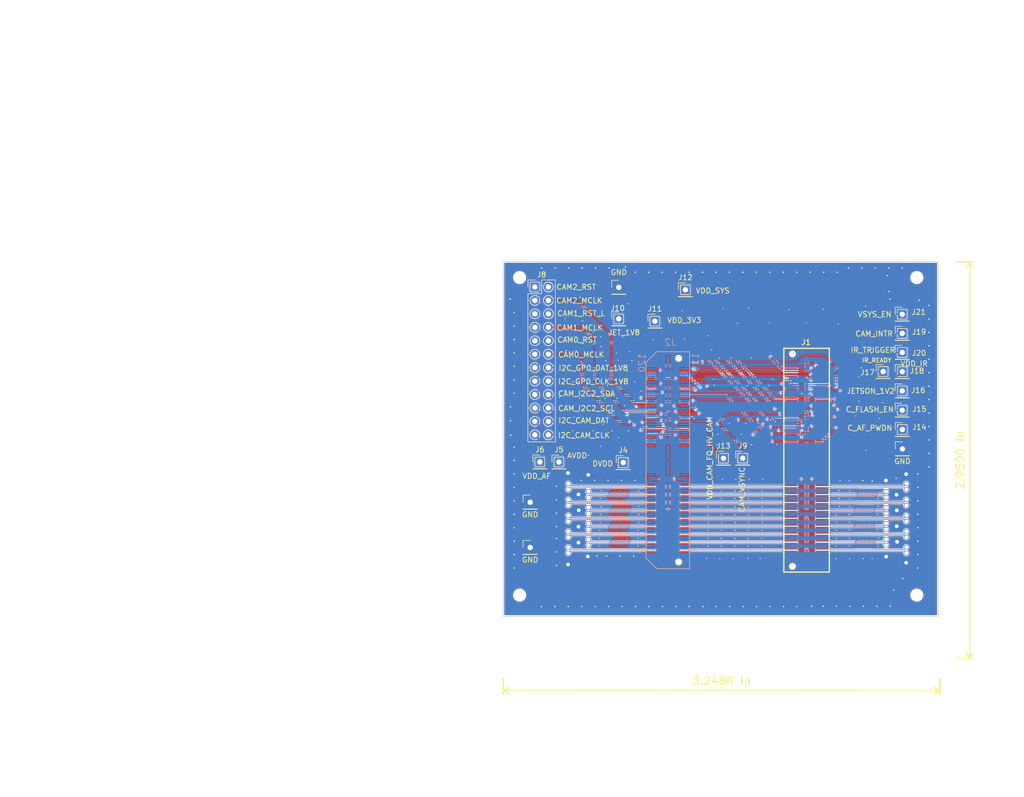
<source format=kicad_pcb>
(kicad_pcb (version 20171130) (host pcbnew "(5.1.10)-1")
  (layers (0 F.Cu signal) (1 In1.Cu signal) (2 In2.Cu signal) (3 In3.Cu signal) (4 In4.Cu signal) (31 B.Cu signal) (34 B.Paste user) (35 F.Paste user) (36 B.SilkS user) (37 F.SilkS user) (38 B.Mask user) (39 F.Mask user) (44 Edge.Cuts user))
  (net 0 "")
  (net 1 Earth)
  (net 2 /CSI0_D0_P)
  (net 3 /CSI1_D0_P)
  (net 4 /CSI0_D0_N)
  (net 5 /CSI1_D0_N)
  (net 6 /CSI0_D1_P)
  (net 7 /CSI1_D1_P)
  (net 8 /CSI0_D1_N)
  (net 9 /CSI1_D1_N)
  (net 10 /CSI0_CLK_P)
  (net 11 /CSI0_CLK_N)
  (net 12 /CAM_VSYNC)
  (net 13 /I2C_CAM_CLK)
  (net 14 /I2C_CAM_DAT)
  (net 15 /CAM0_MCLK)
  (net 16 /CAM_FLASH_EN)
  (net 17 /JETSON_1V2)
  (net 18 /JETSON_1V8)
  (net 19 /I2C_GP0_CLK_1V8)
  (net 20 /I2C_GP0_DAT_1V8)
  (net 21 /DVDD_CAM_LV)
  (net 22 /VDD_CAM_FQ_HV_CAM)
  (net 23 /AVDD_CAM)
  (net 24 /VDD_AF)
  (net 25 /CAM_AF_PWDN)
  (net 26 /VDD_3V3)
  (net 27 /VDD_IR)
  (net 28 /IR_READY)
  (net 29 /IR_TRIGGER)
  (net 30 /CAM_INTR)
  (net 31 /VDD_SYS)
  (net 32 /VSYS_EN)
  (net 33 /CSI2_D0_N)
  (net 34 /CSI2_D0_P)
  (net 35 /CSI2_CLK_P)
  (net 36 /CSI2_CLK_N)
  (net 37 /CSI2_D1_P)
  (net 38 /CSI2_D1_N)
  (net 39 /CSI4_D0_P)
  (net 40 /CSI4_D0_N)
  (net 41 /CSI4_CLK_P)
  (net 42 /CSI4_CLK_N)
  (net 43 /CSI4_D1_P)
  (net 44 /CSI4_D1_N)
  (net 45 /CSI3_D0_P)
  (net 46 /CSI3_D0_N)
  (net 47 /CSI3_CLK_P)
  (net 48 /CSI3_CLK_N)
  (net 49 /CSI3_D1_P)
  (net 50 /CSI3_D1_N)
  (net 51 /CSI5_D0_P)
  (net 52 /CSI5_D0_N)
  (net 53 /CSI5_CLK_P)
  (net 54 /CSI5_CLK_N)
  (net 55 /CSI5_D1_P)
  (net 56 /CSI5_D1_N)
  (net 57 /CSI1_CLK_P)
  (net 58 /CSI1_CLK_N)
  (net 59 /I2S3_CLK)
  (net 60 /I2S3_LRCLK)
  (net 61 /I2S3_SDIN)
  (net 62 /I2S3_SDOUT)
  (net 63 /CAM_I2C2_SCL)
  (net 64 /CAM1_MCLK)
  (net 65 /CAM_I2C2_SDA)
  (net 66 /CAM1_RST_L)
  (net 67 /CAM2_MCLK)
  (net 68 /CAM2_RST)
  (net 69 /I2C_GP0_CLK_1V8_J)
  (net 70 /I2C_GP0_DAT_1V8_J)
  (net 71 /I2C_CAM_CLK_J)
  (net 72 /I2C_CAM_DAT_J)
  (net 73 /CAM_I2C2_SCL_J)
  (net 74 /CAM1_MCLK_J)
  (net 75 /CAM_I2C2_SDA_J)
  (net 76 /CAM0_MCLK_J)
  (net 77 /CAM1_RST_L_J)
  (net 78 /CAM2_MCLK_J)
  (net 79 /CAM0_RST_J)
  (net 80 /CAM2_RST_J)
  (net 81 /CAM0_RST)
  (module TX2_Footprints:QSH-060-01-L-D-A (layer F.Cu) (at 146.19 103.5 90)
    (fp_text reference J1 (at 22.2708 -0.0892) (layer F.SilkS) (effects (font (size 1.016 1.016) (thickness 0.1778))))
    (fp_text value QSH-060-01-L-D-A hide)
    (pad 1 smd rect (at -17.24914 2.84988 180) (size 2.26822 0.2794) (layers F.Cu F.Paste F.Mask) (net 2 /CSI0_D0_P))
    (pad 2 smd rect (at -17.24914 -2.84988 180) (size 2.26822 0.2794) (layers F.Cu F.Paste F.Mask) (net 3 /CSI1_D0_P))
    (pad 3 smd rect (at -16.74876 2.84988 180) (size 2.26822 0.2794) (layers F.Cu F.Paste F.Mask) (net 4 /CSI0_D0_N))
    (pad 4 smd rect (at -16.74876 -2.84988 180) (size 2.26822 0.2794) (layers F.Cu F.Paste F.Mask) (net 5 /CSI1_D0_N))
    (pad 5 smd rect (at -16.24838 2.84988 180) (size 2.26822 0.2794) (layers F.Cu F.Paste F.Mask) (net 1 Earth))
    (pad 6 smd rect (at -16.24838 -2.84988 180) (size 2.26822 0.2794) (layers F.Cu F.Paste F.Mask) (net 1 Earth))
    (pad 7 smd rect (at -15.748 2.84988 180) (size 2.26822 0.2794) (layers F.Cu F.Paste F.Mask) (net 10 /CSI0_CLK_P))
    (pad 8 smd rect (at -15.748 -2.84988 180) (size 2.26822 0.2794) (layers F.Cu F.Paste F.Mask) (net 57 /CSI1_CLK_P))
    (pad 9 smd rect (at -15.24762 2.84988 180) (size 2.26822 0.2794) (layers F.Cu F.Paste F.Mask) (net 11 /CSI0_CLK_N))
    (pad 10 smd rect (at -15.24762 -2.84988 180) (size 2.26822 0.2794) (layers F.Cu F.Paste F.Mask) (net 58 /CSI1_CLK_N))
    (pad 11 smd rect (at -14.74978 2.84988 180) (size 2.26822 0.2794) (layers F.Cu F.Paste F.Mask) (net 1 Earth))
    (pad 12 smd rect (at -14.74978 -2.84988 180) (size 2.26822 0.2794) (layers F.Cu F.Paste F.Mask) (net 1 Earth))
    (pad 13 smd rect (at -14.2494 2.84988 180) (size 2.26822 0.2794) (layers F.Cu F.Paste F.Mask) (net 6 /CSI0_D1_P))
    (pad 14 smd rect (at -14.2494 -2.84988 180) (size 2.26822 0.2794) (layers F.Cu F.Paste F.Mask) (net 7 /CSI1_D1_P))
    (pad 15 smd rect (at -13.74902 2.84988 180) (size 2.26822 0.2794) (layers F.Cu F.Paste F.Mask) (net 8 /CSI0_D1_N))
    (pad 16 smd rect (at -13.74902 -2.84988 180) (size 2.26822 0.2794) (layers F.Cu F.Paste F.Mask) (net 9 /CSI1_D1_N))
    (pad 17 smd rect (at -13.24864 2.84988 180) (size 2.26822 0.2794) (layers F.Cu F.Paste F.Mask) (net 1 Earth))
    (pad 18 smd rect (at -13.24864 -2.84988 180) (size 2.26822 0.2794) (layers F.Cu F.Paste F.Mask) (net 1 Earth))
    (pad 19 smd rect (at -12.74826 2.84988 180) (size 2.26822 0.2794) (layers F.Cu F.Paste F.Mask) (net 34 /CSI2_D0_P))
    (pad 20 smd rect (at -12.74826 -2.84988 180) (size 2.26822 0.2794) (layers F.Cu F.Paste F.Mask) (net 45 /CSI3_D0_P))
    (pad 21 smd rect (at -12.24788 2.84988 180) (size 2.26822 0.2794) (layers F.Cu F.Paste F.Mask) (net 33 /CSI2_D0_N))
    (pad 22 smd rect (at -12.24788 -2.84988 180) (size 2.26822 0.2794) (layers F.Cu F.Paste F.Mask) (net 46 /CSI3_D0_N))
    (pad 23 smd rect (at -11.7475 2.84988 180) (size 2.26822 0.2794) (layers F.Cu F.Paste F.Mask) (net 1 Earth))
    (pad 24 smd rect (at -11.7475 -2.84988 180) (size 2.26822 0.2794) (layers F.Cu F.Paste F.Mask) (net 1 Earth))
    (pad 25 smd rect (at -11.24966 2.84988 180) (size 2.26822 0.2794) (layers F.Cu F.Paste F.Mask) (net 35 /CSI2_CLK_P))
    (pad 26 smd rect (at -11.24966 -2.84988 180) (size 2.26822 0.2794) (layers F.Cu F.Paste F.Mask) (net 47 /CSI3_CLK_P))
    (pad 27 smd rect (at -10.74928 2.84988 180) (size 2.26822 0.2794) (layers F.Cu F.Paste F.Mask) (net 36 /CSI2_CLK_N))
    (pad 28 smd rect (at -10.74928 -2.84988 180) (size 2.26822 0.2794) (layers F.Cu F.Paste F.Mask) (net 48 /CSI3_CLK_N))
    (pad 29 smd rect (at -10.2489 2.84988 180) (size 2.26822 0.2794) (layers F.Cu F.Paste F.Mask) (net 1 Earth))
    (pad 30 smd rect (at -10.2489 -2.84988 180) (size 2.26822 0.2794) (layers F.Cu F.Paste F.Mask) (net 1 Earth))
    (pad 31 smd rect (at -9.74852 2.84988 180) (size 2.26822 0.2794) (layers F.Cu F.Paste F.Mask) (net 37 /CSI2_D1_P))
    (pad 32 smd rect (at -9.74852 -2.84988 180) (size 2.26822 0.2794) (layers F.Cu F.Paste F.Mask) (net 49 /CSI3_D1_P))
    (pad 33 smd rect (at -9.24814 2.84988 180) (size 2.26822 0.2794) (layers F.Cu F.Paste F.Mask) (net 38 /CSI2_D1_N))
    (pad 34 smd rect (at -9.24814 -2.84988 180) (size 2.26822 0.2794) (layers F.Cu F.Paste F.Mask) (net 50 /CSI3_D1_N))
    (pad 35 smd rect (at -8.74776 2.84988 180) (size 2.26822 0.2794) (layers F.Cu F.Paste F.Mask) (net 1 Earth))
    (pad 36 smd rect (at -8.74776 -2.84988 180) (size 2.26822 0.2794) (layers F.Cu F.Paste F.Mask) (net 1 Earth))
    (pad 37 smd rect (at -8.24992 2.84988 180) (size 2.26822 0.2794) (layers F.Cu F.Paste F.Mask) (net 39 /CSI4_D0_P))
    (pad 38 smd rect (at -8.24992 -2.84988 180) (size 2.26822 0.2794) (layers F.Cu F.Paste F.Mask) (net 51 /CSI5_D0_P))
    (pad 39 smd rect (at -7.74954 2.84988 180) (size 2.26822 0.2794) (layers F.Cu F.Paste F.Mask) (net 40 /CSI4_D0_N))
    (pad 40 smd rect (at -7.74954 -2.84988 180) (size 2.26822 0.2794) (layers F.Cu F.Paste F.Mask) (net 52 /CSI5_D0_N))
    (pad 41 smd rect (at -7.24916 2.84988 180) (size 2.26822 0.2794) (layers F.Cu F.Paste F.Mask) (net 1 Earth))
    (pad 42 smd rect (at -7.24916 -2.84988 180) (size 2.26822 0.2794) (layers F.Cu F.Paste F.Mask) (net 1 Earth))
    (pad 43 smd rect (at -6.74878 2.84988 180) (size 2.26822 0.2794) (layers F.Cu F.Paste F.Mask) (net 41 /CSI4_CLK_P))
    (pad 44 smd rect (at -6.74878 -2.84988 180) (size 2.26822 0.2794) (layers F.Cu F.Paste F.Mask) (net 53 /CSI5_CLK_P))
    (pad 45 smd rect (at -6.2484 2.84988 180) (size 2.26822 0.2794) (layers F.Cu F.Paste F.Mask) (net 42 /CSI4_CLK_N))
    (pad 46 smd rect (at -6.2484 -2.84988 180) (size 2.26822 0.2794) (layers F.Cu F.Paste F.Mask) (net 54 /CSI5_CLK_N))
    (pad 47 smd rect (at -5.74802 2.84988 180) (size 2.26822 0.2794) (layers F.Cu F.Paste F.Mask) (net 1 Earth))
    (pad 48 smd rect (at -5.74802 -2.84988 180) (size 2.26822 0.2794) (layers F.Cu F.Paste F.Mask) (net 1 Earth))
    (pad 49 smd rect (at -5.24764 2.84988 180) (size 2.26822 0.2794) (layers F.Cu F.Paste F.Mask) (net 43 /CSI4_D1_P))
    (pad 50 smd rect (at -5.24764 -2.84988 180) (size 2.26822 0.2794) (layers F.Cu F.Paste F.Mask) (net 55 /CSI5_D1_P))
    (pad 51 smd rect (at -4.7498 2.84988 180) (size 2.26822 0.2794) (layers F.Cu F.Paste F.Mask) (net 44 /CSI4_D1_N))
    (pad 52 smd rect (at -4.7498 -2.84988 180) (size 2.26822 0.2794) (layers F.Cu F.Paste F.Mask) (net 56 /CSI5_D1_N))
    (pad 53 smd rect (at -4.24942 2.84988 180) (size 2.26822 0.2794) (layers F.Cu F.Paste F.Mask) (net 1 Earth))
    (pad 54 smd rect (at -4.24942 -2.84988 180) (size 2.26822 0.2794) (layers F.Cu F.Paste F.Mask) (net 1 Earth))
    (pad 55 smd rect (at -3.74904 2.84988 180) (size 2.26822 0.2794) (layers F.Cu F.Paste F.Mask) (net 21 /DVDD_CAM_LV))
    (pad 56 smd rect (at -3.74904 -2.84988 180) (size 2.26822 0.2794) (layers F.Cu F.Paste F.Mask) (net 21 /DVDD_CAM_LV))
    (pad 57 smd rect (at -3.24866 2.84988 180) (size 2.26822 0.2794) (layers F.Cu F.Paste F.Mask) (net 21 /DVDD_CAM_LV))
    (pad 58 smd rect (at -3.24866 -2.84988 180) (size 2.26822 0.2794) (layers F.Cu F.Paste F.Mask) (net 21 /DVDD_CAM_LV))
    (pad 59 smd rect (at -2.74828 2.84988 180) (size 2.26822 0.2794) (layers F.Cu F.Paste F.Mask))
    (pad 60 smd rect (at -2.74828 -2.84988 180) (size 2.26822 0.2794) (layers F.Cu F.Paste F.Mask))
    (pad 61 smd rect (at 2.74828 2.84988 180) (size 2.26822 0.2794) (layers F.Cu F.Paste F.Mask))
    (pad 62 smd rect (at 2.74828 -2.84988 180) (size 2.26822 0.2794) (layers F.Cu F.Paste F.Mask))
    (pad 63 smd rect (at 3.24866 2.84988 180) (size 2.26822 0.2794) (layers F.Cu F.Paste F.Mask))
    (pad 64 smd rect (at 3.24866 -2.84988 180) (size 2.26822 0.2794) (layers F.Cu F.Paste F.Mask))
    (pad 65 smd rect (at 3.74904 2.84988 180) (size 2.26822 0.2794) (layers F.Cu F.Paste F.Mask))
    (pad 66 smd rect (at 3.74904 -2.84988 180) (size 2.26822 0.2794) (layers F.Cu F.Paste F.Mask))
    (pad 67 smd rect (at 4.24942 2.84988 180) (size 2.26822 0.2794) (layers F.Cu F.Paste F.Mask))
    (pad 68 smd rect (at 4.24942 -2.84988 180) (size 2.26822 0.2794) (layers F.Cu F.Paste F.Mask))
    (pad 69 smd rect (at 4.7498 2.84988 180) (size 2.26822 0.2794) (layers F.Cu F.Paste F.Mask))
    (pad 70 smd rect (at 4.7498 -2.84988 180) (size 2.26822 0.2794) (layers F.Cu F.Paste F.Mask))
    (pad 71 smd rect (at 5.24764 2.84988 180) (size 2.26822 0.2794) (layers F.Cu F.Paste F.Mask))
    (pad 72 smd rect (at 5.24764 -2.84988 180) (size 2.26822 0.2794) (layers F.Cu F.Paste F.Mask) (net 59 /I2S3_CLK))
    (pad 73 smd rect (at 5.74802 2.84988 180) (size 2.26822 0.2794) (layers F.Cu F.Paste F.Mask))
    (pad 74 smd rect (at 5.74802 -2.84988 180) (size 2.26822 0.2794) (layers F.Cu F.Paste F.Mask) (net 60 /I2S3_LRCLK))
    (pad 75 smd rect (at 6.2484 2.84988 180) (size 2.26822 0.2794) (layers F.Cu F.Paste F.Mask) (net 71 /I2C_CAM_CLK_J))
    (pad 76 smd rect (at 6.2484 -2.84988 180) (size 2.26822 0.2794) (layers F.Cu F.Paste F.Mask) (net 61 /I2S3_SDIN))
    (pad 77 smd rect (at 6.74878 2.84988 180) (size 2.26822 0.2794) (layers F.Cu F.Paste F.Mask) (net 72 /I2C_CAM_DAT_J))
    (pad 78 smd rect (at 6.74878 -2.84988 180) (size 2.26822 0.2794) (layers F.Cu F.Paste F.Mask) (net 62 /I2S3_SDOUT))
    (pad 79 smd rect (at 7.24916 2.84988 180) (size 2.26822 0.2794) (layers F.Cu F.Paste F.Mask) (net 1 Earth))
    (pad 80 smd rect (at 7.24916 -2.84988 180) (size 2.26822 0.2794) (layers F.Cu F.Paste F.Mask) (net 1 Earth))
    (pad 81 smd rect (at 7.74954 2.84988 180) (size 2.26822 0.2794) (layers F.Cu F.Paste F.Mask) (net 22 /VDD_CAM_FQ_HV_CAM))
    (pad 82 smd rect (at 7.74954 -2.84988 180) (size 2.26822 0.2794) (layers F.Cu F.Paste F.Mask) (net 23 /AVDD_CAM))
    (pad 83 smd rect (at 8.24992 2.84988 180) (size 2.26822 0.2794) (layers F.Cu F.Paste F.Mask) (net 22 /VDD_CAM_FQ_HV_CAM))
    (pad 84 smd rect (at 8.24992 -2.84988 180) (size 2.26822 0.2794) (layers F.Cu F.Paste F.Mask) (net 24 /VDD_AF))
    (pad 85 smd rect (at 8.74776 2.84988 180) (size 2.26822 0.2794) (layers F.Cu F.Paste F.Mask) (net 25 /CAM_AF_PWDN))
    (pad 86 smd rect (at 8.74776 -2.84988 180) (size 2.26822 0.2794) (layers F.Cu F.Paste F.Mask) (net 12 /CAM_VSYNC))
    (pad 87 smd rect (at 9.24814 2.84988 180) (size 2.26822 0.2794) (layers F.Cu F.Paste F.Mask) (net 73 /CAM_I2C2_SCL_J))
    (pad 88 smd rect (at 9.24814 -2.84988 180) (size 2.26822 0.2794) (layers F.Cu F.Paste F.Mask) (net 74 /CAM1_MCLK_J))
    (pad 89 smd rect (at 9.74852 2.84988 180) (size 2.26822 0.2794) (layers F.Cu F.Paste F.Mask) (net 75 /CAM_I2C2_SDA_J))
    (pad 90 smd rect (at 9.74852 -2.84988 180) (size 2.26822 0.2794) (layers F.Cu F.Paste F.Mask))
    (pad 91 smd rect (at 10.2489 2.84988 180) (size 2.26822 0.2794) (layers F.Cu F.Paste F.Mask) (net 76 /CAM0_MCLK_J))
    (pad 92 smd rect (at 10.2489 -2.84988 180) (size 2.26822 0.2794) (layers F.Cu F.Paste F.Mask) (net 77 /CAM1_RST_L_J))
    (pad 93 smd rect (at 10.74928 2.84988 180) (size 2.26822 0.2794) (layers F.Cu F.Paste F.Mask))
    (pad 94 smd rect (at 10.74928 -2.84988 180) (size 2.26822 0.2794) (layers F.Cu F.Paste F.Mask) (net 78 /CAM2_MCLK_J))
    (pad 95 smd rect (at 11.24966 2.84988 180) (size 2.26822 0.2794) (layers F.Cu F.Paste F.Mask) (net 79 /CAM0_RST_J))
    (pad 96 smd rect (at 11.24966 -2.84988 180) (size 2.26822 0.2794) (layers F.Cu F.Paste F.Mask))
    (pad 97 smd rect (at 11.7475 2.84988 180) (size 2.26822 0.2794) (layers F.Cu F.Paste F.Mask) (net 16 /CAM_FLASH_EN))
    (pad 98 smd rect (at 11.7475 -2.84988 180) (size 2.26822 0.2794) (layers F.Cu F.Paste F.Mask) (net 80 /CAM2_RST_J))
    (pad 99 smd rect (at 12.24788 2.84988 180) (size 2.26822 0.2794) (layers F.Cu F.Paste F.Mask) (net 1 Earth))
    (pad 100 smd rect (at 12.24788 -2.84988 180) (size 2.26822 0.2794) (layers F.Cu F.Paste F.Mask) (net 1 Earth))
    (pad 101 smd rect (at 12.74826 2.84988 180) (size 2.26822 0.2794) (layers F.Cu F.Paste F.Mask) (net 17 /JETSON_1V2))
    (pad 102 smd rect (at 12.74826 -2.84988 180) (size 2.26822 0.2794) (layers F.Cu F.Paste F.Mask) (net 18 /JETSON_1V8))
    (pad 103 smd rect (at 13.24864 2.84988 180) (size 2.26822 0.2794) (layers F.Cu F.Paste F.Mask))
    (pad 104 smd rect (at 13.24864 -2.84988 180) (size 2.26822 0.2794) (layers F.Cu F.Paste F.Mask))
    (pad 105 smd rect (at 13.74902 2.84988 180) (size 2.26822 0.2794) (layers F.Cu F.Paste F.Mask) (net 69 /I2C_GP0_CLK_1V8_J))
    (pad 106 smd rect (at 13.74902 -2.84988 180) (size 2.26822 0.2794) (layers F.Cu F.Paste F.Mask))
    (pad 107 smd rect (at 14.2494 2.84988 180) (size 2.26822 0.2794) (layers F.Cu F.Paste F.Mask) (net 70 /I2C_GP0_DAT_1V8_J))
    (pad 108 smd rect (at 14.2494 -2.84988 180) (size 2.26822 0.2794) (layers F.Cu F.Paste F.Mask) (net 26 /VDD_3V3))
    (pad 109 smd rect (at 14.74978 2.84988 180) (size 2.26822 0.2794) (layers F.Cu F.Paste F.Mask) (net 27 /VDD_IR))
    (pad 110 smd rect (at 14.74978 -2.84988 180) (size 2.26822 0.2794) (layers F.Cu F.Paste F.Mask) (net 26 /VDD_3V3))
    (pad 111 smd rect (at 15.24762 2.84988 180) (size 2.26822 0.2794) (layers F.Cu F.Paste F.Mask) (net 28 /IR_READY))
    (pad 112 smd rect (at 15.24762 -2.84988 180) (size 2.26822 0.2794) (layers F.Cu F.Paste F.Mask))
    (pad 113 smd rect (at 15.748 2.84988 180) (size 2.26822 0.2794) (layers F.Cu F.Paste F.Mask) (net 29 /IR_TRIGGER))
    (pad 114 smd rect (at 15.748 -2.84988 180) (size 2.26822 0.2794) (layers F.Cu F.Paste F.Mask))
    (pad 115 smd rect (at 16.24838 2.84988 180) (size 2.26822 0.2794) (layers F.Cu F.Paste F.Mask) (net 1 Earth))
    (pad 116 smd rect (at 16.24838 -2.84988 180) (size 2.26822 0.2794) (layers F.Cu F.Paste F.Mask) (net 1 Earth))
    (pad 117 smd rect (at 16.74876 2.84988 180) (size 2.26822 0.2794) (layers F.Cu F.Paste F.Mask) (net 30 /CAM_INTR))
    (pad 118 smd rect (at 16.74876 -2.84988 180) (size 2.26822 0.2794) (layers F.Cu F.Paste F.Mask) (net 31 /VDD_SYS))
    (pad 119 smd rect (at 17.24914 2.84988 180) (size 2.26822 0.2794) (layers F.Cu F.Paste F.Mask) (net 32 /VSYS_EN))
    (pad 120 smd rect (at 17.24914 -2.84988 180) (size 2.26822 0.2794) (layers F.Cu F.Paste F.Mask) (net 31 /VDD_SYS))
    (pad 121 smd rect (at -18.04924 0 90) (size 2.54 0.4318) (layers F.Cu F.Paste F.Mask))
    (pad 122 smd rect (at -13.19784 0 90) (size 4.699 0.4318) (layers F.Cu F.Paste F.Mask))
    (pad 123 smd rect (at -6.84784 0 90) (size 4.699 0.4318) (layers F.Cu F.Paste F.Mask))
    (pad 124 smd rect (at -1.94818 0 90) (size 2.54 0.4318) (layers F.Cu F.Paste F.Mask))
    (pad 125 smd rect (at 1.94818 0 90) (size 2.54 0.4318) (layers F.Cu F.Paste F.Mask))
    (pad 126 smd rect (at 6.84784 0 90) (size 4.699 0.4318) (layers F.Cu F.Paste F.Mask))
    (pad 127 smd rect (at 13.19784 0 90) (size 4.699 0.4318) (layers F.Cu F.Paste F.Mask))
    (pad 128 smd rect (at 18.04924 0 90) (size 2.54 0.4318) (layers F.Cu F.Paste F.Mask))
    (pad "" np_thru_hole circle (at -20.066 -2.667 90) (size 1.016 1.016) (drill 1.016) (layers *.Cu *.Mask))
    (pad "" np_thru_hole circle (at 20.066 -2.667 90) (size 1.016 1.016) (drill 1.016) (layers *.Cu *.Mask))
  )
  (module TX2_Footprints:QTH-060-01-L-D-A (layer B.Cu) (at 120 103.5 90)
    (fp_text reference J2 (at 22.2708 0.4468 180) (layer B.SilkS) (effects (font (size 1.27 1.27) (thickness 0.1016)) (justify mirror)))
    (fp_text value QTH-060-01-L-D-A hide)
    (fp_text user 1 (at -16.93418 4.9784 90) (layer B.SilkS) (effects (font (size 1.27 1.27) (thickness 0.1016)) (justify mirror)))
    (fp_text user 2 (at -17.03832 -4.91998 90) (layer B.SilkS) (effects (font (size 1.27 1.27) (thickness 0.1016)) (justify mirror)))
    (fp_text user 120 (at 18.36928 -4.91998 90) (layer B.SilkS) (effects (font (size 1.27 1.27) (thickness 0.1016)) (justify mirror)))
    (fp_text user 119 (at 18.47342 5.17906 90) (layer B.SilkS) (effects (font (size 1.27 1.27) (thickness 0.1016)) (justify mirror)))
    (pad 1 smd rect (at -17.24914 3.08864 90) (size 0.29972 1.4478) (layers B.Cu B.Paste B.Mask) (net 2 /CSI0_D0_P))
    (pad 2 smd rect (at -17.24914 -3.08864 90) (size 0.29972 1.4478) (layers B.Cu B.Paste B.Mask) (net 3 /CSI1_D0_P))
    (pad 3 smd rect (at -16.74876 3.08864 90) (size 0.29972 1.4478) (layers B.Cu B.Paste B.Mask) (net 4 /CSI0_D0_N))
    (pad 4 smd rect (at -16.74876 -3.08864 90) (size 0.29972 1.4478) (layers B.Cu B.Paste B.Mask) (net 5 /CSI1_D0_N))
    (pad 5 smd rect (at -16.24838 3.08864 90) (size 0.29972 1.4478) (layers B.Cu B.Paste B.Mask) (net 1 Earth))
    (pad 6 smd rect (at -16.24838 -3.08864 90) (size 0.29972 1.4478) (layers B.Cu B.Paste B.Mask) (net 1 Earth))
    (pad 7 smd rect (at -15.748 3.08864 90) (size 0.29972 1.4478) (layers B.Cu B.Paste B.Mask) (net 10 /CSI0_CLK_P))
    (pad 8 smd rect (at -15.748 -3.08864 90) (size 0.29972 1.4478) (layers B.Cu B.Paste B.Mask) (net 57 /CSI1_CLK_P))
    (pad 9 smd rect (at -15.24762 3.08864 90) (size 0.29972 1.4478) (layers B.Cu B.Paste B.Mask) (net 11 /CSI0_CLK_N))
    (pad 10 smd rect (at -15.24762 -3.08864 90) (size 0.29972 1.4478) (layers B.Cu B.Paste B.Mask) (net 58 /CSI1_CLK_N))
    (pad 11 smd rect (at -14.74978 3.08864 90) (size 0.29972 1.4478) (layers B.Cu B.Paste B.Mask) (net 1 Earth))
    (pad 12 smd rect (at -14.74978 -3.08864 90) (size 0.29972 1.4478) (layers B.Cu B.Paste B.Mask) (net 1 Earth))
    (pad 13 smd rect (at -14.2494 3.08864 90) (size 0.29972 1.4478) (layers B.Cu B.Paste B.Mask) (net 6 /CSI0_D1_P))
    (pad 14 smd rect (at -14.2494 -3.08864 90) (size 0.29972 1.4478) (layers B.Cu B.Paste B.Mask) (net 7 /CSI1_D1_P))
    (pad 15 smd rect (at -13.74902 3.08864 90) (size 0.29972 1.4478) (layers B.Cu B.Paste B.Mask) (net 8 /CSI0_D1_N))
    (pad 16 smd rect (at -13.74902 -3.08864 90) (size 0.29972 1.4478) (layers B.Cu B.Paste B.Mask) (net 9 /CSI1_D1_N))
    (pad 17 smd rect (at -13.24864 3.08864 90) (size 0.29972 1.4478) (layers B.Cu B.Paste B.Mask) (net 1 Earth))
    (pad 18 smd rect (at -13.24864 -3.08864 90) (size 0.29972 1.4478) (layers B.Cu B.Paste B.Mask) (net 1 Earth))
    (pad 19 smd rect (at -12.74826 3.08864 90) (size 0.29972 1.4478) (layers B.Cu B.Paste B.Mask) (net 34 /CSI2_D0_P))
    (pad 20 smd rect (at -12.74826 -3.08864 90) (size 0.29972 1.4478) (layers B.Cu B.Paste B.Mask) (net 45 /CSI3_D0_P))
    (pad 21 smd rect (at -12.24788 3.08864 90) (size 0.29972 1.4478) (layers B.Cu B.Paste B.Mask) (net 33 /CSI2_D0_N))
    (pad 22 smd rect (at -12.24788 -3.08864 90) (size 0.29972 1.4478) (layers B.Cu B.Paste B.Mask) (net 46 /CSI3_D0_N))
    (pad 23 smd rect (at -11.7475 3.08864 90) (size 0.29972 1.4478) (layers B.Cu B.Paste B.Mask) (net 1 Earth))
    (pad 24 smd rect (at -11.7475 -3.08864 90) (size 0.29972 1.4478) (layers B.Cu B.Paste B.Mask) (net 1 Earth))
    (pad 25 smd rect (at -11.24966 3.08864 90) (size 0.29972 1.4478) (layers B.Cu B.Paste B.Mask) (net 35 /CSI2_CLK_P))
    (pad 26 smd rect (at -11.24966 -3.08864 90) (size 0.29972 1.4478) (layers B.Cu B.Paste B.Mask) (net 47 /CSI3_CLK_P))
    (pad 27 smd rect (at -10.74928 3.08864 90) (size 0.29972 1.4478) (layers B.Cu B.Paste B.Mask) (net 36 /CSI2_CLK_N))
    (pad 28 smd rect (at -10.74928 -3.08864 90) (size 0.29972 1.4478) (layers B.Cu B.Paste B.Mask) (net 48 /CSI3_CLK_N))
    (pad 29 smd rect (at -10.2489 3.08864 90) (size 0.29972 1.4478) (layers B.Cu B.Paste B.Mask) (net 1 Earth))
    (pad 30 smd rect (at -10.2489 -3.08864 90) (size 0.29972 1.4478) (layers B.Cu B.Paste B.Mask) (net 1 Earth))
    (pad 31 smd rect (at -9.74852 3.08864 90) (size 0.29972 1.4478) (layers B.Cu B.Paste B.Mask) (net 37 /CSI2_D1_P))
    (pad 32 smd rect (at -9.74852 -3.08864 90) (size 0.29972 1.4478) (layers B.Cu B.Paste B.Mask) (net 49 /CSI3_D1_P))
    (pad 33 smd rect (at -9.24814 3.08864 90) (size 0.29972 1.4478) (layers B.Cu B.Paste B.Mask) (net 38 /CSI2_D1_N))
    (pad 34 smd rect (at -9.24814 -3.08864 90) (size 0.29972 1.4478) (layers B.Cu B.Paste B.Mask) (net 50 /CSI3_D1_N))
    (pad 35 smd rect (at -8.74776 3.08864 90) (size 0.29972 1.4478) (layers B.Cu B.Paste B.Mask) (net 1 Earth))
    (pad 36 smd rect (at -8.74776 -3.08864 90) (size 0.29972 1.4478) (layers B.Cu B.Paste B.Mask) (net 1 Earth))
    (pad 37 smd rect (at -8.24992 3.08864 90) (size 0.29972 1.4478) (layers B.Cu B.Paste B.Mask) (net 39 /CSI4_D0_P))
    (pad 38 smd rect (at -8.24992 -3.08864 90) (size 0.29972 1.4478) (layers B.Cu B.Paste B.Mask) (net 51 /CSI5_D0_P))
    (pad 39 smd rect (at -7.74954 3.08864 90) (size 0.29972 1.4478) (layers B.Cu B.Paste B.Mask) (net 40 /CSI4_D0_N))
    (pad 40 smd rect (at -7.74954 -3.08864 90) (size 0.29972 1.4478) (layers B.Cu B.Paste B.Mask) (net 52 /CSI5_D0_N))
    (pad 41 smd rect (at -7.24916 3.08864 90) (size 0.29972 1.4478) (layers B.Cu B.Paste B.Mask) (net 1 Earth))
    (pad 42 smd rect (at -7.24916 -3.08864 90) (size 0.29972 1.4478) (layers B.Cu B.Paste B.Mask) (net 1 Earth))
    (pad 43 smd rect (at -6.74878 3.08864 90) (size 0.29972 1.4478) (layers B.Cu B.Paste B.Mask) (net 41 /CSI4_CLK_P))
    (pad 44 smd rect (at -6.74878 -3.08864 90) (size 0.29972 1.4478) (layers B.Cu B.Paste B.Mask) (net 53 /CSI5_CLK_P))
    (pad 45 smd rect (at -6.2484 3.08864 90) (size 0.29972 1.4478) (layers B.Cu B.Paste B.Mask) (net 42 /CSI4_CLK_N))
    (pad 46 smd rect (at -6.2484 -3.08864 90) (size 0.29972 1.4478) (layers B.Cu B.Paste B.Mask) (net 54 /CSI5_CLK_N))
    (pad 47 smd rect (at -5.74802 3.08864 90) (size 0.29972 1.4478) (layers B.Cu B.Paste B.Mask) (net 1 Earth))
    (pad 48 smd rect (at -5.74802 -3.08864 90) (size 0.29972 1.4478) (layers B.Cu B.Paste B.Mask) (net 1 Earth))
    (pad 49 smd rect (at -5.24764 3.08864 90) (size 0.29972 1.4478) (layers B.Cu B.Paste B.Mask) (net 43 /CSI4_D1_P))
    (pad 50 smd rect (at -5.24764 -3.08864 90) (size 0.29972 1.4478) (layers B.Cu B.Paste B.Mask) (net 55 /CSI5_D1_P))
    (pad 51 smd rect (at -4.7498 3.08864 90) (size 0.29972 1.4478) (layers B.Cu B.Paste B.Mask) (net 44 /CSI4_D1_N))
    (pad 52 smd rect (at -4.7498 -3.08864 90) (size 0.29972 1.4478) (layers B.Cu B.Paste B.Mask) (net 56 /CSI5_D1_N))
    (pad 53 smd rect (at -4.24942 3.08864 90) (size 0.29972 1.4478) (layers B.Cu B.Paste B.Mask) (net 1 Earth))
    (pad 54 smd rect (at -4.24942 -3.08864 90) (size 0.29972 1.4478) (layers B.Cu B.Paste B.Mask) (net 1 Earth))
    (pad 55 smd rect (at -3.74904 3.08864 90) (size 0.29972 1.4478) (layers B.Cu B.Paste B.Mask) (net 21 /DVDD_CAM_LV))
    (pad 56 smd rect (at -3.74904 -3.08864 90) (size 0.29972 1.4478) (layers B.Cu B.Paste B.Mask) (net 21 /DVDD_CAM_LV))
    (pad 57 smd rect (at -3.24866 3.08864 90) (size 0.29972 1.4478) (layers B.Cu B.Paste B.Mask) (net 21 /DVDD_CAM_LV))
    (pad 58 smd rect (at -3.24866 -3.08864 90) (size 0.29972 1.4478) (layers B.Cu B.Paste B.Mask) (net 21 /DVDD_CAM_LV))
    (pad 59 smd rect (at -2.74828 3.08864 90) (size 0.29972 1.4478) (layers B.Cu B.Paste B.Mask))
    (pad 60 smd rect (at -2.74828 -3.08864 90) (size 0.29972 1.4478) (layers B.Cu B.Paste B.Mask))
    (pad 61 smd rect (at 2.74828 3.08864 90) (size 0.29972 1.4478) (layers B.Cu B.Paste B.Mask))
    (pad 62 smd rect (at 2.74828 -3.08864 90) (size 0.29972 1.4478) (layers B.Cu B.Paste B.Mask))
    (pad 63 smd rect (at 3.24866 3.08864 90) (size 0.29972 1.4478) (layers B.Cu B.Paste B.Mask))
    (pad 64 smd rect (at 3.24866 -3.08864 90) (size 0.29972 1.4478) (layers B.Cu B.Paste B.Mask))
    (pad 65 smd rect (at 3.74904 3.08864 90) (size 0.29972 1.4478) (layers B.Cu B.Paste B.Mask))
    (pad 66 smd rect (at 3.74904 -3.08864 90) (size 0.29972 1.4478) (layers B.Cu B.Paste B.Mask))
    (pad 67 smd rect (at 4.24942 3.08864 90) (size 0.29972 1.4478) (layers B.Cu B.Paste B.Mask))
    (pad 68 smd rect (at 4.24942 -3.08864 90) (size 0.29972 1.4478) (layers B.Cu B.Paste B.Mask))
    (pad 69 smd rect (at 4.7498 3.08864 90) (size 0.29972 1.4478) (layers B.Cu B.Paste B.Mask))
    (pad 70 smd rect (at 4.7498 -3.08864 90) (size 0.29972 1.4478) (layers B.Cu B.Paste B.Mask) (net 1 Earth))
    (pad 71 smd rect (at 5.24764 3.08864 90) (size 0.29972 1.4478) (layers B.Cu B.Paste B.Mask))
    (pad 72 smd rect (at 5.24764 -3.08864 90) (size 0.29972 1.4478) (layers B.Cu B.Paste B.Mask) (net 59 /I2S3_CLK))
    (pad 73 smd rect (at 5.74802 3.08864 90) (size 0.29972 1.4478) (layers B.Cu B.Paste B.Mask))
    (pad 74 smd rect (at 5.74802 -3.08864 90) (size 0.29972 1.4478) (layers B.Cu B.Paste B.Mask) (net 60 /I2S3_LRCLK))
    (pad 75 smd rect (at 6.2484 3.08864 90) (size 0.29972 1.4478) (layers B.Cu B.Paste B.Mask) (net 13 /I2C_CAM_CLK))
    (pad 76 smd rect (at 6.2484 -3.08864 90) (size 0.29972 1.4478) (layers B.Cu B.Paste B.Mask) (net 61 /I2S3_SDIN))
    (pad 77 smd rect (at 6.74878 3.08864 90) (size 0.29972 1.4478) (layers B.Cu B.Paste B.Mask) (net 14 /I2C_CAM_DAT))
    (pad 78 smd rect (at 6.74878 -3.08864 90) (size 0.29972 1.4478) (layers B.Cu B.Paste B.Mask) (net 62 /I2S3_SDOUT))
    (pad 79 smd rect (at 7.24916 3.08864 90) (size 0.29972 1.4478) (layers B.Cu B.Paste B.Mask) (net 1 Earth))
    (pad 80 smd rect (at 7.24916 -3.08864 90) (size 0.29972 1.4478) (layers B.Cu B.Paste B.Mask) (net 1 Earth))
    (pad 81 smd rect (at 7.74954 3.08864 90) (size 0.29972 1.4478) (layers B.Cu B.Paste B.Mask) (net 22 /VDD_CAM_FQ_HV_CAM))
    (pad 82 smd rect (at 7.74954 -3.08864 90) (size 0.29972 1.4478) (layers B.Cu B.Paste B.Mask) (net 23 /AVDD_CAM))
    (pad 83 smd rect (at 8.24992 3.08864 90) (size 0.29972 1.4478) (layers B.Cu B.Paste B.Mask) (net 22 /VDD_CAM_FQ_HV_CAM))
    (pad 84 smd rect (at 8.24992 -3.08864 90) (size 0.29972 1.4478) (layers B.Cu B.Paste B.Mask) (net 24 /VDD_AF))
    (pad 85 smd rect (at 8.74776 3.08864 90) (size 0.29972 1.4478) (layers B.Cu B.Paste B.Mask) (net 25 /CAM_AF_PWDN))
    (pad 86 smd rect (at 8.74776 -3.08864 90) (size 0.29972 1.4478) (layers B.Cu B.Paste B.Mask) (net 12 /CAM_VSYNC))
    (pad 87 smd rect (at 9.24814 3.08864 90) (size 0.29972 1.4478) (layers B.Cu B.Paste B.Mask) (net 63 /CAM_I2C2_SCL))
    (pad 88 smd rect (at 9.24814 -3.08864 90) (size 0.29972 1.4478) (layers B.Cu B.Paste B.Mask) (net 64 /CAM1_MCLK))
    (pad 89 smd rect (at 9.74852 3.08864 90) (size 0.29972 1.4478) (layers B.Cu B.Paste B.Mask) (net 65 /CAM_I2C2_SDA))
    (pad 90 smd rect (at 9.74852 -3.08864 90) (size 0.29972 1.4478) (layers B.Cu B.Paste B.Mask))
    (pad 91 smd rect (at 10.2489 3.08864 90) (size 0.29972 1.4478) (layers B.Cu B.Paste B.Mask) (net 15 /CAM0_MCLK))
    (pad 92 smd rect (at 10.2489 -3.08864 90) (size 0.29972 1.4478) (layers B.Cu B.Paste B.Mask) (net 66 /CAM1_RST_L))
    (pad 93 smd rect (at 10.74928 3.08864 90) (size 0.29972 1.4478) (layers B.Cu B.Paste B.Mask))
    (pad 94 smd rect (at 10.74928 -3.08864 90) (size 0.29972 1.4478) (layers B.Cu B.Paste B.Mask) (net 67 /CAM2_MCLK))
    (pad 95 smd rect (at 11.24966 3.08864 90) (size 0.29972 1.4478) (layers B.Cu B.Paste B.Mask) (net 81 /CAM0_RST))
    (pad 96 smd rect (at 11.24966 -3.08864 90) (size 0.29972 1.4478) (layers B.Cu B.Paste B.Mask))
    (pad 97 smd rect (at 11.7475 3.08864 90) (size 0.29972 1.4478) (layers B.Cu B.Paste B.Mask) (net 16 /CAM_FLASH_EN))
    (pad 98 smd rect (at 11.7475 -3.08864 90) (size 0.29972 1.4478) (layers B.Cu B.Paste B.Mask) (net 68 /CAM2_RST))
    (pad 99 smd rect (at 12.24788 3.08864 90) (size 0.29972 1.4478) (layers B.Cu B.Paste B.Mask) (net 1 Earth))
    (pad 100 smd rect (at 12.24788 -3.08864 90) (size 0.29972 1.4478) (layers B.Cu B.Paste B.Mask) (net 1 Earth))
    (pad 101 smd rect (at 12.74826 3.08864 90) (size 0.29972 1.4478) (layers B.Cu B.Paste B.Mask) (net 17 /JETSON_1V2))
    (pad 102 smd rect (at 12.74826 -3.08864 90) (size 0.29972 1.4478) (layers B.Cu B.Paste B.Mask) (net 18 /JETSON_1V8))
    (pad 103 smd rect (at 13.24864 3.08864 90) (size 0.29972 1.4478) (layers B.Cu B.Paste B.Mask))
    (pad 104 smd rect (at 13.24864 -3.08864 90) (size 0.29972 1.4478) (layers B.Cu B.Paste B.Mask))
    (pad 105 smd rect (at 13.74902 3.08864 90) (size 0.29972 1.4478) (layers B.Cu B.Paste B.Mask) (net 19 /I2C_GP0_CLK_1V8))
    (pad 106 smd rect (at 13.74902 -3.08864 90) (size 0.29972 1.4478) (layers B.Cu B.Paste B.Mask))
    (pad 107 smd rect (at 14.2494 3.08864 90) (size 0.29972 1.4478) (layers B.Cu B.Paste B.Mask) (net 20 /I2C_GP0_DAT_1V8))
    (pad 108 smd rect (at 14.2494 -3.08864 90) (size 0.29972 1.4478) (layers B.Cu B.Paste B.Mask) (net 26 /VDD_3V3))
    (pad 109 smd rect (at 14.74978 3.08864 90) (size 0.29972 1.4478) (layers B.Cu B.Paste B.Mask) (net 27 /VDD_IR))
    (pad 110 smd rect (at 14.74978 -3.08864 90) (size 0.29972 1.4478) (layers B.Cu B.Paste B.Mask) (net 26 /VDD_3V3))
    (pad 111 smd rect (at 15.24762 3.08864 90) (size 0.29972 1.4478) (layers B.Cu B.Paste B.Mask) (net 28 /IR_READY))
    (pad 112 smd rect (at 15.24762 -3.08864 90) (size 0.29972 1.4478) (layers B.Cu B.Paste B.Mask))
    (pad 113 smd rect (at 15.748 3.08864 90) (size 0.29972 1.4478) (layers B.Cu B.Paste B.Mask) (net 29 /IR_TRIGGER))
    (pad 114 smd rect (at 15.748 -3.08864 90) (size 0.29972 1.4478) (layers B.Cu B.Paste B.Mask))
    (pad 115 smd rect (at 16.24838 3.08864 90) (size 0.29972 1.4478) (layers B.Cu B.Paste B.Mask) (net 1 Earth))
    (pad 116 smd rect (at 16.24838 -3.08864 90) (size 0.29972 1.4478) (layers B.Cu B.Paste B.Mask) (net 1 Earth))
    (pad 117 smd rect (at 16.74876 3.08864 90) (size 0.29972 1.4478) (layers B.Cu B.Paste B.Mask) (net 30 /CAM_INTR))
    (pad 118 smd rect (at 16.74876 -3.08864 90) (size 0.29972 1.4478) (layers B.Cu B.Paste B.Mask) (net 31 /VDD_SYS))
    (pad 119 smd rect (at 17.24914 3.08864 90) (size 0.29972 1.4478) (layers B.Cu B.Paste B.Mask) (net 32 /VSYS_EN))
    (pad 120 smd rect (at 17.24914 -3.08864 90) (size 0.29972 1.4478) (layers B.Cu B.Paste B.Mask) (net 31 /VDD_SYS))
    (pad G1 smd rect (at -18.44294 0 90) (size 2.54 0.63754) (layers B.Cu B.Paste B.Mask) (net 1 Earth))
    (pad G2 smd rect (at -13.17498 0 90) (size 4.699 0.63754) (layers B.Cu B.Paste B.Mask) (net 1 Earth))
    (pad G3 smd rect (at -6.82498 0 90) (size 4.699 0.63754) (layers B.Cu B.Paste B.Mask))
    (pad G4 smd rect (at -1.55448 0 90) (size 2.54 0.63754) (layers B.Cu B.Paste B.Mask))
    (pad G5 smd rect (at 1.55448 0 90) (size 2.54 0.63754) (layers B.Cu B.Paste B.Mask))
    (pad G6 smd rect (at 6.82498 0 90) (size 4.699 0.63754) (layers B.Cu B.Paste B.Mask))
    (pad G7 smd rect (at 13.17498 0 90) (size 4.699 0.63754) (layers B.Cu B.Paste B.Mask))
    (pad G8 smd rect (at 18.44294 0 90) (size 2.54 0.63754) (layers B.Cu B.Paste B.Mask))
    (pad "" np_thru_hole circle (at -19.23796 2.02946 90) (size 1.01854 1.01854) (drill 1.01854) (layers *.Cu *.Mask))
    (pad "" np_thru_hole circle (at 19.23796 2.02946 90) (size 1.01854 1.01854) (drill 1.01854) (layers *.Cu *.Mask))
  )
  (module Pin_Headers:Pin_Header_Straight_2x12_Pitch2.54mm (layer F.Cu) (at 94.89 70.78)
    (fp_text reference J8 (at 1.27 -2.33) (layer F.SilkS))
    (fp_text value Conn_02x30_Odd_Even)
    (pad 24 thru_hole oval (at 2.54 27.94) (size 1.7 1.7) (drill 1) (layers *.Cu *.Mask) (net 13 /I2C_CAM_CLK))
    (pad 23 thru_hole oval (at 0 27.94) (size 1.7 1.7) (drill 1) (layers *.Cu *.Mask) (net 71 /I2C_CAM_CLK_J))
    (pad 22 thru_hole oval (at 2.54 25.4) (size 1.7 1.7) (drill 1) (layers *.Cu *.Mask) (net 14 /I2C_CAM_DAT))
    (pad 21 thru_hole oval (at 0 25.4) (size 1.7 1.7) (drill 1) (layers *.Cu *.Mask) (net 72 /I2C_CAM_DAT_J))
    (pad 20 thru_hole oval (at 2.54 22.86) (size 1.7 1.7) (drill 1) (layers *.Cu *.Mask) (net 63 /CAM_I2C2_SCL))
    (pad 19 thru_hole oval (at 0 22.86) (size 1.7 1.7) (drill 1) (layers *.Cu *.Mask) (net 73 /CAM_I2C2_SCL_J))
    (pad 18 thru_hole oval (at 2.54 20.32) (size 1.7 1.7) (drill 1) (layers *.Cu *.Mask) (net 65 /CAM_I2C2_SDA))
    (pad 17 thru_hole oval (at 0 20.32) (size 1.7 1.7) (drill 1) (layers *.Cu *.Mask) (net 75 /CAM_I2C2_SDA_J))
    (pad 16 thru_hole oval (at 2.54 17.78) (size 1.7 1.7) (drill 1) (layers *.Cu *.Mask) (net 19 /I2C_GP0_CLK_1V8))
    (pad 15 thru_hole oval (at 0 17.78) (size 1.7 1.7) (drill 1) (layers *.Cu *.Mask) (net 69 /I2C_GP0_CLK_1V8_J))
    (pad 14 thru_hole oval (at 2.54 15.24) (size 1.7 1.7) (drill 1) (layers *.Cu *.Mask) (net 20 /I2C_GP0_DAT_1V8))
    (pad 13 thru_hole oval (at 0 15.24) (size 1.7 1.7) (drill 1) (layers *.Cu *.Mask) (net 70 /I2C_GP0_DAT_1V8_J))
    (pad 12 thru_hole oval (at 2.54 12.7) (size 1.7 1.7) (drill 1) (layers *.Cu *.Mask) (net 15 /CAM0_MCLK))
    (pad 11 thru_hole oval (at 0 12.7) (size 1.7 1.7) (drill 1) (layers *.Cu *.Mask) (net 76 /CAM0_MCLK_J))
    (pad 10 thru_hole oval (at 2.54 10.16) (size 1.7 1.7) (drill 1) (layers *.Cu *.Mask) (net 81 /CAM0_RST))
    (pad 9 thru_hole oval (at 0 10.16) (size 1.7 1.7) (drill 1) (layers *.Cu *.Mask) (net 79 /CAM0_RST_J))
    (pad 8 thru_hole oval (at 2.54 7.62) (size 1.7 1.7) (drill 1) (layers *.Cu *.Mask) (net 64 /CAM1_MCLK))
    (pad 7 thru_hole oval (at 0 7.62) (size 1.7 1.7) (drill 1) (layers *.Cu *.Mask) (net 74 /CAM1_MCLK_J))
    (pad 6 thru_hole oval (at 2.54 5.08) (size 1.7 1.7) (drill 1) (layers *.Cu *.Mask) (net 66 /CAM1_RST_L))
    (pad 5 thru_hole oval (at 0 5.08) (size 1.7 1.7) (drill 1) (layers *.Cu *.Mask) (net 77 /CAM1_RST_L_J))
    (pad 4 thru_hole oval (at 2.54 2.54) (size 1.7 1.7) (drill 1) (layers *.Cu *.Mask) (net 67 /CAM2_MCLK))
    (pad 3 thru_hole oval (at 0 2.54) (size 1.7 1.7) (drill 1) (layers *.Cu *.Mask) (net 78 /CAM2_MCLK_J))
    (pad 2 thru_hole oval (at 2.54 0) (size 1.7 1.7) (drill 1) (layers *.Cu *.Mask) (net 68 /CAM2_RST))
    (pad 1 thru_hole rect (at 0 0) (size 1.7 1.7) (drill 1) (layers *.Cu *.Mask) (net 80 /CAM2_RST_J))
  )
  (module Pin_Headers:Pin_Header_Straight_1x01_Pitch2.54mm (layer F.Cu) (at 111.57 103.96)
    (fp_text reference J4 (at 0 -2.33) (layer F.SilkS))
    (fp_text value DVDD_CAM_LV)
    (pad 1 thru_hole rect (at 0 0) (size 1.7 1.7) (drill 1) (layers *.Cu *.Mask) (net 21 /DVDD_CAM_LV))
  )
  (module Pin_Headers:Pin_Header_Straight_1x01_Pitch2.54mm (layer F.Cu) (at 99.43 103.85)
    (fp_text reference J5 (at 0 -2.33) (layer F.SilkS))
    (fp_text value AVDD_CAM)
    (pad 1 thru_hole rect (at 0 0) (size 1.7 1.7) (drill 1) (layers *.Cu *.Mask) (net 23 /AVDD_CAM))
  )
  (module Pin_Headers:Pin_Header_Straight_1x01_Pitch2.54mm (layer F.Cu) (at 95.82 103.84)
    (fp_text reference J6 (at 0 -2.33) (layer F.SilkS))
    (fp_text value VDD_AF)
    (pad 1 thru_hole rect (at 0 0) (size 1.7 1.7) (drill 1) (layers *.Cu *.Mask) (net 24 /VDD_AF))
  )
  (module Pin_Headers:Pin_Header_Straight_1x01_Pitch2.54mm (layer F.Cu) (at 134.14 103.13)
    (fp_text reference J9 (at 0 -2.33) (layer F.SilkS))
    (fp_text value CAM_VSYNC)
    (pad 1 thru_hole rect (at 0 0) (size 1.7 1.7) (drill 1) (layers *.Cu *.Mask) (net 12 /CAM_VSYNC))
  )
  (module Pin_Headers:Pin_Header_Straight_1x01_Pitch2.54mm (layer F.Cu) (at 110.72 76.81)
    (fp_text reference J10 (at -0.2 -2.02) (layer F.SilkS))
    (fp_text value JETSON_1V8)
    (pad 1 thru_hole rect (at 0 0) (size 1.7 1.7) (drill 1) (layers *.Cu *.Mask) (net 18 /JETSON_1V8))
  )
  (module Pin_Headers:Pin_Header_Straight_1x01_Pitch2.54mm (layer F.Cu) (at 117.55 77.24)
    (fp_text reference J11 (at 0 -2.33) (layer F.SilkS))
    (fp_text value VDD_3V3)
    (pad 1 thru_hole rect (at 0 0) (size 1.7 1.7) (drill 1) (layers *.Cu *.Mask) (net 26 /VDD_3V3))
  )
  (module Pin_Headers:Pin_Header_Straight_1x01_Pitch2.54mm (layer F.Cu) (at 123.31 71.31)
    (fp_text reference J12 (at 0 -2.33) (layer F.SilkS))
    (fp_text value VDD_SYS)
    (pad 1 thru_hole rect (at 0 0) (size 1.7 1.7) (drill 1) (layers *.Cu *.Mask) (net 31 /VDD_SYS))
  )
  (module Pin_Headers:Pin_Header_Straight_1x01_Pitch2.54mm (layer F.Cu) (at 130.49 103.14)
    (fp_text reference J13 (at 0 -2.33) (layer F.SilkS))
    (fp_text value VDD_CAM_FQ_HV_CAM)
    (pad 1 thru_hole rect (at 0 0) (size 1.7 1.7) (drill 1) (layers *.Cu *.Mask) (net 22 /VDD_CAM_FQ_HV_CAM))
  )
  (module Pin_Headers:Pin_Header_Straight_1x01_Pitch2.54mm (layer F.Cu) (at 164.27 97.72)
    (fp_text reference J14 (at 3.21 -0.46) (layer F.SilkS))
    (fp_text value CAM_AF_PWDN)
    (pad 1 thru_hole rect (at 0 0) (size 1.7 1.7) (drill 1) (layers *.Cu *.Mask) (net 25 /CAM_AF_PWDN))
  )
  (module Pin_Headers:Pin_Header_Straight_1x01_Pitch2.54mm (layer F.Cu) (at 164.25 94.06)
    (fp_text reference J15 (at 3.24 -0.21) (layer F.SilkS))
    (fp_text value CAM_FLASH_EN)
    (pad 1 thru_hole rect (at 0 0) (size 1.7 1.7) (drill 1) (layers *.Cu *.Mask) (net 16 /CAM_FLASH_EN))
  )
  (module Pin_Headers:Pin_Header_Straight_1x01_Pitch2.54mm (layer F.Cu) (at 164.24 90.42)
    (fp_text reference J16 (at 3.03 -0.13) (layer F.SilkS))
    (fp_text value JETSON_1V2)
    (pad 1 thru_hole rect (at 0 0) (size 1.7 1.7) (drill 1) (layers *.Cu *.Mask) (net 17 /JETSON_1V2))
  )
  (module Pin_Headers:Pin_Header_Straight_1x01_Pitch2.54mm (layer F.Cu) (at 164.25 86.78)
    (fp_text reference J17 (at -6.55 0.14) (layer F.SilkS))
    (fp_text value VDD_IR)
    (pad 1 thru_hole rect (at 0 0) (size 1.7 1.7) (drill 1) (layers *.Cu *.Mask) (net 27 /VDD_IR))
  )
  (module Pin_Headers:Pin_Header_Straight_1x01_Pitch2.54mm (layer F.Cu) (at 160.64 86.76)
    (fp_text reference J18 (at 6.39 -0.13) (layer F.SilkS))
    (fp_text value IR_READY)
    (pad 1 thru_hole rect (at 0 0) (size 1.7 1.7) (drill 1) (layers *.Cu *.Mask) (net 28 /IR_READY))
  )
  (module Pin_Headers:Pin_Header_Straight_1x01_Pitch2.54mm (layer F.Cu) (at 164.25 79.55)
    (fp_text reference J19 (at 3.17 -0.27) (layer F.SilkS))
    (fp_text value CAM_INTR)
    (pad 1 thru_hole rect (at 0 0) (size 1.7 1.7) (drill 1) (layers *.Cu *.Mask) (net 30 /CAM_INTR))
  )
  (module Pin_Headers:Pin_Header_Straight_1x01_Pitch2.54mm (layer F.Cu) (at 164.25 83.15)
    (fp_text reference J20 (at 3.17 0.11) (layer F.SilkS))
    (fp_text value IR_TRIGGER)
    (pad 1 thru_hole rect (at 0 0) (size 1.7 1.7) (drill 1) (layers *.Cu *.Mask) (net 29 /IR_TRIGGER))
  )
  (module Pin_Headers:Pin_Header_Straight_1x01_Pitch2.54mm (layer F.Cu) (at 164.25 75.93)
    (fp_text reference J21 (at 3.1 -0.41) (layer F.SilkS))
    (fp_text value VSYS_EN)
    (pad 1 thru_hole rect (at 0 0) (size 1.7 1.7) (drill 1) (layers *.Cu *.Mask) (net 32 /VSYS_EN))
  )
  (module Pin_Headers:Pin_Header_Straight_1x01_Pitch2.54mm (layer F.Cu) (at 110.73 70.85)
    (fp_text reference J3 hide)
    (fp_text value GND (at 0 -2.85) (layer F.SilkS))
    (pad 1 thru_hole rect (at 0 0) (size 1.7 1.7) (drill 1) (layers *.Cu *.Mask) (net 1 Earth))
  )
  (module Pin_Headers:Pin_Header_Straight_1x01_Pitch2.54mm (layer F.Cu) (at 94 111.45)
    (fp_text reference J7 hide)
    (fp_text value GND (at 0 2.33) (layer F.SilkS))
    (pad 1 thru_hole rect (at 0 0) (size 1.7 1.7) (drill 1) (layers *.Cu *.Mask) (net 1 Earth))
  )
  (module Pin_Headers:Pin_Header_Straight_1x01_Pitch2.54mm (layer F.Cu) (at 164.28 101.38)
    (fp_text reference J22 hide)
    (fp_text value GND (at 0 2.33) (layer F.SilkS))
    (pad 1 thru_hole rect (at 0 0) (size 1.7 1.7) (drill 1) (layers *.Cu *.Mask) (net 1 Earth))
  )
  (module Pin_Headers:Pin_Header_Straight_1x01_Pitch2.54mm (layer F.Cu) (at 94 120)
    (fp_text reference J23 hide)
    (fp_text value GND (at 0 2.33) (layer F.SilkS))
    (pad 1 thru_hole rect (at 0 0) (size 1.7 1.7) (drill 1) (layers *.Cu *.Mask) (net 1 Earth))
  )
  (module Mounting_Holes:MountingHole_2.2mm_M2 (layer F.Cu) (at 92 69)
    (fp_text reference H1 hide)
    (fp_text value MountingHole)
    (pad 1 np_thru_hole circle (at 0 0) (size 2.2 2.2) (drill 2.2) (layers *.Cu *.Mask))
  )
  (module Mounting_Holes:MountingHole_2.2mm_M2 (layer F.Cu) (at 167 69)
    (fp_text reference H2 hide)
    (fp_text value MountingHole)
    (pad 1 np_thru_hole circle (at 0 0) (size 2.2 2.2) (drill 2.2) (layers *.Cu *.Mask))
  )
  (module Mounting_Holes:MountingHole_2.2mm_M2 (layer F.Cu) (at 167 129)
    (fp_text reference H3 hide)
    (fp_text value MountingHole)
    (pad 1 np_thru_hole circle (at 0 0) (size 2.2 2.2) (drill 2.2) (layers *.Cu *.Mask))
  )
  (module Mounting_Holes:MountingHole_2.2mm_M2 (layer F.Cu) (at 92 129)
    (fp_text reference H4 hide)
    (fp_text value MountingHole)
    (pad 1 np_thru_hole circle (at 0 0) (size 2.2 2.2) (drill 2.2) (layers *.Cu *.Mask))
  )
  (gr_text C_AF_PWDN (at 158.12 97.42) (layer F.SilkS) (effects (font (size 1 1))))
  (gr_text C_FLASH_EN (at 158.12 93.92) (layer F.SilkS) (effects (font (size 1 1))))
  (gr_text JETSON_1V2 (at 158.28 90.45) (layer F.SilkS) (effects (font (size 1 1))))
  (gr_text IR_READY (at 159.4358 84.6328) (layer F.SilkS) (effects (font (size 0.8 0.8))))
  (gr_text VDD_IR (at 166.497 85.2678) (layer F.SilkS) (effects (font (size 1 1))))
  (gr_text IR_TRIGGER (at 158.72 82.71) (layer F.SilkS) (effects (font (size 1 1))))
  (gr_text CAM_INTR (at 158.93 79.62) (layer F.SilkS) (effects (font (size 1 1))))
  (gr_text VSYS_EN (at 159.04 75.95) (layer F.SilkS) (effects (font (size 1 1))))
  (gr_text CAM_VSYNC (at 134 109.04 90) (layer F.SilkS) (effects (font (size 1 1))))
  (gr_text VDD_CAM_FQ_HV_CAM (at 127.91 103.1 90) (layer F.SilkS) (effects (font (size 1 1))))
  (gr_text JET_1V8 (at 111.72 79.39) (layer F.SilkS) (effects (font (size 1 1))))
  (gr_text VDD_3V3 (at 123.09 77.08) (layer F.SilkS) (effects (font (size 1 1))))
  (gr_text VDD_SYS (at 128.47 71.49) (layer F.SilkS) (effects (font (size 1 1))))
  (gr_text DVDD (at 107.7 104.16) (layer F.SilkS) (effects (font (size 1 1))))
  (gr_text VDD_AF (at 95.22 106.51) (layer F.SilkS) (effects (font (size 1 1))))
  (gr_text AVDD (at 102.86 102.63) (layer F.SilkS) (effects (font (size 1 1))))
  (gr_text I2C_CAM_CLK (at 104.14 98.806) (layer F.SilkS) (effects (font (size 1 1))))
  (gr_text I2C_CAM_DAT (at 104.14 96.012) (layer F.SilkS) (effects (font (size 1 1))))
  (gr_text CAM_I2C2_SCL (at 104.648 93.726) (layer F.SilkS) (effects (font (size 1 1))))
  (gr_text CAM_I2C2_SDA (at 104.648 90.932) (layer F.SilkS) (effects (font (size 1 1))))
  (gr_text I2C_GP0_CLK_1V8 (at 105.918 88.646) (layer F.SilkS) (effects (font (size 1 1))))
  (gr_text I2C_GP0_DAT_1V8 (at 105.918 86.106) (layer F.SilkS) (effects (font (size 1 1))))
  (gr_text CAM0_MCLK (at 103.632 83.566) (layer F.SilkS) (effects (font (size 1 1))))
  (gr_text CAM0_RST (at 102.87 80.772) (layer F.SilkS) (effects (font (size 1 1))))
  (gr_text CAM1_MCLK (at 103.378 78.486) (layer F.SilkS) (effects (font (size 1 1))))
  (gr_text CAM1_RST_L (at 103.632 75.77) (layer F.SilkS) (effects (font (size 1 1))))
  (gr_text CAM2_MCLK (at 103.28 73.35) (layer F.SilkS) (effects (font (size 1 1))))
  (gr_text CAM2_RST (at 102.69 70.79) (layer F.SilkS) (effects (font (size 1 1))))
  (dimension 74.93 (width 0.3) (layer F.SilkS) (gr_text "74.930 mm" (at 178.35 103.505 270) (layer F.SilkS) (effects (font (size 1.5 1.5) (thickness 0.3)))) (feature1 (pts (xy 174.46 140.97) (xy 179.7 140.97))) (feature2 (pts (xy 174.46 66.04) (xy 179.7 66.04))) (crossbar (pts (xy 177 66.04) (xy 177 140.97))) (arrow1a (pts (xy 177 140.97) (xy 176.413579 139.843496))) (arrow1b (pts (xy 177 140.97) (xy 177.586421 139.843496))) (arrow2a (pts (xy 177 66.04) (xy 176.413579 67.166504))) (arrow2b (pts (xy 177 66.04) (xy 177.586421 67.166504))))
  (dimension 82.500002 (width 0.3) (layer F.SilkS) (gr_text "82.500 mm" (at 130.148953 149.11 359.9861101) (layer F.SilkS) (effects (font (size 1.5 1.5) (thickness 0.3)))) (feature1 (pts (xy 171.4 144.8) (xy 171.39932 147.606421))) (feature2 (pts (xy 88.9 144.78) (xy 88.89932 147.586421))) (crossbar (pts (xy 88.899462 147) (xy 171.399462 147.02))) (arrow1a (pts (xy 171.399462 147.02) (xy 170.272816 147.606148))) (arrow1b (pts (xy 171.399462 147.02) (xy 170.2731 146.433306))) (arrow2a (pts (xy 88.899462 147) (xy 90.025824 147.586694))) (arrow2b (pts (xy 88.899462 147) (xy 90.026108 146.413852))))
  (gr_line (start 171.02 66) (end 88.9 66) (layer Edge.Cuts) (width 0.15))
  (gr_line (start 171.02 133) (end 171.02 66) (layer Edge.Cuts) (width 0.15))
  (gr_line (start 88.9 133) (end 171.02 133) (layer Edge.Cuts) (width 0.15))
  (gr_line (start 88.9 66) (end 88.9 133) (layer Edge.Cuts) (width 0.15))
  (via (at 129.8 122.06) (size 0.3556) (drill 0.2032) (layers F.Cu B.Cu) (net 1))
  (via (at 127.26 122.06) (size 0.3556) (drill 0.2032) (layers F.Cu B.Cu) (net 1))
  (via (at 132.34 122.06) (size 0.3556) (drill 0.2032) (layers F.Cu B.Cu) (net 1))
  (via (at 135.128 122.06) (size 0.3556) (drill 0.2032) (layers F.Cu B.Cu) (net 1))
  (via (at 137.42 122.06) (size 0.3556) (drill 0.2032) (layers F.Cu B.Cu) (net 1))
  (via (at 135.38 107.11) (size 0.3556) (drill 0.2032) (layers F.Cu B.Cu) (net 1))
  (via (at 137.92 107.11) (size 0.3556) (drill 0.2032) (layers F.Cu B.Cu) (net 1))
  (via (at 127.76 107.11) (size 0.3556) (drill 0.2032) (layers F.Cu B.Cu) (net 1))
  (via (at 132.84 107.11) (size 0.3556) (drill 0.2032) (layers F.Cu B.Cu) (net 1))
  (via (at 130.3 107.11) (size 0.3556) (drill 0.2032) (layers F.Cu B.Cu) (net 1))
  (via (at 152.5 107.37) (size 0.3556) (drill 0.2032) (layers F.Cu B.Cu) (net 1))
  (via (at 158.58 107.43) (size 0.508) (drill 0.254) (layers F.Cu B.Cu) (net 1))
  (via (at 154.25 107.34) (size 0.3556) (drill 0.2032) (layers F.Cu B.Cu) (net 1))
  (via (at 156.78 107.36) (size 0.508) (drill 0.254) (layers F.Cu B.Cu) (net 1))
  (via (at 154.33 122.09) (size 0.3556) (drill 0.2032) (layers F.Cu B.Cu) (net 1))
  (via (at 151.79 122.09) (size 0.3556) (drill 0.2032) (layers F.Cu B.Cu) (net 1))
  (via (at 158.57 122.07) (size 0.3556) (drill 0.2032) (layers F.Cu B.Cu) (net 1))
  (via (at 156.87 122.09) (size 0.3556) (drill 0.2032) (layers F.Cu B.Cu) (net 1))
  (via (at 137.76 109.26) (size 0.3556) (drill 0.2032) (layers F.Cu B.Cu) (net 1))
  (via (at 127.6 109.26) (size 0.3556) (drill 0.2032) (layers F.Cu B.Cu) (net 1))
  (via (at 135.22 109.26) (size 0.3556) (drill 0.2032) (layers F.Cu B.Cu) (net 1))
  (via (at 130.14 109.26) (size 0.3556) (drill 0.2032) (layers F.Cu B.Cu) (net 1))
  (via (at 132.68 109.26) (size 0.3556) (drill 0.2032) (layers F.Cu B.Cu) (net 1))
  (via (at 130.13 110.75) (size 0.3556) (drill 0.2032) (layers F.Cu B.Cu) (net 1))
  (via (at 135.21 110.75) (size 0.3556) (drill 0.2032) (layers F.Cu B.Cu) (net 1))
  (via (at 127.59 110.75) (size 0.3556) (drill 0.2032) (layers F.Cu B.Cu) (net 1))
  (via (at 132.67 110.75) (size 0.3556) (drill 0.2032) (layers F.Cu B.Cu) (net 1))
  (via (at 137.75 110.75) (size 0.3556) (drill 0.2032) (layers F.Cu B.Cu) (net 1))
  (via (at 137.77 112.31) (size 0.3556) (drill 0.2032) (layers F.Cu B.Cu) (net 1))
  (via (at 127.61 112.31) (size 0.3556) (drill 0.2032) (layers F.Cu B.Cu) (net 1))
  (via (at 132.69 112.31) (size 0.3556) (drill 0.2032) (layers F.Cu B.Cu) (net 1))
  (via (at 135.23 112.31) (size 0.3556) (drill 0.2032) (layers F.Cu B.Cu) (net 1))
  (via (at 130.15 112.31) (size 0.3556) (drill 0.2032) (layers F.Cu B.Cu) (net 1))
  (via (at 137.75 113.81) (size 0.3556) (drill 0.2032) (layers F.Cu B.Cu) (net 1))
  (via (at 135.21 113.81) (size 0.3556) (drill 0.2032) (layers F.Cu B.Cu) (net 1))
  (via (at 127.59 113.81) (size 0.3556) (drill 0.2032) (layers F.Cu B.Cu) (net 1))
  (via (at 130.13 113.81) (size 0.3556) (drill 0.2032) (layers F.Cu B.Cu) (net 1))
  (via (at 132.67 113.81) (size 0.3556) (drill 0.2032) (layers F.Cu B.Cu) (net 1))
  (via (at 135.25 115.29) (size 0.3556) (drill 0.2032) (layers F.Cu B.Cu) (net 1))
  (via (at 132.71 115.29) (size 0.3556) (drill 0.2032) (layers F.Cu B.Cu) (net 1))
  (via (at 137.79 115.29) (size 0.3556) (drill 0.2032) (layers F.Cu B.Cu) (net 1))
  (via (at 130.17 115.29) (size 0.3556) (drill 0.2032) (layers F.Cu B.Cu) (net 1))
  (via (at 127.63 115.29) (size 0.3556) (drill 0.2032) (layers F.Cu B.Cu) (net 1))
  (via (at 137.75 116.75) (size 0.3556) (drill 0.2032) (layers F.Cu B.Cu) (net 1))
  (via (at 135.21 116.75) (size 0.3556) (drill 0.2032) (layers F.Cu B.Cu) (net 1))
  (via (at 127.59 116.75) (size 0.3556) (drill 0.2032) (layers F.Cu B.Cu) (net 1))
  (via (at 130.13 116.75) (size 0.3556) (drill 0.2032) (layers F.Cu B.Cu) (net 1))
  (via (at 132.67 116.75) (size 0.3556) (drill 0.2032) (layers F.Cu B.Cu) (net 1))
  (via (at 137.71 118.29) (size 0.3556) (drill 0.2032) (layers F.Cu B.Cu) (net 1))
  (via (at 127.55 118.29) (size 0.3556) (drill 0.2032) (layers F.Cu B.Cu) (net 1))
  (via (at 130.09 118.29) (size 0.3556) (drill 0.2032) (layers F.Cu B.Cu) (net 1))
  (via (at 135.17 118.29) (size 0.3556) (drill 0.2032) (layers F.Cu B.Cu) (net 1))
  (via (at 132.63 118.29) (size 0.3556) (drill 0.2032) (layers F.Cu B.Cu) (net 1))
  (via (at 135.17 119.75) (size 0.3556) (drill 0.2032) (layers F.Cu B.Cu) (net 1))
  (via (at 137.71 119.75) (size 0.3556) (drill 0.2032) (layers F.Cu B.Cu) (net 1))
  (via (at 132.63 119.75) (size 0.3556) (drill 0.2032) (layers F.Cu B.Cu) (net 1))
  (via (at 127.55 119.75) (size 0.3556) (drill 0.2032) (layers F.Cu B.Cu) (net 1))
  (via (at 130.09 119.75) (size 0.3556) (drill 0.2032) (layers F.Cu B.Cu) (net 1))
  (via (at 152.31 109.24) (size 0.3556) (drill 0.2032) (layers F.Cu B.Cu) (net 1))
  (via (at 154.31 109.26) (size 0.3556) (drill 0.2032) (layers F.Cu B.Cu) (net 1))
  (via (at 154.33 110.8) (size 0.3556) (drill 0.2032) (layers F.Cu B.Cu) (net 1))
  (via (at 152.37 110.74) (size 0.3556) (drill 0.2032) (layers F.Cu B.Cu) (net 1))
  (via (at 152.39 112.26) (size 0.3556) (drill 0.2032) (layers F.Cu B.Cu) (net 1))
  (via (at 154.32 112.29) (size 0.3556) (drill 0.2032) (layers F.Cu B.Cu) (net 1))
  (via (at 154.2 113.76) (size 0.3556) (drill 0.2032) (layers F.Cu B.Cu) (net 1))
  (via (at 151.7 113.81) (size 0.3556) (drill 0.2032) (layers F.Cu B.Cu) (net 1))
  (via (at 151.85 115.27) (size 0.3556) (drill 0.2032) (layers F.Cu B.Cu) (net 1))
  (via (at 154.35 115.22) (size 0.3556) (drill 0.2032) (layers F.Cu B.Cu) (net 1))
  (via (at 154.32 116.68) (size 0.3556) (drill 0.2032) (layers F.Cu B.Cu) (net 1))
  (via (at 151.82 116.73) (size 0.3556) (drill 0.2032) (layers F.Cu B.Cu) (net 1))
  (via (at 151.79 118.3) (size 0.3556) (drill 0.2032) (layers F.Cu B.Cu) (net 1))
  (via (at 154.29 118.25) (size 0.3556) (drill 0.2032) (layers F.Cu B.Cu) (net 1))
  (via (at 154.29 119.69) (size 0.3556) (drill 0.2032) (layers F.Cu B.Cu) (net 1))
  (via (at 151.79 119.74) (size 0.3556) (drill 0.2032) (layers F.Cu B.Cu) (net 1))
  (via (at 96.19 67.2) (size 0.508) (drill 0.254) (layers F.Cu B.Cu) (net 1))
  (via (at 98.73 67.2) (size 0.508) (drill 0.254) (layers F.Cu B.Cu) (net 1))
  (via (at 101.27 67.2) (size 0.508) (drill 0.254) (layers F.Cu B.Cu) (net 1))
  (via (at 103.81 67.2) (size 0.508) (drill 0.254) (layers F.Cu B.Cu) (net 1))
  (via (at 106.35 67.2) (size 0.508) (drill 0.254) (layers F.Cu B.Cu) (net 1))
  (via (at 108.89 67.2) (size 0.508) (drill 0.254) (layers F.Cu B.Cu) (net 1))
  (via (at 112 67) (size 0.508) (drill 0.254) (layers F.Cu B.Cu) (net 1))
  (via (at 113.85 68) (size 0.508) (drill 0.254) (layers F.Cu B.Cu) (net 1))
  (via (at 116.39 68) (size 0.508) (drill 0.254) (layers F.Cu B.Cu) (net 1))
  (via (at 118.93 68) (size 0.508) (drill 0.254) (layers F.Cu B.Cu) (net 1))
  (via (at 121.47 68) (size 0.508) (drill 0.254) (layers F.Cu B.Cu) (net 1))
  (via (at 124.01 68) (size 0.508) (drill 0.254) (layers F.Cu B.Cu) (net 1))
  (via (at 126.55 68) (size 0.508) (drill 0.254) (layers F.Cu B.Cu) (net 1))
  (via (at 129.09 68) (size 0.508) (drill 0.254) (layers F.Cu B.Cu) (net 1))
  (via (at 131.63 68) (size 0.508) (drill 0.254) (layers F.Cu B.Cu) (net 1))
  (via (at 134.17 68) (size 0.508) (drill 0.254) (layers F.Cu B.Cu) (net 1))
  (via (at 136.71 68) (size 0.508) (drill 0.254) (layers F.Cu B.Cu) (net 1))
  (via (at 139.25 68) (size 0.508) (drill 0.254) (layers F.Cu B.Cu) (net 1))
  (via (at 141.79 68) (size 0.508) (drill 0.254) (layers F.Cu B.Cu) (net 1))
  (via (at 144.33 68) (size 0.508) (drill 0.254) (layers F.Cu B.Cu) (net 1))
  (via (at 146.87 68) (size 0.508) (drill 0.254) (layers F.Cu B.Cu) (net 1))
  (via (at 149.41 68) (size 0.508) (drill 0.254) (layers F.Cu B.Cu) (net 1))
  (via (at 151.95 68) (size 0.508) (drill 0.254) (layers F.Cu B.Cu) (net 1))
  (via (at 154.09 67.2) (size 0.508) (drill 0.254) (layers F.Cu B.Cu) (net 1))
  (via (at 156.63 67.2) (size 0.508) (drill 0.254) (layers F.Cu B.Cu) (net 1))
  (via (at 159.17 67.2) (size 0.508) (drill 0.254) (layers F.Cu B.Cu) (net 1))
  (via (at 161.71 67.2) (size 0.508) (drill 0.254) (layers F.Cu B.Cu) (net 1))
  (via (at 164.25 67.2) (size 0.508) (drill 0.254) (layers F.Cu B.Cu) (net 1))
  (via (at 167.4368 73.3044) (size 0.508) (drill 0.254) (layers F.Cu B.Cu) (net 1))
  (via (at 96.11 131.15) (size 0.508) (drill 0.254) (layers F.Cu B.Cu) (net 1))
  (via (at 98.65 131.15) (size 0.508) (drill 0.254) (layers F.Cu B.Cu) (net 1))
  (via (at 101.19 131.15) (size 0.508) (drill 0.254) (layers F.Cu B.Cu) (net 1))
  (via (at 103.73 131.15) (size 0.508) (drill 0.254) (layers F.Cu B.Cu) (net 1))
  (via (at 106.27 131.15) (size 0.508) (drill 0.254) (layers F.Cu B.Cu) (net 1))
  (via (at 108.81 131.15) (size 0.508) (drill 0.254) (layers F.Cu B.Cu) (net 1))
  (via (at 111.35 131.15) (size 0.508) (drill 0.254) (layers F.Cu B.Cu) (net 1))
  (via (at 113.89 131.15) (size 0.508) (drill 0.254) (layers F.Cu B.Cu) (net 1))
  (via (at 116.43 131.15) (size 0.508) (drill 0.254) (layers F.Cu B.Cu) (net 1))
  (via (at 118.97 131.15) (size 0.508) (drill 0.254) (layers F.Cu B.Cu) (net 1))
  (via (at 121.51 131.15) (size 0.508) (drill 0.254) (layers F.Cu B.Cu) (net 1))
  (via (at 124.05 131.15) (size 0.508) (drill 0.254) (layers F.Cu B.Cu) (net 1))
  (via (at 126.59 131.15) (size 0.508) (drill 0.254) (layers F.Cu B.Cu) (net 1))
  (via (at 129.13 131.15) (size 0.508) (drill 0.254) (layers F.Cu B.Cu) (net 1))
  (via (at 131.67 131.15) (size 0.508) (drill 0.254) (layers F.Cu B.Cu) (net 1))
  (via (at 134.21 131.15) (size 0.508) (drill 0.254) (layers F.Cu B.Cu) (net 1))
  (via (at 136.75 131.15) (size 0.508) (drill 0.254) (layers F.Cu B.Cu) (net 1))
  (via (at 139.29 131.15) (size 0.508) (drill 0.254) (layers F.Cu B.Cu) (net 1))
  (via (at 141.83 131.15) (size 0.508) (drill 0.254) (layers F.Cu B.Cu) (net 1))
  (via (at 144.37 131.15) (size 0.508) (drill 0.254) (layers F.Cu B.Cu) (net 1))
  (via (at 147.13 131.08) (size 0.508) (drill 0.254) (layers F.Cu B.Cu) (net 1))
  (via (at 149.3 131.1) (size 0.508) (drill 0.254) (layers F.Cu B.Cu) (net 1))
  (via (at 151.84 131.1) (size 0.508) (drill 0.254) (layers F.Cu B.Cu) (net 1))
  (via (at 154.38 131.1) (size 0.508) (drill 0.254) (layers F.Cu B.Cu) (net 1))
  (via (at 156.92 131.1) (size 0.508) (drill 0.254) (layers F.Cu B.Cu) (net 1))
  (via (at 159.46 131.1) (size 0.508) (drill 0.254) (layers F.Cu B.Cu) (net 1))
  (via (at 162 131.1) (size 0.508) (drill 0.254) (layers F.Cu B.Cu) (net 1))
  (via (at 162.6108 128.0668) (size 0.508) (drill 0.254) (layers F.Cu B.Cu) (net 1))
  (via (at 161.9504 73.1012) (size 0.508) (drill 0.254) (layers F.Cu B.Cu) (net 1))
  (via (at 169.29 74.28) (size 0.508) (drill 0.254) (layers F.Cu B.Cu) (net 1))
  (via (at 169.29 76.82) (size 0.508) (drill 0.254) (layers F.Cu B.Cu) (net 1))
  (via (at 169.29 79.36) (size 0.508) (drill 0.254) (layers F.Cu B.Cu) (net 1))
  (via (at 169.29 81.9) (size 0.508) (drill 0.254) (layers F.Cu B.Cu) (net 1))
  (via (at 169.29 84.44) (size 0.508) (drill 0.254) (layers F.Cu B.Cu) (net 1))
  (via (at 169.29 86.98) (size 0.508) (drill 0.254) (layers F.Cu B.Cu) (net 1))
  (via (at 169.29 89.52) (size 0.508) (drill 0.254) (layers F.Cu B.Cu) (net 1))
  (via (at 169.29 92.06) (size 0.508) (drill 0.254) (layers F.Cu B.Cu) (net 1))
  (via (at 169.29 94.6) (size 0.508) (drill 0.254) (layers F.Cu B.Cu) (net 1))
  (via (at 169.29 97.14) (size 0.508) (drill 0.254) (layers F.Cu B.Cu) (net 1))
  (via (at 169.29 99.68) (size 0.508) (drill 0.254) (layers F.Cu B.Cu) (net 1))
  (via (at 169.29 102.22) (size 0.508) (drill 0.254) (layers F.Cu B.Cu) (net 1))
  (via (at 169.29 104.76) (size 0.508) (drill 0.254) (layers F.Cu B.Cu) (net 1))
  (via (at 167.19 106.1) (size 0.508) (drill 0.254) (layers F.Cu B.Cu) (net 1))
  (via (at 167.19 108.64) (size 0.508) (drill 0.254) (layers F.Cu B.Cu) (net 1))
  (via (at 167.19 111.18) (size 0.508) (drill 0.254) (layers F.Cu B.Cu) (net 1))
  (via (at 167.19 113.72) (size 0.508) (drill 0.254) (layers F.Cu B.Cu) (net 1))
  (via (at 167.19 116.26) (size 0.508) (drill 0.254) (layers F.Cu B.Cu) (net 1))
  (via (at 167.19 118.8) (size 0.508) (drill 0.254) (layers F.Cu B.Cu) (net 1))
  (via (at 167.19 121.34) (size 0.508) (drill 0.254) (layers F.Cu B.Cu) (net 1))
  (via (at 167.19 123.88) (size 0.508) (drill 0.254) (layers F.Cu B.Cu) (net 1))
  (via (at 90.22 73.04) (size 0.508) (drill 0.254) (layers F.Cu B.Cu) (net 1))
  (via (at 90.99 75.62) (size 0.508) (drill 0.254) (layers F.Cu B.Cu) (net 1))
  (via (at 90.99 78.16) (size 0.508) (drill 0.254) (layers F.Cu B.Cu) (net 1))
  (via (at 90.99 80.7) (size 0.508) (drill 0.254) (layers F.Cu B.Cu) (net 1))
  (via (at 90.99 83.24) (size 0.508) (drill 0.254) (layers F.Cu B.Cu) (net 1))
  (via (at 90.99 85.78) (size 0.508) (drill 0.254) (layers F.Cu B.Cu) (net 1))
  (via (at 90.99 88.32) (size 0.508) (drill 0.254) (layers F.Cu B.Cu) (net 1))
  (via (at 90.99 90.86) (size 0.508) (drill 0.254) (layers F.Cu B.Cu) (net 1))
  (via (at 90.28 93.41) (size 0.508) (drill 0.254) (layers F.Cu B.Cu) (net 1))
  (via (at 90.28 96.06) (size 0.508) (drill 0.254) (layers F.Cu B.Cu) (net 1))
  (via (at 90.32 98.79) (size 0.508) (drill 0.254) (layers F.Cu B.Cu) (net 1))
  (via (at 90.99 101.02) (size 0.508) (drill 0.254) (layers F.Cu B.Cu) (net 1))
  (via (at 90.99 103.56) (size 0.508) (drill 0.254) (layers F.Cu B.Cu) (net 1))
  (via (at 90.99 106.1) (size 0.508) (drill 0.254) (layers F.Cu B.Cu) (net 1))
  (via (at 90.99 108.64) (size 0.508) (drill 0.254) (layers F.Cu B.Cu) (net 1))
  (via (at 90.99 111.18) (size 0.508) (drill 0.254) (layers F.Cu B.Cu) (net 1))
  (via (at 90.99 113.72) (size 0.508) (drill 0.254) (layers F.Cu B.Cu) (net 1))
  (via (at 90.99 116.26) (size 0.508) (drill 0.254) (layers F.Cu B.Cu) (net 1))
  (via (at 90.99 118.8) (size 0.508) (drill 0.254) (layers F.Cu B.Cu) (net 1))
  (via (at 90.99 121.34) (size 0.508) (drill 0.254) (layers F.Cu B.Cu) (net 1))
  (via (at 90.99 123.88) (size 0.508) (drill 0.254) (layers F.Cu B.Cu) (net 1))
  (via (at 161.4424 68.6308) (size 0.508) (drill 0.254) (layers F.Cu B.Cu) (net 1))
  (via (at 161.7472 71.628) (size 0.508) (drill 0.254) (layers F.Cu B.Cu) (net 1))
  (via (at 98.97 110.98) (size 0.508) (drill 0.254) (layers F.Cu B.Cu) (net 1))
  (via (at 98.97 120.84) (size 0.508) (drill 0.254) (layers F.Cu B.Cu) (net 1))
  (via (at 98.97 118.3) (size 0.508) (drill 0.254) (layers F.Cu B.Cu) (net 1))
  (via (at 98.97 113.52) (size 0.508) (drill 0.254) (layers F.Cu B.Cu) (net 1))
  (via (at 98.97 108.44) (size 0.508) (drill 0.254) (layers F.Cu B.Cu) (net 1))
  (via (at 98.97 116.06) (size 0.508) (drill 0.254) (layers F.Cu B.Cu) (net 1))
  (via (at 98.97 123.38) (size 0.508) (drill 0.254) (layers F.Cu B.Cu) (net 1))
  (via (at 106.6 121.56) (size 0.508) (drill 0.254) (layers F.Cu B.Cu) (net 1))
  (via (at 103.62 107.33) (size 0.508) (drill 0.254) (layers F.Cu B.Cu) (net 1))
  (via (at 106.16 107.33) (size 0.508) (drill 0.254) (layers F.Cu B.Cu) (net 1))
  (via (at 107.44 109.26) (size 0.3556) (drill 0.2032) (layers F.Cu B.Cu) (net 1))
  (via (at 114.38 118.24) (size 0.3556) (drill 0.2032) (layers F.Cu B.Cu) (net 1))
  (via (at 114.37 119.69) (size 0.3556) (drill 0.2032) (layers F.Cu B.Cu) (net 1))
  (via (at 114.43 112.2) (size 0.3556) (drill 0.2032) (layers F.Cu B.Cu) (net 1))
  (via (at 114.48 109.31) (size 0.3556) (drill 0.2032) (layers F.Cu B.Cu) (net 1))
  (via (at 107.13 119.71) (size 0.3556) (drill 0.2032) (layers F.Cu B.Cu) (net 1))
  (via (at 107.06 118.23) (size 0.3556) (drill 0.2032) (layers F.Cu B.Cu) (net 1))
  (via (at 107.15 116.74) (size 0.3556) (drill 0.2032) (layers F.Cu B.Cu) (net 1))
  (via (at 114.39 116.72) (size 0.3556) (drill 0.2032) (layers F.Cu B.Cu) (net 1))
  (via (at 107.23 115.31) (size 0.3556) (drill 0.2032) (layers F.Cu B.Cu) (net 1))
  (via (at 114.47 115.29) (size 0.3556) (drill 0.2032) (layers F.Cu B.Cu) (net 1))
  (via (at 114.5 113.74) (size 0.3556) (drill 0.2032) (layers F.Cu B.Cu) (net 1))
  (via (at 107.26 113.76) (size 0.3556) (drill 0.2032) (layers F.Cu B.Cu) (net 1))
  (via (at 107.38 112.3) (size 0.3556) (drill 0.2032) (layers F.Cu B.Cu) (net 1))
  (via (at 107.24 110.74) (size 0.3556) (drill 0.2032) (layers F.Cu B.Cu) (net 1))
  (via (at 113.52 121.62) (size 0.508) (drill 0.254) (layers F.Cu B.Cu) (net 1))
  (via (at 108.44 121.62) (size 0.508) (drill 0.254) (layers F.Cu B.Cu) (net 1))
  (via (at 110.98 121.62) (size 0.508) (drill 0.254) (layers F.Cu B.Cu) (net 1))
  (via (at 111.24 107.33) (size 0.508) (drill 0.254) (layers F.Cu B.Cu) (net 1))
  (via (at 108.7 107.33) (size 0.508) (drill 0.254) (layers F.Cu B.Cu) (net 1))
  (via (at 113.78 107.33) (size 0.508) (drill 0.254) (layers F.Cu B.Cu) (net 1))
  (via (at 145.32 90.93) (size 0.508) (drill 0.254) (layers F.Cu B.Cu) (net 1))
  (segment (start 144.99788 91.25212) (end 145.32 90.93) (width 0.2032) (layer F.Cu) (net 1))
  (segment (start 143.34012 91.25212) (end 144.99788 91.25212) (width 0.2032) (layer F.Cu) (net 1))
  (via (at 140.31 96.18) (size 0.3556) (drill 0.2032) (layers F.Cu B.Cu) (net 1))
  (segment (start 143.34012 96.25084) (end 140.38084 96.25084) (width 0.2032) (layer F.Cu) (net 1))
  (segment (start 140.38084 96.25084) (end 140.31 96.18) (width 0.2032) (layer F.Cu) (net 1))
  (via (at 159.62 110.74) (size 0.3556) (drill 0.2032) (layers F.Cu B.Cu) (net 1))
  (via (at 159.73 112.22) (size 0.3556) (drill 0.2032) (layers F.Cu B.Cu) (net 1))
  (via (at 159.55 113.73) (size 0.3556) (drill 0.2032) (layers F.Cu B.Cu) (net 1))
  (via (at 159.58 116.67) (size 0.3556) (drill 0.2032) (layers F.Cu B.Cu) (net 1))
  (via (at 159.8 118.19) (size 0.3556) (drill 0.2032) (layers F.Cu B.Cu) (net 1))
  (via (at 159.68 119.77) (size 0.3556) (drill 0.2032) (layers F.Cu B.Cu) (net 1))
  (via (at 105.01 102.61) (size 0.3556) (drill 0.2032) (layers F.Cu B.Cu) (net 1))
  (via (at 107.27 100.88) (size 0.3556) (drill 0.2032) (layers F.Cu B.Cu) (net 1))
  (via (at 109.49 97.99) (size 0.3556) (drill 0.2032) (layers F.Cu B.Cu) (net 1))
  (via (at 112.55 97.99) (size 0.3556) (drill 0.2032) (layers F.Cu B.Cu) (net 1))
  (via (at 105.88 97.91) (size 0.3556) (drill 0.2032) (layers F.Cu B.Cu) (net 1))
  (via (at 102.04 97.9) (size 0.3556) (drill 0.2032) (layers F.Cu B.Cu) (net 1))
  (via (at 110.65 99.25) (size 0.3556) (drill 0.2032) (layers F.Cu B.Cu) (net 1))
  (via (at 102.24 96.64) (size 0.3556) (drill 0.2032) (layers F.Cu B.Cu) (net 1))
  (via (at 107.76 96.75) (size 0.3556) (drill 0.2032) (layers F.Cu B.Cu) (net 1))
  (via (at 107.73 95.49) (size 0.3556) (drill 0.2032) (layers F.Cu B.Cu) (net 1))
  (via (at 102.28 95.41) (size 0.3556) (drill 0.2032) (layers F.Cu B.Cu) (net 1))
  (via (at 101.08 93.18) (size 0.3556) (drill 0.2032) (layers F.Cu B.Cu) (net 1))
  (via (at 106.01 93.24) (size 0.3556) (drill 0.2032) (layers F.Cu B.Cu) (net 1))
  (via (at 109.4 93.11) (size 0.3556) (drill 0.2032) (layers F.Cu B.Cu) (net 1))
  (via (at 111.83 93.22) (size 0.3556) (drill 0.2032) (layers F.Cu B.Cu) (net 1))
  (via (at 110.4 91.81) (size 0.3556) (drill 0.2032) (layers F.Cu B.Cu) (net 1))
  (via (at 108.09 91.79) (size 0.3556) (drill 0.2032) (layers F.Cu B.Cu) (net 1))
  (via (at 103.37 91.81) (size 0.3556) (drill 0.2032) (layers F.Cu B.Cu) (net 1))
  (via (at 99.53 91.59) (size 0.3556) (drill 0.2032) (layers F.Cu B.Cu) (net 1))
  (via (at 100.57 90.4) (size 0.3556) (drill 0.2032) (layers F.Cu B.Cu) (net 1))
  (via (at 103.73 90.5) (size 0.3556) (drill 0.2032) (layers F.Cu B.Cu) (net 1))
  (via (at 102.05 88.75) (size 0.3556) (drill 0.2032) (layers F.Cu B.Cu) (net 1))
  (via (at 104.74 89.05) (size 0.3556) (drill 0.2032) (layers F.Cu B.Cu) (net 1))
  (via (at 102.9 88.93) (size 0.3556) (drill 0.2032) (layers F.Cu B.Cu) (net 1))
  (via (at 108.58 89.36) (size 0.3556) (drill 0.2032) (layers F.Cu B.Cu) (net 1))
  (via (at 107.13 88.61) (size 0.3556) (drill 0.2032) (layers F.Cu B.Cu) (net 1))
  (via (at 113.72 88.72) (size 0.3556) (drill 0.2032) (layers F.Cu B.Cu) (net 1))
  (via (at 114.96 90.48) (size 0.3556) (drill 0.2032) (layers F.Cu B.Cu) (net 1))
  (via (at 111.22 88.56) (size 0.3556) (drill 0.2032) (layers F.Cu B.Cu) (net 1))
  (via (at 112.44 86.68) (size 0.3556) (drill 0.2032) (layers F.Cu B.Cu) (net 1))
  (via (at 110.61 86.35) (size 0.3556) (drill 0.2032) (layers F.Cu B.Cu) (net 1))
  (via (at 107.36 82.01) (size 0.3556) (drill 0.2032) (layers F.Cu B.Cu) (net 1))
  (via (at 108.26 84.71) (size 0.3556) (drill 0.2032) (layers F.Cu B.Cu) (net 1))
  (via (at 110.26 83.25) (size 0.3556) (drill 0.2032) (layers F.Cu B.Cu) (net 1))
  (via (at 110.62 84.6) (size 0.3556) (drill 0.2032) (layers F.Cu B.Cu) (net 1))
  (via (at 112.75 83.01) (size 0.3556) (drill 0.2032) (layers F.Cu B.Cu) (net 1))
  (via (at 113.22 84.71) (size 0.3556) (drill 0.2032) (layers F.Cu B.Cu) (net 1))
  (via (at 100.78 82.78) (size 0.3556) (drill 0.2032) (layers F.Cu B.Cu) (net 1))
  (via (at 103.97 81.48) (size 0.3556) (drill 0.2032) (layers F.Cu B.Cu) (net 1))
  (via (at 102.66 82.81) (size 0.3556) (drill 0.2032) (layers F.Cu B.Cu) (net 1))
  (via (at 101.56 84.07) (size 0.3556) (drill 0.2032) (layers F.Cu B.Cu) (net 1))
  (via (at 101.04 80.23) (size 0.3556) (drill 0.2032) (layers F.Cu B.Cu) (net 1))
  (via (at 107.3 80.19) (size 0.3556) (drill 0.2032) (layers F.Cu B.Cu) (net 1))
  (via (at 103.886 77.216) (size 0.3556) (drill 0.2032) (layers F.Cu B.Cu) (net 1))
  (via (at 100.584 76.708) (size 0.3556) (drill 0.2032) (layers F.Cu B.Cu) (net 1))
  (via (at 105.918 79.248) (size 0.3556) (drill 0.2032) (layers F.Cu B.Cu) (net 1))
  (via (at 111.42 80.22) (size 0.3556) (drill 0.2032) (layers F.Cu B.Cu) (net 1))
  (via (at 117.2 80.71) (size 0.3556) (drill 0.2032) (layers F.Cu B.Cu) (net 1))
  (via (at 123.15 80.69) (size 0.3556) (drill 0.2032) (layers F.Cu B.Cu) (net 1))
  (via (at 121.17 76.93) (size 0.3556) (drill 0.2032) (layers F.Cu B.Cu) (net 1))
  (via (at 103.41 72.7) (size 0.3556) (drill 0.2032) (layers F.Cu B.Cu) (net 1))
  (via (at 112.55 73.94) (size 0.3556) (drill 0.2032) (layers F.Cu B.Cu) (net 1))
  (via (at 122.73 75.24) (size 0.3556) (drill 0.2032) (layers F.Cu B.Cu) (net 1))
  (via (at 127.55 79.99) (size 0.3556) (drill 0.2032) (layers F.Cu B.Cu) (net 1))
  (via (at 128.25 82.67) (size 0.3556) (drill 0.2032) (layers F.Cu B.Cu) (net 1))
  (via (at 131.95 84.2) (size 0.3556) (drill 0.2032) (layers F.Cu B.Cu) (net 1))
  (via (at 129.7 84.23) (size 0.3556) (drill 0.2032) (layers F.Cu B.Cu) (net 1))
  (via (at 135.76 84.2) (size 0.3556) (drill 0.2032) (layers F.Cu B.Cu) (net 1))
  (via (at 139.76 88.25) (size 0.3556) (drill 0.2032) (layers F.Cu B.Cu) (net 1))
  (via (at 128.64 88.2) (size 0.3556) (drill 0.2032) (layers F.Cu B.Cu) (net 1))
  (via (at 128.73 89.35) (size 0.3556) (drill 0.2032) (layers F.Cu B.Cu) (net 1))
  (via (at 139.1 89.4) (size 0.3556) (drill 0.2032) (layers F.Cu B.Cu) (net 1))
  (via (at 137.13 89.42) (size 0.3556) (drill 0.2032) (layers F.Cu B.Cu) (net 1))
  (via (at 134.99 89.47) (size 0.3556) (drill 0.2032) (layers F.Cu B.Cu) (net 1))
  (via (at 137.11 96.47) (size 0.3556) (drill 0.2032) (layers F.Cu B.Cu) (net 1))
  (via (at 134.69 96.5) (size 0.3556) (drill 0.2032) (layers F.Cu B.Cu) (net 1))
  (via (at 131.64 96.52) (size 0.3556) (drill 0.2032) (layers F.Cu B.Cu) (net 1))
  (via (at 133.87 98.56) (size 0.3556) (drill 0.2032) (layers F.Cu B.Cu) (net 1))
  (via (at 129.42 98.56) (size 0.3556) (drill 0.2032) (layers F.Cu B.Cu) (net 1))
  (via (at 135.81 100.61) (size 0.3556) (drill 0.2032) (layers F.Cu B.Cu) (net 1))
  (via (at 140.59 100.51) (size 0.3556) (drill 0.2032) (layers F.Cu B.Cu) (net 1))
  (via (at 129.26 100.62) (size 0.3556) (drill 0.2032) (layers F.Cu B.Cu) (net 1))
  (via (at 157.38 101.65) (size 0.3556) (drill 0.2032) (layers F.Cu B.Cu) (net 1))
  (via (at 155.48 95.15) (size 0.3556) (drill 0.2032) (layers F.Cu B.Cu) (net 1))
  (via (at 159.98 95.59) (size 0.3556) (drill 0.2032) (layers F.Cu B.Cu) (net 1))
  (via (at 160.53 92.61) (size 0.3556) (drill 0.2032) (layers F.Cu B.Cu) (net 1))
  (via (at 156.09 92.4) (size 0.3556) (drill 0.2032) (layers F.Cu B.Cu) (net 1))
  (via (at 155.92 89.97) (size 0.3556) (drill 0.2032) (layers F.Cu B.Cu) (net 1))
  (via (at 160.15 89.93) (size 0.3556) (drill 0.2032) (layers F.Cu B.Cu) (net 1))
  (via (at 156.02 87.8) (size 0.3556) (drill 0.2032) (layers F.Cu B.Cu) (net 1))
  (via (at 156.53 86.04) (size 0.3556) (drill 0.2032) (layers F.Cu B.Cu) (net 1))
  (via (at 158.49 83.2) (size 0.3556) (drill 0.2032) (layers F.Cu B.Cu) (net 1))
  (via (at 158.93 79.8) (size 0.3556) (drill 0.2032) (layers F.Cu B.Cu) (net 1))
  (via (at 152.16 77.76) (size 0.3556) (drill 0.2032) (layers F.Cu B.Cu) (net 1))
  (via (at 157.34 74.44) (size 0.3556) (drill 0.2032) (layers F.Cu B.Cu) (net 1))
  (via (at 130.43 74.86) (size 0.3556) (drill 0.2032) (layers F.Cu B.Cu) (net 1))
  (via (at 135.24 74.76) (size 0.3556) (drill 0.2032) (layers F.Cu B.Cu) (net 1))
  (via (at 142.85 75.03) (size 0.3556) (drill 0.2032) (layers F.Cu B.Cu) (net 1))
  (via (at 149.35 75) (size 0.3556) (drill 0.2032) (layers F.Cu B.Cu) (net 1))
  (via (at 133.14 77.64) (size 0.3556) (drill 0.2032) (layers F.Cu B.Cu) (net 1))
  (via (at 139.2 77.57) (size 0.3556) (drill 0.2032) (layers F.Cu B.Cu) (net 1))
  (via (at 146.14 77.57) (size 0.3556) (drill 0.2032) (layers F.Cu B.Cu) (net 1))
  (via (at 104.98 106.29) (size 0.9) (drill 0.7) (layers F.Cu B.Cu) (net 1))
  (via (at 104.88 121.69) (size 0.9) (drill 0.7) (layers F.Cu B.Cu) (net 1))
  (via (at 101.16 123.21) (size 0.9) (drill 0.7) (layers F.Cu B.Cu) (net 1))
  (via (at 101.14 105.92) (size 0.9) (drill 0.7) (layers F.Cu B.Cu) (net 1))
  (via (at 161.21 121.73) (size 0.9) (drill 0.7) (layers F.Cu B.Cu) (net 1))
  (via (at 164.99 122.88) (size 0.9) (drill 0.7) (layers F.Cu B.Cu) (net 1))
  (via (at 161.17 107.33) (size 0.9) (drill 0.7) (layers F.Cu B.Cu) (net 1))
  (via (at 164.99 106.15) (size 0.9) (drill 0.7) (layers F.Cu B.Cu) (net 1))
  (via (at 163.1 106.92) (size 0.508) (drill 0.254) (layers F.Cu B.Cu) (net 1))
  (via (at 102.05 99.33) (size 0.3556) (drill 0.2032) (layers F.Cu B.Cu) (net 1))
  (via (at 164.338 125.8316) (size 0.508) (drill 0.254) (layers F.Cu B.Cu) (net 1))
  (via (at 103.124 109.982) (size 0.9) (drill 0.7) (layers F.Cu B.Cu) (net 1))
  (via (at 103.1748 112.9792) (size 0.9) (drill 0.7) (layers F.Cu B.Cu) (net 1))
  (via (at 103.124 116.078) (size 0.9) (drill 0.7) (layers F.Cu B.Cu) (net 1))
  (via (at 103.124 119.0752) (size 0.9) (drill 0.7) (layers F.Cu B.Cu) (net 1))
  (via (at 163.2204 112.9792) (size 0.9) (drill 0.7) (layers F.Cu B.Cu) (net 1))
  (via (at 163.1696 110.0328) (size 0.9) (drill 0.7) (layers F.Cu B.Cu) (net 1))
  (via (at 163.2204 115.9764) (size 0.9) (drill 0.7) (layers F.Cu B.Cu) (net 1))
  (via (at 163.2712 118.9228) (size 0.9) (drill 0.7) (layers F.Cu B.Cu) (net 1))
  (segment (start 164.6008 120.65135) (end 165 121.05055) (width 0.1016) (layer F.Cu) (net 2))
  (via (at 165 121.05055) (size 0.9) (drill 0.7) (layers F.Cu B.Cu) (net 2))
  (segment (start 165 121.05055) (end 164.6008 120.65135) (width 0.1016) (layer B.Cu) (net 2))
  (segment (start 124.272281 120.65135) (end 124.174491 120.74914) (width 0.1016) (layer B.Cu) (net 2))
  (segment (start 164.6008 120.65135) (end 124.272281 120.65135) (width 0.1016) (layer B.Cu) (net 2))
  (segment (start 124.174491 120.74914) (end 123.08864 120.74914) (width 0.1016) (layer B.Cu) (net 2))
  (segment (start 150.838836 120.65135) (end 164.6008 120.65135) (width 0.1016) (layer F.Cu) (net 2))
  (segment (start 150.741046 120.74914) (end 150.838836 120.65135) (width 0.1016) (layer F.Cu) (net 2))
  (segment (start 149.03988 120.74914) (end 150.741046 120.74914) (width 0.1016) (layer F.Cu) (net 2))
  (segment (start 101.5992 120.65135) (end 101.2 121.05055) (width 0.1016) (layer F.Cu) (net 3))
  (segment (start 141.541164 120.65135) (end 101.5992 120.65135) (width 0.1016) (layer F.Cu) (net 3))
  (segment (start 141.638954 120.74914) (end 141.541164 120.65135) (width 0.1016) (layer F.Cu) (net 3))
  (segment (start 143.34012 120.74914) (end 141.638954 120.74914) (width 0.1016) (layer F.Cu) (net 3))
  (via (at 101.2 121.05055) (size 0.9) (drill 0.7) (layers F.Cu B.Cu) (net 3))
  (segment (start 115.825509 120.74914) (end 116.91136 120.74914) (width 0.1016) (layer B.Cu) (net 3))
  (segment (start 115.727719 120.65135) (end 115.825509 120.74914) (width 0.1016) (layer B.Cu) (net 3))
  (segment (start 101.5992 120.65135) (end 115.727719 120.65135) (width 0.1016) (layer B.Cu) (net 3))
  (segment (start 101.2 121.05055) (end 101.5992 120.65135) (width 0.1016) (layer B.Cu) (net 3))
  (via (at 165 119.94735) (size 0.9) (drill 0.7) (layers F.Cu B.Cu) (net 4))
  (segment (start 165 119.94735) (end 164.6008 120.34655) (width 0.1016) (layer B.Cu) (net 4))
  (segment (start 164.6008 120.34655) (end 165 119.94735) (width 0.1016) (layer F.Cu) (net 4))
  (segment (start 150.741046 120.24876) (end 150.838836 120.34655) (width 0.1016) (layer F.Cu) (net 4))
  (segment (start 150.838836 120.34655) (end 164.6008 120.34655) (width 0.1016) (layer F.Cu) (net 4))
  (segment (start 149.03988 120.24876) (end 150.741046 120.24876) (width 0.1016) (layer F.Cu) (net 4))
  (segment (start 124.174491 120.24876) (end 123.08864 120.24876) (width 0.1016) (layer B.Cu) (net 4))
  (segment (start 164.6008 120.34655) (end 124.272281 120.34655) (width 0.1016) (layer B.Cu) (net 4))
  (segment (start 124.272281 120.34655) (end 124.174491 120.24876) (width 0.1016) (layer B.Cu) (net 4))
  (segment (start 101.5992 120.34655) (end 101.2 119.94735) (width 0.1016) (layer F.Cu) (net 5))
  (segment (start 141.638954 120.24876) (end 141.541164 120.34655) (width 0.1016) (layer F.Cu) (net 5))
  (segment (start 141.541164 120.34655) (end 101.5992 120.34655) (width 0.1016) (layer F.Cu) (net 5))
  (segment (start 143.34012 120.24876) (end 141.638954 120.24876) (width 0.1016) (layer F.Cu) (net 5))
  (via (at 101.2 119.94735) (size 0.9) (drill 0.7) (layers F.Cu B.Cu) (net 5))
  (segment (start 115.727719 120.34655) (end 115.825509 120.24876) (width 0.1016) (layer B.Cu) (net 5))
  (segment (start 115.825509 120.24876) (end 116.91136 120.24876) (width 0.1016) (layer B.Cu) (net 5))
  (segment (start 101.5992 120.34655) (end 115.727719 120.34655) (width 0.1016) (layer B.Cu) (net 5))
  (segment (start 101.2 119.94735) (end 101.5992 120.34655) (width 0.1016) (layer B.Cu) (net 5))
  (segment (start 164.6008 117.65161) (end 165 118.05081) (width 0.1016) (layer F.Cu) (net 6))
  (via (at 165 118.05081) (size 0.9) (drill 0.7) (layers F.Cu B.Cu) (net 6))
  (segment (start 165 118.05081) (end 164.6008 117.65161) (width 0.1016) (layer B.Cu) (net 6))
  (segment (start 164.6008 117.65161) (end 124.272281 117.65161) (width 0.1016) (layer B.Cu) (net 6))
  (segment (start 124.174491 117.7494) (end 123.08864 117.7494) (width 0.1016) (layer B.Cu) (net 6))
  (segment (start 124.272281 117.65161) (end 124.174491 117.7494) (width 0.1016) (layer B.Cu) (net 6))
  (segment (start 149.03988 117.7494) (end 150.741046 117.7494) (width 0.1016) (layer F.Cu) (net 6))
  (segment (start 150.741046 117.7494) (end 150.838836 117.65161) (width 0.1016) (layer F.Cu) (net 6))
  (segment (start 150.838836 117.65161) (end 164.6008 117.65161) (width 0.1016) (layer F.Cu) (net 6))
  (segment (start 101.5992 117.65161) (end 101.2 118.05081) (width 0.1016) (layer B.Cu) (net 7))
  (segment (start 115.727719 117.65161) (end 101.5992 117.65161) (width 0.1016) (layer B.Cu) (net 7))
  (segment (start 115.825509 117.7494) (end 115.727719 117.65161) (width 0.1016) (layer B.Cu) (net 7))
  (segment (start 116.91136 117.7494) (end 115.825509 117.7494) (width 0.1016) (layer B.Cu) (net 7))
  (via (at 101.2 118.05081) (size 0.9) (drill 0.7) (layers F.Cu B.Cu) (net 7))
  (segment (start 141.638954 117.7494) (end 143.34012 117.7494) (width 0.1016) (layer F.Cu) (net 7))
  (segment (start 141.541164 117.65161) (end 141.638954 117.7494) (width 0.1016) (layer F.Cu) (net 7))
  (segment (start 101.5992 117.65161) (end 141.541164 117.65161) (width 0.1016) (layer F.Cu) (net 7))
  (segment (start 101.2 118.05081) (end 101.5992 117.65161) (width 0.1016) (layer F.Cu) (net 7))
  (via (at 165 116.94761) (size 0.9) (drill 0.7) (layers F.Cu B.Cu) (net 8))
  (segment (start 165 116.94761) (end 164.6008 117.34681) (width 0.1016) (layer B.Cu) (net 8))
  (segment (start 164.6008 117.34681) (end 165 116.94761) (width 0.1016) (layer F.Cu) (net 8))
  (segment (start 149.03988 117.24902) (end 150.741046 117.24902) (width 0.1016) (layer F.Cu) (net 8))
  (segment (start 150.838836 117.34681) (end 164.6008 117.34681) (width 0.1016) (layer F.Cu) (net 8))
  (segment (start 150.741046 117.24902) (end 150.838836 117.34681) (width 0.1016) (layer F.Cu) (net 8))
  (segment (start 164.6008 117.34681) (end 124.272281 117.34681) (width 0.1016) (layer B.Cu) (net 8))
  (segment (start 124.174491 117.24902) (end 123.08864 117.24902) (width 0.1016) (layer B.Cu) (net 8))
  (segment (start 124.272281 117.34681) (end 124.174491 117.24902) (width 0.1016) (layer B.Cu) (net 8))
  (segment (start 101.5992 117.34681) (end 101.2 116.94761) (width 0.1016) (layer B.Cu) (net 9))
  (segment (start 116.91136 117.24902) (end 115.825509 117.24902) (width 0.1016) (layer B.Cu) (net 9))
  (segment (start 115.727719 117.34681) (end 101.5992 117.34681) (width 0.1016) (layer B.Cu) (net 9))
  (segment (start 115.825509 117.24902) (end 115.727719 117.34681) (width 0.1016) (layer B.Cu) (net 9))
  (via (at 101.2 116.94761) (size 0.9) (drill 0.7) (layers F.Cu B.Cu) (net 9))
  (segment (start 141.638954 117.24902) (end 143.34012 117.24902) (width 0.1016) (layer F.Cu) (net 9))
  (segment (start 141.541164 117.34681) (end 141.638954 117.24902) (width 0.1016) (layer F.Cu) (net 9))
  (segment (start 101.5992 117.34681) (end 141.541164 117.34681) (width 0.1016) (layer F.Cu) (net 9))
  (segment (start 101.2 116.94761) (end 101.5992 117.34681) (width 0.1016) (layer F.Cu) (net 9))
  (segment (start 160.8008 119.15021) (end 161.2 119.54941) (width 0.1016) (layer B.Cu) (net 10))
  (via (at 161.2 119.54941) (size 0.9) (drill 0.7) (layers F.Cu B.Cu) (net 10))
  (segment (start 161.2 119.54941) (end 160.8008 119.15021) (width 0.1016) (layer F.Cu) (net 10))
  (segment (start 155.269988 119.205783) (end 155.246617 119.182412) (width 0.1016) (layer F.Cu) (net 10))
  (segment (start 155.287573 119.233769) (end 155.269988 119.205783) (width 0.1016) (layer F.Cu) (net 10))
  (segment (start 155.218631 119.164827) (end 155.187434 119.153911) (width 0.1016) (layer F.Cu) (net 10))
  (segment (start 155.298489 119.264966) (end 155.287573 119.233769) (width 0.1016) (layer F.Cu) (net 10))
  (segment (start 155.30219 119.501968) (end 155.30219 119.29781) (width 0.1016) (layer F.Cu) (net 10))
  (segment (start 150.741046 119.248) (end 150.265626 119.248) (width 0.1016) (layer F.Cu) (net 10))
  (segment (start 155.15459 119.15021) (end 150.838836 119.15021) (width 0.1016) (layer F.Cu) (net 10))
  (segment (start 155.187434 119.153911) (end 155.15459 119.15021) (width 0.1016) (layer F.Cu) (net 10))
  (segment (start 150.838836 119.15021) (end 150.741046 119.248) (width 0.1016) (layer F.Cu) (net 10))
  (segment (start 150.265626 119.248) (end 149.03988 119.248) (width 0.1016) (layer F.Cu) (net 10))
  (segment (start 155.246617 119.182412) (end 155.218631 119.164827) (width 0.1016) (layer F.Cu) (net 10))
  (segment (start 156.196302 119.596819) (end 156.164777 119.686914) (width 0.1016) (layer F.Cu) (net 10))
  (segment (start 156.20699 119.501968) (end 156.196302 119.596819) (width 0.1016) (layer F.Cu) (net 10))
  (segment (start 156.833597 119.917539) (end 156.743502 119.886014) (width 0.1016) (layer F.Cu) (net 10))
  (segment (start 158.995186 118.989719) (end 158.944402 118.908897) (width 0.1016) (layer F.Cu) (net 10))
  (segment (start 156.20699 118.519794) (end 156.20699 119.501968) (width 0.1016) (layer F.Cu) (net 10))
  (segment (start 156.498489 118.486949) (end 156.487573 118.455752) (width 0.1016) (layer F.Cu) (net 10))
  (segment (start 157.364777 119.686914) (end 157.313993 119.767736) (width 0.1016) (layer F.Cu) (net 10))
  (segment (start 156.21069 118.486949) (end 156.20699 118.519794) (width 0.1016) (layer F.Cu) (net 10))
  (segment (start 156.221606 118.455752) (end 156.21069 118.486949) (width 0.1016) (layer F.Cu) (net 10))
  (segment (start 156.35459 118.372194) (end 156.321745 118.375894) (width 0.1016) (layer F.Cu) (net 10))
  (segment (start 156.544402 119.686914) (end 156.512877 119.596819) (width 0.1016) (layer F.Cu) (net 10))
  (segment (start 156.387434 118.375894) (end 156.35459 118.372194) (width 0.1016) (layer F.Cu) (net 10))
  (segment (start 156.595186 119.767736) (end 156.544402 119.686914) (width 0.1016) (layer F.Cu) (net 10))
  (segment (start 156.928448 119.928226) (end 156.833597 119.917539) (width 0.1016) (layer F.Cu) (net 10))
  (segment (start 158.787434 118.375894) (end 158.75459 118.372194) (width 0.1016) (layer F.Cu) (net 10))
  (segment (start 157.313993 119.767736) (end 157.246499 119.83523) (width 0.1016) (layer F.Cu) (net 10))
  (segment (start 158.621606 118.455752) (end 158.61069 118.486949) (width 0.1016) (layer F.Cu) (net 10))
  (segment (start 158.898489 118.486949) (end 158.887573 118.455752) (width 0.1016) (layer F.Cu) (net 10))
  (segment (start 158.869988 118.427766) (end 158.846617 118.404395) (width 0.1016) (layer F.Cu) (net 10))
  (segment (start 156.512877 119.596819) (end 156.50219 119.501968) (width 0.1016) (layer F.Cu) (net 10))
  (segment (start 158.818631 118.38681) (end 158.787434 118.375894) (width 0.1016) (layer F.Cu) (net 10))
  (segment (start 155.780731 119.928226) (end 155.728448 119.928226) (width 0.1016) (layer F.Cu) (net 10))
  (segment (start 155.875582 119.917539) (end 155.780731 119.928226) (width 0.1016) (layer F.Cu) (net 10))
  (segment (start 155.965677 119.886014) (end 155.875582 119.917539) (width 0.1016) (layer F.Cu) (net 10))
  (segment (start 156.046499 119.83523) (end 155.965677 119.886014) (width 0.1016) (layer F.Cu) (net 10))
  (segment (start 156.164777 119.686914) (end 156.113993 119.767736) (width 0.1016) (layer F.Cu) (net 10))
  (segment (start 156.239191 118.427766) (end 156.221606 118.455752) (width 0.1016) (layer F.Cu) (net 10))
  (segment (start 156.262562 118.404395) (end 156.239191 118.427766) (width 0.1016) (layer F.Cu) (net 10))
  (segment (start 156.487573 118.455752) (end 156.469988 118.427766) (width 0.1016) (layer F.Cu) (net 10))
  (segment (start 158.513993 119.767736) (end 158.446499 119.83523) (width 0.1016) (layer F.Cu) (net 10))
  (segment (start 156.446617 118.404395) (end 156.418631 118.38681) (width 0.1016) (layer F.Cu) (net 10))
  (segment (start 156.50219 119.501968) (end 156.50219 118.519794) (width 0.1016) (layer F.Cu) (net 10))
  (segment (start 158.846617 118.404395) (end 158.818631 118.38681) (width 0.1016) (layer F.Cu) (net 10))
  (segment (start 156.66268 119.83523) (end 156.595186 119.767736) (width 0.1016) (layer F.Cu) (net 10))
  (segment (start 158.60699 118.519794) (end 158.60699 119.501968) (width 0.1016) (layer F.Cu) (net 10))
  (segment (start 158.662562 118.404395) (end 158.639191 118.427766) (width 0.1016) (layer F.Cu) (net 10))
  (segment (start 157.618631 118.38681) (end 157.587434 118.375894) (width 0.1016) (layer F.Cu) (net 10))
  (segment (start 156.113993 119.767736) (end 156.046499 119.83523) (width 0.1016) (layer F.Cu) (net 10))
  (segment (start 156.418631 118.38681) (end 156.387434 118.375894) (width 0.1016) (layer F.Cu) (net 10))
  (segment (start 159.143502 119.107997) (end 159.06268 119.057213) (width 0.1016) (layer F.Cu) (net 10))
  (segment (start 156.50219 118.519794) (end 156.498489 118.486949) (width 0.1016) (layer F.Cu) (net 10))
  (segment (start 157.075582 119.917539) (end 156.980731 119.928226) (width 0.1016) (layer F.Cu) (net 10))
  (segment (start 158.690548 118.38681) (end 158.662562 118.404395) (width 0.1016) (layer F.Cu) (net 10))
  (segment (start 158.721745 118.375894) (end 158.690548 118.38681) (width 0.1016) (layer F.Cu) (net 10))
  (segment (start 159.328448 119.15021) (end 159.233597 119.139522) (width 0.1016) (layer F.Cu) (net 10))
  (segment (start 155.728448 119.928226) (end 155.633597 119.917539) (width 0.1016) (layer F.Cu) (net 10))
  (segment (start 156.469988 118.427766) (end 156.446617 118.404395) (width 0.1016) (layer F.Cu) (net 10))
  (segment (start 155.312877 119.596819) (end 155.30219 119.501968) (width 0.1016) (layer F.Cu) (net 10))
  (segment (start 156.980731 119.928226) (end 156.928448 119.928226) (width 0.1016) (layer F.Cu) (net 10))
  (segment (start 160.8008 119.15021) (end 159.328448 119.15021) (width 0.1016) (layer F.Cu) (net 10))
  (segment (start 155.344402 119.686914) (end 155.312877 119.596819) (width 0.1016) (layer F.Cu) (net 10))
  (segment (start 156.321745 118.375894) (end 156.290548 118.38681) (width 0.1016) (layer F.Cu) (net 10))
  (segment (start 156.743502 119.886014) (end 156.66268 119.83523) (width 0.1016) (layer F.Cu) (net 10))
  (segment (start 158.60699 119.501968) (end 158.596302 119.596819) (width 0.1016) (layer F.Cu) (net 10))
  (segment (start 157.490548 118.38681) (end 157.462562 118.404395) (width 0.1016) (layer F.Cu) (net 10))
  (segment (start 157.246499 119.83523) (end 157.165677 119.886014) (width 0.1016) (layer F.Cu) (net 10))
  (segment (start 159.233597 119.139522) (end 159.143502 119.107997) (width 0.1016) (layer F.Cu) (net 10))
  (segment (start 156.290548 118.38681) (end 156.262562 118.404395) (width 0.1016) (layer F.Cu) (net 10))
  (segment (start 157.165677 119.886014) (end 157.075582 119.917539) (width 0.1016) (layer F.Cu) (net 10))
  (segment (start 155.395186 119.767736) (end 155.344402 119.686914) (width 0.1016) (layer F.Cu) (net 10))
  (segment (start 155.46268 119.83523) (end 155.395186 119.767736) (width 0.1016) (layer F.Cu) (net 10))
  (segment (start 155.543502 119.886014) (end 155.46268 119.83523) (width 0.1016) (layer F.Cu) (net 10))
  (segment (start 155.633597 119.917539) (end 155.543502 119.886014) (width 0.1016) (layer F.Cu) (net 10))
  (segment (start 158.61069 118.486949) (end 158.60699 118.519794) (width 0.1016) (layer F.Cu) (net 10))
  (segment (start 157.70219 118.519794) (end 157.698489 118.486949) (width 0.1016) (layer F.Cu) (net 10))
  (segment (start 157.41069 118.486949) (end 157.40699 118.519794) (width 0.1016) (layer F.Cu) (net 10))
  (segment (start 157.462562 118.404395) (end 157.439191 118.427766) (width 0.1016) (layer F.Cu) (net 10))
  (segment (start 158.887573 118.455752) (end 158.869988 118.427766) (width 0.1016) (layer F.Cu) (net 10))
  (segment (start 159.06268 119.057213) (end 158.995186 118.989719) (width 0.1016) (layer F.Cu) (net 10))
  (segment (start 157.795186 119.767736) (end 157.744402 119.686914) (width 0.1016) (layer F.Cu) (net 10))
  (segment (start 158.564777 119.686914) (end 158.513993 119.767736) (width 0.1016) (layer F.Cu) (net 10))
  (segment (start 158.912877 118.818802) (end 158.90219 118.723951) (width 0.1016) (layer F.Cu) (net 10))
  (segment (start 158.75459 118.372194) (end 158.721745 118.375894) (width 0.1016) (layer F.Cu) (net 10))
  (segment (start 158.033597 119.917539) (end 157.943502 119.886014) (width 0.1016) (layer F.Cu) (net 10))
  (segment (start 158.596302 119.596819) (end 158.564777 119.686914) (width 0.1016) (layer F.Cu) (net 10))
  (segment (start 155.30219 119.29781) (end 155.298489 119.264966) (width 0.1016) (layer F.Cu) (net 10))
  (segment (start 157.396302 119.596819) (end 157.364777 119.686914) (width 0.1016) (layer F.Cu) (net 10))
  (segment (start 158.446499 119.83523) (end 158.365677 119.886014) (width 0.1016) (layer F.Cu) (net 10))
  (segment (start 157.669988 118.427766) (end 157.646617 118.404395) (width 0.1016) (layer F.Cu) (net 10))
  (segment (start 157.744402 119.686914) (end 157.712877 119.596819) (width 0.1016) (layer F.Cu) (net 10))
  (segment (start 157.521745 118.375894) (end 157.490548 118.38681) (width 0.1016) (layer F.Cu) (net 10))
  (segment (start 157.40699 118.519794) (end 157.40699 119.501968) (width 0.1016) (layer F.Cu) (net 10))
  (segment (start 157.421606 118.455752) (end 157.41069 118.486949) (width 0.1016) (layer F.Cu) (net 10))
  (segment (start 157.439191 118.427766) (end 157.421606 118.455752) (width 0.1016) (layer F.Cu) (net 10))
  (segment (start 158.275582 119.917539) (end 158.180731 119.928226) (width 0.1016) (layer F.Cu) (net 10))
  (segment (start 157.40699 119.501968) (end 157.396302 119.596819) (width 0.1016) (layer F.Cu) (net 10))
  (segment (start 158.128448 119.928226) (end 158.033597 119.917539) (width 0.1016) (layer F.Cu) (net 10))
  (segment (start 157.687573 118.455752) (end 157.669988 118.427766) (width 0.1016) (layer F.Cu) (net 10))
  (segment (start 158.180731 119.928226) (end 158.128448 119.928226) (width 0.1016) (layer F.Cu) (net 10))
  (segment (start 157.86268 119.83523) (end 157.795186 119.767736) (width 0.1016) (layer F.Cu) (net 10))
  (segment (start 157.712877 119.596819) (end 157.70219 119.501968) (width 0.1016) (layer F.Cu) (net 10))
  (segment (start 158.944402 118.908897) (end 158.912877 118.818802) (width 0.1016) (layer F.Cu) (net 10))
  (segment (start 158.90219 118.723951) (end 158.90219 118.519794) (width 0.1016) (layer F.Cu) (net 10))
  (segment (start 158.365677 119.886014) (end 158.275582 119.917539) (width 0.1016) (layer F.Cu) (net 10))
  (segment (start 158.90219 118.519794) (end 158.898489 118.486949) (width 0.1016) (layer F.Cu) (net 10))
  (segment (start 157.943502 119.886014) (end 157.86268 119.83523) (width 0.1016) (layer F.Cu) (net 10))
  (segment (start 157.70219 119.501968) (end 157.70219 118.519794) (width 0.1016) (layer F.Cu) (net 10))
  (segment (start 157.698489 118.486949) (end 157.687573 118.455752) (width 0.1016) (layer F.Cu) (net 10))
  (segment (start 157.646617 118.404395) (end 157.618631 118.38681) (width 0.1016) (layer F.Cu) (net 10))
  (segment (start 157.587434 118.375894) (end 157.55459 118.372194) (width 0.1016) (layer F.Cu) (net 10))
  (segment (start 157.55459 118.372194) (end 157.521745 118.375894) (width 0.1016) (layer F.Cu) (net 10))
  (segment (start 158.639191 118.427766) (end 158.621606 118.455752) (width 0.1016) (layer F.Cu) (net 10))
  (segment (start 123.08864 119.248) (end 124.174491 119.248) (width 0.1016) (layer B.Cu) (net 10))
  (segment (start 124.174491 119.248) (end 124.272281 119.15021) (width 0.1016) (layer B.Cu) (net 10))
  (segment (start 124.272281 119.15021) (end 160.8008 119.15021) (width 0.1016) (layer B.Cu) (net 10))
  (segment (start 160.8008 118.84541) (end 161.2 118.44621) (width 0.1016) (layer B.Cu) (net 11))
  (via (at 161.2 118.44621) (size 0.9) (drill 0.7) (layers F.Cu B.Cu) (net 11))
  (segment (start 161.2 118.44621) (end 160.8008 118.84541) (width 0.1016) (layer F.Cu) (net 11))
  (segment (start 150.741046 118.74762) (end 150.265626 118.74762) (width 0.1016) (layer F.Cu) (net 11))
  (segment (start 155.898489 119.508671) (end 155.887573 119.539868) (width 0.1016) (layer F.Cu) (net 11))
  (segment (start 156.380731 118.067394) (end 156.328448 118.067394) (width 0.1016) (layer F.Cu) (net 11))
  (segment (start 156.713993 118.227884) (end 156.646499 118.16039) (width 0.1016) (layer F.Cu) (net 11))
  (segment (start 158.298489 119.508671) (end 158.287573 119.539868) (width 0.1016) (layer F.Cu) (net 11))
  (segment (start 155.446499 118.938407) (end 155.365677 118.887623) (width 0.1016) (layer F.Cu) (net 11))
  (segment (start 155.912877 118.398801) (end 155.90219 118.493652) (width 0.1016) (layer F.Cu) (net 11))
  (segment (start 155.75459 119.623426) (end 155.721745 119.619726) (width 0.1016) (layer F.Cu) (net 11))
  (segment (start 155.662562 119.591225) (end 155.639191 119.567854) (width 0.1016) (layer F.Cu) (net 11))
  (segment (start 155.721745 119.619726) (end 155.690548 119.60881) (width 0.1016) (layer F.Cu) (net 11))
  (segment (start 157.087573 119.539868) (end 157.069988 119.567854) (width 0.1016) (layer F.Cu) (net 11))
  (segment (start 155.944402 118.308706) (end 155.912877 118.398801) (width 0.1016) (layer F.Cu) (net 11))
  (segment (start 155.690548 119.60881) (end 155.662562 119.591225) (width 0.1016) (layer F.Cu) (net 11))
  (segment (start 155.846617 119.591225) (end 155.818631 119.60881) (width 0.1016) (layer F.Cu) (net 11))
  (segment (start 155.887573 119.539868) (end 155.869988 119.567854) (width 0.1016) (layer F.Cu) (net 11))
  (segment (start 155.995186 118.227884) (end 155.944402 118.308706) (width 0.1016) (layer F.Cu) (net 11))
  (segment (start 158.875582 118.078081) (end 158.780731 118.067394) (width 0.1016) (layer F.Cu) (net 11))
  (segment (start 156.233597 118.078081) (end 156.143502 118.109606) (width 0.1016) (layer F.Cu) (net 11))
  (segment (start 156.80699 119.475826) (end 156.80699 118.493652) (width 0.1016) (layer F.Cu) (net 11))
  (segment (start 158.780731 118.067394) (end 158.728448 118.067394) (width 0.1016) (layer F.Cu) (net 11))
  (segment (start 157.913993 118.227884) (end 157.846499 118.16039) (width 0.1016) (layer F.Cu) (net 11))
  (segment (start 157.528448 118.067394) (end 157.433597 118.078081) (width 0.1016) (layer F.Cu) (net 11))
  (segment (start 150.265626 118.74762) (end 149.03988 118.74762) (width 0.1016) (layer F.Cu) (net 11))
  (segment (start 158.633597 118.078081) (end 158.543502 118.109606) (width 0.1016) (layer F.Cu) (net 11))
  (segment (start 155.90219 118.493652) (end 155.90219 119.475826) (width 0.1016) (layer F.Cu) (net 11))
  (segment (start 156.921745 119.619726) (end 156.890548 119.60881) (width 0.1016) (layer F.Cu) (net 11))
  (segment (start 156.987434 119.619726) (end 156.95459 119.623426) (width 0.1016) (layer F.Cu) (net 11))
  (segment (start 155.513993 119.005901) (end 155.446499 118.938407) (width 0.1016) (layer F.Cu) (net 11))
  (segment (start 155.61069 119.508671) (end 155.60699 119.475826) (width 0.1016) (layer F.Cu) (net 11))
  (segment (start 158.30219 119.475826) (end 158.298489 119.508671) (width 0.1016) (layer F.Cu) (net 11))
  (segment (start 157.26268 118.16039) (end 157.195186 118.227884) (width 0.1016) (layer F.Cu) (net 11))
  (segment (start 155.564777 119.086723) (end 155.513993 119.005901) (width 0.1016) (layer F.Cu) (net 11))
  (segment (start 155.596302 119.176818) (end 155.564777 119.086723) (width 0.1016) (layer F.Cu) (net 11))
  (segment (start 155.869988 119.567854) (end 155.846617 119.591225) (width 0.1016) (layer F.Cu) (net 11))
  (segment (start 158.312877 118.398801) (end 158.30219 118.493652) (width 0.1016) (layer F.Cu) (net 11))
  (segment (start 155.639191 119.567854) (end 155.621606 119.539868) (width 0.1016) (layer F.Cu) (net 11))
  (segment (start 155.787434 119.619726) (end 155.75459 119.623426) (width 0.1016) (layer F.Cu) (net 11))
  (segment (start 155.818631 119.60881) (end 155.787434 119.619726) (width 0.1016) (layer F.Cu) (net 11))
  (segment (start 156.06268 118.16039) (end 155.995186 118.227884) (width 0.1016) (layer F.Cu) (net 11))
  (segment (start 157.046617 119.591225) (end 157.018631 119.60881) (width 0.1016) (layer F.Cu) (net 11))
  (segment (start 156.475582 118.078081) (end 156.380731 118.067394) (width 0.1016) (layer F.Cu) (net 11))
  (segment (start 156.890548 119.60881) (end 156.862562 119.591225) (width 0.1016) (layer F.Cu) (net 11))
  (segment (start 157.675582 118.078081) (end 157.580731 118.067394) (width 0.1016) (layer F.Cu) (net 11))
  (segment (start 156.764777 118.308706) (end 156.713993 118.227884) (width 0.1016) (layer F.Cu) (net 11))
  (segment (start 156.862562 119.591225) (end 156.839191 119.567854) (width 0.1016) (layer F.Cu) (net 11))
  (segment (start 156.95459 119.623426) (end 156.921745 119.619726) (width 0.1016) (layer F.Cu) (net 11))
  (segment (start 155.90219 119.475826) (end 155.898489 119.508671) (width 0.1016) (layer F.Cu) (net 11))
  (segment (start 156.81069 119.508671) (end 156.80699 119.475826) (width 0.1016) (layer F.Cu) (net 11))
  (segment (start 157.018631 119.60881) (end 156.987434 119.619726) (width 0.1016) (layer F.Cu) (net 11))
  (segment (start 158.287573 119.539868) (end 158.269988 119.567854) (width 0.1016) (layer F.Cu) (net 11))
  (segment (start 156.821606 119.539868) (end 156.81069 119.508671) (width 0.1016) (layer F.Cu) (net 11))
  (segment (start 156.143502 118.109606) (end 156.06268 118.16039) (width 0.1016) (layer F.Cu) (net 11))
  (segment (start 158.395186 118.227884) (end 158.344402 118.308706) (width 0.1016) (layer F.Cu) (net 11))
  (segment (start 156.565677 118.109606) (end 156.475582 118.078081) (width 0.1016) (layer F.Cu) (net 11))
  (segment (start 156.839191 119.567854) (end 156.821606 119.539868) (width 0.1016) (layer F.Cu) (net 11))
  (segment (start 158.543502 118.109606) (end 158.46268 118.16039) (width 0.1016) (layer F.Cu) (net 11))
  (segment (start 158.121745 119.619726) (end 158.090548 119.60881) (width 0.1016) (layer F.Cu) (net 11))
  (segment (start 156.796302 118.398801) (end 156.764777 118.308706) (width 0.1016) (layer F.Cu) (net 11))
  (segment (start 159.046499 118.16039) (end 158.965677 118.109606) (width 0.1016) (layer F.Cu) (net 11))
  (segment (start 156.328448 118.067394) (end 156.233597 118.078081) (width 0.1016) (layer F.Cu) (net 11))
  (segment (start 156.80699 118.493652) (end 156.796302 118.398801) (width 0.1016) (layer F.Cu) (net 11))
  (segment (start 156.646499 118.16039) (end 156.565677 118.109606) (width 0.1016) (layer F.Cu) (net 11))
  (segment (start 155.60699 119.271669) (end 155.596302 119.176818) (width 0.1016) (layer F.Cu) (net 11))
  (segment (start 155.60699 119.475826) (end 155.60699 119.271669) (width 0.1016) (layer F.Cu) (net 11))
  (segment (start 155.621606 119.539868) (end 155.61069 119.508671) (width 0.1016) (layer F.Cu) (net 11))
  (segment (start 157.098489 119.508671) (end 157.087573 119.539868) (width 0.1016) (layer F.Cu) (net 11))
  (segment (start 157.580731 118.067394) (end 157.528448 118.067394) (width 0.1016) (layer F.Cu) (net 11))
  (segment (start 158.30219 118.493652) (end 158.30219 119.475826) (width 0.1016) (layer F.Cu) (net 11))
  (segment (start 150.838836 118.84541) (end 150.741046 118.74762) (width 0.1016) (layer F.Cu) (net 11))
  (segment (start 158.187434 119.619726) (end 158.15459 119.623426) (width 0.1016) (layer F.Cu) (net 11))
  (segment (start 158.01069 119.508671) (end 158.00699 119.475826) (width 0.1016) (layer F.Cu) (net 11))
  (segment (start 159.321745 118.841709) (end 159.290548 118.830793) (width 0.1016) (layer F.Cu) (net 11))
  (segment (start 155.275582 118.856098) (end 155.180731 118.84541) (width 0.1016) (layer F.Cu) (net 11))
  (segment (start 158.00699 119.475826) (end 158.00699 118.493652) (width 0.1016) (layer F.Cu) (net 11))
  (segment (start 158.00699 118.493652) (end 157.996302 118.398801) (width 0.1016) (layer F.Cu) (net 11))
  (segment (start 158.728448 118.067394) (end 158.633597 118.078081) (width 0.1016) (layer F.Cu) (net 11))
  (segment (start 157.10219 119.475826) (end 157.098489 119.508671) (width 0.1016) (layer F.Cu) (net 11))
  (segment (start 159.21069 118.730654) (end 159.20699 118.69781) (width 0.1016) (layer F.Cu) (net 11))
  (segment (start 158.965677 118.109606) (end 158.875582 118.078081) (width 0.1016) (layer F.Cu) (net 11))
  (segment (start 158.021606 119.539868) (end 158.01069 119.508671) (width 0.1016) (layer F.Cu) (net 11))
  (segment (start 157.343502 118.109606) (end 157.26268 118.16039) (width 0.1016) (layer F.Cu) (net 11))
  (segment (start 159.221606 118.761851) (end 159.21069 118.730654) (width 0.1016) (layer F.Cu) (net 11))
  (segment (start 157.964777 118.308706) (end 157.913993 118.227884) (width 0.1016) (layer F.Cu) (net 11))
  (segment (start 158.344402 118.308706) (end 158.312877 118.398801) (width 0.1016) (layer F.Cu) (net 11))
  (segment (start 157.069988 119.567854) (end 157.046617 119.591225) (width 0.1016) (layer F.Cu) (net 11))
  (segment (start 158.218631 119.60881) (end 158.187434 119.619726) (width 0.1016) (layer F.Cu) (net 11))
  (segment (start 157.846499 118.16039) (end 157.765677 118.109606) (width 0.1016) (layer F.Cu) (net 11))
  (segment (start 157.996302 118.398801) (end 157.964777 118.308706) (width 0.1016) (layer F.Cu) (net 11))
  (segment (start 157.433597 118.078081) (end 157.343502 118.109606) (width 0.1016) (layer F.Cu) (net 11))
  (segment (start 158.062562 119.591225) (end 158.039191 119.567854) (width 0.1016) (layer F.Cu) (net 11))
  (segment (start 159.239191 118.789837) (end 159.221606 118.761851) (width 0.1016) (layer F.Cu) (net 11))
  (segment (start 158.039191 119.567854) (end 158.021606 119.539868) (width 0.1016) (layer F.Cu) (net 11))
  (segment (start 159.35459 118.84541) (end 159.321745 118.841709) (width 0.1016) (layer F.Cu) (net 11))
  (segment (start 155.365677 118.887623) (end 155.275582 118.856098) (width 0.1016) (layer F.Cu) (net 11))
  (segment (start 159.20699 118.69781) (end 159.20699 118.493652) (width 0.1016) (layer F.Cu) (net 11))
  (segment (start 159.290548 118.830793) (end 159.262562 118.813208) (width 0.1016) (layer F.Cu) (net 11))
  (segment (start 159.20699 118.493652) (end 159.196302 118.398801) (width 0.1016) (layer F.Cu) (net 11))
  (segment (start 159.196302 118.398801) (end 159.164777 118.308706) (width 0.1016) (layer F.Cu) (net 11))
  (segment (start 158.090548 119.60881) (end 158.062562 119.591225) (width 0.1016) (layer F.Cu) (net 11))
  (segment (start 157.112877 118.398801) (end 157.10219 118.493652) (width 0.1016) (layer F.Cu) (net 11))
  (segment (start 158.46268 118.16039) (end 158.395186 118.227884) (width 0.1016) (layer F.Cu) (net 11))
  (segment (start 159.113993 118.227884) (end 159.046499 118.16039) (width 0.1016) (layer F.Cu) (net 11))
  (segment (start 160.8008 118.84541) (end 159.35459 118.84541) (width 0.1016) (layer F.Cu) (net 11))
  (segment (start 159.164777 118.308706) (end 159.113993 118.227884) (width 0.1016) (layer F.Cu) (net 11))
  (segment (start 159.262562 118.813208) (end 159.239191 118.789837) (width 0.1016) (layer F.Cu) (net 11))
  (segment (start 158.269988 119.567854) (end 158.246617 119.591225) (width 0.1016) (layer F.Cu) (net 11))
  (segment (start 157.144402 118.308706) (end 157.112877 118.398801) (width 0.1016) (layer F.Cu) (net 11))
  (segment (start 157.10219 118.493652) (end 157.10219 119.475826) (width 0.1016) (layer F.Cu) (net 11))
  (segment (start 157.765677 118.109606) (end 157.675582 118.078081) (width 0.1016) (layer F.Cu) (net 11))
  (segment (start 157.195186 118.227884) (end 157.144402 118.308706) (width 0.1016) (layer F.Cu) (net 11))
  (segment (start 158.246617 119.591225) (end 158.218631 119.60881) (width 0.1016) (layer F.Cu) (net 11))
  (segment (start 155.180731 118.84541) (end 150.838836 118.84541) (width 0.1016) (layer F.Cu) (net 11))
  (segment (start 158.15459 119.623426) (end 158.121745 119.619726) (width 0.1016) (layer F.Cu) (net 11))
  (segment (start 124.272281 118.84541) (end 160.8008 118.84541) (width 0.1016) (layer B.Cu) (net 11))
  (segment (start 123.08864 118.74762) (end 124.174491 118.74762) (width 0.1016) (layer B.Cu) (net 11))
  (segment (start 124.174491 118.74762) (end 124.272281 118.84541) (width 0.1016) (layer B.Cu) (net 11))
  (via (at 141.11 94.75) (size 0.3556) (drill 0.2032) (layers F.Cu B.Cu) (net 12))
  (segment (start 141.11224 94.75224) (end 141.11 94.75) (width 0.2032) (layer F.Cu) (net 12))
  (segment (start 143.34012 94.75224) (end 141.11224 94.75224) (width 0.2032) (layer F.Cu) (net 12))
  (via (at 118.69 94.77) (size 0.3556) (drill 0.2032) (layers F.Cu B.Cu) (net 12))
  (segment (start 118.67224 94.75224) (end 118.69 94.77) (width 0.1524) (layer B.Cu) (net 12))
  (segment (start 116.91136 94.75224) (end 118.67224 94.75224) (width 0.2032) (layer B.Cu) (net 12))
  (via (at 129.4 96.64) (size 0.3556) (drill 0.2032) (layers F.Cu B.Cu) (net 12))
  (segment (start 131.29 94.75) (end 129.4 96.64) (width 0.2032) (layer B.Cu) (net 12))
  (segment (start 141.11 94.75) (end 131.29 94.75) (width 0.2032) (layer B.Cu) (net 12))
  (segment (start 129.4 96.64) (end 129.72 96.64) (width 0.2032) (layer B.Cu) (net 12))
  (segment (start 134.08 101) (end 134.08 103.15) (width 0.2032) (layer B.Cu) (net 12))
  (segment (start 129.72 96.64) (end 134.08 101) (width 0.2032) (layer B.Cu) (net 12))
  (via (at 121.36 98.66) (size 0.3556) (drill 0.2032) (layers F.Cu B.Cu) (net 13))
  (segment (start 122.16154 97.2516) (end 123.08864 97.2516) (width 0.2032) (layer B.Cu) (net 13))
  (segment (start 121.36 98.05314) (end 122.16154 97.2516) (width 0.2032) (layer B.Cu) (net 13))
  (segment (start 121.36 98.66) (end 121.36 98.05314) (width 0.2032) (layer B.Cu) (net 13))
  (segment (start 97.43 98.72) (end 97.49 98.66) (width 0.2032) (layer F.Cu) (net 13))
  (segment (start 97.49 98.66) (end 121.36 98.66) (width 0.2032) (layer F.Cu) (net 13))
  (via (at 121.58 96.36) (size 0.3556) (drill 0.2032) (layers F.Cu B.Cu) (net 14))
  (segment (start 123.08864 96.75122) (end 121.97122 96.75122) (width 0.2032) (layer B.Cu) (net 14))
  (segment (start 121.97122 96.75122) (end 121.58 96.36) (width 0.2032) (layer B.Cu) (net 14))
  (segment (start 112.702322 96.18) (end 112.744132 96.22181) (width 0.2032) (layer F.Cu) (net 14))
  (via (at 112.744132 96.22181) (size 0.3556) (drill 0.2032) (layers F.Cu B.Cu) (net 14))
  (segment (start 97.43 96.18) (end 112.702322 96.18) (width 0.2032) (layer F.Cu) (net 14))
  (via (at 113.59 96.8) (size 0.3556) (drill 0.2032) (layers F.Cu B.Cu) (net 15))
  (segment (start 97.43 83.48) (end 103.09 83.48) (width 0.1524) (layer B.Cu) (net 15))
  (segment (start 103.09 83.48) (end 103.78 84.17) (width 0.1524) (layer B.Cu) (net 15))
  (segment (start 103.78 84.17) (end 103.78 89.14) (width 0.1524) (layer B.Cu) (net 15))
  (segment (start 103.78 89.14) (end 111.44 96.8) (width 0.1524) (layer B.Cu) (net 15))
  (segment (start 111.44 96.8) (end 113.59 96.8) (width 0.1524) (layer B.Cu) (net 15))
  (via (at 121.148297 93.291703) (size 0.3556) (drill 0.2032) (layers F.Cu B.Cu) (net 15))
  (segment (start 113.59 96.8) (end 115.09 95.3) (width 0.1524) (layer F.Cu) (net 15))
  (segment (start 115.09 95.3) (end 119.14 95.3) (width 0.1524) (layer F.Cu) (net 15))
  (segment (start 123.08864 93.2511) (end 121.1889 93.2511) (width 0.1524) (layer B.Cu) (net 15))
  (segment (start 121.1889 93.2511) (end 121.148297 93.291703) (width 0.1524) (layer B.Cu) (net 15))
  (segment (start 119.14 95.3) (end 121.148297 93.291703) (width 0.1524) (layer F.Cu) (net 15))
  (segment (start 125.5225 91.7525) (end 125.873774 92.103774) (width 0.2032) (layer B.Cu) (net 16))
  (segment (start 149.03988 91.7525) (end 151.251904 91.7525) (width 0.2032) (layer F.Cu) (net 16))
  (segment (start 123.08864 91.7525) (end 125.5225 91.7525) (width 0.2032) (layer B.Cu) (net 16))
  (segment (start 151.24758 92.103774) (end 151.425379 91.925975) (width 0.2032) (layer B.Cu) (net 16))
  (segment (start 125.873774 92.103774) (end 151.24758 92.103774) (width 0.2032) (layer B.Cu) (net 16))
  (segment (start 151.251904 91.7525) (end 151.425379 91.925975) (width 0.2032) (layer F.Cu) (net 16))
  (via (at 151.425379 91.925975) (size 0.3556) (drill 0.2032) (layers F.Cu B.Cu) (net 16))
  (segment (start 151.425379 91.925975) (end 153.055975 91.925975) (width 0.2032) (layer F.Cu) (net 16))
  (segment (start 155.11 93.98) (end 164.25 93.98) (width 0.2032) (layer F.Cu) (net 16))
  (segment (start 153.055975 91.925975) (end 155.11 93.98) (width 0.2032) (layer F.Cu) (net 16))
  (segment (start 123.08864 90.75174) (end 124.29174 90.75174) (width 0.2032) (layer B.Cu) (net 17))
  (segment (start 124.29174 90.75174) (end 124.52 90.98) (width 0.2032) (layer B.Cu) (net 17))
  (segment (start 124.52 90.98) (end 139.73 90.98) (width 0.2032) (layer B.Cu) (net 17))
  (segment (start 139.73 90.98) (end 140.33 91.58) (width 0.2032) (layer B.Cu) (net 17))
  (segment (start 140.33 91.58) (end 146.25 91.58) (width 0.2032) (layer B.Cu) (net 17))
  (via (at 147.04 91.01) (size 0.3556) (drill 0.2032) (layers F.Cu B.Cu) (net 17))
  (segment (start 146.82 91.01) (end 147.04 91.01) (width 0.2032) (layer B.Cu) (net 17))
  (segment (start 146.25 91.58) (end 146.82 91.01) (width 0.2032) (layer B.Cu) (net 17))
  (segment (start 147.29826 90.75174) (end 149.03988 90.75174) (width 0.2032) (layer F.Cu) (net 17))
  (segment (start 147.04 91.01) (end 147.29826 90.75174) (width 0.2032) (layer F.Cu) (net 17))
  (segment (start 149.03988 90.75174) (end 150.73174 90.75174) (width 0.2032) (layer F.Cu) (net 17))
  (segment (start 150.73174 90.75174) (end 151.12 91.14) (width 0.2032) (layer F.Cu) (net 17))
  (segment (start 163.46 91.14) (end 164.25 90.35) (width 0.2032) (layer F.Cu) (net 17))
  (segment (start 151.12 91.14) (end 163.46 91.14) (width 0.2032) (layer F.Cu) (net 17))
  (via (at 141.36 90.77) (size 0.3556) (drill 0.2032) (layers F.Cu B.Cu) (net 18))
  (segment (start 141.37826 90.75174) (end 141.36 90.77) (width 0.2032) (layer F.Cu) (net 18))
  (segment (start 143.34012 90.75174) (end 141.37826 90.75174) (width 0.2032) (layer F.Cu) (net 18))
  (via (at 118.92 90.67) (size 0.3556) (drill 0.2032) (layers F.Cu B.Cu) (net 18))
  (segment (start 118.92 90.67) (end 118.59 90.67) (width 0.2032) (layer B.Cu) (net 18))
  (segment (start 118.50826 90.75174) (end 117.924822 90.75174) (width 0.2032) (layer B.Cu) (net 18))
  (segment (start 118.59 90.67) (end 118.50826 90.75174) (width 0.2032) (layer B.Cu) (net 18))
  (segment (start 116.91136 90.75174) (end 117.924822 90.75174) (width 0.2032) (layer B.Cu) (net 18))
  (via (at 125.18 90.23721) (size 0.3556) (drill 0.2032) (layers F.Cu B.Cu) (net 19))
  (segment (start 124.69377 89.75098) (end 125.18 90.23721) (width 0.2032) (layer B.Cu) (net 19))
  (segment (start 123.08864 89.75098) (end 124.69377 89.75098) (width 0.2032) (layer B.Cu) (net 19))
  (segment (start 124.80279 89.86) (end 125.18 90.23721) (width 0.2032) (layer F.Cu) (net 19))
  (segment (start 100.99 89.86) (end 124.80279 89.86) (width 0.2032) (layer F.Cu) (net 19))
  (segment (start 99.69 88.56) (end 100.99 89.86) (width 0.2032) (layer F.Cu) (net 19))
  (segment (start 97.43 88.56) (end 99.69 88.56) (width 0.2032) (layer F.Cu) (net 19))
  (via (at 126.1 89.73) (size 0.3556) (drill 0.2032) (layers F.Cu B.Cu) (net 20))
  (segment (start 123.08864 89.2506) (end 125.6206 89.2506) (width 0.2032) (layer B.Cu) (net 20))
  (segment (start 125.6206 89.2506) (end 126.1 89.73) (width 0.2032) (layer B.Cu) (net 20))
  (segment (start 97.43 86.02) (end 101.69 86.02) (width 0.2032) (layer F.Cu) (net 20))
  (segment (start 102.93 87.26) (end 123.63 87.26) (width 0.2032) (layer F.Cu) (net 20))
  (segment (start 101.69 86.02) (end 102.93 87.26) (width 0.2032) (layer F.Cu) (net 20))
  (segment (start 123.63 87.26) (end 126.1 89.73) (width 0.2032) (layer F.Cu) (net 20))
  (segment (start 118.28 106.94) (end 118.28 107.04) (width 0.254) (layer B.Cu) (net 21))
  (segment (start 123.240199 106.94) (end 123.08864 107.091559) (width 0.508) (layer B.Cu) (net 21))
  (segment (start 118.127201 107.062799) (end 118.092461 107.028059) (width 0.635) (layer B.Cu) (net 21))
  (segment (start 118.092461 107.028059) (end 116.91136 107.028059) (width 0.635) (layer B.Cu) (net 21))
  (segment (start 118.15 107.04) (end 118.127201 107.062799) (width 0.635) (layer B.Cu) (net 21))
  (segment (start 118.28 107.04) (end 118.15 107.04) (width 0.635) (layer B.Cu) (net 21))
  (via (at 121.28 107.05) (size 0.4064) (drill 0.254) (layers F.Cu B.Cu) (net 21))
  (segment (start 118.3 107.06) (end 118.28 107.04) (width 0.508) (layer B.Cu) (net 21))
  (segment (start 121.28 107.05) (end 122.71 107.06) (width 0.508) (layer B.Cu) (net 21))
  (segment (start 122.71 107.06) (end 122.863859 106.906141) (width 0.508) (layer B.Cu) (net 21))
  (segment (start 122.863859 106.906141) (end 123.08864 106.906141) (width 0.508) (layer B.Cu) (net 21))
  (via (at 118.3 107.06) (size 0.3556) (drill 0.2032) (layers F.Cu B.Cu) (net 21))
  (segment (start 147.263781 107.073781) (end 147.43904 107.24904) (width 0.2032) (layer F.Cu) (net 21))
  (segment (start 147.43904 107.24904) (end 149.03988 107.24904) (width 0.2032) (layer F.Cu) (net 21))
  (segment (start 144.78866 106.74866) (end 145.113781 107.073781) (width 0.2032) (layer F.Cu) (net 21))
  (segment (start 143.34012 106.74866) (end 144.78866 106.74866) (width 0.2032) (layer F.Cu) (net 21))
  (segment (start 147.588902 106.74866) (end 147.263781 107.073781) (width 0.2032) (layer F.Cu) (net 21))
  (segment (start 149.03988 106.74866) (end 147.588902 106.74866) (width 0.2032) (layer F.Cu) (net 21))
  (segment (start 144.938522 107.24904) (end 145.113781 107.073781) (width 0.2032) (layer F.Cu) (net 21))
  (segment (start 143.34012 107.24904) (end 144.938522 107.24904) (width 0.2032) (layer F.Cu) (net 21))
  (via (at 145.113781 107.073781) (size 0.3556) (drill 0.2032) (layers F.Cu B.Cu) (net 21))
  (via (at 147.263781 107.073781) (size 0.3556) (drill 0.2032) (layers F.Cu B.Cu) (net 21))
  (segment (start 124.22008 95.25008) (end 124.47 95.5) (width 0.1778) (layer B.Cu) (net 22))
  (segment (start 123.08864 95.25008) (end 124.22008 95.25008) (width 0.1524) (layer B.Cu) (net 22))
  (segment (start 124.21954 95.75046) (end 124.47 95.5) (width 0.1778) (layer B.Cu) (net 22))
  (segment (start 123.08864 95.75046) (end 124.21954 95.75046) (width 0.1524) (layer B.Cu) (net 22))
  (segment (start 149.03988 95.25008) (end 151.27008 95.25008) (width 0.2032) (layer F.Cu) (net 22))
  (segment (start 151.27008 95.25008) (end 151.37 95.35) (width 0.2032) (layer F.Cu) (net 22))
  (segment (start 151.14954 95.75046) (end 149.03988 95.75046) (width 0.2032) (layer F.Cu) (net 22))
  (segment (start 151.37 95.53) (end 151.14954 95.75046) (width 0.2032) (layer F.Cu) (net 22))
  (segment (start 151.37 95.53) (end 151.37 95.35) (width 0.2032) (layer F.Cu) (net 22))
  (via (at 151.37 95.35) (size 0.3556) (drill 0.2032) (layers F.Cu B.Cu) (net 22))
  (via (at 127.7 96.13199) (size 0.3556) (drill 0.2032) (layers F.Cu B.Cu) (net 22))
  (segment (start 124.47 95.5) (end 125.10199 96.13199) (width 0.4064) (layer B.Cu) (net 22))
  (segment (start 125.10199 96.13199) (end 127.7 96.13199) (width 0.4064) (layer B.Cu) (net 22))
  (segment (start 127.7 100.35) (end 130.49 103.14) (width 0.2032) (layer B.Cu) (net 22))
  (segment (start 127.7 96.13199) (end 127.7 100.35) (width 0.2032) (layer B.Cu) (net 22))
  (via (at 115.17 96.35) (size 0.3556) (drill 0.2032) (layers F.Cu B.Cu) (net 23))
  (segment (start 115.76954 95.75046) (end 115.17 96.35) (width 0.1524) (layer B.Cu) (net 23))
  (segment (start 116.91136 95.75046) (end 115.76954 95.75046) (width 0.1524) (layer B.Cu) (net 23))
  (via (at 145.38 96.97) (size 0.3556) (drill 0.2032) (layers F.Cu B.Cu) (net 23))
  (segment (start 143.34012 95.75046) (end 144.751907 95.75046) (width 0.1524) (layer F.Cu) (net 23))
  (segment (start 144.751907 95.75046) (end 145.38 96.378553) (width 0.1524) (layer F.Cu) (net 23))
  (segment (start 145.38 96.378553) (end 145.38 96.97) (width 0.1524) (layer F.Cu) (net 23))
  (via (at 136.95 95.85) (size 0.3556) (drill 0.2032) (layers F.Cu B.Cu) (net 24))
  (via (at 133.3 95.85) (size 0.3556) (drill 0.2032) (layers F.Cu B.Cu) (net 24))
  (segment (start 136.95 95.85) (end 133.3 95.85) (width 0.2032) (layer B.Cu) (net 24))
  (via (at 118.76 96) (size 0.3556) (drill 0.2032) (layers F.Cu B.Cu) (net 24))
  (segment (start 118.629022 96) (end 118.76 96) (width 0.1524) (layer B.Cu) (net 24))
  (segment (start 117.879102 95.25008) (end 118.629022 96) (width 0.1524) (layer B.Cu) (net 24))
  (segment (start 116.91136 95.25008) (end 117.879102 95.25008) (width 0.1524) (layer B.Cu) (net 24))
  (segment (start 120.2 96) (end 118.76 96) (width 0.2032) (layer F.Cu) (net 24))
  (segment (start 128.46 95.42) (end 120.78 95.42) (width 0.2032) (layer F.Cu) (net 24))
  (segment (start 128.89 95.85) (end 128.46 95.42) (width 0.2032) (layer F.Cu) (net 24))
  (segment (start 120.78 95.42) (end 120.2 96) (width 0.2032) (layer F.Cu) (net 24))
  (segment (start 133.3 95.85) (end 128.89 95.85) (width 0.2032) (layer F.Cu) (net 24))
  (segment (start 138.14 96.24) (end 137.75 95.85) (width 0.2032) (layer F.Cu) (net 24))
  (segment (start 139.25 96.24) (end 138.14 96.24) (width 0.2032) (layer F.Cu) (net 24))
  (segment (start 140.06 95.43) (end 139.25 96.24) (width 0.2032) (layer F.Cu) (net 24))
  (segment (start 141.926608 95.25008) (end 141.746688 95.43) (width 0.2032) (layer F.Cu) (net 24))
  (segment (start 137.75 95.85) (end 136.95 95.85) (width 0.2032) (layer F.Cu) (net 24))
  (segment (start 141.746688 95.43) (end 140.06 95.43) (width 0.2032) (layer F.Cu) (net 24))
  (segment (start 143.34012 95.25008) (end 141.926608 95.25008) (width 0.2032) (layer F.Cu) (net 24))
  (segment (start 149.03988 94.75224) (end 147.65776 94.75224) (width 0.2032) (layer F.Cu) (net 25))
  (via (at 147.29 95) (size 0.3556) (drill 0.2032) (layers F.Cu B.Cu) (net 25))
  (segment (start 147.53776 94.75224) (end 147.29 95) (width 0.2032) (layer F.Cu) (net 25))
  (segment (start 147.65776 94.75224) (end 147.53776 94.75224) (width 0.2032) (layer F.Cu) (net 25))
  (via (at 125.85 94.66) (size 0.3556) (drill 0.2032) (layers F.Cu B.Cu) (net 25))
  (segment (start 125.85 94.66) (end 125.06 94.66) (width 0.2032) (layer B.Cu) (net 25))
  (segment (start 124.96776 94.75224) (end 125.06 94.66) (width 0.2032) (layer B.Cu) (net 25))
  (segment (start 123.08864 94.75224) (end 124.96776 94.75224) (width 0.1524) (layer B.Cu) (net 25))
  (segment (start 149.03988 94.75224) (end 153.63224 94.75224) (width 0.2032) (layer F.Cu) (net 25))
  (segment (start 156.46 97.58) (end 164.25 97.58) (width 0.2032) (layer F.Cu) (net 25))
  (segment (start 153.63224 94.75224) (end 156.46 97.58) (width 0.2032) (layer F.Cu) (net 25))
  (via (at 118.58 89.02) (size 0.3556) (drill 0.2032) (layers F.Cu B.Cu) (net 26))
  (segment (start 117.95 88.76) (end 116.91136 88.75022) (width 0.1778) (layer B.Cu) (net 26))
  (segment (start 118.58 89.02) (end 117.95 88.76) (width 0.1778) (layer B.Cu) (net 26))
  (segment (start 118.13 89.23) (end 118.58 89.02) (width 0.1778) (layer B.Cu) (net 26))
  (segment (start 116.91136 89.2506) (end 118.13 89.23) (width 0.1778) (layer B.Cu) (net 26))
  (segment (start 118.26 89.02) (end 118.58 89.02) (width 0.4064) (layer B.Cu) (net 26))
  (segment (start 143.34012 88.75022) (end 141.87978 88.75022) (width 0.2032) (layer F.Cu) (net 26))
  (segment (start 143.2288 89.25) (end 141.78 89.25) (width 0.2032) (layer F.Cu) (net 26))
  (segment (start 143.2294 89.2506) (end 143.2288 89.25) (width 0.2032) (layer F.Cu) (net 26))
  (segment (start 143.34012 89.2506) (end 143.2294 89.2506) (width 0.2032) (layer F.Cu) (net 26))
  (segment (start 141.87978 88.75022) (end 141.58 89.05) (width 0.2032) (layer F.Cu) (net 26))
  (segment (start 141.78 89.25) (end 141.58 89.05) (width 0.2032) (layer F.Cu) (net 26))
  (via (at 141.58 89.05) (size 0.3556) (drill 0.2032) (layers F.Cu B.Cu) (net 26))
  (segment (start 141.58 89.05) (end 141.655 88.975) (width 0.4064) (layer F.Cu) (net 26))
  (segment (start 123.08864 88.75022) (end 140.75978 88.75022) (width 0.2032) (layer B.Cu) (net 27))
  (segment (start 140.75978 88.75022) (end 141.26 88.25) (width 0.2032) (layer B.Cu) (net 27))
  (segment (start 141.26 88.25) (end 142.71 88.25) (width 0.2032) (layer B.Cu) (net 27))
  (segment (start 142.71 88.25) (end 143.67 89.21) (width 0.2032) (layer B.Cu) (net 27))
  (segment (start 143.67 89.21) (end 150.21 89.21) (width 0.2032) (layer B.Cu) (net 27))
  (via (at 152.49 90.34) (size 0.3556) (drill 0.2032) (layers F.Cu B.Cu) (net 27))
  (segment (start 151.34 90.34) (end 152.49 90.34) (width 0.2032) (layer B.Cu) (net 27))
  (segment (start 150.21 89.21) (end 151.34 90.34) (width 0.2032) (layer B.Cu) (net 27))
  (segment (start 152.49 90.34) (end 152.49 88.94) (width 0.2032) (layer F.Cu) (net 27))
  (segment (start 152.30022 88.75022) (end 149.03988 88.75022) (width 0.2032) (layer F.Cu) (net 27))
  (segment (start 152.49 88.94) (end 152.30022 88.75022) (width 0.2032) (layer F.Cu) (net 27))
  (segment (start 152.49 88.94) (end 161.91 88.94) (width 0.2032) (layer F.Cu) (net 27))
  (segment (start 164.07 86.78) (end 164.25 86.78) (width 0.2032) (layer F.Cu) (net 27))
  (segment (start 161.91 88.94) (end 164.07 86.78) (width 0.2032) (layer F.Cu) (net 27))
  (via (at 147.03 88.36) (size 0.3556) (drill 0.2032) (layers F.Cu B.Cu) (net 28))
  (segment (start 149.03988 88.25238) (end 147.13762 88.25238) (width 0.2032) (layer F.Cu) (net 28))
  (segment (start 147.13762 88.25238) (end 147.03 88.36) (width 0.2032) (layer F.Cu) (net 28))
  (segment (start 123.08864 88.25238) (end 126.61762 88.25238) (width 0.2032) (layer B.Cu) (net 28))
  (segment (start 126.61762 88.25238) (end 127.24 87.63) (width 0.2032) (layer B.Cu) (net 28))
  (segment (start 127.24 87.63) (end 146.3 87.63) (width 0.2032) (layer B.Cu) (net 28))
  (segment (start 146.3 87.63) (end 147.03 88.36) (width 0.2032) (layer B.Cu) (net 28))
  (segment (start 154.56 86.76) (end 160.64 86.76) (width 0.2032) (layer F.Cu) (net 28))
  (segment (start 153.06762 88.25238) (end 154.56 86.76) (width 0.2032) (layer F.Cu) (net 28))
  (segment (start 149.03988 88.25238) (end 153.06762 88.25238) (width 0.2032) (layer F.Cu) (net 28))
  (via (at 146.93 87.29) (size 0.3556) (drill 0.2032) (layers F.Cu B.Cu) (net 29))
  (segment (start 149.03988 87.752) (end 147.392 87.752) (width 0.2032) (layer F.Cu) (net 29))
  (segment (start 147.392 87.752) (end 146.93 87.29) (width 0.2032) (layer F.Cu) (net 29))
  (segment (start 146.4 86.76) (end 146.93 87.29) (width 0.2032) (layer B.Cu) (net 29))
  (segment (start 125.52 86.76) (end 146.4 86.76) (width 0.2032) (layer B.Cu) (net 29))
  (segment (start 124.528 87.752) (end 125.52 86.76) (width 0.2032) (layer B.Cu) (net 29))
  (segment (start 123.08864 87.752) (end 124.528 87.752) (width 0.2032) (layer B.Cu) (net 29))
  (segment (start 160.65 83.15) (end 164.25 83.15) (width 0.2032) (layer F.Cu) (net 29))
  (segment (start 158.56 85.24) (end 160.65 83.15) (width 0.2032) (layer F.Cu) (net 29))
  (segment (start 154.82 85.24) (end 158.56 85.24) (width 0.2032) (layer F.Cu) (net 29))
  (segment (start 152.308 87.752) (end 154.82 85.24) (width 0.2032) (layer F.Cu) (net 29))
  (segment (start 149.03988 87.752) (end 152.308 87.752) (width 0.2032) (layer F.Cu) (net 29))
  (via (at 124.83 86.34) (size 0.3556) (drill 0.2032) (layers F.Cu B.Cu) (net 30))
  (segment (start 124.41876 86.75124) (end 124.83 86.34) (width 0.2032) (layer B.Cu) (net 30))
  (segment (start 123.08864 86.75124) (end 124.41876 86.75124) (width 0.2032) (layer B.Cu) (net 30))
  (via (at 147.06 86.13) (size 0.3556) (drill 0.2032) (layers F.Cu B.Cu) (net 30))
  (segment (start 147.68124 86.75124) (end 149.03988 86.75124) (width 0.2032) (layer F.Cu) (net 30))
  (segment (start 147.06 86.13) (end 147.68124 86.75124) (width 0.2032) (layer F.Cu) (net 30))
  (segment (start 149.03988 86.75124) (end 151.16876 86.75124) (width 0.2032) (layer F.Cu) (net 30))
  (segment (start 151.16876 86.75124) (end 154.54 83.38) (width 0.2032) (layer F.Cu) (net 30))
  (segment (start 154.54 83.38) (end 157.18 83.38) (width 0.2032) (layer F.Cu) (net 30))
  (segment (start 161.01 79.55) (end 164.25 79.55) (width 0.2032) (layer F.Cu) (net 30))
  (segment (start 157.18 83.38) (end 161.01 79.55) (width 0.2032) (layer F.Cu) (net 30))
  (segment (start 117.96876 86.75124) (end 118.23 86.49) (width 0.1778) (layer B.Cu) (net 31))
  (segment (start 116.91136 86.75124) (end 117.96876 86.75124) (width 0.1778) (layer B.Cu) (net 31))
  (segment (start 118.00086 86.25086) (end 116.91136 86.25086) (width 0.1778) (layer B.Cu) (net 31))
  (segment (start 118.23 86.48) (end 118.00086 86.25086) (width 0.1778) (layer B.Cu) (net 31))
  (segment (start 118.240002 86.469998) (end 118.23 86.48) (width 0.1778) (layer B.Cu) (net 31))
  (segment (start 118.37 86.49) (end 118.26 86.49) (width 0.4064) (layer B.Cu) (net 31))
  (via (at 118.49 86.49) (size 0.3556) (drill 0.2032) (layers F.Cu B.Cu) (net 31))
  (segment (start 118.37 86.49) (end 118.49 86.49) (width 0.4064) (layer B.Cu) (net 31))
  (segment (start 141.63086 86.25086) (end 140.92 85.54) (width 0.4064) (layer F.Cu) (net 31))
  (segment (start 143.34012 86.25086) (end 141.63086 86.25086) (width 0.254) (layer F.Cu) (net 31))
  (segment (start 143.34012 86.75124) (end 142.13124 86.75124) (width 0.1778) (layer F.Cu) (net 31))
  (segment (start 142.13124 86.75124) (end 140.92 85.54) (width 0.1778) (layer F.Cu) (net 31))
  (via (at 139.4 83.97) (size 0.3556) (drill 0.2032) (layers F.Cu B.Cu) (net 31))
  (segment (start 139.99 84.61) (end 140.92 85.54) (width 0.4064) (layer F.Cu) (net 31))
  (segment (start 139.4 83.97) (end 139.99 84.61) (width 0.4064) (layer F.Cu) (net 31))
  (via (at 147.89 85.59) (size 0.3556) (drill 0.2032) (layers F.Cu B.Cu) (net 32))
  (segment (start 148.55086 86.25086) (end 147.89 85.59) (width 0.2032) (layer F.Cu) (net 32))
  (segment (start 149.03988 86.25086) (end 148.55086 86.25086) (width 0.2032) (layer F.Cu) (net 32))
  (segment (start 125.55 85.36) (end 124.69 85.36) (width 0.2032) (layer B.Cu) (net 32))
  (segment (start 126.14 85.95) (end 125.55 85.36) (width 0.2032) (layer B.Cu) (net 32))
  (segment (start 124.69 85.36) (end 123.79914 86.25086) (width 0.2032) (layer B.Cu) (net 32))
  (segment (start 145.51 85.95) (end 126.14 85.95) (width 0.2032) (layer B.Cu) (net 32))
  (segment (start 123.79914 86.25086) (end 123.08864 86.25086) (width 0.2032) (layer B.Cu) (net 32))
  (segment (start 146.31 85.15) (end 145.51 85.95) (width 0.2032) (layer B.Cu) (net 32))
  (segment (start 147.45 85.15) (end 146.31 85.15) (width 0.2032) (layer B.Cu) (net 32))
  (segment (start 147.89 85.59) (end 147.45 85.15) (width 0.2032) (layer B.Cu) (net 32))
  (segment (start 149.03988 86.25086) (end 149.30914 86.25086) (width 0.2032) (layer F.Cu) (net 32))
  (segment (start 149.30914 86.25086) (end 154.6 80.96) (width 0.2032) (layer F.Cu) (net 32))
  (segment (start 154.6 80.96) (end 156.4 80.96) (width 0.2032) (layer F.Cu) (net 32))
  (segment (start 161.43 75.93) (end 164.25 75.93) (width 0.2032) (layer F.Cu) (net 32))
  (segment (start 156.4 80.96) (end 161.43 75.93) (width 0.2032) (layer F.Cu) (net 32))
  (segment (start 160.8008 115.84567) (end 161.2 115.44647) (width 0.1016) (layer B.Cu) (net 33))
  (via (at 161.2 115.44647) (size 0.9) (drill 0.7) (layers F.Cu B.Cu) (net 33))
  (segment (start 161.2 115.44647) (end 160.8008 115.84567) (width 0.1016) (layer F.Cu) (net 33))
  (segment (start 124.174491 115.74788) (end 124.272281 115.84567) (width 0.1016) (layer B.Cu) (net 33))
  (segment (start 124.272281 115.84567) (end 160.8008 115.84567) (width 0.1016) (layer B.Cu) (net 33))
  (segment (start 123.08864 115.74788) (end 124.174491 115.74788) (width 0.1016) (layer B.Cu) (net 33))
  (segment (start 155.462302 116.591485) (end 155.438931 116.568114) (width 0.1016) (layer F.Cu) (net 33))
  (segment (start 156.61043 116.508931) (end 156.60673 116.476086) (width 0.1016) (layer F.Cu) (net 33))
  (segment (start 155.669728 116.568114) (end 155.646357 116.591485) (width 0.1016) (layer F.Cu) (net 33))
  (segment (start 155.313733 116.006161) (end 155.246239 115.938667) (width 0.1016) (layer F.Cu) (net 33))
  (segment (start 150.838836 115.84567) (end 150.741046 115.74788) (width 0.1016) (layer F.Cu) (net 33))
  (segment (start 155.744142 115.308966) (end 155.712617 115.399061) (width 0.1016) (layer F.Cu) (net 33))
  (segment (start 156.180471 115.067654) (end 156.128188 115.067654) (width 0.1016) (layer F.Cu) (net 33))
  (segment (start 156.564517 115.308966) (end 156.513733 115.228144) (width 0.1016) (layer F.Cu) (net 33))
  (segment (start 155.794926 115.228144) (end 155.744142 115.308966) (width 0.1016) (layer F.Cu) (net 33))
  (segment (start 156.365417 115.109866) (end 156.275322 115.078341) (width 0.1016) (layer F.Cu) (net 33))
  (segment (start 155.421346 116.540128) (end 155.41043 116.508931) (width 0.1016) (layer F.Cu) (net 33))
  (segment (start 155.687313 116.540128) (end 155.669728 116.568114) (width 0.1016) (layer F.Cu) (net 33))
  (segment (start 155.438931 116.568114) (end 155.421346 116.540128) (width 0.1016) (layer F.Cu) (net 33))
  (segment (start 155.55433 116.623686) (end 155.521485 116.619986) (width 0.1016) (layer F.Cu) (net 33))
  (segment (start 156.128188 115.067654) (end 156.033337 115.078341) (width 0.1016) (layer F.Cu) (net 33))
  (segment (start 155.698229 116.508931) (end 155.687313 116.540128) (width 0.1016) (layer F.Cu) (net 33))
  (segment (start 155.86242 115.16065) (end 155.794926 115.228144) (width 0.1016) (layer F.Cu) (net 33))
  (segment (start 156.033337 115.078341) (end 155.943242 115.109866) (width 0.1016) (layer F.Cu) (net 33))
  (segment (start 155.70193 116.476086) (end 155.698229 116.508931) (width 0.1016) (layer F.Cu) (net 33))
  (segment (start 156.60673 116.476086) (end 156.60673 115.493912) (width 0.1016) (layer F.Cu) (net 33))
  (segment (start 155.712617 115.399061) (end 155.70193 115.493912) (width 0.1016) (layer F.Cu) (net 33))
  (segment (start 156.60673 115.493912) (end 156.596042 115.399061) (width 0.1016) (layer F.Cu) (net 33))
  (segment (start 156.275322 115.078341) (end 156.180471 115.067654) (width 0.1016) (layer F.Cu) (net 33))
  (segment (start 155.490288 116.60907) (end 155.462302 116.591485) (width 0.1016) (layer F.Cu) (net 33))
  (segment (start 156.596042 115.399061) (end 156.564517 115.308966) (width 0.1016) (layer F.Cu) (net 33))
  (segment (start 155.521485 116.619986) (end 155.490288 116.60907) (width 0.1016) (layer F.Cu) (net 33))
  (segment (start 155.70193 115.493912) (end 155.70193 116.476086) (width 0.1016) (layer F.Cu) (net 33))
  (segment (start 156.446239 115.16065) (end 156.365417 115.109866) (width 0.1016) (layer F.Cu) (net 33))
  (segment (start 155.41043 116.508931) (end 155.40673 116.476086) (width 0.1016) (layer F.Cu) (net 33))
  (segment (start 155.618371 116.60907) (end 155.587174 116.619986) (width 0.1016) (layer F.Cu) (net 33))
  (segment (start 155.943242 115.109866) (end 155.86242 115.16065) (width 0.1016) (layer F.Cu) (net 33))
  (segment (start 156.513733 115.228144) (end 156.446239 115.16065) (width 0.1016) (layer F.Cu) (net 33))
  (segment (start 156.846357 116.591485) (end 156.818371 116.60907) (width 0.1016) (layer F.Cu) (net 33))
  (segment (start 155.40673 116.271929) (end 155.396042 116.177078) (width 0.1016) (layer F.Cu) (net 33))
  (segment (start 156.90193 115.493912) (end 156.90193 116.476086) (width 0.1016) (layer F.Cu) (net 33))
  (segment (start 158.144142 115.308966) (end 158.112617 115.399061) (width 0.1016) (layer F.Cu) (net 33))
  (segment (start 158.046357 116.591485) (end 158.018371 116.60907) (width 0.1016) (layer F.Cu) (net 33))
  (segment (start 159.121485 115.841969) (end 159.090288 115.831053) (width 0.1016) (layer F.Cu) (net 33))
  (segment (start 156.621346 116.540128) (end 156.61043 116.508931) (width 0.1016) (layer F.Cu) (net 33))
  (segment (start 156.638931 116.568114) (end 156.621346 116.540128) (width 0.1016) (layer F.Cu) (net 33))
  (segment (start 157.80673 115.493912) (end 157.796042 115.399061) (width 0.1016) (layer F.Cu) (net 33))
  (segment (start 155.396042 116.177078) (end 155.364517 116.086983) (width 0.1016) (layer F.Cu) (net 33))
  (segment (start 156.662302 116.591485) (end 156.638931 116.568114) (width 0.1016) (layer F.Cu) (net 33))
  (segment (start 158.433337 115.078341) (end 158.343242 115.109866) (width 0.1016) (layer F.Cu) (net 33))
  (segment (start 156.690288 116.60907) (end 156.662302 116.591485) (width 0.1016) (layer F.Cu) (net 33))
  (segment (start 156.75433 116.623686) (end 156.721485 116.619986) (width 0.1016) (layer F.Cu) (net 33))
  (segment (start 158.26242 115.16065) (end 158.194926 115.228144) (width 0.1016) (layer F.Cu) (net 33))
  (segment (start 158.343242 115.109866) (end 158.26242 115.16065) (width 0.1016) (layer F.Cu) (net 33))
  (segment (start 160.8008 115.84567) (end 159.15433 115.84567) (width 0.1016) (layer F.Cu) (net 33))
  (segment (start 159.00673 115.493912) (end 158.996042 115.399061) (width 0.1016) (layer F.Cu) (net 33))
  (segment (start 155.364517 116.086983) (end 155.313733 116.006161) (width 0.1016) (layer F.Cu) (net 33))
  (segment (start 157.646239 115.16065) (end 157.565417 115.109866) (width 0.1016) (layer F.Cu) (net 33))
  (segment (start 157.06242 115.16065) (end 156.994926 115.228144) (width 0.1016) (layer F.Cu) (net 33))
  (segment (start 156.721485 116.619986) (end 156.690288 116.60907) (width 0.1016) (layer F.Cu) (net 33))
  (segment (start 156.787174 116.619986) (end 156.75433 116.623686) (width 0.1016) (layer F.Cu) (net 33))
  (segment (start 159.062302 115.813468) (end 159.038931 115.790097) (width 0.1016) (layer F.Cu) (net 33))
  (segment (start 159.090288 115.831053) (end 159.062302 115.813468) (width 0.1016) (layer F.Cu) (net 33))
  (segment (start 157.81043 116.508931) (end 157.80673 116.476086) (width 0.1016) (layer F.Cu) (net 33))
  (segment (start 159.00673 115.69807) (end 159.00673 115.493912) (width 0.1016) (layer F.Cu) (net 33))
  (segment (start 156.869728 116.568114) (end 156.846357 116.591485) (width 0.1016) (layer F.Cu) (net 33))
  (segment (start 156.887313 116.540128) (end 156.869728 116.568114) (width 0.1016) (layer F.Cu) (net 33))
  (segment (start 155.165417 115.887883) (end 155.075322 115.856358) (width 0.1016) (layer F.Cu) (net 33))
  (segment (start 157.80673 116.476086) (end 157.80673 115.493912) (width 0.1016) (layer F.Cu) (net 33))
  (segment (start 158.087313 116.540128) (end 158.069728 116.568114) (width 0.1016) (layer F.Cu) (net 33))
  (segment (start 158.194926 115.228144) (end 158.144142 115.308966) (width 0.1016) (layer F.Cu) (net 33))
  (segment (start 158.996042 115.399061) (end 158.964517 115.308966) (width 0.1016) (layer F.Cu) (net 33))
  (segment (start 158.10193 116.476086) (end 158.098229 116.508931) (width 0.1016) (layer F.Cu) (net 33))
  (segment (start 155.246239 115.938667) (end 155.165417 115.887883) (width 0.1016) (layer F.Cu) (net 33))
  (segment (start 158.675322 115.078341) (end 158.580471 115.067654) (width 0.1016) (layer F.Cu) (net 33))
  (segment (start 159.01043 115.730914) (end 159.00673 115.69807) (width 0.1016) (layer F.Cu) (net 33))
  (segment (start 158.964517 115.308966) (end 158.913733 115.228144) (width 0.1016) (layer F.Cu) (net 33))
  (segment (start 155.075322 115.856358) (end 154.980471 115.84567) (width 0.1016) (layer F.Cu) (net 33))
  (segment (start 158.765417 115.109866) (end 158.675322 115.078341) (width 0.1016) (layer F.Cu) (net 33))
  (segment (start 158.913733 115.228144) (end 158.846239 115.16065) (width 0.1016) (layer F.Cu) (net 33))
  (segment (start 158.846239 115.16065) (end 158.765417 115.109866) (width 0.1016) (layer F.Cu) (net 33))
  (segment (start 157.862302 116.591485) (end 157.838931 116.568114) (width 0.1016) (layer F.Cu) (net 33))
  (segment (start 155.646357 116.591485) (end 155.618371 116.60907) (width 0.1016) (layer F.Cu) (net 33))
  (segment (start 158.528188 115.067654) (end 158.433337 115.078341) (width 0.1016) (layer F.Cu) (net 33))
  (segment (start 156.912617 115.399061) (end 156.90193 115.493912) (width 0.1016) (layer F.Cu) (net 33))
  (segment (start 156.994926 115.228144) (end 156.944142 115.308966) (width 0.1016) (layer F.Cu) (net 33))
  (segment (start 156.90193 116.476086) (end 156.898229 116.508931) (width 0.1016) (layer F.Cu) (net 33))
  (segment (start 158.098229 116.508931) (end 158.087313 116.540128) (width 0.1016) (layer F.Cu) (net 33))
  (segment (start 155.40673 116.476086) (end 155.40673 116.271929) (width 0.1016) (layer F.Cu) (net 33))
  (segment (start 158.580471 115.067654) (end 158.528188 115.067654) (width 0.1016) (layer F.Cu) (net 33))
  (segment (start 159.021346 115.762111) (end 159.01043 115.730914) (width 0.1016) (layer F.Cu) (net 33))
  (segment (start 158.112617 115.399061) (end 158.10193 115.493912) (width 0.1016) (layer F.Cu) (net 33))
  (segment (start 159.15433 115.84567) (end 159.121485 115.841969) (width 0.1016) (layer F.Cu) (net 33))
  (segment (start 158.018371 116.60907) (end 157.987174 116.619986) (width 0.1016) (layer F.Cu) (net 33))
  (segment (start 154.980471 115.84567) (end 150.838836 115.84567) (width 0.1016) (layer F.Cu) (net 33))
  (segment (start 157.475322 115.078341) (end 157.380471 115.067654) (width 0.1016) (layer F.Cu) (net 33))
  (segment (start 158.069728 116.568114) (end 158.046357 116.591485) (width 0.1016) (layer F.Cu) (net 33))
  (segment (start 158.10193 115.493912) (end 158.10193 116.476086) (width 0.1016) (layer F.Cu) (net 33))
  (segment (start 159.038931 115.790097) (end 159.021346 115.762111) (width 0.1016) (layer F.Cu) (net 33))
  (segment (start 156.898229 116.508931) (end 156.887313 116.540128) (width 0.1016) (layer F.Cu) (net 33))
  (segment (start 156.818371 116.60907) (end 156.787174 116.619986) (width 0.1016) (layer F.Cu) (net 33))
  (segment (start 157.143242 115.109866) (end 157.06242 115.16065) (width 0.1016) (layer F.Cu) (net 33))
  (segment (start 157.328188 115.067654) (end 157.233337 115.078341) (width 0.1016) (layer F.Cu) (net 33))
  (segment (start 157.233337 115.078341) (end 157.143242 115.109866) (width 0.1016) (layer F.Cu) (net 33))
  (segment (start 156.944142 115.308966) (end 156.912617 115.399061) (width 0.1016) (layer F.Cu) (net 33))
  (segment (start 157.987174 116.619986) (end 157.95433 116.623686) (width 0.1016) (layer F.Cu) (net 33))
  (segment (start 150.741046 115.74788) (end 149.03988 115.74788) (width 0.1016) (layer F.Cu) (net 33))
  (segment (start 157.821346 116.540128) (end 157.81043 116.508931) (width 0.1016) (layer F.Cu) (net 33))
  (segment (start 155.587174 116.619986) (end 155.55433 116.623686) (width 0.1016) (layer F.Cu) (net 33))
  (segment (start 157.95433 116.623686) (end 157.921485 116.619986) (width 0.1016) (layer F.Cu) (net 33))
  (segment (start 157.921485 116.619986) (end 157.890288 116.60907) (width 0.1016) (layer F.Cu) (net 33))
  (segment (start 157.890288 116.60907) (end 157.862302 116.591485) (width 0.1016) (layer F.Cu) (net 33))
  (segment (start 157.713733 115.228144) (end 157.646239 115.16065) (width 0.1016) (layer F.Cu) (net 33))
  (segment (start 157.838931 116.568114) (end 157.821346 116.540128) (width 0.1016) (layer F.Cu) (net 33))
  (segment (start 157.796042 115.399061) (end 157.764517 115.308966) (width 0.1016) (layer F.Cu) (net 33))
  (segment (start 157.764517 115.308966) (end 157.713733 115.228144) (width 0.1016) (layer F.Cu) (net 33))
  (segment (start 157.565417 115.109866) (end 157.475322 115.078341) (width 0.1016) (layer F.Cu) (net 33))
  (segment (start 157.380471 115.067654) (end 157.328188 115.067654) (width 0.1016) (layer F.Cu) (net 33))
  (segment (start 160.8008 116.15047) (end 161.2 116.54967) (width 0.1016) (layer B.Cu) (net 34))
  (via (at 161.2 116.54967) (size 0.9) (drill 0.7) (layers F.Cu B.Cu) (net 34))
  (segment (start 161.2 116.54967) (end 160.8008 116.15047) (width 0.1016) (layer F.Cu) (net 34))
  (segment (start 124.174491 116.24826) (end 124.272281 116.15047) (width 0.1016) (layer B.Cu) (net 34))
  (segment (start 124.272281 116.15047) (end 160.8008 116.15047) (width 0.1016) (layer B.Cu) (net 34))
  (segment (start 123.08864 116.24826) (end 124.174491 116.24826) (width 0.1016) (layer B.Cu) (net 34))
  (segment (start 154.95433 116.15047) (end 150.838836 116.15047) (width 0.1016) (layer F.Cu) (net 34))
  (segment (start 154.987174 116.154171) (end 154.95433 116.15047) (width 0.1016) (layer F.Cu) (net 34))
  (segment (start 155.580471 116.928486) (end 155.528188 116.928486) (width 0.1016) (layer F.Cu) (net 34))
  (segment (start 155.018371 116.165087) (end 154.987174 116.154171) (width 0.1016) (layer F.Cu) (net 34))
  (segment (start 156.00673 116.502228) (end 155.996042 116.597079) (width 0.1016) (layer F.Cu) (net 34))
  (segment (start 155.675322 116.917799) (end 155.580471 116.928486) (width 0.1016) (layer F.Cu) (net 34))
  (segment (start 155.112617 116.597079) (end 155.10193 116.502228) (width 0.1016) (layer F.Cu) (net 34))
  (segment (start 155.765417 116.886274) (end 155.675322 116.917799) (width 0.1016) (layer F.Cu) (net 34))
  (segment (start 155.964517 116.687174) (end 155.913733 116.767996) (width 0.1016) (layer F.Cu) (net 34))
  (segment (start 155.046357 116.182672) (end 155.018371 116.165087) (width 0.1016) (layer F.Cu) (net 34))
  (segment (start 150.741046 116.24826) (end 149.03988 116.24826) (width 0.1016) (layer F.Cu) (net 34))
  (segment (start 155.069728 116.206043) (end 155.046357 116.182672) (width 0.1016) (layer F.Cu) (net 34))
  (segment (start 155.10193 116.29807) (end 155.098229 116.265226) (width 0.1016) (layer F.Cu) (net 34))
  (segment (start 155.846239 116.83549) (end 155.765417 116.886274) (width 0.1016) (layer F.Cu) (net 34))
  (segment (start 155.194926 116.767996) (end 155.144142 116.687174) (width 0.1016) (layer F.Cu) (net 34))
  (segment (start 155.343242 116.886274) (end 155.26242 116.83549) (width 0.1016) (layer F.Cu) (net 34))
  (segment (start 156.00673 115.520054) (end 156.00673 116.502228) (width 0.1016) (layer F.Cu) (net 34))
  (segment (start 155.144142 116.687174) (end 155.112617 116.597079) (width 0.1016) (layer F.Cu) (net 34))
  (segment (start 155.433337 116.917799) (end 155.343242 116.886274) (width 0.1016) (layer F.Cu) (net 34))
  (segment (start 155.528188 116.928486) (end 155.433337 116.917799) (width 0.1016) (layer F.Cu) (net 34))
  (segment (start 156.01043 115.487209) (end 156.00673 115.520054) (width 0.1016) (layer F.Cu) (net 34))
  (segment (start 158.462302 115.404655) (end 158.438931 115.428026) (width 0.1016) (layer F.Cu) (net 34))
  (segment (start 156.269728 115.428026) (end 156.246357 115.404655) (width 0.1016) (layer F.Cu) (net 34))
  (segment (start 155.098229 116.265226) (end 155.087313 116.234029) (width 0.1016) (layer F.Cu) (net 34))
  (segment (start 156.287313 115.456012) (end 156.269728 115.428026) (width 0.1016) (layer F.Cu) (net 34))
  (segment (start 156.728188 116.928486) (end 156.633337 116.917799) (width 0.1016) (layer F.Cu) (net 34))
  (segment (start 155.996042 116.597079) (end 155.964517 116.687174) (width 0.1016) (layer F.Cu) (net 34))
  (segment (start 155.26242 116.83549) (end 155.194926 116.767996) (width 0.1016) (layer F.Cu) (net 34))
  (segment (start 156.121485 115.376154) (end 156.090288 115.38707) (width 0.1016) (layer F.Cu) (net 34))
  (segment (start 156.298229 115.487209) (end 156.287313 115.456012) (width 0.1016) (layer F.Cu) (net 34))
  (segment (start 159.033337 116.139782) (end 158.943242 116.108257) (width 0.1016) (layer F.Cu) (net 34))
  (segment (start 156.780471 116.928486) (end 156.728188 116.928486) (width 0.1016) (layer F.Cu) (net 34))
  (segment (start 158.421346 115.456012) (end 158.41043 115.487209) (width 0.1016) (layer F.Cu) (net 34))
  (segment (start 158.618371 115.38707) (end 158.587174 115.376154) (width 0.1016) (layer F.Cu) (net 34))
  (segment (start 155.10193 116.502228) (end 155.10193 116.29807) (width 0.1016) (layer F.Cu) (net 34))
  (segment (start 157.594926 116.767996) (end 157.544142 116.687174) (width 0.1016) (layer F.Cu) (net 34))
  (segment (start 156.30193 115.520054) (end 156.298229 115.487209) (width 0.1016) (layer F.Cu) (net 34))
  (segment (start 156.312617 116.597079) (end 156.30193 116.502228) (width 0.1016) (layer F.Cu) (net 34))
  (segment (start 156.394926 116.767996) (end 156.344142 116.687174) (width 0.1016) (layer F.Cu) (net 34))
  (segment (start 155.087313 116.234029) (end 155.069728 116.206043) (width 0.1016) (layer F.Cu) (net 34))
  (segment (start 158.794926 115.989979) (end 158.744142 115.909157) (width 0.1016) (layer F.Cu) (net 34))
  (segment (start 157.321485 115.376154) (end 157.290288 115.38707) (width 0.1016) (layer F.Cu) (net 34))
  (segment (start 156.46242 116.83549) (end 156.394926 116.767996) (width 0.1016) (layer F.Cu) (net 34))
  (segment (start 156.875322 116.917799) (end 156.780471 116.928486) (width 0.1016) (layer F.Cu) (net 34))
  (segment (start 157.046239 116.83549) (end 156.965417 116.886274) (width 0.1016) (layer F.Cu) (net 34))
  (segment (start 158.712617 115.819062) (end 158.70193 115.724211) (width 0.1016) (layer F.Cu) (net 34))
  (segment (start 150.838836 116.15047) (end 150.741046 116.24826) (width 0.1016) (layer F.Cu) (net 34))
  (segment (start 157.512617 116.597079) (end 157.50193 116.502228) (width 0.1016) (layer F.Cu) (net 34))
  (segment (start 157.35433 115.372454) (end 157.321485 115.376154) (width 0.1016) (layer F.Cu) (net 34))
  (segment (start 159.128188 116.15047) (end 159.033337 116.139782) (width 0.1016) (layer F.Cu) (net 34))
  (segment (start 158.669728 115.428026) (end 158.646357 115.404655) (width 0.1016) (layer F.Cu) (net 34))
  (segment (start 157.113733 116.767996) (end 157.046239 116.83549) (width 0.1016) (layer F.Cu) (net 34))
  (segment (start 158.55433 115.372454) (end 158.521485 115.376154) (width 0.1016) (layer F.Cu) (net 34))
  (segment (start 158.490288 115.38707) (end 158.462302 115.404655) (width 0.1016) (layer F.Cu) (net 34))
  (segment (start 158.521485 115.376154) (end 158.490288 115.38707) (width 0.1016) (layer F.Cu) (net 34))
  (segment (start 158.40673 116.502228) (end 158.396042 116.597079) (width 0.1016) (layer F.Cu) (net 34))
  (segment (start 157.446357 115.404655) (end 157.418371 115.38707) (width 0.1016) (layer F.Cu) (net 34))
  (segment (start 158.438931 115.428026) (end 158.421346 115.456012) (width 0.1016) (layer F.Cu) (net 34))
  (segment (start 160.8008 116.15047) (end 159.128188 116.15047) (width 0.1016) (layer F.Cu) (net 34))
  (segment (start 158.687313 115.456012) (end 158.669728 115.428026) (width 0.1016) (layer F.Cu) (net 34))
  (segment (start 158.165417 116.886274) (end 158.075322 116.917799) (width 0.1016) (layer F.Cu) (net 34))
  (segment (start 158.313733 116.767996) (end 158.246239 116.83549) (width 0.1016) (layer F.Cu) (net 34))
  (segment (start 158.70193 115.520054) (end 158.698229 115.487209) (width 0.1016) (layer F.Cu) (net 34))
  (segment (start 158.698229 115.487209) (end 158.687313 115.456012) (width 0.1016) (layer F.Cu) (net 34))
  (segment (start 158.587174 115.376154) (end 158.55433 115.372454) (width 0.1016) (layer F.Cu) (net 34))
  (segment (start 158.40673 115.520054) (end 158.40673 116.502228) (width 0.1016) (layer F.Cu) (net 34))
  (segment (start 156.965417 116.886274) (end 156.875322 116.917799) (width 0.1016) (layer F.Cu) (net 34))
  (segment (start 158.943242 116.108257) (end 158.86242 116.057473) (width 0.1016) (layer F.Cu) (net 34))
  (segment (start 157.20673 115.520054) (end 157.20673 116.502228) (width 0.1016) (layer F.Cu) (net 34))
  (segment (start 156.021346 115.456012) (end 156.01043 115.487209) (width 0.1016) (layer F.Cu) (net 34))
  (segment (start 156.038931 115.428026) (end 156.021346 115.456012) (width 0.1016) (layer F.Cu) (net 34))
  (segment (start 156.062302 115.404655) (end 156.038931 115.428026) (width 0.1016) (layer F.Cu) (net 34))
  (segment (start 156.090288 115.38707) (end 156.062302 115.404655) (width 0.1016) (layer F.Cu) (net 34))
  (segment (start 156.15433 115.372454) (end 156.121485 115.376154) (width 0.1016) (layer F.Cu) (net 34))
  (segment (start 156.187174 115.376154) (end 156.15433 115.372454) (width 0.1016) (layer F.Cu) (net 34))
  (segment (start 156.218371 115.38707) (end 156.187174 115.376154) (width 0.1016) (layer F.Cu) (net 34))
  (segment (start 156.30193 116.502228) (end 156.30193 115.520054) (width 0.1016) (layer F.Cu) (net 34))
  (segment (start 158.41043 115.487209) (end 158.40673 115.520054) (width 0.1016) (layer F.Cu) (net 34))
  (segment (start 157.21043 115.487209) (end 157.20673 115.520054) (width 0.1016) (layer F.Cu) (net 34))
  (segment (start 156.246357 115.404655) (end 156.218371 115.38707) (width 0.1016) (layer F.Cu) (net 34))
  (segment (start 158.396042 116.597079) (end 158.364517 116.687174) (width 0.1016) (layer F.Cu) (net 34))
  (segment (start 156.543242 116.886274) (end 156.46242 116.83549) (width 0.1016) (layer F.Cu) (net 34))
  (segment (start 156.344142 116.687174) (end 156.312617 116.597079) (width 0.1016) (layer F.Cu) (net 34))
  (segment (start 156.633337 116.917799) (end 156.543242 116.886274) (width 0.1016) (layer F.Cu) (net 34))
  (segment (start 157.387174 115.376154) (end 157.35433 115.372454) (width 0.1016) (layer F.Cu) (net 34))
  (segment (start 157.20673 116.502228) (end 157.196042 116.597079) (width 0.1016) (layer F.Cu) (net 34))
  (segment (start 157.221346 115.456012) (end 157.21043 115.487209) (width 0.1016) (layer F.Cu) (net 34))
  (segment (start 157.544142 116.687174) (end 157.512617 116.597079) (width 0.1016) (layer F.Cu) (net 34))
  (segment (start 158.86242 116.057473) (end 158.794926 115.989979) (width 0.1016) (layer F.Cu) (net 34))
  (segment (start 157.498229 115.487209) (end 157.487313 115.456012) (width 0.1016) (layer F.Cu) (net 34))
  (segment (start 157.980471 116.928486) (end 157.928188 116.928486) (width 0.1016) (layer F.Cu) (net 34))
  (segment (start 158.075322 116.917799) (end 157.980471 116.928486) (width 0.1016) (layer F.Cu) (net 34))
  (segment (start 158.364517 116.687174) (end 158.313733 116.767996) (width 0.1016) (layer F.Cu) (net 34))
  (segment (start 158.246239 116.83549) (end 158.165417 116.886274) (width 0.1016) (layer F.Cu) (net 34))
  (segment (start 157.928188 116.928486) (end 157.833337 116.917799) (width 0.1016) (layer F.Cu) (net 34))
  (segment (start 157.238931 115.428026) (end 157.221346 115.456012) (width 0.1016) (layer F.Cu) (net 34))
  (segment (start 157.66242 116.83549) (end 157.594926 116.767996) (width 0.1016) (layer F.Cu) (net 34))
  (segment (start 157.418371 115.38707) (end 157.387174 115.376154) (width 0.1016) (layer F.Cu) (net 34))
  (segment (start 158.744142 115.909157) (end 158.712617 115.819062) (width 0.1016) (layer F.Cu) (net 34))
  (segment (start 158.70193 115.724211) (end 158.70193 115.520054) (width 0.1016) (layer F.Cu) (net 34))
  (segment (start 157.50193 115.520054) (end 157.498229 115.487209) (width 0.1016) (layer F.Cu) (net 34))
  (segment (start 155.913733 116.767996) (end 155.846239 116.83549) (width 0.1016) (layer F.Cu) (net 34))
  (segment (start 157.290288 115.38707) (end 157.262302 115.404655) (width 0.1016) (layer F.Cu) (net 34))
  (segment (start 157.743242 116.886274) (end 157.66242 116.83549) (width 0.1016) (layer F.Cu) (net 34))
  (segment (start 157.50193 116.502228) (end 157.50193 115.520054) (width 0.1016) (layer F.Cu) (net 34))
  (segment (start 157.487313 115.456012) (end 157.469728 115.428026) (width 0.1016) (layer F.Cu) (net 34))
  (segment (start 157.469728 115.428026) (end 157.446357 115.404655) (width 0.1016) (layer F.Cu) (net 34))
  (segment (start 157.196042 116.597079) (end 157.164517 116.687174) (width 0.1016) (layer F.Cu) (net 34))
  (segment (start 157.262302 115.404655) (end 157.238931 115.428026) (width 0.1016) (layer F.Cu) (net 34))
  (segment (start 157.164517 116.687174) (end 157.113733 116.767996) (width 0.1016) (layer F.Cu) (net 34))
  (segment (start 158.646357 115.404655) (end 158.618371 115.38707) (width 0.1016) (layer F.Cu) (net 34))
  (segment (start 157.833337 116.917799) (end 157.743242 116.886274) (width 0.1016) (layer F.Cu) (net 34))
  (segment (start 164.6008 114.65187) (end 165 115.05107) (width 0.1016) (layer F.Cu) (net 35))
  (via (at 165 115.05107) (size 0.9) (drill 0.7) (layers F.Cu B.Cu) (net 35))
  (segment (start 165 115.05107) (end 164.6008 114.65187) (width 0.1016) (layer B.Cu) (net 35))
  (segment (start 124.174491 114.74966) (end 123.08864 114.74966) (width 0.1016) (layer B.Cu) (net 35))
  (segment (start 164.6008 114.65187) (end 124.272281 114.65187) (width 0.1016) (layer B.Cu) (net 35))
  (segment (start 124.272281 114.65187) (end 124.174491 114.74966) (width 0.1016) (layer B.Cu) (net 35))
  (segment (start 150.838836 114.65187) (end 164.6008 114.65187) (width 0.1016) (layer F.Cu) (net 35))
  (segment (start 149.03988 114.74966) (end 150.741046 114.74966) (width 0.1016) (layer F.Cu) (net 35))
  (segment (start 150.741046 114.74966) (end 150.838836 114.65187) (width 0.1016) (layer F.Cu) (net 35))
  (via (at 165 113.94787) (size 0.9) (drill 0.7) (layers F.Cu B.Cu) (net 36))
  (segment (start 165 113.94787) (end 164.6008 114.34707) (width 0.1016) (layer B.Cu) (net 36))
  (segment (start 164.6008 114.34707) (end 165 113.94787) (width 0.1016) (layer F.Cu) (net 36))
  (segment (start 150.741046 114.24928) (end 150.838836 114.34707) (width 0.1016) (layer F.Cu) (net 36))
  (segment (start 150.838836 114.34707) (end 164.6008 114.34707) (width 0.1016) (layer F.Cu) (net 36))
  (segment (start 149.03988 114.24928) (end 150.741046 114.24928) (width 0.1016) (layer F.Cu) (net 36))
  (segment (start 124.174491 114.24928) (end 123.08864 114.24928) (width 0.1016) (layer B.Cu) (net 36))
  (segment (start 164.6008 114.34707) (end 124.272281 114.34707) (width 0.1016) (layer B.Cu) (net 36))
  (segment (start 124.272281 114.34707) (end 124.174491 114.24928) (width 0.1016) (layer B.Cu) (net 36))
  (via (at 161.2 113.54993) (size 0.9) (drill 0.7) (layers F.Cu B.Cu) (net 37))
  (segment (start 161.2 113.54993) (end 160.8008 113.15073) (width 0.1016) (layer B.Cu) (net 37))
  (segment (start 161.2 113.54993) (end 160.8008 113.15073) (width 0.1016) (layer F.Cu) (net 37))
  (segment (start 158.586914 112.376414) (end 158.55407 112.372714) (width 0.1016) (layer F.Cu) (net 37))
  (segment (start 158.618111 112.38733) (end 158.586914 112.376414) (width 0.1016) (layer F.Cu) (net 37))
  (segment (start 157.195782 113.597339) (end 157.164257 113.687434) (width 0.1016) (layer F.Cu) (net 37))
  (segment (start 158.075062 113.918059) (end 157.980211 113.928746) (width 0.1016) (layer F.Cu) (net 37))
  (segment (start 157.469468 112.428286) (end 157.446097 112.404915) (width 0.1016) (layer F.Cu) (net 37))
  (segment (start 157.66216 113.83575) (end 157.594666 113.768256) (width 0.1016) (layer F.Cu) (net 37))
  (segment (start 157.35407 112.372714) (end 157.321225 112.376414) (width 0.1016) (layer F.Cu) (net 37))
  (segment (start 158.86216 113.057733) (end 158.794666 112.990239) (width 0.1016) (layer F.Cu) (net 37))
  (segment (start 157.290028 112.38733) (end 157.262042 112.404915) (width 0.1016) (layer F.Cu) (net 37))
  (segment (start 157.980211 113.928746) (end 157.927928 113.928746) (width 0.1016) (layer F.Cu) (net 37))
  (segment (start 157.50167 112.520314) (end 157.497969 112.487469) (width 0.1016) (layer F.Cu) (net 37))
  (segment (start 157.833077 113.918059) (end 157.742982 113.886534) (width 0.1016) (layer F.Cu) (net 37))
  (segment (start 157.446097 112.404915) (end 157.418111 112.38733) (width 0.1016) (layer F.Cu) (net 37))
  (segment (start 157.238671 112.428286) (end 157.221086 112.456272) (width 0.1016) (layer F.Cu) (net 37))
  (segment (start 157.21017 112.487469) (end 157.20647 112.520314) (width 0.1016) (layer F.Cu) (net 37))
  (segment (start 158.646097 112.404915) (end 158.618111 112.38733) (width 0.1016) (layer F.Cu) (net 37))
  (segment (start 158.669468 112.428286) (end 158.646097 112.404915) (width 0.1016) (layer F.Cu) (net 37))
  (segment (start 159.127928 113.15073) (end 159.033077 113.140042) (width 0.1016) (layer F.Cu) (net 37))
  (segment (start 157.418111 112.38733) (end 157.386914 112.376414) (width 0.1016) (layer F.Cu) (net 37))
  (segment (start 157.321225 112.376414) (end 157.290028 112.38733) (width 0.1016) (layer F.Cu) (net 37))
  (segment (start 158.712357 112.819322) (end 158.70167 112.724471) (width 0.1016) (layer F.Cu) (net 37))
  (segment (start 158.55407 112.372714) (end 158.521225 112.376414) (width 0.1016) (layer F.Cu) (net 37))
  (segment (start 160.8008 113.15073) (end 159.127928 113.15073) (width 0.1016) (layer F.Cu) (net 37))
  (segment (start 158.245979 113.83575) (end 158.165157 113.886534) (width 0.1016) (layer F.Cu) (net 37))
  (segment (start 158.165157 113.886534) (end 158.075062 113.918059) (width 0.1016) (layer F.Cu) (net 37))
  (segment (start 157.742982 113.886534) (end 157.66216 113.83575) (width 0.1016) (layer F.Cu) (net 37))
  (segment (start 157.512357 113.597339) (end 157.50167 113.502488) (width 0.1016) (layer F.Cu) (net 37))
  (segment (start 158.70167 112.724471) (end 158.70167 112.520314) (width 0.1016) (layer F.Cu) (net 37))
  (segment (start 159.033077 113.140042) (end 158.942982 113.108517) (width 0.1016) (layer F.Cu) (net 37))
  (segment (start 157.164257 113.687434) (end 157.113473 113.768256) (width 0.1016) (layer F.Cu) (net 37))
  (segment (start 158.743882 112.909417) (end 158.712357 112.819322) (width 0.1016) (layer F.Cu) (net 37))
  (segment (start 157.543882 113.687434) (end 157.512357 113.597339) (width 0.1016) (layer F.Cu) (net 37))
  (segment (start 157.50167 113.502488) (end 157.50167 112.520314) (width 0.1016) (layer F.Cu) (net 37))
  (segment (start 157.386914 112.376414) (end 157.35407 112.372714) (width 0.1016) (layer F.Cu) (net 37))
  (segment (start 157.20647 113.502488) (end 157.195782 113.597339) (width 0.1016) (layer F.Cu) (net 37))
  (segment (start 158.364257 113.687434) (end 158.313473 113.768256) (width 0.1016) (layer F.Cu) (net 37))
  (segment (start 158.697969 112.487469) (end 158.687053 112.456272) (width 0.1016) (layer F.Cu) (net 37))
  (segment (start 158.70167 112.520314) (end 158.697969 112.487469) (width 0.1016) (layer F.Cu) (net 37))
  (segment (start 157.262042 112.404915) (end 157.238671 112.428286) (width 0.1016) (layer F.Cu) (net 37))
  (segment (start 158.942982 113.108517) (end 158.86216 113.057733) (width 0.1016) (layer F.Cu) (net 37))
  (segment (start 157.594666 113.768256) (end 157.543882 113.687434) (width 0.1016) (layer F.Cu) (net 37))
  (segment (start 158.794666 112.990239) (end 158.743882 112.909417) (width 0.1016) (layer F.Cu) (net 37))
  (segment (start 158.687053 112.456272) (end 158.669468 112.428286) (width 0.1016) (layer F.Cu) (net 37))
  (segment (start 157.927928 113.928746) (end 157.833077 113.918059) (width 0.1016) (layer F.Cu) (net 37))
  (segment (start 157.497969 112.487469) (end 157.487053 112.456272) (width 0.1016) (layer F.Cu) (net 37))
  (segment (start 157.487053 112.456272) (end 157.469468 112.428286) (width 0.1016) (layer F.Cu) (net 37))
  (segment (start 150.741046 113.24852) (end 149.03988 113.24852) (width 0.1016) (layer F.Cu) (net 37))
  (segment (start 155.342982 113.886534) (end 155.26216 113.83575) (width 0.1016) (layer F.Cu) (net 37))
  (segment (start 155.527928 113.928746) (end 155.433077 113.918059) (width 0.1016) (layer F.Cu) (net 37))
  (segment (start 156.021086 112.456272) (end 156.01017 112.487469) (width 0.1016) (layer F.Cu) (net 37))
  (segment (start 156.038671 112.428286) (end 156.021086 112.456272) (width 0.1016) (layer F.Cu) (net 37))
  (segment (start 155.765157 113.886534) (end 155.675062 113.918059) (width 0.1016) (layer F.Cu) (net 37))
  (segment (start 156.780211 113.928746) (end 156.727928 113.928746) (width 0.1016) (layer F.Cu) (net 37))
  (segment (start 157.221086 112.456272) (end 157.21017 112.487469) (width 0.1016) (layer F.Cu) (net 37))
  (segment (start 156.00647 112.520314) (end 156.00647 113.502488) (width 0.1016) (layer F.Cu) (net 37))
  (segment (start 156.46216 113.83575) (end 156.394666 113.768256) (width 0.1016) (layer F.Cu) (net 37))
  (segment (start 156.090028 112.38733) (end 156.062042 112.404915) (width 0.1016) (layer F.Cu) (net 37))
  (segment (start 155.580211 113.928746) (end 155.527928 113.928746) (width 0.1016) (layer F.Cu) (net 37))
  (segment (start 156.343882 113.687434) (end 156.312357 113.597339) (width 0.1016) (layer F.Cu) (net 37))
  (segment (start 158.395782 113.597339) (end 158.364257 113.687434) (width 0.1016) (layer F.Cu) (net 37))
  (segment (start 156.15407 112.372714) (end 156.121225 112.376414) (width 0.1016) (layer F.Cu) (net 37))
  (segment (start 156.246097 112.404915) (end 156.218111 112.38733) (width 0.1016) (layer F.Cu) (net 37))
  (segment (start 156.287053 112.456272) (end 156.269468 112.428286) (width 0.1016) (layer F.Cu) (net 37))
  (segment (start 156.542982 113.886534) (end 156.46216 113.83575) (width 0.1016) (layer F.Cu) (net 37))
  (segment (start 157.045979 113.83575) (end 156.965157 113.886534) (width 0.1016) (layer F.Cu) (net 37))
  (segment (start 158.313473 113.768256) (end 158.245979 113.83575) (width 0.1016) (layer F.Cu) (net 37))
  (segment (start 158.40647 113.502488) (end 158.395782 113.597339) (width 0.1016) (layer F.Cu) (net 37))
  (segment (start 157.20647 112.520314) (end 157.20647 113.502488) (width 0.1016) (layer F.Cu) (net 37))
  (segment (start 155.845979 113.83575) (end 155.765157 113.886534) (width 0.1016) (layer F.Cu) (net 37))
  (segment (start 154.986914 113.154431) (end 154.95407 113.15073) (width 0.1016) (layer F.Cu) (net 37))
  (segment (start 155.10167 113.29833) (end 155.097969 113.265486) (width 0.1016) (layer F.Cu) (net 37))
  (segment (start 156.297969 112.487469) (end 156.287053 112.456272) (width 0.1016) (layer F.Cu) (net 37))
  (segment (start 155.433077 113.918059) (end 155.342982 113.886534) (width 0.1016) (layer F.Cu) (net 37))
  (segment (start 155.097969 113.265486) (end 155.087053 113.234289) (width 0.1016) (layer F.Cu) (net 37))
  (segment (start 155.10167 113.502488) (end 155.10167 113.29833) (width 0.1016) (layer F.Cu) (net 37))
  (segment (start 155.112357 113.597339) (end 155.10167 113.502488) (width 0.1016) (layer F.Cu) (net 37))
  (segment (start 156.01017 112.487469) (end 156.00647 112.520314) (width 0.1016) (layer F.Cu) (net 37))
  (segment (start 155.675062 113.918059) (end 155.580211 113.928746) (width 0.1016) (layer F.Cu) (net 37))
  (segment (start 155.964257 113.687434) (end 155.913473 113.768256) (width 0.1016) (layer F.Cu) (net 37))
  (segment (start 155.995782 113.597339) (end 155.964257 113.687434) (width 0.1016) (layer F.Cu) (net 37))
  (segment (start 156.312357 113.597339) (end 156.30167 113.502488) (width 0.1016) (layer F.Cu) (net 37))
  (segment (start 156.00647 113.502488) (end 155.995782 113.597339) (width 0.1016) (layer F.Cu) (net 37))
  (segment (start 156.218111 112.38733) (end 156.186914 112.376414) (width 0.1016) (layer F.Cu) (net 37))
  (segment (start 156.269468 112.428286) (end 156.246097 112.404915) (width 0.1016) (layer F.Cu) (net 37))
  (segment (start 156.727928 113.928746) (end 156.633077 113.918059) (width 0.1016) (layer F.Cu) (net 37))
  (segment (start 156.875062 113.918059) (end 156.780211 113.928746) (width 0.1016) (layer F.Cu) (net 37))
  (segment (start 156.633077 113.918059) (end 156.542982 113.886534) (width 0.1016) (layer F.Cu) (net 37))
  (segment (start 156.30167 112.520314) (end 156.297969 112.487469) (width 0.1016) (layer F.Cu) (net 37))
  (segment (start 156.121225 112.376414) (end 156.090028 112.38733) (width 0.1016) (layer F.Cu) (net 37))
  (segment (start 155.018111 113.165347) (end 154.986914 113.154431) (width 0.1016) (layer F.Cu) (net 37))
  (segment (start 155.069468 113.206303) (end 155.046097 113.182932) (width 0.1016) (layer F.Cu) (net 37))
  (segment (start 156.062042 112.404915) (end 156.038671 112.428286) (width 0.1016) (layer F.Cu) (net 37))
  (segment (start 155.143882 113.687434) (end 155.112357 113.597339) (width 0.1016) (layer F.Cu) (net 37))
  (segment (start 155.913473 113.768256) (end 155.845979 113.83575) (width 0.1016) (layer F.Cu) (net 37))
  (segment (start 157.113473 113.768256) (end 157.045979 113.83575) (width 0.1016) (layer F.Cu) (net 37))
  (segment (start 156.30167 113.502488) (end 156.30167 112.520314) (width 0.1016) (layer F.Cu) (net 37))
  (segment (start 155.194666 113.768256) (end 155.143882 113.687434) (width 0.1016) (layer F.Cu) (net 37))
  (segment (start 156.394666 113.768256) (end 156.343882 113.687434) (width 0.1016) (layer F.Cu) (net 37))
  (segment (start 158.40647 112.520314) (end 158.40647 113.502488) (width 0.1016) (layer F.Cu) (net 37))
  (segment (start 156.186914 112.376414) (end 156.15407 112.372714) (width 0.1016) (layer F.Cu) (net 37))
  (segment (start 156.965157 113.886534) (end 156.875062 113.918059) (width 0.1016) (layer F.Cu) (net 37))
  (segment (start 150.838836 113.15073) (end 150.741046 113.24852) (width 0.1016) (layer F.Cu) (net 37))
  (segment (start 154.95407 113.15073) (end 150.838836 113.15073) (width 0.1016) (layer F.Cu) (net 37))
  (segment (start 155.046097 113.182932) (end 155.018111 113.165347) (width 0.1016) (layer F.Cu) (net 37))
  (segment (start 155.087053 113.234289) (end 155.069468 113.206303) (width 0.1016) (layer F.Cu) (net 37))
  (segment (start 155.26216 113.83575) (end 155.194666 113.768256) (width 0.1016) (layer F.Cu) (net 37))
  (segment (start 158.41017 112.487469) (end 158.40647 112.520314) (width 0.1016) (layer F.Cu) (net 37))
  (segment (start 158.421086 112.456272) (end 158.41017 112.487469) (width 0.1016) (layer F.Cu) (net 37))
  (segment (start 158.438671 112.428286) (end 158.421086 112.456272) (width 0.1016) (layer F.Cu) (net 37))
  (segment (start 158.490028 112.38733) (end 158.462042 112.404915) (width 0.1016) (layer F.Cu) (net 37))
  (segment (start 158.521225 112.376414) (end 158.490028 112.38733) (width 0.1016) (layer F.Cu) (net 37))
  (segment (start 158.462042 112.404915) (end 158.438671 112.428286) (width 0.1016) (layer F.Cu) (net 37))
  (segment (start 160.8008 113.15073) (end 124.272281 113.15073) (width 0.1016) (layer B.Cu) (net 37))
  (segment (start 124.272281 113.15073) (end 124.174491 113.24852) (width 0.1016) (layer B.Cu) (net 37))
  (segment (start 124.174491 113.24852) (end 123.08864 113.24852) (width 0.1016) (layer B.Cu) (net 37))
  (via (at 161.2 112.44673) (size 0.9) (drill 0.7) (layers F.Cu B.Cu) (net 38))
  (segment (start 161.2 112.44673) (end 160.8008 112.84593) (width 0.1016) (layer B.Cu) (net 38))
  (segment (start 161.2 112.44673) (end 160.8008 112.84593) (width 0.1016) (layer F.Cu) (net 38))
  (segment (start 155.687053 113.540388) (end 155.669468 113.568374) (width 0.1016) (layer F.Cu) (net 38))
  (segment (start 158.527928 112.067914) (end 158.433077 112.078601) (width 0.1016) (layer F.Cu) (net 38))
  (segment (start 155.70167 112.494172) (end 155.70167 113.476346) (width 0.1016) (layer F.Cu) (net 38))
  (segment (start 155.86216 112.16091) (end 155.794666 112.228404) (width 0.1016) (layer F.Cu) (net 38))
  (segment (start 156.638671 113.568374) (end 156.621086 113.540388) (width 0.1016) (layer F.Cu) (net 38))
  (segment (start 156.60647 112.494172) (end 156.595782 112.399321) (width 0.1016) (layer F.Cu) (net 38))
  (segment (start 155.421086 113.540388) (end 155.41017 113.509191) (width 0.1016) (layer F.Cu) (net 38))
  (segment (start 155.586914 113.620246) (end 155.55407 113.623946) (width 0.1016) (layer F.Cu) (net 38))
  (segment (start 156.513473 112.228404) (end 156.445979 112.16091) (width 0.1016) (layer F.Cu) (net 38))
  (segment (start 156.887053 113.540388) (end 156.869468 113.568374) (width 0.1016) (layer F.Cu) (net 38))
  (segment (start 155.395782 113.177338) (end 155.364257 113.087243) (width 0.1016) (layer F.Cu) (net 38))
  (segment (start 155.075062 112.856618) (end 154.980211 112.84593) (width 0.1016) (layer F.Cu) (net 38))
  (segment (start 156.846097 113.591745) (end 156.818111 113.60933) (width 0.1016) (layer F.Cu) (net 38))
  (segment (start 155.942982 112.110126) (end 155.86216 112.16091) (width 0.1016) (layer F.Cu) (net 38))
  (segment (start 154.980211 112.84593) (end 150.838836 112.84593) (width 0.1016) (layer F.Cu) (net 38))
  (segment (start 156.721225 113.620246) (end 156.690028 113.60933) (width 0.1016) (layer F.Cu) (net 38))
  (segment (start 155.313473 113.006421) (end 155.245979 112.938927) (width 0.1016) (layer F.Cu) (net 38))
  (segment (start 155.794666 112.228404) (end 155.743882 112.309226) (width 0.1016) (layer F.Cu) (net 38))
  (segment (start 156.033077 112.078601) (end 155.942982 112.110126) (width 0.1016) (layer F.Cu) (net 38))
  (segment (start 156.275062 112.078601) (end 156.180211 112.067914) (width 0.1016) (layer F.Cu) (net 38))
  (segment (start 158.26216 112.16091) (end 158.194666 112.228404) (width 0.1016) (layer F.Cu) (net 38))
  (segment (start 156.365157 112.110126) (end 156.275062 112.078601) (width 0.1016) (layer F.Cu) (net 38))
  (segment (start 156.564257 112.309226) (end 156.513473 112.228404) (width 0.1016) (layer F.Cu) (net 38))
  (segment (start 158.433077 112.078601) (end 158.342982 112.110126) (width 0.1016) (layer F.Cu) (net 38))
  (segment (start 158.580211 112.067914) (end 158.527928 112.067914) (width 0.1016) (layer F.Cu) (net 38))
  (segment (start 159.01017 112.731174) (end 159.00647 112.69833) (width 0.1016) (layer F.Cu) (net 38))
  (segment (start 155.245979 112.938927) (end 155.165157 112.888143) (width 0.1016) (layer F.Cu) (net 38))
  (segment (start 156.61017 113.509191) (end 156.60647 113.476346) (width 0.1016) (layer F.Cu) (net 38))
  (segment (start 156.869468 113.568374) (end 156.846097 113.591745) (width 0.1016) (layer F.Cu) (net 38))
  (segment (start 155.55407 113.623946) (end 155.521225 113.620246) (width 0.1016) (layer F.Cu) (net 38))
  (segment (start 155.70167 113.476346) (end 155.697969 113.509191) (width 0.1016) (layer F.Cu) (net 38))
  (segment (start 155.743882 112.309226) (end 155.712357 112.399321) (width 0.1016) (layer F.Cu) (net 38))
  (segment (start 156.621086 113.540388) (end 156.61017 113.509191) (width 0.1016) (layer F.Cu) (net 38))
  (segment (start 155.521225 113.620246) (end 155.490028 113.60933) (width 0.1016) (layer F.Cu) (net 38))
  (segment (start 155.669468 113.568374) (end 155.646097 113.591745) (width 0.1016) (layer F.Cu) (net 38))
  (segment (start 156.75407 113.623946) (end 156.721225 113.620246) (width 0.1016) (layer F.Cu) (net 38))
  (segment (start 156.786914 113.620246) (end 156.75407 113.623946) (width 0.1016) (layer F.Cu) (net 38))
  (segment (start 156.180211 112.067914) (end 156.127928 112.067914) (width 0.1016) (layer F.Cu) (net 38))
  (segment (start 156.595782 112.399321) (end 156.564257 112.309226) (width 0.1016) (layer F.Cu) (net 38))
  (segment (start 156.127928 112.067914) (end 156.033077 112.078601) (width 0.1016) (layer F.Cu) (net 38))
  (segment (start 156.445979 112.16091) (end 156.365157 112.110126) (width 0.1016) (layer F.Cu) (net 38))
  (segment (start 155.165157 112.888143) (end 155.075062 112.856618) (width 0.1016) (layer F.Cu) (net 38))
  (segment (start 155.40647 113.272189) (end 155.395782 113.177338) (width 0.1016) (layer F.Cu) (net 38))
  (segment (start 156.60647 113.476346) (end 156.60647 112.494172) (width 0.1016) (layer F.Cu) (net 38))
  (segment (start 156.690028 113.60933) (end 156.662042 113.591745) (width 0.1016) (layer F.Cu) (net 38))
  (segment (start 156.662042 113.591745) (end 156.638671 113.568374) (width 0.1016) (layer F.Cu) (net 38))
  (segment (start 156.818111 113.60933) (end 156.786914 113.620246) (width 0.1016) (layer F.Cu) (net 38))
  (segment (start 158.097969 113.509191) (end 158.087053 113.540388) (width 0.1016) (layer F.Cu) (net 38))
  (segment (start 155.490028 113.60933) (end 155.462042 113.591745) (width 0.1016) (layer F.Cu) (net 38))
  (segment (start 158.10167 112.494172) (end 158.10167 113.476346) (width 0.1016) (layer F.Cu) (net 38))
  (segment (start 155.40647 113.476346) (end 155.40647 113.272189) (width 0.1016) (layer F.Cu) (net 38))
  (segment (start 155.697969 113.509191) (end 155.687053 113.540388) (width 0.1016) (layer F.Cu) (net 38))
  (segment (start 155.712357 112.399321) (end 155.70167 112.494172) (width 0.1016) (layer F.Cu) (net 38))
  (segment (start 155.438671 113.568374) (end 155.421086 113.540388) (width 0.1016) (layer F.Cu) (net 38))
  (segment (start 160.8008 112.84593) (end 159.15407 112.84593) (width 0.1016) (layer F.Cu) (net 38))
  (segment (start 157.795782 112.399321) (end 157.764257 112.309226) (width 0.1016) (layer F.Cu) (net 38))
  (segment (start 158.194666 112.228404) (end 158.143882 112.309226) (width 0.1016) (layer F.Cu) (net 38))
  (segment (start 158.964257 112.309226) (end 158.913473 112.228404) (width 0.1016) (layer F.Cu) (net 38))
  (segment (start 150.741046 112.74814) (end 149.03988 112.74814) (width 0.1016) (layer F.Cu) (net 38))
  (segment (start 157.565157 112.110126) (end 157.475062 112.078601) (width 0.1016) (layer F.Cu) (net 38))
  (segment (start 158.913473 112.228404) (end 158.845979 112.16091) (width 0.1016) (layer F.Cu) (net 38))
  (segment (start 158.087053 113.540388) (end 158.069468 113.568374) (width 0.1016) (layer F.Cu) (net 38))
  (segment (start 155.364257 113.087243) (end 155.313473 113.006421) (width 0.1016) (layer F.Cu) (net 38))
  (segment (start 159.021086 112.762371) (end 159.01017 112.731174) (width 0.1016) (layer F.Cu) (net 38))
  (segment (start 158.018111 113.60933) (end 157.986914 113.620246) (width 0.1016) (layer F.Cu) (net 38))
  (segment (start 157.890028 113.60933) (end 157.862042 113.591745) (width 0.1016) (layer F.Cu) (net 38))
  (segment (start 157.327928 112.067914) (end 157.233077 112.078601) (width 0.1016) (layer F.Cu) (net 38))
  (segment (start 156.90167 112.494172) (end 156.90167 113.476346) (width 0.1016) (layer F.Cu) (net 38))
  (segment (start 157.80647 112.494172) (end 157.795782 112.399321) (width 0.1016) (layer F.Cu) (net 38))
  (segment (start 159.00647 112.494172) (end 158.995782 112.399321) (width 0.1016) (layer F.Cu) (net 38))
  (segment (start 157.838671 113.568374) (end 157.821086 113.540388) (width 0.1016) (layer F.Cu) (net 38))
  (segment (start 157.821086 113.540388) (end 157.81017 113.509191) (width 0.1016) (layer F.Cu) (net 38))
  (segment (start 157.713473 112.228404) (end 157.645979 112.16091) (width 0.1016) (layer F.Cu) (net 38))
  (segment (start 157.475062 112.078601) (end 157.380211 112.067914) (width 0.1016) (layer F.Cu) (net 38))
  (segment (start 159.062042 112.813728) (end 159.038671 112.790357) (width 0.1016) (layer F.Cu) (net 38))
  (segment (start 155.462042 113.591745) (end 155.438671 113.568374) (width 0.1016) (layer F.Cu) (net 38))
  (segment (start 156.943882 112.309226) (end 156.912357 112.399321) (width 0.1016) (layer F.Cu) (net 38))
  (segment (start 158.143882 112.309226) (end 158.112357 112.399321) (width 0.1016) (layer F.Cu) (net 38))
  (segment (start 159.038671 112.790357) (end 159.021086 112.762371) (width 0.1016) (layer F.Cu) (net 38))
  (segment (start 157.06216 112.16091) (end 156.994666 112.228404) (width 0.1016) (layer F.Cu) (net 38))
  (segment (start 157.142982 112.110126) (end 157.06216 112.16091) (width 0.1016) (layer F.Cu) (net 38))
  (segment (start 158.675062 112.078601) (end 158.580211 112.067914) (width 0.1016) (layer F.Cu) (net 38))
  (segment (start 157.986914 113.620246) (end 157.95407 113.623946) (width 0.1016) (layer F.Cu) (net 38))
  (segment (start 157.921225 113.620246) (end 157.890028 113.60933) (width 0.1016) (layer F.Cu) (net 38))
  (segment (start 156.912357 112.399321) (end 156.90167 112.494172) (width 0.1016) (layer F.Cu) (net 38))
  (segment (start 157.764257 112.309226) (end 157.713473 112.228404) (width 0.1016) (layer F.Cu) (net 38))
  (segment (start 158.10167 113.476346) (end 158.097969 113.509191) (width 0.1016) (layer F.Cu) (net 38))
  (segment (start 155.618111 113.60933) (end 155.586914 113.620246) (width 0.1016) (layer F.Cu) (net 38))
  (segment (start 158.765157 112.110126) (end 158.675062 112.078601) (width 0.1016) (layer F.Cu) (net 38))
  (segment (start 156.90167 113.476346) (end 156.897969 113.509191) (width 0.1016) (layer F.Cu) (net 38))
  (segment (start 155.41017 113.509191) (end 155.40647 113.476346) (width 0.1016) (layer F.Cu) (net 38))
  (segment (start 157.380211 112.067914) (end 157.327928 112.067914) (width 0.1016) (layer F.Cu) (net 38))
  (segment (start 157.81017 113.509191) (end 157.80647 113.476346) (width 0.1016) (layer F.Cu) (net 38))
  (segment (start 155.646097 113.591745) (end 155.618111 113.60933) (width 0.1016) (layer F.Cu) (net 38))
  (segment (start 157.95407 113.623946) (end 157.921225 113.620246) (width 0.1016) (layer F.Cu) (net 38))
  (segment (start 159.15407 112.84593) (end 159.121225 112.842229) (width 0.1016) (layer F.Cu) (net 38))
  (segment (start 150.838836 112.84593) (end 150.741046 112.74814) (width 0.1016) (layer F.Cu) (net 38))
  (segment (start 157.645979 112.16091) (end 157.565157 112.110126) (width 0.1016) (layer F.Cu) (net 38))
  (segment (start 159.090028 112.831313) (end 159.062042 112.813728) (width 0.1016) (layer F.Cu) (net 38))
  (segment (start 158.112357 112.399321) (end 158.10167 112.494172) (width 0.1016) (layer F.Cu) (net 38))
  (segment (start 159.00647 112.69833) (end 159.00647 112.494172) (width 0.1016) (layer F.Cu) (net 38))
  (segment (start 158.046097 113.591745) (end 158.018111 113.60933) (width 0.1016) (layer F.Cu) (net 38))
  (segment (start 157.862042 113.591745) (end 157.838671 113.568374) (width 0.1016) (layer F.Cu) (net 38))
  (segment (start 157.80647 113.476346) (end 157.80647 112.494172) (width 0.1016) (layer F.Cu) (net 38))
  (segment (start 156.897969 113.509191) (end 156.887053 113.540388) (width 0.1016) (layer F.Cu) (net 38))
  (segment (start 156.994666 112.228404) (end 156.943882 112.309226) (width 0.1016) (layer F.Cu) (net 38))
  (segment (start 157.233077 112.078601) (end 157.142982 112.110126) (width 0.1016) (layer F.Cu) (net 38))
  (segment (start 158.995782 112.399321) (end 158.964257 112.309226) (width 0.1016) (layer F.Cu) (net 38))
  (segment (start 158.342982 112.110126) (end 158.26216 112.16091) (width 0.1016) (layer F.Cu) (net 38))
  (segment (start 159.121225 112.842229) (end 159.090028 112.831313) (width 0.1016) (layer F.Cu) (net 38))
  (segment (start 158.069468 113.568374) (end 158.046097 113.591745) (width 0.1016) (layer F.Cu) (net 38))
  (segment (start 158.845979 112.16091) (end 158.765157 112.110126) (width 0.1016) (layer F.Cu) (net 38))
  (segment (start 124.272281 112.84593) (end 124.174491 112.74814) (width 0.1016) (layer B.Cu) (net 38))
  (segment (start 124.174491 112.74814) (end 123.08864 112.74814) (width 0.1016) (layer B.Cu) (net 38))
  (segment (start 160.8008 112.84593) (end 124.272281 112.84593) (width 0.1016) (layer B.Cu) (net 38))
  (segment (start 164.6008 111.65213) (end 165 112.05133) (width 0.1016) (layer F.Cu) (net 39))
  (via (at 165 112.05133) (size 0.9) (drill 0.7) (layers F.Cu B.Cu) (net 39))
  (segment (start 165 112.05133) (end 164.6008 111.65213) (width 0.1016) (layer B.Cu) (net 39))
  (segment (start 124.272281 111.65213) (end 124.174491 111.74992) (width 0.1016) (layer B.Cu) (net 39))
  (segment (start 164.6008 111.65213) (end 124.272281 111.65213) (width 0.1016) (layer B.Cu) (net 39))
  (segment (start 124.174491 111.74992) (end 123.08864 111.74992) (width 0.1016) (layer B.Cu) (net 39))
  (segment (start 150.741046 111.74992) (end 150.838836 111.65213) (width 0.1016) (layer F.Cu) (net 39))
  (segment (start 150.838836 111.65213) (end 164.6008 111.65213) (width 0.1016) (layer F.Cu) (net 39))
  (segment (start 149.03988 111.74992) (end 150.741046 111.74992) (width 0.1016) (layer F.Cu) (net 39))
  (via (at 165 110.94813) (size 0.9) (drill 0.7) (layers F.Cu B.Cu) (net 40))
  (segment (start 165 110.94813) (end 164.6008 111.34733) (width 0.1016) (layer B.Cu) (net 40))
  (segment (start 164.6008 111.34733) (end 165 110.94813) (width 0.1016) (layer F.Cu) (net 40))
  (segment (start 150.741046 111.24954) (end 150.838836 111.34733) (width 0.1016) (layer F.Cu) (net 40))
  (segment (start 149.03988 111.24954) (end 150.741046 111.24954) (width 0.1016) (layer F.Cu) (net 40))
  (segment (start 150.838836 111.34733) (end 164.6008 111.34733) (width 0.1016) (layer F.Cu) (net 40))
  (segment (start 164.6008 111.34733) (end 124.272281 111.34733) (width 0.1016) (layer B.Cu) (net 40))
  (segment (start 124.272281 111.34733) (end 124.174491 111.24954) (width 0.1016) (layer B.Cu) (net 40))
  (segment (start 124.174491 111.24954) (end 123.08864 111.24954) (width 0.1016) (layer B.Cu) (net 40))
  (via (at 161.2 110.55019) (size 0.9) (drill 0.7) (layers F.Cu B.Cu) (net 41))
  (segment (start 161.2 110.55019) (end 160.8008 110.15099) (width 0.1016) (layer B.Cu) (net 41))
  (segment (start 161.2 110.55019) (end 160.8008 110.15099) (width 0.1016) (layer F.Cu) (net 41))
  (segment (start 155.75428 110.83601) (end 155.686786 110.768516) (width 0.1016) (layer F.Cu) (net 41))
  (segment (start 156.020048 110.929006) (end 155.925197 110.918319) (width 0.1016) (layer F.Cu) (net 41))
  (segment (start 156.338099 110.83601) (end 156.257277 110.886794) (width 0.1016) (layer F.Cu) (net 41))
  (segment (start 150.838836 110.15099) (end 150.741046 110.24878) (width 0.1016) (layer F.Cu) (net 41))
  (segment (start 156.072331 110.929006) (end 156.020048 110.929006) (width 0.1016) (layer F.Cu) (net 41))
  (segment (start 157.730791 109.428546) (end 157.713206 109.456532) (width 0.1016) (layer F.Cu) (net 41))
  (segment (start 157.938217 109.405175) (end 157.910231 109.38759) (width 0.1016) (layer F.Cu) (net 41))
  (segment (start 157.990089 109.487729) (end 157.979173 109.456532) (width 0.1016) (layer F.Cu) (net 41))
  (segment (start 150.741046 110.24878) (end 149.03988 110.24878) (width 0.1016) (layer F.Cu) (net 41))
  (segment (start 155.538217 110.183192) (end 155.510231 110.165607) (width 0.1016) (layer F.Cu) (net 41))
  (segment (start 158.657277 110.886794) (end 158.567182 110.918319) (width 0.1016) (layer F.Cu) (net 41))
  (segment (start 155.561588 110.206563) (end 155.538217 110.183192) (width 0.1016) (layer F.Cu) (net 41))
  (segment (start 156.64619 109.372974) (end 156.613345 109.376674) (width 0.1016) (layer F.Cu) (net 41))
  (segment (start 158.15428 110.83601) (end 158.086786 110.768516) (width 0.1016) (layer F.Cu) (net 41))
  (segment (start 155.590089 110.265746) (end 155.579173 110.234549) (width 0.1016) (layer F.Cu) (net 41))
  (segment (start 155.479034 110.154691) (end 155.44619 110.15099) (width 0.1016) (layer F.Cu) (net 41))
  (segment (start 158.887902 110.597599) (end 158.856377 110.687694) (width 0.1016) (layer F.Cu) (net 41))
  (segment (start 158.420048 110.929006) (end 158.325197 110.918319) (width 0.1016) (layer F.Cu) (net 41))
  (segment (start 158.235102 110.886794) (end 158.15428 110.83601) (width 0.1016) (layer F.Cu) (net 41))
  (segment (start 158.738099 110.83601) (end 158.657277 110.886794) (width 0.1016) (layer F.Cu) (net 41))
  (segment (start 158.567182 110.918319) (end 158.472331 110.929006) (width 0.1016) (layer F.Cu) (net 41))
  (segment (start 157.961588 109.428546) (end 157.938217 109.405175) (width 0.1016) (layer F.Cu) (net 41))
  (segment (start 156.167182 110.918319) (end 156.072331 110.929006) (width 0.1016) (layer F.Cu) (net 41))
  (segment (start 157.99379 109.520574) (end 157.990089 109.487729) (width 0.1016) (layer F.Cu) (net 41))
  (segment (start 158.856377 110.687694) (end 158.805593 110.768516) (width 0.1016) (layer F.Cu) (net 41))
  (segment (start 158.036002 110.687694) (end 158.004477 110.597599) (width 0.1016) (layer F.Cu) (net 41))
  (segment (start 159.620048 110.15099) (end 159.525197 110.140302) (width 0.1016) (layer F.Cu) (net 41))
  (segment (start 157.979173 109.456532) (end 157.961588 109.428546) (width 0.1016) (layer F.Cu) (net 41))
  (segment (start 156.679034 109.376674) (end 156.64619 109.372974) (width 0.1016) (layer F.Cu) (net 41))
  (segment (start 157.713206 109.456532) (end 157.70229 109.487729) (width 0.1016) (layer F.Cu) (net 41))
  (segment (start 157.754162 109.405175) (end 157.730791 109.428546) (width 0.1016) (layer F.Cu) (net 41))
  (segment (start 157.813345 109.376674) (end 157.782148 109.38759) (width 0.1016) (layer F.Cu) (net 41))
  (segment (start 157.69859 109.520574) (end 157.69859 110.502748) (width 0.1016) (layer F.Cu) (net 41))
  (segment (start 157.782148 109.38759) (end 157.754162 109.405175) (width 0.1016) (layer F.Cu) (net 41))
  (segment (start 157.70229 109.487729) (end 157.69859 109.520574) (width 0.1016) (layer F.Cu) (net 41))
  (segment (start 158.325197 110.918319) (end 158.235102 110.886794) (width 0.1016) (layer F.Cu) (net 41))
  (segment (start 159.19379 109.520574) (end 159.190089 109.487729) (width 0.1016) (layer F.Cu) (net 41))
  (segment (start 157.272331 110.929006) (end 157.220048 110.929006) (width 0.1016) (layer F.Cu) (net 41))
  (segment (start 156.513206 109.456532) (end 156.50229 109.487729) (width 0.1016) (layer F.Cu) (net 41))
  (segment (start 156.761588 109.428546) (end 156.738217 109.405175) (width 0.1016) (layer F.Cu) (net 41))
  (segment (start 157.656377 110.687694) (end 157.605593 110.768516) (width 0.1016) (layer F.Cu) (net 41))
  (segment (start 159.525197 110.140302) (end 159.435102 110.108777) (width 0.1016) (layer F.Cu) (net 41))
  (segment (start 157.910231 109.38759) (end 157.879034 109.376674) (width 0.1016) (layer F.Cu) (net 41))
  (segment (start 155.636002 110.687694) (end 155.604477 110.597599) (width 0.1016) (layer F.Cu) (net 41))
  (segment (start 157.879034 109.376674) (end 157.84619 109.372974) (width 0.1016) (layer F.Cu) (net 41))
  (segment (start 159.286786 109.990499) (end 159.236002 109.909677) (width 0.1016) (layer F.Cu) (net 41))
  (segment (start 160.8008 110.15099) (end 159.620048 110.15099) (width 0.1016) (layer F.Cu) (net 41))
  (segment (start 157.69859 110.502748) (end 157.687902 110.597599) (width 0.1016) (layer F.Cu) (net 41))
  (segment (start 157.99379 110.502748) (end 157.99379 109.520574) (width 0.1016) (layer F.Cu) (net 41))
  (segment (start 159.204477 109.819582) (end 159.19379 109.724731) (width 0.1016) (layer F.Cu) (net 41))
  (segment (start 159.236002 109.909677) (end 159.204477 109.819582) (width 0.1016) (layer F.Cu) (net 41))
  (segment (start 156.886786 110.768516) (end 156.836002 110.687694) (width 0.1016) (layer F.Cu) (net 41))
  (segment (start 156.836002 110.687694) (end 156.804477 110.597599) (width 0.1016) (layer F.Cu) (net 41))
  (segment (start 159.138217 109.405175) (end 159.110231 109.38759) (width 0.1016) (layer F.Cu) (net 41))
  (segment (start 159.35428 110.057993) (end 159.286786 109.990499) (width 0.1016) (layer F.Cu) (net 41))
  (segment (start 157.605593 110.768516) (end 157.538099 110.83601) (width 0.1016) (layer F.Cu) (net 41))
  (segment (start 156.257277 110.886794) (end 156.167182 110.918319) (width 0.1016) (layer F.Cu) (net 41))
  (segment (start 155.59379 110.29859) (end 155.590089 110.265746) (width 0.1016) (layer F.Cu) (net 41))
  (segment (start 156.487902 110.597599) (end 156.456377 110.687694) (width 0.1016) (layer F.Cu) (net 41))
  (segment (start 159.013345 109.376674) (end 158.982148 109.38759) (width 0.1016) (layer F.Cu) (net 41))
  (segment (start 156.49859 109.520574) (end 156.49859 110.502748) (width 0.1016) (layer F.Cu) (net 41))
  (segment (start 156.50229 109.487729) (end 156.49859 109.520574) (width 0.1016) (layer F.Cu) (net 41))
  (segment (start 155.686786 110.768516) (end 155.636002 110.687694) (width 0.1016) (layer F.Cu) (net 41))
  (segment (start 158.89859 110.502748) (end 158.887902 110.597599) (width 0.1016) (layer F.Cu) (net 41))
  (segment (start 156.554162 109.405175) (end 156.530791 109.428546) (width 0.1016) (layer F.Cu) (net 41))
  (segment (start 155.59379 110.502748) (end 155.59379 110.29859) (width 0.1016) (layer F.Cu) (net 41))
  (segment (start 155.835102 110.886794) (end 155.75428 110.83601) (width 0.1016) (layer F.Cu) (net 41))
  (segment (start 156.804477 110.597599) (end 156.79379 110.502748) (width 0.1016) (layer F.Cu) (net 41))
  (segment (start 155.44619 110.15099) (end 150.838836 110.15099) (width 0.1016) (layer F.Cu) (net 41))
  (segment (start 158.930791 109.428546) (end 158.913206 109.456532) (width 0.1016) (layer F.Cu) (net 41))
  (segment (start 159.161588 109.428546) (end 159.138217 109.405175) (width 0.1016) (layer F.Cu) (net 41))
  (segment (start 159.179173 109.456532) (end 159.161588 109.428546) (width 0.1016) (layer F.Cu) (net 41))
  (segment (start 159.04619 109.372974) (end 159.013345 109.376674) (width 0.1016) (layer F.Cu) (net 41))
  (segment (start 155.925197 110.918319) (end 155.835102 110.886794) (width 0.1016) (layer F.Cu) (net 41))
  (segment (start 157.125197 110.918319) (end 157.035102 110.886794) (width 0.1016) (layer F.Cu) (net 41))
  (segment (start 156.530791 109.428546) (end 156.513206 109.456532) (width 0.1016) (layer F.Cu) (net 41))
  (segment (start 155.604477 110.597599) (end 155.59379 110.502748) (width 0.1016) (layer F.Cu) (net 41))
  (segment (start 158.982148 109.38759) (end 158.954162 109.405175) (width 0.1016) (layer F.Cu) (net 41))
  (segment (start 157.035102 110.886794) (end 156.95428 110.83601) (width 0.1016) (layer F.Cu) (net 41))
  (segment (start 156.710231 109.38759) (end 156.679034 109.376674) (width 0.1016) (layer F.Cu) (net 41))
  (segment (start 156.738217 109.405175) (end 156.710231 109.38759) (width 0.1016) (layer F.Cu) (net 41))
  (segment (start 159.079034 109.376674) (end 159.04619 109.372974) (width 0.1016) (layer F.Cu) (net 41))
  (segment (start 156.790089 109.487729) (end 156.779173 109.456532) (width 0.1016) (layer F.Cu) (net 41))
  (segment (start 158.004477 110.597599) (end 157.99379 110.502748) (width 0.1016) (layer F.Cu) (net 41))
  (segment (start 159.19379 109.724731) (end 159.19379 109.520574) (width 0.1016) (layer F.Cu) (net 41))
  (segment (start 159.190089 109.487729) (end 159.179173 109.456532) (width 0.1016) (layer F.Cu) (net 41))
  (segment (start 156.49859 110.502748) (end 156.487902 110.597599) (width 0.1016) (layer F.Cu) (net 41))
  (segment (start 158.086786 110.768516) (end 158.036002 110.687694) (width 0.1016) (layer F.Cu) (net 41))
  (segment (start 157.367182 110.918319) (end 157.272331 110.929006) (width 0.1016) (layer F.Cu) (net 41))
  (segment (start 157.457277 110.886794) (end 157.367182 110.918319) (width 0.1016) (layer F.Cu) (net 41))
  (segment (start 157.84619 109.372974) (end 157.813345 109.376674) (width 0.1016) (layer F.Cu) (net 41))
  (segment (start 156.779173 109.456532) (end 156.761588 109.428546) (width 0.1016) (layer F.Cu) (net 41))
  (segment (start 156.79379 109.520574) (end 156.790089 109.487729) (width 0.1016) (layer F.Cu) (net 41))
  (segment (start 159.435102 110.108777) (end 159.35428 110.057993) (width 0.1016) (layer F.Cu) (net 41))
  (segment (start 156.613345 109.376674) (end 156.582148 109.38759) (width 0.1016) (layer F.Cu) (net 41))
  (segment (start 159.110231 109.38759) (end 159.079034 109.376674) (width 0.1016) (layer F.Cu) (net 41))
  (segment (start 157.538099 110.83601) (end 157.457277 110.886794) (width 0.1016) (layer F.Cu) (net 41))
  (segment (start 157.687902 110.597599) (end 157.656377 110.687694) (width 0.1016) (layer F.Cu) (net 41))
  (segment (start 156.405593 110.768516) (end 156.338099 110.83601) (width 0.1016) (layer F.Cu) (net 41))
  (segment (start 155.510231 110.165607) (end 155.479034 110.154691) (width 0.1016) (layer F.Cu) (net 41))
  (segment (start 155.579173 110.234549) (end 155.561588 110.206563) (width 0.1016) (layer F.Cu) (net 41))
  (segment (start 157.220048 110.929006) (end 157.125197 110.918319) (width 0.1016) (layer F.Cu) (net 41))
  (segment (start 158.89859 109.520574) (end 158.89859 110.502748) (width 0.1016) (layer F.Cu) (net 41))
  (segment (start 156.95428 110.83601) (end 156.886786 110.768516) (width 0.1016) (layer F.Cu) (net 41))
  (segment (start 156.582148 109.38759) (end 156.554162 109.405175) (width 0.1016) (layer F.Cu) (net 41))
  (segment (start 158.472331 110.929006) (end 158.420048 110.929006) (width 0.1016) (layer F.Cu) (net 41))
  (segment (start 156.456377 110.687694) (end 156.405593 110.768516) (width 0.1016) (layer F.Cu) (net 41))
  (segment (start 158.90229 109.487729) (end 158.89859 109.520574) (width 0.1016) (layer F.Cu) (net 41))
  (segment (start 158.805593 110.768516) (end 158.738099 110.83601) (width 0.1016) (layer F.Cu) (net 41))
  (segment (start 158.913206 109.456532) (end 158.90229 109.487729) (width 0.1016) (layer F.Cu) (net 41))
  (segment (start 158.954162 109.405175) (end 158.930791 109.428546) (width 0.1016) (layer F.Cu) (net 41))
  (segment (start 156.79379 110.502748) (end 156.79379 109.520574) (width 0.1016) (layer F.Cu) (net 41))
  (segment (start 124.174491 110.24878) (end 124.272281 110.15099) (width 0.1016) (layer B.Cu) (net 41))
  (segment (start 123.08864 110.24878) (end 124.174491 110.24878) (width 0.1016) (layer B.Cu) (net 41))
  (segment (start 160.8008 110.15099) (end 124.272281 110.15099) (width 0.1016) (layer B.Cu) (net 41))
  (via (at 161.2 109.44699) (size 0.9) (drill 0.7) (layers F.Cu B.Cu) (net 42))
  (segment (start 161.2 109.44699) (end 160.8008 109.84619) (width 0.1016) (layer B.Cu) (net 42))
  (segment (start 161.2 109.44699) (end 160.8008 109.84619) (width 0.1016) (layer F.Cu) (net 42))
  (segment (start 156.079034 110.620506) (end 156.04619 110.624206) (width 0.1016) (layer F.Cu) (net 42))
  (segment (start 157.087902 109.399581) (end 157.056377 109.309486) (width 0.1016) (layer F.Cu) (net 42))
  (segment (start 155.472331 109.84619) (end 150.838836 109.84619) (width 0.1016) (layer F.Cu) (net 42))
  (segment (start 155.89859 110.272449) (end 155.887902 110.177598) (width 0.1016) (layer F.Cu) (net 42))
  (segment (start 155.954162 110.592005) (end 155.930791 110.568634) (width 0.1016) (layer F.Cu) (net 42))
  (segment (start 157.113206 110.540648) (end 157.10229 110.509451) (width 0.1016) (layer F.Cu) (net 42))
  (segment (start 157.09859 109.494432) (end 157.087902 109.399581) (width 0.1016) (layer F.Cu) (net 42))
  (segment (start 155.913206 110.540648) (end 155.90229 110.509451) (width 0.1016) (layer F.Cu) (net 42))
  (segment (start 150.741046 109.7484) (end 150.704729 109.7484) (width 0.1016) (layer F.Cu) (net 42))
  (segment (start 156.190089 110.509451) (end 156.179173 110.540648) (width 0.1016) (layer F.Cu) (net 42))
  (segment (start 157.005593 109.228664) (end 156.938099 109.16117) (width 0.1016) (layer F.Cu) (net 42))
  (segment (start 156.938099 109.16117) (end 156.857277 109.110386) (width 0.1016) (layer F.Cu) (net 42))
  (segment (start 157.154162 110.592005) (end 157.130791 110.568634) (width 0.1016) (layer F.Cu) (net 42))
  (segment (start 157.09859 110.476606) (end 157.09859 109.494432) (width 0.1016) (layer F.Cu) (net 42))
  (segment (start 156.672331 109.068174) (end 156.620048 109.068174) (width 0.1016) (layer F.Cu) (net 42))
  (segment (start 156.857277 109.110386) (end 156.767182 109.078861) (width 0.1016) (layer F.Cu) (net 42))
  (segment (start 157.279034 110.620506) (end 157.24619 110.624206) (width 0.1016) (layer F.Cu) (net 42))
  (segment (start 155.856377 110.087503) (end 155.805593 110.006681) (width 0.1016) (layer F.Cu) (net 42))
  (segment (start 157.213345 110.620506) (end 157.182148 110.60959) (width 0.1016) (layer F.Cu) (net 42))
  (segment (start 155.567182 109.856878) (end 155.472331 109.84619) (width 0.1016) (layer F.Cu) (net 42))
  (segment (start 155.887902 110.177598) (end 155.856377 110.087503) (width 0.1016) (layer F.Cu) (net 42))
  (segment (start 156.161588 110.568634) (end 156.138217 110.592005) (width 0.1016) (layer F.Cu) (net 42))
  (segment (start 156.286786 109.228664) (end 156.236002 109.309486) (width 0.1016) (layer F.Cu) (net 42))
  (segment (start 155.930791 110.568634) (end 155.913206 110.540648) (width 0.1016) (layer F.Cu) (net 42))
  (segment (start 156.04619 110.624206) (end 156.013345 110.620506) (width 0.1016) (layer F.Cu) (net 42))
  (segment (start 157.130791 110.568634) (end 157.113206 110.540648) (width 0.1016) (layer F.Cu) (net 42))
  (segment (start 157.24619 110.624206) (end 157.213345 110.620506) (width 0.1016) (layer F.Cu) (net 42))
  (segment (start 157.10229 110.509451) (end 157.09859 110.476606) (width 0.1016) (layer F.Cu) (net 42))
  (segment (start 157.338217 110.592005) (end 157.310231 110.60959) (width 0.1016) (layer F.Cu) (net 42))
  (segment (start 157.310231 110.60959) (end 157.279034 110.620506) (width 0.1016) (layer F.Cu) (net 42))
  (segment (start 156.767182 109.078861) (end 156.672331 109.068174) (width 0.1016) (layer F.Cu) (net 42))
  (segment (start 156.620048 109.068174) (end 156.525197 109.078861) (width 0.1016) (layer F.Cu) (net 42))
  (segment (start 157.182148 110.60959) (end 157.154162 110.592005) (width 0.1016) (layer F.Cu) (net 42))
  (segment (start 155.90229 110.509451) (end 155.89859 110.476606) (width 0.1016) (layer F.Cu) (net 42))
  (segment (start 150.704729 109.7484) (end 149.03988 109.7484) (width 0.1016) (layer F.Cu) (net 42))
  (segment (start 150.838836 109.84619) (end 150.741046 109.7484) (width 0.1016) (layer F.Cu) (net 42))
  (segment (start 157.056377 109.309486) (end 157.005593 109.228664) (width 0.1016) (layer F.Cu) (net 42))
  (segment (start 158.925197 109.078861) (end 158.835102 109.110386) (width 0.1016) (layer F.Cu) (net 42))
  (segment (start 156.435102 109.110386) (end 156.35428 109.16117) (width 0.1016) (layer F.Cu) (net 42))
  (segment (start 158.561588 110.568634) (end 158.538217 110.592005) (width 0.1016) (layer F.Cu) (net 42))
  (segment (start 158.287902 109.399581) (end 158.256377 109.309486) (width 0.1016) (layer F.Cu) (net 42))
  (segment (start 159.554162 109.813988) (end 159.530791 109.790617) (width 0.1016) (layer F.Cu) (net 42))
  (segment (start 159.613345 109.842489) (end 159.582148 109.831573) (width 0.1016) (layer F.Cu) (net 42))
  (segment (start 158.579173 110.540648) (end 158.561588 110.568634) (width 0.1016) (layer F.Cu) (net 42))
  (segment (start 155.657277 109.888403) (end 155.567182 109.856878) (width 0.1016) (layer F.Cu) (net 42))
  (segment (start 159.49859 109.69859) (end 159.49859 109.494432) (width 0.1016) (layer F.Cu) (net 42))
  (segment (start 158.835102 109.110386) (end 158.75428 109.16117) (width 0.1016) (layer F.Cu) (net 42))
  (segment (start 159.167182 109.078861) (end 159.072331 109.068174) (width 0.1016) (layer F.Cu) (net 42))
  (segment (start 159.513206 109.762631) (end 159.50229 109.731434) (width 0.1016) (layer F.Cu) (net 42))
  (segment (start 156.179173 110.540648) (end 156.161588 110.568634) (width 0.1016) (layer F.Cu) (net 42))
  (segment (start 158.75428 109.16117) (end 158.686786 109.228664) (width 0.1016) (layer F.Cu) (net 42))
  (segment (start 159.582148 109.831573) (end 159.554162 109.813988) (width 0.1016) (layer F.Cu) (net 42))
  (segment (start 159.338099 109.16117) (end 159.257277 109.110386) (width 0.1016) (layer F.Cu) (net 42))
  (segment (start 158.354162 110.592005) (end 158.330791 110.568634) (width 0.1016) (layer F.Cu) (net 42))
  (segment (start 157.55428 109.16117) (end 157.486786 109.228664) (width 0.1016) (layer F.Cu) (net 42))
  (segment (start 157.39379 109.494432) (end 157.39379 110.476606) (width 0.1016) (layer F.Cu) (net 42))
  (segment (start 156.236002 109.309486) (end 156.204477 109.399581) (width 0.1016) (layer F.Cu) (net 42))
  (segment (start 158.313206 110.540648) (end 158.30229 110.509451) (width 0.1016) (layer F.Cu) (net 42))
  (segment (start 159.64619 109.84619) (end 159.613345 109.842489) (width 0.1016) (layer F.Cu) (net 42))
  (segment (start 159.020048 109.068174) (end 158.925197 109.078861) (width 0.1016) (layer F.Cu) (net 42))
  (segment (start 156.204477 109.399581) (end 156.19379 109.494432) (width 0.1016) (layer F.Cu) (net 42))
  (segment (start 155.89859 110.476606) (end 155.89859 110.272449) (width 0.1016) (layer F.Cu) (net 42))
  (segment (start 158.510231 110.60959) (end 158.479034 110.620506) (width 0.1016) (layer F.Cu) (net 42))
  (segment (start 159.072331 109.068174) (end 159.020048 109.068174) (width 0.1016) (layer F.Cu) (net 42))
  (segment (start 158.256377 109.309486) (end 158.205593 109.228664) (width 0.1016) (layer F.Cu) (net 42))
  (segment (start 155.982148 110.60959) (end 155.954162 110.592005) (width 0.1016) (layer F.Cu) (net 42))
  (segment (start 158.636002 109.309486) (end 158.604477 109.399581) (width 0.1016) (layer F.Cu) (net 42))
  (segment (start 158.686786 109.228664) (end 158.636002 109.309486) (width 0.1016) (layer F.Cu) (net 42))
  (segment (start 159.405593 109.228664) (end 159.338099 109.16117) (width 0.1016) (layer F.Cu) (net 42))
  (segment (start 155.805593 110.006681) (end 155.738099 109.939187) (width 0.1016) (layer F.Cu) (net 42))
  (segment (start 156.35428 109.16117) (end 156.286786 109.228664) (width 0.1016) (layer F.Cu) (net 42))
  (segment (start 156.19379 110.476606) (end 156.190089 110.509451) (width 0.1016) (layer F.Cu) (net 42))
  (segment (start 155.738099 109.939187) (end 155.657277 109.888403) (width 0.1016) (layer F.Cu) (net 42))
  (segment (start 159.456377 109.309486) (end 159.405593 109.228664) (width 0.1016) (layer F.Cu) (net 42))
  (segment (start 160.8008 109.84619) (end 159.64619 109.84619) (width 0.1016) (layer F.Cu) (net 42))
  (segment (start 158.057277 109.110386) (end 157.967182 109.078861) (width 0.1016) (layer F.Cu) (net 42))
  (segment (start 156.138217 110.592005) (end 156.110231 110.60959) (width 0.1016) (layer F.Cu) (net 42))
  (segment (start 159.50229 109.731434) (end 159.49859 109.69859) (width 0.1016) (layer F.Cu) (net 42))
  (segment (start 159.257277 109.110386) (end 159.167182 109.078861) (width 0.1016) (layer F.Cu) (net 42))
  (segment (start 157.390089 110.509451) (end 157.379173 110.540648) (width 0.1016) (layer F.Cu) (net 42))
  (segment (start 158.59379 109.494432) (end 158.59379 110.476606) (width 0.1016) (layer F.Cu) (net 42))
  (segment (start 158.413345 110.620506) (end 158.382148 110.60959) (width 0.1016) (layer F.Cu) (net 42))
  (segment (start 158.590089 110.509451) (end 158.579173 110.540648) (width 0.1016) (layer F.Cu) (net 42))
  (segment (start 159.530791 109.790617) (end 159.513206 109.762631) (width 0.1016) (layer F.Cu) (net 42))
  (segment (start 158.604477 109.399581) (end 158.59379 109.494432) (width 0.1016) (layer F.Cu) (net 42))
  (segment (start 159.487902 109.399581) (end 159.456377 109.309486) (width 0.1016) (layer F.Cu) (net 42))
  (segment (start 157.486786 109.228664) (end 157.436002 109.309486) (width 0.1016) (layer F.Cu) (net 42))
  (segment (start 156.110231 110.60959) (end 156.079034 110.620506) (width 0.1016) (layer F.Cu) (net 42))
  (segment (start 156.013345 110.620506) (end 155.982148 110.60959) (width 0.1016) (layer F.Cu) (net 42))
  (segment (start 159.49859 109.494432) (end 159.487902 109.399581) (width 0.1016) (layer F.Cu) (net 42))
  (segment (start 157.436002 109.309486) (end 157.404477 109.399581) (width 0.1016) (layer F.Cu) (net 42))
  (segment (start 158.205593 109.228664) (end 158.138099 109.16117) (width 0.1016) (layer F.Cu) (net 42))
  (segment (start 158.382148 110.60959) (end 158.354162 110.592005) (width 0.1016) (layer F.Cu) (net 42))
  (segment (start 157.725197 109.078861) (end 157.635102 109.110386) (width 0.1016) (layer F.Cu) (net 42))
  (segment (start 157.39379 110.476606) (end 157.390089 110.509451) (width 0.1016) (layer F.Cu) (net 42))
  (segment (start 157.820048 109.068174) (end 157.725197 109.078861) (width 0.1016) (layer F.Cu) (net 42))
  (segment (start 156.19379 109.494432) (end 156.19379 110.476606) (width 0.1016) (layer F.Cu) (net 42))
  (segment (start 158.538217 110.592005) (end 158.510231 110.60959) (width 0.1016) (layer F.Cu) (net 42))
  (segment (start 158.330791 110.568634) (end 158.313206 110.540648) (width 0.1016) (layer F.Cu) (net 42))
  (segment (start 158.30229 110.509451) (end 158.29859 110.476606) (width 0.1016) (layer F.Cu) (net 42))
  (segment (start 157.635102 109.110386) (end 157.55428 109.16117) (width 0.1016) (layer F.Cu) (net 42))
  (segment (start 157.872331 109.068174) (end 157.820048 109.068174) (width 0.1016) (layer F.Cu) (net 42))
  (segment (start 158.479034 110.620506) (end 158.44619 110.624206) (width 0.1016) (layer F.Cu) (net 42))
  (segment (start 157.404477 109.399581) (end 157.39379 109.494432) (width 0.1016) (layer F.Cu) (net 42))
  (segment (start 158.44619 110.624206) (end 158.413345 110.620506) (width 0.1016) (layer F.Cu) (net 42))
  (segment (start 158.138099 109.16117) (end 158.057277 109.110386) (width 0.1016) (layer F.Cu) (net 42))
  (segment (start 157.967182 109.078861) (end 157.872331 109.068174) (width 0.1016) (layer F.Cu) (net 42))
  (segment (start 158.29859 110.476606) (end 158.29859 109.494432) (width 0.1016) (layer F.Cu) (net 42))
  (segment (start 157.361588 110.568634) (end 157.338217 110.592005) (width 0.1016) (layer F.Cu) (net 42))
  (segment (start 158.59379 110.476606) (end 158.590089 110.509451) (width 0.1016) (layer F.Cu) (net 42))
  (segment (start 157.379173 110.540648) (end 157.361588 110.568634) (width 0.1016) (layer F.Cu) (net 42))
  (segment (start 158.29859 109.494432) (end 158.287902 109.399581) (width 0.1016) (layer F.Cu) (net 42))
  (segment (start 156.525197 109.078861) (end 156.435102 109.110386) (width 0.1016) (layer F.Cu) (net 42))
  (segment (start 123.08864 109.7484) (end 124.174491 109.7484) (width 0.1016) (layer B.Cu) (net 42))
  (segment (start 160.8008 109.84619) (end 124.272281 109.84619) (width 0.1016) (layer B.Cu) (net 42))
  (segment (start 124.174491 109.7484) (end 124.272281 109.84619) (width 0.1016) (layer B.Cu) (net 42))
  (segment (start 164.6008 108.65112) (end 165 109.05032) (width 0.1016) (layer B.Cu) (net 43))
  (via (at 165 109.05032) (size 0.9) (drill 0.7) (layers F.Cu B.Cu) (net 43))
  (segment (start 165 109.05032) (end 164.6008 108.65112) (width 0.1016) (layer F.Cu) (net 43))
  (segment (start 150.741046 108.74764) (end 149.03988 108.74764) (width 0.1016) (layer F.Cu) (net 43))
  (segment (start 164.6008 108.65112) (end 150.837566 108.65112) (width 0.1016) (layer F.Cu) (net 43))
  (segment (start 150.837566 108.65112) (end 150.741046 108.74764) (width 0.1016) (layer F.Cu) (net 43))
  (segment (start 123.08864 108.74764) (end 124.174491 108.74764) (width 0.1016) (layer B.Cu) (net 43))
  (segment (start 124.271011 108.65112) (end 164.6008 108.65112) (width 0.1016) (layer B.Cu) (net 43))
  (segment (start 124.174491 108.74764) (end 124.271011 108.65112) (width 0.1016) (layer B.Cu) (net 43))
  (segment (start 164.6008 108.34632) (end 165 107.94712) (width 0.1016) (layer B.Cu) (net 44))
  (via (at 165 107.94712) (size 0.9) (drill 0.7) (layers F.Cu B.Cu) (net 44))
  (segment (start 165 107.94712) (end 164.6008 108.34632) (width 0.1016) (layer F.Cu) (net 44))
  (segment (start 164.6008 108.34632) (end 150.837566 108.34632) (width 0.1016) (layer F.Cu) (net 44))
  (segment (start 150.837566 108.34632) (end 150.741046 108.2498) (width 0.1016) (layer F.Cu) (net 44))
  (segment (start 150.741046 108.2498) (end 149.03988 108.2498) (width 0.1016) (layer F.Cu) (net 44))
  (segment (start 123.08864 108.2498) (end 124.174491 108.2498) (width 0.1016) (layer B.Cu) (net 44))
  (segment (start 124.174491 108.2498) (end 124.271011 108.34632) (width 0.1016) (layer B.Cu) (net 44))
  (segment (start 124.271011 108.34632) (end 164.6008 108.34632) (width 0.1016) (layer B.Cu) (net 44))
  (via (at 105 116.54967) (size 0.9) (drill 0.7) (layers F.Cu B.Cu) (net 45))
  (segment (start 141.638954 116.24826) (end 143.34012 116.24826) (width 0.1016) (layer F.Cu) (net 45))
  (segment (start 141.541164 116.15047) (end 141.638954 116.24826) (width 0.1016) (layer F.Cu) (net 45))
  (segment (start 105.3992 116.15047) (end 141.541164 116.15047) (width 0.1016) (layer F.Cu) (net 45))
  (segment (start 105 116.54967) (end 105.3992 116.15047) (width 0.1016) (layer F.Cu) (net 45))
  (segment (start 111.00673 116.503895) (end 111.00673 115.518386) (width 0.1016) (layer B.Cu) (net 45))
  (segment (start 110.996042 116.598746) (end 111.00673 116.503895) (width 0.1016) (layer B.Cu) (net 45))
  (segment (start 110.964517 116.688841) (end 110.996042 116.598746) (width 0.1016) (layer B.Cu) (net 45))
  (segment (start 110.913733 116.769663) (end 110.964517 116.688841) (width 0.1016) (layer B.Cu) (net 45))
  (segment (start 110.846239 116.837157) (end 110.913733 116.769663) (width 0.1016) (layer B.Cu) (net 45))
  (segment (start 110.765417 116.887941) (end 110.846239 116.837157) (width 0.1016) (layer B.Cu) (net 45))
  (segment (start 110.675322 116.919466) (end 110.765417 116.887941) (width 0.1016) (layer B.Cu) (net 45))
  (segment (start 110.580471 116.930154) (end 110.675322 116.919466) (width 0.1016) (layer B.Cu) (net 45))
  (segment (start 110.528188 116.930154) (end 110.580471 116.930154) (width 0.1016) (layer B.Cu) (net 45))
  (segment (start 110.433337 116.919466) (end 110.528188 116.930154) (width 0.1016) (layer B.Cu) (net 45))
  (segment (start 110.343242 116.887941) (end 110.433337 116.919466) (width 0.1016) (layer B.Cu) (net 45))
  (segment (start 110.26242 116.837157) (end 110.343242 116.887941) (width 0.1016) (layer B.Cu) (net 45))
  (segment (start 110.194926 116.769663) (end 110.26242 116.837157) (width 0.1016) (layer B.Cu) (net 45))
  (segment (start 110.144142 116.688841) (end 110.194926 116.769663) (width 0.1016) (layer B.Cu) (net 45))
  (segment (start 110.112617 116.598746) (end 110.144142 116.688841) (width 0.1016) (layer B.Cu) (net 45))
  (segment (start 110.10193 116.503895) (end 110.112617 116.598746) (width 0.1016) (layer B.Cu) (net 45))
  (segment (start 110.087313 115.454345) (end 110.098229 115.485542) (width 0.1016) (layer B.Cu) (net 45))
  (segment (start 110.069728 115.426359) (end 110.087313 115.454345) (width 0.1016) (layer B.Cu) (net 45))
  (segment (start 110.046357 115.402988) (end 110.069728 115.426359) (width 0.1016) (layer B.Cu) (net 45))
  (segment (start 110.018371 115.385403) (end 110.046357 115.402988) (width 0.1016) (layer B.Cu) (net 45))
  (segment (start 109.987174 115.374487) (end 110.018371 115.385403) (width 0.1016) (layer B.Cu) (net 45))
  (segment (start 109.95433 115.370786) (end 109.987174 115.374487) (width 0.1016) (layer B.Cu) (net 45))
  (segment (start 109.921485 115.374487) (end 109.95433 115.370786) (width 0.1016) (layer B.Cu) (net 45))
  (segment (start 109.890288 115.385403) (end 109.921485 115.374487) (width 0.1016) (layer B.Cu) (net 45))
  (segment (start 109.862302 115.402988) (end 109.890288 115.385403) (width 0.1016) (layer B.Cu) (net 45))
  (segment (start 109.838931 115.426359) (end 109.862302 115.402988) (width 0.1016) (layer B.Cu) (net 45))
  (segment (start 108.912617 116.598746) (end 108.944142 116.688841) (width 0.1016) (layer B.Cu) (net 45))
  (segment (start 108.898229 116.265225) (end 108.90193 116.29807) (width 0.1016) (layer B.Cu) (net 45))
  (segment (start 111.633337 116.919466) (end 111.728188 116.930154) (width 0.1016) (layer B.Cu) (net 45))
  (segment (start 109.80673 116.503895) (end 109.80673 115.518386) (width 0.1016) (layer B.Cu) (net 45))
  (segment (start 108.90193 116.503895) (end 108.912617 116.598746) (width 0.1016) (layer B.Cu) (net 45))
  (segment (start 108.90193 116.29807) (end 108.90193 116.503895) (width 0.1016) (layer B.Cu) (net 45))
  (segment (start 105 116.54967) (end 105.3992 116.15047) (width 0.1016) (layer B.Cu) (net 45))
  (segment (start 108.887313 116.234028) (end 108.898229 116.265225) (width 0.1016) (layer B.Cu) (net 45))
  (segment (start 108.869728 116.206042) (end 108.887313 116.234028) (width 0.1016) (layer B.Cu) (net 45))
  (segment (start 108.846357 116.182671) (end 108.869728 116.206042) (width 0.1016) (layer B.Cu) (net 45))
  (segment (start 111.00673 115.518386) (end 111.01043 115.485542) (width 0.1016) (layer B.Cu) (net 45))
  (segment (start 108.944142 116.688841) (end 108.994926 116.769663) (width 0.1016) (layer B.Cu) (net 45))
  (segment (start 111.01043 115.485542) (end 111.021346 115.454345) (width 0.1016) (layer B.Cu) (net 45))
  (segment (start 105.3992 116.15047) (end 108.75433 116.15047) (width 0.1016) (layer B.Cu) (net 45))
  (segment (start 108.818371 116.165086) (end 108.846357 116.182671) (width 0.1016) (layer B.Cu) (net 45))
  (segment (start 108.787174 116.15417) (end 108.818371 116.165086) (width 0.1016) (layer B.Cu) (net 45))
  (segment (start 109.328188 116.930154) (end 109.380471 116.930154) (width 0.1016) (layer B.Cu) (net 45))
  (segment (start 108.75433 116.15047) (end 108.787174 116.15417) (width 0.1016) (layer B.Cu) (net 45))
  (segment (start 109.764517 116.688841) (end 109.796042 116.598746) (width 0.1016) (layer B.Cu) (net 45))
  (segment (start 110.098229 115.485542) (end 110.10193 115.518386) (width 0.1016) (layer B.Cu) (net 45))
  (segment (start 109.06242 116.837157) (end 109.143242 116.887941) (width 0.1016) (layer B.Cu) (net 45))
  (segment (start 108.994926 116.769663) (end 109.06242 116.837157) (width 0.1016) (layer B.Cu) (net 45))
  (segment (start 109.81043 115.485542) (end 109.821346 115.454345) (width 0.1016) (layer B.Cu) (net 45))
  (segment (start 109.143242 116.887941) (end 109.233337 116.919466) (width 0.1016) (layer B.Cu) (net 45))
  (segment (start 109.233337 116.919466) (end 109.328188 116.930154) (width 0.1016) (layer B.Cu) (net 45))
  (segment (start 109.80673 115.518386) (end 109.81043 115.485542) (width 0.1016) (layer B.Cu) (net 45))
  (segment (start 109.380471 116.930154) (end 109.475322 116.919466) (width 0.1016) (layer B.Cu) (net 45))
  (segment (start 109.821346 115.454345) (end 109.838931 115.426359) (width 0.1016) (layer B.Cu) (net 45))
  (segment (start 109.475322 116.919466) (end 109.565417 116.887941) (width 0.1016) (layer B.Cu) (net 45))
  (segment (start 109.646239 116.837157) (end 109.713733 116.769663) (width 0.1016) (layer B.Cu) (net 45))
  (segment (start 110.10193 115.518386) (end 110.10193 116.503895) (width 0.1016) (layer B.Cu) (net 45))
  (segment (start 109.565417 116.887941) (end 109.646239 116.837157) (width 0.1016) (layer B.Cu) (net 45))
  (segment (start 109.713733 116.769663) (end 109.764517 116.688841) (width 0.1016) (layer B.Cu) (net 45))
  (segment (start 109.796042 116.598746) (end 109.80673 116.503895) (width 0.1016) (layer B.Cu) (net 45))
  (segment (start 111.021346 115.454345) (end 111.038931 115.426359) (width 0.1016) (layer B.Cu) (net 45))
  (segment (start 111.038931 115.426359) (end 111.062302 115.402988) (width 0.1016) (layer B.Cu) (net 45))
  (segment (start 111.062302 115.402988) (end 111.090288 115.385403) (width 0.1016) (layer B.Cu) (net 45))
  (segment (start 111.090288 115.385403) (end 111.121485 115.374487) (width 0.1016) (layer B.Cu) (net 45))
  (segment (start 111.121485 115.374487) (end 111.15433 115.370786) (width 0.1016) (layer B.Cu) (net 45))
  (segment (start 111.15433 115.370786) (end 111.187174 115.374487) (width 0.1016) (layer B.Cu) (net 45))
  (segment (start 111.187174 115.374487) (end 111.218371 115.385403) (width 0.1016) (layer B.Cu) (net 45))
  (segment (start 111.218371 115.385403) (end 111.246357 115.402988) (width 0.1016) (layer B.Cu) (net 45))
  (segment (start 111.246357 115.402988) (end 111.269728 115.426359) (width 0.1016) (layer B.Cu) (net 45))
  (segment (start 111.269728 115.426359) (end 111.287313 115.454345) (width 0.1016) (layer B.Cu) (net 45))
  (segment (start 111.287313 115.454345) (end 111.298229 115.485542) (width 0.1016) (layer B.Cu) (net 45))
  (segment (start 111.298229 115.485542) (end 111.30193 115.518386) (width 0.1016) (layer B.Cu) (net 45))
  (segment (start 111.30193 115.518386) (end 111.30193 116.503895) (width 0.1016) (layer B.Cu) (net 45))
  (segment (start 111.30193 116.503895) (end 111.312617 116.598746) (width 0.1016) (layer B.Cu) (net 45))
  (segment (start 111.312617 116.598746) (end 111.344142 116.688841) (width 0.1016) (layer B.Cu) (net 45))
  (segment (start 111.344142 116.688841) (end 111.394926 116.769663) (width 0.1016) (layer B.Cu) (net 45))
  (segment (start 111.394926 116.769663) (end 111.46242 116.837157) (width 0.1016) (layer B.Cu) (net 45))
  (segment (start 111.46242 116.837157) (end 111.543242 116.887941) (width 0.1016) (layer B.Cu) (net 45))
  (segment (start 111.543242 116.887941) (end 111.633337 116.919466) (width 0.1016) (layer B.Cu) (net 45))
  (segment (start 111.728188 116.930154) (end 111.780471 116.930154) (width 0.1016) (layer B.Cu) (net 45))
  (segment (start 111.780471 116.930154) (end 111.875322 116.919466) (width 0.1016) (layer B.Cu) (net 45))
  (segment (start 111.875322 116.919466) (end 111.965417 116.887941) (width 0.1016) (layer B.Cu) (net 45))
  (segment (start 111.965417 116.887941) (end 112.046239 116.837157) (width 0.1016) (layer B.Cu) (net 45))
  (segment (start 112.046239 116.837157) (end 112.113733 116.769663) (width 0.1016) (layer B.Cu) (net 45))
  (segment (start 112.113733 116.769663) (end 112.164517 116.688841) (width 0.1016) (layer B.Cu) (net 45))
  (segment (start 112.164517 116.688841) (end 112.196042 116.598746) (width 0.1016) (layer B.Cu) (net 45))
  (segment (start 112.196042 116.598746) (end 112.20673 116.503895) (width 0.1016) (layer B.Cu) (net 45))
  (segment (start 112.20673 116.503895) (end 112.20673 115.518386) (width 0.1016) (layer B.Cu) (net 45))
  (segment (start 112.20673 115.518386) (end 112.21043 115.485542) (width 0.1016) (layer B.Cu) (net 45))
  (segment (start 112.21043 115.485542) (end 112.221346 115.454345) (width 0.1016) (layer B.Cu) (net 45))
  (segment (start 112.221346 115.454345) (end 112.238931 115.426359) (width 0.1016) (layer B.Cu) (net 45))
  (segment (start 112.238931 115.426359) (end 112.262302 115.402988) (width 0.1016) (layer B.Cu) (net 45))
  (segment (start 112.262302 115.402988) (end 112.290288 115.385403) (width 0.1016) (layer B.Cu) (net 45))
  (segment (start 112.290288 115.385403) (end 112.321485 115.374487) (width 0.1016) (layer B.Cu) (net 45))
  (segment (start 112.321485 115.374487) (end 112.35433 115.370786) (width 0.1016) (layer B.Cu) (net 45))
  (segment (start 112.35433 115.370786) (end 112.387174 115.374487) (width 0.1016) (layer B.Cu) (net 45))
  (segment (start 112.387174 115.374487) (end 112.418371 115.385403) (width 0.1016) (layer B.Cu) (net 45))
  (segment (start 112.418371 115.385403) (end 112.446357 115.402988) (width 0.1016) (layer B.Cu) (net 45))
  (segment (start 112.446357 115.402988) (end 112.469728 115.426359) (width 0.1016) (layer B.Cu) (net 45))
  (segment (start 112.469728 115.426359) (end 112.487313 115.454345) (width 0.1016) (layer B.Cu) (net 45))
  (segment (start 112.487313 115.454345) (end 112.498229 115.485542) (width 0.1016) (layer B.Cu) (net 45))
  (segment (start 112.498229 115.485542) (end 112.50193 115.518386) (width 0.1016) (layer B.Cu) (net 45))
  (segment (start 112.50193 115.518386) (end 112.50193 115.724212) (width 0.1016) (layer B.Cu) (net 45))
  (segment (start 112.50193 115.724212) (end 112.512617 115.819063) (width 0.1016) (layer B.Cu) (net 45))
  (segment (start 112.512617 115.819063) (end 112.544142 115.909158) (width 0.1016) (layer B.Cu) (net 45))
  (segment (start 112.544142 115.909158) (end 112.594926 115.98998) (width 0.1016) (layer B.Cu) (net 45))
  (segment (start 112.594926 115.98998) (end 112.66242 116.057474) (width 0.1016) (layer B.Cu) (net 45))
  (segment (start 112.66242 116.057474) (end 112.743242 116.108258) (width 0.1016) (layer B.Cu) (net 45))
  (segment (start 112.743242 116.108258) (end 112.833337 116.139783) (width 0.1016) (layer B.Cu) (net 45))
  (segment (start 112.833337 116.139783) (end 112.928188 116.15047) (width 0.1016) (layer B.Cu) (net 45))
  (segment (start 112.928188 116.15047) (end 115.727719 116.15047) (width 0.1016) (layer B.Cu) (net 45))
  (segment (start 115.727719 116.15047) (end 115.825509 116.24826) (width 0.1016) (layer B.Cu) (net 45))
  (segment (start 115.825509 116.24826) (end 116.91136 116.24826) (width 0.1016) (layer B.Cu) (net 45))
  (via (at 105 115.44647) (size 0.9) (drill 0.7) (layers F.Cu B.Cu) (net 46))
  (segment (start 141.638954 115.74788) (end 143.34012 115.74788) (width 0.1016) (layer F.Cu) (net 46))
  (segment (start 141.541164 115.84567) (end 141.638954 115.74788) (width 0.1016) (layer F.Cu) (net 46))
  (segment (start 105 115.44647) (end 105.3992 115.84567) (width 0.1016) (layer F.Cu) (net 46))
  (segment (start 105.3992 115.84567) (end 141.541164 115.84567) (width 0.1016) (layer F.Cu) (net 46))
  (segment (start 115.825509 115.74788) (end 116.91136 115.74788) (width 0.1016) (layer B.Cu) (net 46))
  (segment (start 115.727719 115.84567) (end 115.825509 115.74788) (width 0.1016) (layer B.Cu) (net 46))
  (segment (start 112.95433 115.84567) (end 115.727719 115.84567) (width 0.1016) (layer B.Cu) (net 46))
  (segment (start 112.921485 115.84197) (end 112.95433 115.84567) (width 0.1016) (layer B.Cu) (net 46))
  (segment (start 112.890288 115.831054) (end 112.921485 115.84197) (width 0.1016) (layer B.Cu) (net 46))
  (segment (start 112.862302 115.813469) (end 112.890288 115.831054) (width 0.1016) (layer B.Cu) (net 46))
  (segment (start 112.838931 115.790098) (end 112.862302 115.813469) (width 0.1016) (layer B.Cu) (net 46))
  (segment (start 112.821346 115.762112) (end 112.838931 115.790098) (width 0.1016) (layer B.Cu) (net 46))
  (segment (start 112.81043 115.730915) (end 112.821346 115.762112) (width 0.1016) (layer B.Cu) (net 46))
  (segment (start 112.80673 115.69807) (end 112.81043 115.730915) (width 0.1016) (layer B.Cu) (net 46))
  (segment (start 112.80673 115.492245) (end 112.80673 115.69807) (width 0.1016) (layer B.Cu) (net 46))
  (segment (start 112.796042 115.397394) (end 112.80673 115.492245) (width 0.1016) (layer B.Cu) (net 46))
  (segment (start 112.764517 115.307299) (end 112.796042 115.397394) (width 0.1016) (layer B.Cu) (net 46))
  (segment (start 112.713733 115.226477) (end 112.764517 115.307299) (width 0.1016) (layer B.Cu) (net 46))
  (segment (start 112.646239 115.158983) (end 112.713733 115.226477) (width 0.1016) (layer B.Cu) (net 46))
  (segment (start 112.565417 115.108199) (end 112.646239 115.158983) (width 0.1016) (layer B.Cu) (net 46))
  (segment (start 112.475322 115.076674) (end 112.565417 115.108199) (width 0.1016) (layer B.Cu) (net 46))
  (segment (start 112.380471 115.065986) (end 112.475322 115.076674) (width 0.1016) (layer B.Cu) (net 46))
  (segment (start 112.328188 115.065986) (end 112.380471 115.065986) (width 0.1016) (layer B.Cu) (net 46))
  (segment (start 112.233337 115.076674) (end 112.328188 115.065986) (width 0.1016) (layer B.Cu) (net 46))
  (segment (start 112.143242 115.108199) (end 112.233337 115.076674) (width 0.1016) (layer B.Cu) (net 46))
  (segment (start 112.06242 115.158983) (end 112.143242 115.108199) (width 0.1016) (layer B.Cu) (net 46))
  (segment (start 111.994926 115.226477) (end 112.06242 115.158983) (width 0.1016) (layer B.Cu) (net 46))
  (segment (start 111.944142 115.307299) (end 111.994926 115.226477) (width 0.1016) (layer B.Cu) (net 46))
  (segment (start 111.912617 115.397394) (end 111.944142 115.307299) (width 0.1016) (layer B.Cu) (net 46))
  (segment (start 111.90193 115.492245) (end 111.912617 115.397394) (width 0.1016) (layer B.Cu) (net 46))
  (segment (start 111.90193 116.477754) (end 111.90193 115.492245) (width 0.1016) (layer B.Cu) (net 46))
  (segment (start 111.898229 116.510598) (end 111.90193 116.477754) (width 0.1016) (layer B.Cu) (net 46))
  (segment (start 111.887313 116.541795) (end 111.898229 116.510598) (width 0.1016) (layer B.Cu) (net 46))
  (segment (start 111.869728 116.569781) (end 111.887313 116.541795) (width 0.1016) (layer B.Cu) (net 46))
  (segment (start 111.846357 116.593152) (end 111.869728 116.569781) (width 0.1016) (layer B.Cu) (net 46))
  (segment (start 111.818371 116.610737) (end 111.846357 116.593152) (width 0.1016) (layer B.Cu) (net 46))
  (segment (start 111.787174 116.621653) (end 111.818371 116.610737) (width 0.1016) (layer B.Cu) (net 46))
  (segment (start 111.75433 116.625354) (end 111.787174 116.621653) (width 0.1016) (layer B.Cu) (net 46))
  (segment (start 111.721485 116.621653) (end 111.75433 116.625354) (width 0.1016) (layer B.Cu) (net 46))
  (segment (start 111.690288 116.610737) (end 111.721485 116.621653) (width 0.1016) (layer B.Cu) (net 46))
  (segment (start 111.662302 116.593152) (end 111.690288 116.610737) (width 0.1016) (layer B.Cu) (net 46))
  (segment (start 111.638931 116.569781) (end 111.662302 116.593152) (width 0.1016) (layer B.Cu) (net 46))
  (segment (start 111.621346 116.541795) (end 111.638931 116.569781) (width 0.1016) (layer B.Cu) (net 46))
  (segment (start 111.61043 116.510598) (end 111.621346 116.541795) (width 0.1016) (layer B.Cu) (net 46))
  (segment (start 111.60673 116.477754) (end 111.61043 116.510598) (width 0.1016) (layer B.Cu) (net 46))
  (segment (start 111.60673 115.492245) (end 111.60673 116.477754) (width 0.1016) (layer B.Cu) (net 46))
  (segment (start 111.596042 115.397394) (end 111.60673 115.492245) (width 0.1016) (layer B.Cu) (net 46))
  (segment (start 111.564517 115.307299) (end 111.596042 115.397394) (width 0.1016) (layer B.Cu) (net 46))
  (segment (start 111.513733 115.226477) (end 111.564517 115.307299) (width 0.1016) (layer B.Cu) (net 46))
  (segment (start 111.446239 115.158983) (end 111.513733 115.226477) (width 0.1016) (layer B.Cu) (net 46))
  (segment (start 111.365417 115.108199) (end 111.446239 115.158983) (width 0.1016) (layer B.Cu) (net 46))
  (segment (start 111.275322 115.076674) (end 111.365417 115.108199) (width 0.1016) (layer B.Cu) (net 46))
  (segment (start 111.180471 115.065986) (end 111.275322 115.076674) (width 0.1016) (layer B.Cu) (net 46))
  (segment (start 111.128188 115.065986) (end 111.180471 115.065986) (width 0.1016) (layer B.Cu) (net 46))
  (segment (start 111.033337 115.076674) (end 111.128188 115.065986) (width 0.1016) (layer B.Cu) (net 46))
  (segment (start 110.943242 115.108199) (end 111.033337 115.076674) (width 0.1016) (layer B.Cu) (net 46))
  (segment (start 110.86242 115.158983) (end 110.943242 115.108199) (width 0.1016) (layer B.Cu) (net 46))
  (segment (start 110.794926 115.226477) (end 110.86242 115.158983) (width 0.1016) (layer B.Cu) (net 46))
  (segment (start 110.744142 115.307299) (end 110.794926 115.226477) (width 0.1016) (layer B.Cu) (net 46))
  (segment (start 110.712617 115.397394) (end 110.744142 115.307299) (width 0.1016) (layer B.Cu) (net 46))
  (segment (start 110.70193 115.492245) (end 110.712617 115.397394) (width 0.1016) (layer B.Cu) (net 46))
  (segment (start 110.70193 116.477754) (end 110.70193 115.492245) (width 0.1016) (layer B.Cu) (net 46))
  (segment (start 110.698229 116.510598) (end 110.70193 116.477754) (width 0.1016) (layer B.Cu) (net 46))
  (segment (start 110.687313 116.541795) (end 110.698229 116.510598) (width 0.1016) (layer B.Cu) (net 46))
  (segment (start 110.669728 116.569781) (end 110.687313 116.541795) (width 0.1016) (layer B.Cu) (net 46))
  (segment (start 110.646357 116.593152) (end 110.669728 116.569781) (width 0.1016) (layer B.Cu) (net 46))
  (segment (start 110.618371 116.610737) (end 110.646357 116.593152) (width 0.1016) (layer B.Cu) (net 46))
  (segment (start 110.587174 116.621653) (end 110.618371 116.610737) (width 0.1016) (layer B.Cu) (net 46))
  (segment (start 110.55433 116.625354) (end 110.587174 116.621653) (width 0.1016) (layer B.Cu) (net 46))
  (segment (start 110.521485 116.621653) (end 110.55433 116.625354) (width 0.1016) (layer B.Cu) (net 46))
  (segment (start 110.490288 116.610737) (end 110.521485 116.621653) (width 0.1016) (layer B.Cu) (net 46))
  (segment (start 110.462302 116.593152) (end 110.490288 116.610737) (width 0.1016) (layer B.Cu) (net 46))
  (segment (start 110.438931 116.569781) (end 110.462302 116.593152) (width 0.1016) (layer B.Cu) (net 46))
  (segment (start 110.421346 116.541795) (end 110.438931 116.569781) (width 0.1016) (layer B.Cu) (net 46))
  (segment (start 110.41043 116.510598) (end 110.421346 116.541795) (width 0.1016) (layer B.Cu) (net 46))
  (segment (start 110.40673 116.477754) (end 110.41043 116.510598) (width 0.1016) (layer B.Cu) (net 46))
  (segment (start 110.40673 115.492245) (end 110.40673 116.477754) (width 0.1016) (layer B.Cu) (net 46))
  (segment (start 110.396042 115.397394) (end 110.40673 115.492245) (width 0.1016) (layer B.Cu) (net 46))
  (segment (start 110.364517 115.307299) (end 110.396042 115.397394) (width 0.1016) (layer B.Cu) (net 46))
  (segment (start 110.313733 115.226477) (end 110.364517 115.307299) (width 0.1016) (layer B.Cu) (net 46))
  (segment (start 110.246239 115.158983) (end 110.313733 115.226477) (width 0.1016) (layer B.Cu) (net 46))
  (segment (start 110.165417 115.108199) (end 110.246239 115.158983) (width 0.1016) (layer B.Cu) (net 46))
  (segment (start 110.075322 115.076674) (end 110.165417 115.108199) (width 0.1016) (layer B.Cu) (net 46))
  (segment (start 109.980471 115.065986) (end 110.075322 115.076674) (width 0.1016) (layer B.Cu) (net 46))
  (segment (start 109.928188 115.065986) (end 109.980471 115.065986) (width 0.1016) (layer B.Cu) (net 46))
  (segment (start 109.833337 115.076674) (end 109.928188 115.065986) (width 0.1016) (layer B.Cu) (net 46))
  (segment (start 109.743242 115.108199) (end 109.833337 115.076674) (width 0.1016) (layer B.Cu) (net 46))
  (segment (start 109.66242 115.158983) (end 109.743242 115.108199) (width 0.1016) (layer B.Cu) (net 46))
  (segment (start 109.594926 115.226477) (end 109.66242 115.158983) (width 0.1016) (layer B.Cu) (net 46))
  (segment (start 109.544142 115.307299) (end 109.594926 115.226477) (width 0.1016) (layer B.Cu) (net 46))
  (segment (start 109.512617 115.397394) (end 109.544142 115.307299) (width 0.1016) (layer B.Cu) (net 46))
  (segment (start 109.50193 115.492245) (end 109.512617 115.397394) (width 0.1016) (layer B.Cu) (net 46))
  (segment (start 109.50193 116.477754) (end 109.50193 115.492245) (width 0.1016) (layer B.Cu) (net 46))
  (segment (start 109.498229 116.510598) (end 109.50193 116.477754) (width 0.1016) (layer B.Cu) (net 46))
  (segment (start 109.487313 116.541795) (end 109.498229 116.510598) (width 0.1016) (layer B.Cu) (net 46))
  (segment (start 109.469728 116.569781) (end 109.487313 116.541795) (width 0.1016) (layer B.Cu) (net 46))
  (segment (start 109.446357 116.593152) (end 109.469728 116.569781) (width 0.1016) (layer B.Cu) (net 46))
  (segment (start 109.418371 116.610737) (end 109.446357 116.593152) (width 0.1016) (layer B.Cu) (net 46))
  (segment (start 109.387174 116.621653) (end 109.418371 116.610737) (width 0.1016) (layer B.Cu) (net 46))
  (segment (start 109.35433 116.625354) (end 109.387174 116.621653) (width 0.1016) (layer B.Cu) (net 46))
  (segment (start 109.321485 116.621653) (end 109.35433 116.625354) (width 0.1016) (layer B.Cu) (net 46))
  (segment (start 109.290288 116.610737) (end 109.321485 116.621653) (width 0.1016) (layer B.Cu) (net 46))
  (segment (start 109.262302 116.593152) (end 109.290288 116.610737) (width 0.1016) (layer B.Cu) (net 46))
  (segment (start 109.221346 116.541795) (end 109.238931 116.569781) (width 0.1016) (layer B.Cu) (net 46))
  (segment (start 109.20673 116.271928) (end 109.20673 116.477754) (width 0.1016) (layer B.Cu) (net 46))
  (segment (start 109.20673 116.477754) (end 109.21043 116.510598) (width 0.1016) (layer B.Cu) (net 46))
  (segment (start 109.21043 116.510598) (end 109.221346 116.541795) (width 0.1016) (layer B.Cu) (net 46))
  (segment (start 109.196042 116.177077) (end 109.20673 116.271928) (width 0.1016) (layer B.Cu) (net 46))
  (segment (start 105 115.44647) (end 105.3992 115.84567) (width 0.1016) (layer B.Cu) (net 46))
  (segment (start 105.3992 115.84567) (end 108.780471 115.84567) (width 0.1016) (layer B.Cu) (net 46))
  (segment (start 108.780471 115.84567) (end 108.875322 115.856357) (width 0.1016) (layer B.Cu) (net 46))
  (segment (start 108.875322 115.856357) (end 108.965417 115.887882) (width 0.1016) (layer B.Cu) (net 46))
  (segment (start 108.965417 115.887882) (end 109.046239 115.938666) (width 0.1016) (layer B.Cu) (net 46))
  (segment (start 109.046239 115.938666) (end 109.113733 116.00616) (width 0.1016) (layer B.Cu) (net 46))
  (segment (start 109.113733 116.00616) (end 109.164517 116.086982) (width 0.1016) (layer B.Cu) (net 46))
  (segment (start 109.164517 116.086982) (end 109.196042 116.177077) (width 0.1016) (layer B.Cu) (net 46))
  (segment (start 109.238931 116.569781) (end 109.262302 116.593152) (width 0.1016) (layer B.Cu) (net 46))
  (segment (start 101.5992 114.65187) (end 101.2 115.05107) (width 0.1016) (layer F.Cu) (net 47))
  (segment (start 141.541164 114.65187) (end 101.5992 114.65187) (width 0.1016) (layer F.Cu) (net 47))
  (segment (start 141.638954 114.74966) (end 141.541164 114.65187) (width 0.1016) (layer F.Cu) (net 47))
  (segment (start 143.34012 114.74966) (end 141.638954 114.74966) (width 0.1016) (layer F.Cu) (net 47))
  (via (at 101.2 115.05107) (size 0.9) (drill 0.7) (layers F.Cu B.Cu) (net 47))
  (segment (start 115.825509 114.74966) (end 116.91136 114.74966) (width 0.1016) (layer B.Cu) (net 47))
  (segment (start 115.727719 114.65187) (end 115.825509 114.74966) (width 0.1016) (layer B.Cu) (net 47))
  (segment (start 101.5992 114.65187) (end 115.727719 114.65187) (width 0.1016) (layer B.Cu) (net 47))
  (segment (start 101.2 115.05107) (end 101.5992 114.65187) (width 0.1016) (layer B.Cu) (net 47))
  (segment (start 141.638954 114.24928) (end 141.541164 114.34707) (width 0.1016) (layer F.Cu) (net 48))
  (segment (start 143.34012 114.24928) (end 141.638954 114.24928) (width 0.1016) (layer F.Cu) (net 48))
  (segment (start 141.541164 114.34707) (end 101.5992 114.34707) (width 0.1016) (layer F.Cu) (net 48))
  (via (at 101.2 113.94787) (size 0.9) (drill 0.7) (layers F.Cu B.Cu) (net 48))
  (segment (start 101.5992 114.34707) (end 101.2 113.94787) (width 0.1016) (layer F.Cu) (net 48))
  (segment (start 115.825509 114.24928) (end 116.91136 114.24928) (width 0.1016) (layer B.Cu) (net 48))
  (segment (start 101.5992 114.34707) (end 115.727719 114.34707) (width 0.1016) (layer B.Cu) (net 48))
  (segment (start 101.2 113.94787) (end 101.5992 114.34707) (width 0.1016) (layer B.Cu) (net 48))
  (segment (start 115.727719 114.34707) (end 115.825509 114.24928) (width 0.1016) (layer B.Cu) (net 48))
  (segment (start 105.3992 113.15073) (end 105 113.54993) (width 0.1016) (layer F.Cu) (net 49))
  (segment (start 141.541164 113.15073) (end 105.3992 113.15073) (width 0.1016) (layer F.Cu) (net 49))
  (segment (start 143.34012 113.24852) (end 141.638954 113.24852) (width 0.1016) (layer F.Cu) (net 49))
  (segment (start 141.638954 113.24852) (end 141.541164 113.15073) (width 0.1016) (layer F.Cu) (net 49))
  (via (at 105 113.54993) (size 0.9) (drill 0.7) (layers F.Cu B.Cu) (net 49))
  (segment (start 111.11017 112.485802) (end 111.121086 112.454605) (width 0.1016) (layer B.Cu) (net 49))
  (segment (start 111.10647 112.518646) (end 111.11017 112.485802) (width 0.1016) (layer B.Cu) (net 49))
  (segment (start 111.10647 113.504155) (end 111.10647 112.518646) (width 0.1016) (layer B.Cu) (net 49))
  (segment (start 111.095782 113.599006) (end 111.10647 113.504155) (width 0.1016) (layer B.Cu) (net 49))
  (segment (start 111.064257 113.689101) (end 111.095782 113.599006) (width 0.1016) (layer B.Cu) (net 49))
  (segment (start 109.91017 112.485802) (end 109.921086 112.454605) (width 0.1016) (layer B.Cu) (net 49))
  (segment (start 111.013473 113.769923) (end 111.064257 113.689101) (width 0.1016) (layer B.Cu) (net 49))
  (segment (start 110.945979 113.837417) (end 111.013473 113.769923) (width 0.1016) (layer B.Cu) (net 49))
  (segment (start 110.865157 113.888201) (end 110.945979 113.837417) (width 0.1016) (layer B.Cu) (net 49))
  (segment (start 110.627928 113.930414) (end 110.680211 113.930414) (width 0.1016) (layer B.Cu) (net 49))
  (segment (start 112.546097 112.403248) (end 112.569468 112.426619) (width 0.1016) (layer B.Cu) (net 49))
  (segment (start 110.36216 113.837417) (end 110.442982 113.888201) (width 0.1016) (layer B.Cu) (net 49))
  (segment (start 112.518111 112.385663) (end 112.546097 112.403248) (width 0.1016) (layer B.Cu) (net 49))
  (segment (start 110.212357 113.599006) (end 110.243882 113.689101) (width 0.1016) (layer B.Cu) (net 49))
  (segment (start 112.362042 112.403248) (end 112.390028 112.385663) (width 0.1016) (layer B.Cu) (net 49))
  (segment (start 110.20167 112.518646) (end 110.20167 113.504155) (width 0.1016) (layer B.Cu) (net 49))
  (segment (start 112.587053 112.454605) (end 112.597969 112.485802) (width 0.1016) (layer B.Cu) (net 49))
  (segment (start 110.187053 112.454605) (end 110.197969 112.485802) (width 0.1016) (layer B.Cu) (net 49))
  (segment (start 110.146097 112.403248) (end 110.169468 112.426619) (width 0.1016) (layer B.Cu) (net 49))
  (segment (start 112.321086 112.454605) (end 112.338671 112.426619) (width 0.1016) (layer B.Cu) (net 49))
  (segment (start 110.118111 112.385663) (end 110.146097 112.403248) (width 0.1016) (layer B.Cu) (net 49))
  (segment (start 110.086914 112.374747) (end 110.118111 112.385663) (width 0.1016) (layer B.Cu) (net 49))
  (segment (start 112.569468 112.426619) (end 112.587053 112.454605) (width 0.1016) (layer B.Cu) (net 49))
  (segment (start 109.990028 112.385663) (end 110.021225 112.374747) (width 0.1016) (layer B.Cu) (net 49))
  (segment (start 111.190028 112.385663) (end 111.221225 112.374747) (width 0.1016) (layer B.Cu) (net 49))
  (segment (start 110.169468 112.426619) (end 110.187053 112.454605) (width 0.1016) (layer B.Cu) (net 49))
  (segment (start 112.30647 113.504155) (end 112.30647 112.518646) (width 0.1016) (layer B.Cu) (net 49))
  (segment (start 110.243882 113.689101) (end 110.294666 113.769923) (width 0.1016) (layer B.Cu) (net 49))
  (segment (start 112.30647 112.518646) (end 112.31017 112.485802) (width 0.1016) (layer B.Cu) (net 49))
  (segment (start 109.00167 113.504155) (end 109.012357 113.599006) (width 0.1016) (layer B.Cu) (net 49))
  (segment (start 108.997969 113.265485) (end 109.00167 113.29833) (width 0.1016) (layer B.Cu) (net 49))
  (segment (start 109.745979 113.837417) (end 109.813473 113.769923) (width 0.1016) (layer B.Cu) (net 49))
  (segment (start 111.221225 112.374747) (end 111.25407 112.371046) (width 0.1016) (layer B.Cu) (net 49))
  (segment (start 109.813473 113.769923) (end 109.864257 113.689101) (width 0.1016) (layer B.Cu) (net 49))
  (segment (start 108.886914 113.15443) (end 108.918111 113.165346) (width 0.1016) (layer B.Cu) (net 49))
  (segment (start 109.90647 113.504155) (end 109.90647 112.518646) (width 0.1016) (layer B.Cu) (net 49))
  (segment (start 108.946097 113.182931) (end 108.969468 113.206302) (width 0.1016) (layer B.Cu) (net 49))
  (segment (start 109.938671 112.426619) (end 109.962042 112.403248) (width 0.1016) (layer B.Cu) (net 49))
  (segment (start 110.05407 112.371046) (end 110.086914 112.374747) (width 0.1016) (layer B.Cu) (net 49))
  (segment (start 109.012357 113.599006) (end 109.043882 113.689101) (width 0.1016) (layer B.Cu) (net 49))
  (segment (start 110.021225 112.374747) (end 110.05407 112.371046) (width 0.1016) (layer B.Cu) (net 49))
  (segment (start 108.918111 113.165346) (end 108.946097 113.182931) (width 0.1016) (layer B.Cu) (net 49))
  (segment (start 109.094666 113.769923) (end 109.16216 113.837417) (width 0.1016) (layer B.Cu) (net 49))
  (segment (start 109.895782 113.599006) (end 109.90647 113.504155) (width 0.1016) (layer B.Cu) (net 49))
  (segment (start 108.85407 113.15073) (end 108.886914 113.15443) (width 0.1016) (layer B.Cu) (net 49))
  (segment (start 109.575062 113.919726) (end 109.665157 113.888201) (width 0.1016) (layer B.Cu) (net 49))
  (segment (start 109.16216 113.837417) (end 109.242982 113.888201) (width 0.1016) (layer B.Cu) (net 49))
  (segment (start 109.242982 113.888201) (end 109.333077 113.919726) (width 0.1016) (layer B.Cu) (net 49))
  (segment (start 109.864257 113.689101) (end 109.895782 113.599006) (width 0.1016) (layer B.Cu) (net 49))
  (segment (start 105 113.54993) (end 105.3992 113.15073) (width 0.1016) (layer B.Cu) (net 49))
  (segment (start 108.987053 113.234288) (end 108.997969 113.265485) (width 0.1016) (layer B.Cu) (net 49))
  (segment (start 109.480211 113.930414) (end 109.575062 113.919726) (width 0.1016) (layer B.Cu) (net 49))
  (segment (start 111.25407 112.371046) (end 111.286914 112.374747) (width 0.1016) (layer B.Cu) (net 49))
  (segment (start 109.962042 112.403248) (end 109.990028 112.385663) (width 0.1016) (layer B.Cu) (net 49))
  (segment (start 108.969468 113.206302) (end 108.987053 113.234288) (width 0.1016) (layer B.Cu) (net 49))
  (segment (start 109.00167 113.29833) (end 109.00167 113.504155) (width 0.1016) (layer B.Cu) (net 49))
  (segment (start 109.427928 113.930414) (end 109.480211 113.930414) (width 0.1016) (layer B.Cu) (net 49))
  (segment (start 111.121086 112.454605) (end 111.138671 112.426619) (width 0.1016) (layer B.Cu) (net 49))
  (segment (start 109.90647 112.518646) (end 109.91017 112.485802) (width 0.1016) (layer B.Cu) (net 49))
  (segment (start 109.333077 113.919726) (end 109.427928 113.930414) (width 0.1016) (layer B.Cu) (net 49))
  (segment (start 109.043882 113.689101) (end 109.094666 113.769923) (width 0.1016) (layer B.Cu) (net 49))
  (segment (start 109.665157 113.888201) (end 109.745979 113.837417) (width 0.1016) (layer B.Cu) (net 49))
  (segment (start 111.346097 112.403248) (end 111.369468 112.426619) (width 0.1016) (layer B.Cu) (net 49))
  (segment (start 109.921086 112.454605) (end 109.938671 112.426619) (width 0.1016) (layer B.Cu) (net 49))
  (segment (start 105.3992 113.15073) (end 108.85407 113.15073) (width 0.1016) (layer B.Cu) (net 49))
  (segment (start 111.138671 112.426619) (end 111.162042 112.403248) (width 0.1016) (layer B.Cu) (net 49))
  (segment (start 111.162042 112.403248) (end 111.190028 112.385663) (width 0.1016) (layer B.Cu) (net 49))
  (segment (start 111.286914 112.374747) (end 111.318111 112.385663) (width 0.1016) (layer B.Cu) (net 49))
  (segment (start 111.318111 112.385663) (end 111.346097 112.403248) (width 0.1016) (layer B.Cu) (net 49))
  (segment (start 111.369468 112.426619) (end 111.387053 112.454605) (width 0.1016) (layer B.Cu) (net 49))
  (segment (start 112.643882 112.909418) (end 112.694666 112.99024) (width 0.1016) (layer B.Cu) (net 49))
  (segment (start 111.387053 112.454605) (end 111.397969 112.485802) (width 0.1016) (layer B.Cu) (net 49))
  (segment (start 110.533077 113.919726) (end 110.627928 113.930414) (width 0.1016) (layer B.Cu) (net 49))
  (segment (start 112.338671 112.426619) (end 112.362042 112.403248) (width 0.1016) (layer B.Cu) (net 49))
  (segment (start 111.397969 112.485802) (end 111.40167 112.518646) (width 0.1016) (layer B.Cu) (net 49))
  (segment (start 112.612357 112.819323) (end 112.643882 112.909418) (width 0.1016) (layer B.Cu) (net 49))
  (segment (start 111.40167 112.518646) (end 111.40167 113.504155) (width 0.1016) (layer B.Cu) (net 49))
  (segment (start 110.294666 113.769923) (end 110.36216 113.837417) (width 0.1016) (layer B.Cu) (net 49))
  (segment (start 112.390028 112.385663) (end 112.421225 112.374747) (width 0.1016) (layer B.Cu) (net 49))
  (segment (start 111.40167 113.504155) (end 111.412357 113.599006) (width 0.1016) (layer B.Cu) (net 49))
  (segment (start 110.680211 113.930414) (end 110.775062 113.919726) (width 0.1016) (layer B.Cu) (net 49))
  (segment (start 112.597969 112.485802) (end 112.60167 112.518646) (width 0.1016) (layer B.Cu) (net 49))
  (segment (start 111.412357 113.599006) (end 111.443882 113.689101) (width 0.1016) (layer B.Cu) (net 49))
  (segment (start 110.197969 112.485802) (end 110.20167 112.518646) (width 0.1016) (layer B.Cu) (net 49))
  (segment (start 112.295782 113.599006) (end 112.30647 113.504155) (width 0.1016) (layer B.Cu) (net 49))
  (segment (start 111.443882 113.689101) (end 111.494666 113.769923) (width 0.1016) (layer B.Cu) (net 49))
  (segment (start 112.60167 112.724472) (end 112.612357 112.819323) (width 0.1016) (layer B.Cu) (net 49))
  (segment (start 111.494666 113.769923) (end 111.56216 113.837417) (width 0.1016) (layer B.Cu) (net 49))
  (segment (start 110.442982 113.888201) (end 110.533077 113.919726) (width 0.1016) (layer B.Cu) (net 49))
  (segment (start 112.486914 112.374747) (end 112.518111 112.385663) (width 0.1016) (layer B.Cu) (net 49))
  (segment (start 111.56216 113.837417) (end 111.642982 113.888201) (width 0.1016) (layer B.Cu) (net 49))
  (segment (start 112.842982 113.108518) (end 112.933077 113.140043) (width 0.1016) (layer B.Cu) (net 49))
  (segment (start 111.642982 113.888201) (end 111.733077 113.919726) (width 0.1016) (layer B.Cu) (net 49))
  (segment (start 110.775062 113.919726) (end 110.865157 113.888201) (width 0.1016) (layer B.Cu) (net 49))
  (segment (start 112.31017 112.485802) (end 112.321086 112.454605) (width 0.1016) (layer B.Cu) (net 49))
  (segment (start 111.733077 113.919726) (end 111.827928 113.930414) (width 0.1016) (layer B.Cu) (net 49))
  (segment (start 112.76216 113.057734) (end 112.842982 113.108518) (width 0.1016) (layer B.Cu) (net 49))
  (segment (start 111.827928 113.930414) (end 111.880211 113.930414) (width 0.1016) (layer B.Cu) (net 49))
  (segment (start 110.20167 113.504155) (end 110.212357 113.599006) (width 0.1016) (layer B.Cu) (net 49))
  (segment (start 112.45407 112.371046) (end 112.486914 112.374747) (width 0.1016) (layer B.Cu) (net 49))
  (segment (start 111.880211 113.930414) (end 111.975062 113.919726) (width 0.1016) (layer B.Cu) (net 49))
  (segment (start 112.694666 112.99024) (end 112.76216 113.057734) (width 0.1016) (layer B.Cu) (net 49))
  (segment (start 111.975062 113.919726) (end 112.065157 113.888201) (width 0.1016) (layer B.Cu) (net 49))
  (segment (start 112.60167 112.518646) (end 112.60167 112.724472) (width 0.1016) (layer B.Cu) (net 49))
  (segment (start 112.065157 113.888201) (end 112.145979 113.837417) (width 0.1016) (layer B.Cu) (net 49))
  (segment (start 113.027928 113.15073) (end 115.727719 113.15073) (width 0.1016) (layer B.Cu) (net 49))
  (segment (start 112.145979 113.837417) (end 112.213473 113.769923) (width 0.1016) (layer B.Cu) (net 49))
  (segment (start 112.213473 113.769923) (end 112.264257 113.689101) (width 0.1016) (layer B.Cu) (net 49))
  (segment (start 112.264257 113.689101) (end 112.295782 113.599006) (width 0.1016) (layer B.Cu) (net 49))
  (segment (start 112.421225 112.374747) (end 112.45407 112.371046) (width 0.1016) (layer B.Cu) (net 49))
  (segment (start 112.933077 113.140043) (end 113.027928 113.15073) (width 0.1016) (layer B.Cu) (net 49))
  (segment (start 115.727719 113.15073) (end 115.825509 113.24852) (width 0.1016) (layer B.Cu) (net 49))
  (segment (start 115.825509 113.24852) (end 116.91136 113.24852) (width 0.1016) (layer B.Cu) (net 49))
  (segment (start 105.3992 112.84593) (end 105 112.44673) (width 0.1016) (layer F.Cu) (net 50))
  (segment (start 141.638954 112.74814) (end 141.541164 112.84593) (width 0.1016) (layer F.Cu) (net 50))
  (segment (start 141.541164 112.84593) (end 105.3992 112.84593) (width 0.1016) (layer F.Cu) (net 50))
  (segment (start 143.34012 112.74814) (end 141.638954 112.74814) (width 0.1016) (layer F.Cu) (net 50))
  (via (at 105 112.44673) (size 0.9) (drill 0.7) (layers F.Cu B.Cu) (net 50))
  (segment (start 113.05407 112.84593) (end 115.727719 112.84593) (width 0.1016) (layer B.Cu) (net 50))
  (segment (start 112.990028 112.831314) (end 113.021225 112.84223) (width 0.1016) (layer B.Cu) (net 50))
  (segment (start 112.962042 112.813729) (end 112.990028 112.831314) (width 0.1016) (layer B.Cu) (net 50))
  (segment (start 112.938671 112.790358) (end 112.962042 112.813729) (width 0.1016) (layer B.Cu) (net 50))
  (segment (start 112.921086 112.762372) (end 112.938671 112.790358) (width 0.1016) (layer B.Cu) (net 50))
  (segment (start 112.91017 112.731175) (end 112.921086 112.762372) (width 0.1016) (layer B.Cu) (net 50))
  (segment (start 112.864257 112.307559) (end 112.895782 112.397654) (width 0.1016) (layer B.Cu) (net 50))
  (segment (start 112.665157 112.108459) (end 112.745979 112.159243) (width 0.1016) (layer B.Cu) (net 50))
  (segment (start 112.480211 112.066246) (end 112.575062 112.076934) (width 0.1016) (layer B.Cu) (net 50))
  (segment (start 112.242982 112.108459) (end 112.333077 112.076934) (width 0.1016) (layer B.Cu) (net 50))
  (segment (start 111.71017 113.510858) (end 111.721086 113.542055) (width 0.1016) (layer B.Cu) (net 50))
  (segment (start 111.613473 112.226737) (end 111.664257 112.307559) (width 0.1016) (layer B.Cu) (net 50))
  (segment (start 111.465157 112.108459) (end 111.545979 112.159243) (width 0.1016) (layer B.Cu) (net 50))
  (segment (start 111.375062 112.076934) (end 111.465157 112.108459) (width 0.1016) (layer B.Cu) (net 50))
  (segment (start 111.133077 112.076934) (end 111.227928 112.066246) (width 0.1016) (layer B.Cu) (net 50))
  (segment (start 111.042982 112.108459) (end 111.133077 112.076934) (width 0.1016) (layer B.Cu) (net 50))
  (segment (start 110.96216 112.159243) (end 111.042982 112.108459) (width 0.1016) (layer B.Cu) (net 50))
  (segment (start 110.843882 112.307559) (end 110.894666 112.226737) (width 0.1016) (layer B.Cu) (net 50))
  (segment (start 111.738671 113.570041) (end 111.762042 113.593412) (width 0.1016) (layer B.Cu) (net 50))
  (segment (start 110.812357 112.397654) (end 110.843882 112.307559) (width 0.1016) (layer B.Cu) (net 50))
  (segment (start 112.00167 112.492505) (end 112.012357 112.397654) (width 0.1016) (layer B.Cu) (net 50))
  (segment (start 110.80167 112.492505) (end 110.812357 112.397654) (width 0.1016) (layer B.Cu) (net 50))
  (segment (start 112.00167 113.478014) (end 112.00167 112.492505) (width 0.1016) (layer B.Cu) (net 50))
  (segment (start 110.80167 113.478014) (end 110.80167 112.492505) (width 0.1016) (layer B.Cu) (net 50))
  (segment (start 111.762042 113.593412) (end 111.790028 113.610997) (width 0.1016) (layer B.Cu) (net 50))
  (segment (start 110.797969 113.510858) (end 110.80167 113.478014) (width 0.1016) (layer B.Cu) (net 50))
  (segment (start 111.85407 113.625614) (end 111.886914 113.621913) (width 0.1016) (layer B.Cu) (net 50))
  (segment (start 110.787053 113.542055) (end 110.797969 113.510858) (width 0.1016) (layer B.Cu) (net 50))
  (segment (start 111.790028 113.610997) (end 111.821225 113.621913) (width 0.1016) (layer B.Cu) (net 50))
  (segment (start 110.769468 113.570041) (end 110.787053 113.542055) (width 0.1016) (layer B.Cu) (net 50))
  (segment (start 111.997969 113.510858) (end 112.00167 113.478014) (width 0.1016) (layer B.Cu) (net 50))
  (segment (start 110.746097 113.593412) (end 110.769468 113.570041) (width 0.1016) (layer B.Cu) (net 50))
  (segment (start 112.043882 112.307559) (end 112.094666 112.226737) (width 0.1016) (layer B.Cu) (net 50))
  (segment (start 110.718111 113.610997) (end 110.746097 113.593412) (width 0.1016) (layer B.Cu) (net 50))
  (segment (start 111.987053 113.542055) (end 111.997969 113.510858) (width 0.1016) (layer B.Cu) (net 50))
  (segment (start 110.686914 113.621913) (end 110.718111 113.610997) (width 0.1016) (layer B.Cu) (net 50))
  (segment (start 112.012357 112.397654) (end 112.043882 112.307559) (width 0.1016) (layer B.Cu) (net 50))
  (segment (start 110.65407 113.625614) (end 110.686914 113.621913) (width 0.1016) (layer B.Cu) (net 50))
  (segment (start 110.621225 113.621913) (end 110.65407 113.625614) (width 0.1016) (layer B.Cu) (net 50))
  (segment (start 111.918111 113.610997) (end 111.946097 113.593412) (width 0.1016) (layer B.Cu) (net 50))
  (segment (start 110.50647 113.478014) (end 110.51017 113.510858) (width 0.1016) (layer B.Cu) (net 50))
  (segment (start 111.886914 113.621913) (end 111.918111 113.610997) (width 0.1016) (layer B.Cu) (net 50))
  (segment (start 110.50647 112.492505) (end 110.50647 113.478014) (width 0.1016) (layer B.Cu) (net 50))
  (segment (start 110.495782 112.397654) (end 110.50647 112.492505) (width 0.1016) (layer B.Cu) (net 50))
  (segment (start 111.969468 113.570041) (end 111.987053 113.542055) (width 0.1016) (layer B.Cu) (net 50))
  (segment (start 110.464257 112.307559) (end 110.495782 112.397654) (width 0.1016) (layer B.Cu) (net 50))
  (segment (start 110.413473 112.226737) (end 110.464257 112.307559) (width 0.1016) (layer B.Cu) (net 50))
  (segment (start 115.825509 112.74814) (end 116.91136 112.74814) (width 0.1016) (layer B.Cu) (net 50))
  (segment (start 110.345979 112.159243) (end 110.413473 112.226737) (width 0.1016) (layer B.Cu) (net 50))
  (segment (start 110.265157 112.108459) (end 110.345979 112.159243) (width 0.1016) (layer B.Cu) (net 50))
  (segment (start 112.16216 112.159243) (end 112.242982 112.108459) (width 0.1016) (layer B.Cu) (net 50))
  (segment (start 110.175062 112.076934) (end 110.265157 112.108459) (width 0.1016) (layer B.Cu) (net 50))
  (segment (start 111.821225 113.621913) (end 111.85407 113.625614) (width 0.1016) (layer B.Cu) (net 50))
  (segment (start 110.080211 112.066246) (end 110.175062 112.076934) (width 0.1016) (layer B.Cu) (net 50))
  (segment (start 110.027928 112.066246) (end 110.080211 112.066246) (width 0.1016) (layer B.Cu) (net 50))
  (segment (start 115.727719 112.84593) (end 115.825509 112.74814) (width 0.1016) (layer B.Cu) (net 50))
  (segment (start 109.933077 112.076934) (end 110.027928 112.066246) (width 0.1016) (layer B.Cu) (net 50))
  (segment (start 113.021225 112.84223) (end 113.05407 112.84593) (width 0.1016) (layer B.Cu) (net 50))
  (segment (start 109.76216 112.159243) (end 109.842982 112.108459) (width 0.1016) (layer B.Cu) (net 50))
  (segment (start 111.946097 113.593412) (end 111.969468 113.570041) (width 0.1016) (layer B.Cu) (net 50))
  (segment (start 109.694666 112.226737) (end 109.76216 112.159243) (width 0.1016) (layer B.Cu) (net 50))
  (segment (start 109.643882 112.307559) (end 109.694666 112.226737) (width 0.1016) (layer B.Cu) (net 50))
  (segment (start 109.612357 112.397654) (end 109.643882 112.307559) (width 0.1016) (layer B.Cu) (net 50))
  (segment (start 112.094666 112.226737) (end 112.16216 112.159243) (width 0.1016) (layer B.Cu) (net 50))
  (segment (start 109.60167 113.478014) (end 109.60167 112.492505) (width 0.1016) (layer B.Cu) (net 50))
  (segment (start 109.597969 113.510858) (end 109.60167 113.478014) (width 0.1016) (layer B.Cu) (net 50))
  (segment (start 109.587053 113.542055) (end 109.597969 113.510858) (width 0.1016) (layer B.Cu) (net 50))
  (segment (start 109.569468 113.570041) (end 109.587053 113.542055) (width 0.1016) (layer B.Cu) (net 50))
  (segment (start 109.546097 113.593412) (end 109.569468 113.570041) (width 0.1016) (layer B.Cu) (net 50))
  (segment (start 109.518111 113.610997) (end 109.546097 113.593412) (width 0.1016) (layer B.Cu) (net 50))
  (segment (start 112.745979 112.159243) (end 112.813473 112.226737) (width 0.1016) (layer B.Cu) (net 50))
  (segment (start 109.486914 113.621913) (end 109.518111 113.610997) (width 0.1016) (layer B.Cu) (net 50))
  (segment (start 109.45407 113.625614) (end 109.486914 113.621913) (width 0.1016) (layer B.Cu) (net 50))
  (segment (start 109.421225 113.621913) (end 109.45407 113.625614) (width 0.1016) (layer B.Cu) (net 50))
  (segment (start 112.813473 112.226737) (end 112.864257 112.307559) (width 0.1016) (layer B.Cu) (net 50))
  (segment (start 109.390028 113.610997) (end 109.421225 113.621913) (width 0.1016) (layer B.Cu) (net 50))
  (segment (start 109.362042 113.593412) (end 109.390028 113.610997) (width 0.1016) (layer B.Cu) (net 50))
  (segment (start 112.427928 112.066246) (end 112.480211 112.066246) (width 0.1016) (layer B.Cu) (net 50))
  (segment (start 109.264257 113.087242) (end 109.295782 113.177337) (width 0.1016) (layer B.Cu) (net 50))
  (segment (start 112.90647 112.492505) (end 112.90647 112.69833) (width 0.1016) (layer B.Cu) (net 50))
  (segment (start 109.338671 113.570041) (end 109.362042 113.593412) (width 0.1016) (layer B.Cu) (net 50))
  (segment (start 109.842982 112.108459) (end 109.933077 112.076934) (width 0.1016) (layer B.Cu) (net 50))
  (segment (start 109.60167 112.492505) (end 109.612357 112.397654) (width 0.1016) (layer B.Cu) (net 50))
  (segment (start 109.213473 113.00642) (end 109.264257 113.087242) (width 0.1016) (layer B.Cu) (net 50))
  (segment (start 111.664257 112.307559) (end 111.695782 112.397654) (width 0.1016) (layer B.Cu) (net 50))
  (segment (start 112.333077 112.076934) (end 112.427928 112.066246) (width 0.1016) (layer B.Cu) (net 50))
  (segment (start 109.30647 113.478014) (end 109.31017 113.510858) (width 0.1016) (layer B.Cu) (net 50))
  (segment (start 109.295782 113.177337) (end 109.30647 113.272188) (width 0.1016) (layer B.Cu) (net 50))
  (segment (start 110.51017 113.510858) (end 110.521086 113.542055) (width 0.1016) (layer B.Cu) (net 50))
  (segment (start 111.70647 112.492505) (end 111.70647 113.478014) (width 0.1016) (layer B.Cu) (net 50))
  (segment (start 111.227928 112.066246) (end 111.280211 112.066246) (width 0.1016) (layer B.Cu) (net 50))
  (segment (start 111.545979 112.159243) (end 111.613473 112.226737) (width 0.1016) (layer B.Cu) (net 50))
  (segment (start 110.894666 112.226737) (end 110.96216 112.159243) (width 0.1016) (layer B.Cu) (net 50))
  (segment (start 111.695782 112.397654) (end 111.70647 112.492505) (width 0.1016) (layer B.Cu) (net 50))
  (segment (start 111.70647 113.478014) (end 111.71017 113.510858) (width 0.1016) (layer B.Cu) (net 50))
  (segment (start 112.575062 112.076934) (end 112.665157 112.108459) (width 0.1016) (layer B.Cu) (net 50))
  (segment (start 109.30647 113.272188) (end 109.30647 113.478014) (width 0.1016) (layer B.Cu) (net 50))
  (segment (start 111.280211 112.066246) (end 111.375062 112.076934) (width 0.1016) (layer B.Cu) (net 50))
  (segment (start 112.90647 112.69833) (end 112.91017 112.731175) (width 0.1016) (layer B.Cu) (net 50))
  (segment (start 109.321086 113.542055) (end 109.338671 113.570041) (width 0.1016) (layer B.Cu) (net 50))
  (segment (start 111.721086 113.542055) (end 111.738671 113.570041) (width 0.1016) (layer B.Cu) (net 50))
  (segment (start 112.895782 112.397654) (end 112.90647 112.492505) (width 0.1016) (layer B.Cu) (net 50))
  (segment (start 109.31017 113.510858) (end 109.321086 113.542055) (width 0.1016) (layer B.Cu) (net 50))
  (segment (start 110.538671 113.570041) (end 110.562042 113.593412) (width 0.1016) (layer B.Cu) (net 50))
  (segment (start 110.521086 113.542055) (end 110.538671 113.570041) (width 0.1016) (layer B.Cu) (net 50))
  (segment (start 110.562042 113.593412) (end 110.590028 113.610997) (width 0.1016) (layer B.Cu) (net 50))
  (segment (start 110.590028 113.610997) (end 110.621225 113.621913) (width 0.1016) (layer B.Cu) (net 50))
  (segment (start 108.975062 112.856617) (end 109.065157 112.888142) (width 0.1016) (layer B.Cu) (net 50))
  (segment (start 109.065157 112.888142) (end 109.145979 112.938926) (width 0.1016) (layer B.Cu) (net 50))
  (segment (start 105 112.44673) (end 105.3992 112.84593) (width 0.1016) (layer B.Cu) (net 50))
  (segment (start 105.3992 112.84593) (end 108.880211 112.84593) (width 0.1016) (layer B.Cu) (net 50))
  (segment (start 108.880211 112.84593) (end 108.975062 112.856617) (width 0.1016) (layer B.Cu) (net 50))
  (segment (start 109.145979 112.938926) (end 109.213473 113.00642) (width 0.1016) (layer B.Cu) (net 50))
  (segment (start 141.541164 111.65213) (end 101.5992 111.65213) (width 0.1016) (layer F.Cu) (net 51))
  (segment (start 101.5992 111.65213) (end 101.2 112.05133) (width 0.1016) (layer F.Cu) (net 51))
  (segment (start 141.638954 111.74992) (end 141.541164 111.65213) (width 0.1016) (layer F.Cu) (net 51))
  (segment (start 143.34012 111.74992) (end 141.638954 111.74992) (width 0.1016) (layer F.Cu) (net 51))
  (via (at 101.2 112.05133) (size 0.9) (drill 0.7) (layers F.Cu B.Cu) (net 51))
  (segment (start 115.825509 111.74992) (end 116.91136 111.74992) (width 0.1016) (layer B.Cu) (net 51))
  (segment (start 115.727719 111.65213) (end 115.825509 111.74992) (width 0.1016) (layer B.Cu) (net 51))
  (segment (start 101.5992 111.65213) (end 115.727719 111.65213) (width 0.1016) (layer B.Cu) (net 51))
  (segment (start 101.2 112.05133) (end 101.5992 111.65213) (width 0.1016) (layer B.Cu) (net 51))
  (segment (start 101.5992 111.34733) (end 101.2 110.94813) (width 0.1016) (layer F.Cu) (net 52))
  (segment (start 141.541164 111.34733) (end 101.5992 111.34733) (width 0.1016) (layer F.Cu) (net 52))
  (segment (start 141.638954 111.24954) (end 141.541164 111.34733) (width 0.1016) (layer F.Cu) (net 52))
  (segment (start 143.34012 111.24954) (end 141.638954 111.24954) (width 0.1016) (layer F.Cu) (net 52))
  (via (at 101.2 110.94813) (size 0.9) (drill 0.7) (layers F.Cu B.Cu) (net 52))
  (segment (start 115.727719 111.34733) (end 115.825509 111.24954) (width 0.1016) (layer B.Cu) (net 52))
  (segment (start 101.2 110.94813) (end 101.5992 111.34733) (width 0.1016) (layer B.Cu) (net 52))
  (segment (start 115.825509 111.24954) (end 116.91136 111.24954) (width 0.1016) (layer B.Cu) (net 52))
  (segment (start 101.5992 111.34733) (end 115.727719 111.34733) (width 0.1016) (layer B.Cu) (net 52))
  (via (at 105 110.55019) (size 0.9) (drill 0.7) (layers F.Cu B.Cu) (net 53))
  (segment (start 141.638954 110.24878) (end 143.34012 110.24878) (width 0.1016) (layer F.Cu) (net 53))
  (segment (start 141.541164 110.15099) (end 141.638954 110.24878) (width 0.1016) (layer F.Cu) (net 53))
  (segment (start 105.3992 110.15099) (end 141.541164 110.15099) (width 0.1016) (layer F.Cu) (net 53))
  (segment (start 105 110.55019) (end 105.3992 110.15099) (width 0.1016) (layer F.Cu) (net 53))
  (segment (start 110.80621 109.518906) (end 110.80991 109.486062) (width 0.1016) (layer B.Cu) (net 53))
  (segment (start 110.80621 110.504415) (end 110.80621 109.518906) (width 0.1016) (layer B.Cu) (net 53))
  (segment (start 110.795522 110.599266) (end 110.80621 110.504415) (width 0.1016) (layer B.Cu) (net 53))
  (segment (start 110.763997 110.689361) (end 110.795522 110.599266) (width 0.1016) (layer B.Cu) (net 53))
  (segment (start 110.713213 110.770183) (end 110.763997 110.689361) (width 0.1016) (layer B.Cu) (net 53))
  (segment (start 110.645719 110.837677) (end 110.713213 110.770183) (width 0.1016) (layer B.Cu) (net 53))
  (segment (start 110.474802 110.919986) (end 110.564897 110.888461) (width 0.1016) (layer B.Cu) (net 53))
  (segment (start 110.379951 110.930674) (end 110.474802 110.919986) (width 0.1016) (layer B.Cu) (net 53))
  (segment (start 110.327668 110.930674) (end 110.379951 110.930674) (width 0.1016) (layer B.Cu) (net 53))
  (segment (start 110.232817 110.919986) (end 110.327668 110.930674) (width 0.1016) (layer B.Cu) (net 53))
  (segment (start 110.0619 110.837677) (end 110.142722 110.888461) (width 0.1016) (layer B.Cu) (net 53))
  (segment (start 109.994406 110.770183) (end 110.0619 110.837677) (width 0.1016) (layer B.Cu) (net 53))
  (segment (start 109.943622 110.689361) (end 109.994406 110.770183) (width 0.1016) (layer B.Cu) (net 53))
  (segment (start 109.912097 110.599266) (end 109.943622 110.689361) (width 0.1016) (layer B.Cu) (net 53))
  (segment (start 109.90141 109.518906) (end 109.90141 110.504415) (width 0.1016) (layer B.Cu) (net 53))
  (segment (start 109.897709 109.486062) (end 109.90141 109.518906) (width 0.1016) (layer B.Cu) (net 53))
  (segment (start 109.886793 109.454865) (end 109.897709 109.486062) (width 0.1016) (layer B.Cu) (net 53))
  (segment (start 109.869208 109.426879) (end 109.886793 109.454865) (width 0.1016) (layer B.Cu) (net 53))
  (segment (start 109.845837 109.403508) (end 109.869208 109.426879) (width 0.1016) (layer B.Cu) (net 53))
  (segment (start 110.80991 109.486062) (end 110.820826 109.454865) (width 0.1016) (layer B.Cu) (net 53))
  (segment (start 109.817851 109.385923) (end 109.845837 109.403508) (width 0.1016) (layer B.Cu) (net 53))
  (segment (start 109.786654 109.375007) (end 109.817851 109.385923) (width 0.1016) (layer B.Cu) (net 53))
  (segment (start 109.75381 109.371306) (end 109.786654 109.375007) (width 0.1016) (layer B.Cu) (net 53))
  (segment (start 109.720965 109.375007) (end 109.75381 109.371306) (width 0.1016) (layer B.Cu) (net 53))
  (segment (start 109.689768 109.385923) (end 109.720965 109.375007) (width 0.1016) (layer B.Cu) (net 53))
  (segment (start 109.661782 109.403508) (end 109.689768 109.385923) (width 0.1016) (layer B.Cu) (net 53))
  (segment (start 109.638411 109.426879) (end 109.661782 109.403508) (width 0.1016) (layer B.Cu) (net 53))
  (segment (start 108.70141 110.29859) (end 108.70141 110.504415) (width 0.1016) (layer B.Cu) (net 53))
  (segment (start 108.712097 110.599266) (end 108.743622 110.689361) (width 0.1016) (layer B.Cu) (net 53))
  (segment (start 108.697709 110.265745) (end 108.70141 110.29859) (width 0.1016) (layer B.Cu) (net 53))
  (segment (start 109.90141 110.504415) (end 109.912097 110.599266) (width 0.1016) (layer B.Cu) (net 53))
  (segment (start 108.743622 110.689361) (end 108.794406 110.770183) (width 0.1016) (layer B.Cu) (net 53))
  (segment (start 111.112097 110.599266) (end 111.143622 110.689361) (width 0.1016) (layer B.Cu) (net 53))
  (segment (start 108.645837 110.183191) (end 108.669208 110.206562) (width 0.1016) (layer B.Cu) (net 53))
  (segment (start 109.60621 110.504415) (end 109.60621 109.518906) (width 0.1016) (layer B.Cu) (net 53))
  (segment (start 105.3992 110.15099) (end 108.55381 110.15099) (width 0.1016) (layer B.Cu) (net 53))
  (segment (start 108.617851 110.165606) (end 108.645837 110.183191) (width 0.1016) (layer B.Cu) (net 53))
  (segment (start 109.032817 110.919986) (end 109.127668 110.930674) (width 0.1016) (layer B.Cu) (net 53))
  (segment (start 109.364897 110.888461) (end 109.445719 110.837677) (width 0.1016) (layer B.Cu) (net 53))
  (segment (start 108.70141 110.504415) (end 108.712097 110.599266) (width 0.1016) (layer B.Cu) (net 53))
  (segment (start 109.179951 110.930674) (end 109.274802 110.919986) (width 0.1016) (layer B.Cu) (net 53))
  (segment (start 108.686793 110.234548) (end 108.697709 110.265745) (width 0.1016) (layer B.Cu) (net 53))
  (segment (start 108.586654 110.15469) (end 108.617851 110.165606) (width 0.1016) (layer B.Cu) (net 53))
  (segment (start 108.669208 110.206562) (end 108.686793 110.234548) (width 0.1016) (layer B.Cu) (net 53))
  (segment (start 109.127668 110.930674) (end 109.179951 110.930674) (width 0.1016) (layer B.Cu) (net 53))
  (segment (start 108.55381 110.15099) (end 108.586654 110.15469) (width 0.1016) (layer B.Cu) (net 53))
  (segment (start 108.8619 110.837677) (end 108.942722 110.888461) (width 0.1016) (layer B.Cu) (net 53))
  (segment (start 105 110.55019) (end 105.3992 110.15099) (width 0.1016) (layer B.Cu) (net 53))
  (segment (start 109.595522 110.599266) (end 109.60621 110.504415) (width 0.1016) (layer B.Cu) (net 53))
  (segment (start 110.142722 110.888461) (end 110.232817 110.919986) (width 0.1016) (layer B.Cu) (net 53))
  (segment (start 108.794406 110.770183) (end 108.8619 110.837677) (width 0.1016) (layer B.Cu) (net 53))
  (segment (start 110.564897 110.888461) (end 110.645719 110.837677) (width 0.1016) (layer B.Cu) (net 53))
  (segment (start 108.942722 110.888461) (end 109.032817 110.919986) (width 0.1016) (layer B.Cu) (net 53))
  (segment (start 109.445719 110.837677) (end 109.513213 110.770183) (width 0.1016) (layer B.Cu) (net 53))
  (segment (start 109.274802 110.919986) (end 109.364897 110.888461) (width 0.1016) (layer B.Cu) (net 53))
  (segment (start 109.513213 110.770183) (end 109.563997 110.689361) (width 0.1016) (layer B.Cu) (net 53))
  (segment (start 109.563997 110.689361) (end 109.595522 110.599266) (width 0.1016) (layer B.Cu) (net 53))
  (segment (start 109.60621 109.518906) (end 109.60991 109.486062) (width 0.1016) (layer B.Cu) (net 53))
  (segment (start 109.60991 109.486062) (end 109.620826 109.454865) (width 0.1016) (layer B.Cu) (net 53))
  (segment (start 109.620826 109.454865) (end 109.638411 109.426879) (width 0.1016) (layer B.Cu) (net 53))
  (segment (start 110.820826 109.454865) (end 110.838411 109.426879) (width 0.1016) (layer B.Cu) (net 53))
  (segment (start 110.838411 109.426879) (end 110.861782 109.403508) (width 0.1016) (layer B.Cu) (net 53))
  (segment (start 110.861782 109.403508) (end 110.889768 109.385923) (width 0.1016) (layer B.Cu) (net 53))
  (segment (start 110.889768 109.385923) (end 110.920965 109.375007) (width 0.1016) (layer B.Cu) (net 53))
  (segment (start 110.920965 109.375007) (end 110.95381 109.371306) (width 0.1016) (layer B.Cu) (net 53))
  (segment (start 110.95381 109.371306) (end 110.986654 109.375007) (width 0.1016) (layer B.Cu) (net 53))
  (segment (start 110.986654 109.375007) (end 111.017851 109.385923) (width 0.1016) (layer B.Cu) (net 53))
  (segment (start 111.017851 109.385923) (end 111.045837 109.403508) (width 0.1016) (layer B.Cu) (net 53))
  (segment (start 111.045837 109.403508) (end 111.069208 109.426879) (width 0.1016) (layer B.Cu) (net 53))
  (segment (start 111.069208 109.426879) (end 111.086793 109.454865) (width 0.1016) (layer B.Cu) (net 53))
  (segment (start 111.086793 109.454865) (end 111.097709 109.486062) (width 0.1016) (layer B.Cu) (net 53))
  (segment (start 111.097709 109.486062) (end 111.10141 109.518906) (width 0.1016) (layer B.Cu) (net 53))
  (segment (start 111.10141 109.518906) (end 111.10141 110.504415) (width 0.1016) (layer B.Cu) (net 53))
  (segment (start 111.10141 110.504415) (end 111.112097 110.599266) (width 0.1016) (layer B.Cu) (net 53))
  (segment (start 111.143622 110.689361) (end 111.194406 110.770183) (width 0.1016) (layer B.Cu) (net 53))
  (segment (start 111.194406 110.770183) (end 111.2619 110.837677) (width 0.1016) (layer B.Cu) (net 53))
  (segment (start 111.2619 110.837677) (end 111.342722 110.888461) (width 0.1016) (layer B.Cu) (net 53))
  (segment (start 111.342722 110.888461) (end 111.432817 110.919986) (width 0.1016) (layer B.Cu) (net 53))
  (segment (start 111.432817 110.919986) (end 111.527668 110.930674) (width 0.1016) (layer B.Cu) (net 53))
  (segment (start 111.527668 110.930674) (end 111.579951 110.930674) (width 0.1016) (layer B.Cu) (net 53))
  (segment (start 111.579951 110.930674) (end 111.674802 110.919986) (width 0.1016) (layer B.Cu) (net 53))
  (segment (start 111.674802 110.919986) (end 111.764897 110.888461) (width 0.1016) (layer B.Cu) (net 53))
  (segment (start 111.764897 110.888461) (end 111.845719 110.837677) (width 0.1016) (layer B.Cu) (net 53))
  (segment (start 111.845719 110.837677) (end 111.913213 110.770183) (width 0.1016) (layer B.Cu) (net 53))
  (segment (start 111.913213 110.770183) (end 111.963997 110.689361) (width 0.1016) (layer B.Cu) (net 53))
  (segment (start 111.963997 110.689361) (end 111.995522 110.599266) (width 0.1016) (layer B.Cu) (net 53))
  (segment (start 111.995522 110.599266) (end 112.00621 110.504415) (width 0.1016) (layer B.Cu) (net 53))
  (segment (start 112.00621 110.504415) (end 112.00621 109.518906) (width 0.1016) (layer B.Cu) (net 53))
  (segment (start 112.00621 109.518906) (end 112.00991 109.486062) (width 0.1016) (layer B.Cu) (net 53))
  (segment (start 112.00991 109.486062) (end 112.020826 109.454865) (width 0.1016) (layer B.Cu) (net 53))
  (segment (start 112.020826 109.454865) (end 112.038411 109.426879) (width 0.1016) (layer B.Cu) (net 53))
  (segment (start 112.038411 109.426879) (end 112.061782 109.403508) (width 0.1016) (layer B.Cu) (net 53))
  (segment (start 112.061782 109.403508) (end 112.089768 109.385923) (width 0.1016) (layer B.Cu) (net 53))
  (segment (start 112.089768 109.385923) (end 112.120965 109.375007) (width 0.1016) (layer B.Cu) (net 53))
  (segment (start 112.120965 109.375007) (end 112.15381 109.371306) (width 0.1016) (layer B.Cu) (net 53))
  (segment (start 112.15381 109.371306) (end 112.186654 109.375007) (width 0.1016) (layer B.Cu) (net 53))
  (segment (start 112.186654 109.375007) (end 112.217851 109.385923) (width 0.1016) (layer B.Cu) (net 53))
  (segment (start 112.217851 109.385923) (end 112.245837 109.403508) (width 0.1016) (layer B.Cu) (net 53))
  (segment (start 112.245837 109.403508) (end 112.269208 109.426879) (width 0.1016) (layer B.Cu) (net 53))
  (segment (start 112.269208 109.426879) (end 112.286793 109.454865) (width 0.1016) (layer B.Cu) (net 53))
  (segment (start 112.286793 109.454865) (end 112.297709 109.486062) (width 0.1016) (layer B.Cu) (net 53))
  (segment (start 112.297709 109.486062) (end 112.30141 109.518906) (width 0.1016) (layer B.Cu) (net 53))
  (segment (start 112.30141 109.518906) (end 112.30141 109.724732) (width 0.1016) (layer B.Cu) (net 53))
  (segment (start 112.30141 109.724732) (end 112.312097 109.819583) (width 0.1016) (layer B.Cu) (net 53))
  (segment (start 112.312097 109.819583) (end 112.343622 109.909678) (width 0.1016) (layer B.Cu) (net 53))
  (segment (start 112.343622 109.909678) (end 112.394406 109.9905) (width 0.1016) (layer B.Cu) (net 53))
  (segment (start 112.394406 109.9905) (end 112.4619 110.057994) (width 0.1016) (layer B.Cu) (net 53))
  (segment (start 112.4619 110.057994) (end 112.542722 110.108778) (width 0.1016) (layer B.Cu) (net 53))
  (segment (start 112.542722 110.108778) (end 112.632817 110.140303) (width 0.1016) (layer B.Cu) (net 53))
  (segment (start 112.632817 110.140303) (end 112.727668 110.15099) (width 0.1016) (layer B.Cu) (net 53))
  (segment (start 112.727668 110.15099) (end 115.727719 110.15099) (width 0.1016) (layer B.Cu) (net 53))
  (segment (start 115.727719 110.15099) (end 115.825509 110.24878) (width 0.1016) (layer B.Cu) (net 53))
  (segment (start 115.825509 110.24878) (end 116.91136 110.24878) (width 0.1016) (layer B.Cu) (net 53))
  (via (at 105 109.44699) (size 0.9) (drill 0.7) (layers F.Cu B.Cu) (net 54))
  (segment (start 141.541164 109.84619) (end 141.638954 109.7484) (width 0.1016) (layer F.Cu) (net 54))
  (segment (start 105.3992 109.84619) (end 141.541164 109.84619) (width 0.1016) (layer F.Cu) (net 54))
  (segment (start 105 109.44699) (end 105.3992 109.84619) (width 0.1016) (layer F.Cu) (net 54))
  (segment (start 141.638954 109.7484) (end 143.34012 109.7484) (width 0.1016) (layer F.Cu) (net 54))
  (segment (start 115.825509 109.7484) (end 116.91136 109.7484) (width 0.1016) (layer B.Cu) (net 54))
  (segment (start 115.727719 109.84619) (end 115.825509 109.7484) (width 0.1016) (layer B.Cu) (net 54))
  (segment (start 112.75381 109.84619) (end 115.727719 109.84619) (width 0.1016) (layer B.Cu) (net 54))
  (segment (start 112.720965 109.84249) (end 112.75381 109.84619) (width 0.1016) (layer B.Cu) (net 54))
  (segment (start 112.689768 109.831574) (end 112.720965 109.84249) (width 0.1016) (layer B.Cu) (net 54))
  (segment (start 112.661782 109.813989) (end 112.689768 109.831574) (width 0.1016) (layer B.Cu) (net 54))
  (segment (start 112.638411 109.790618) (end 112.661782 109.813989) (width 0.1016) (layer B.Cu) (net 54))
  (segment (start 112.620826 109.762632) (end 112.638411 109.790618) (width 0.1016) (layer B.Cu) (net 54))
  (segment (start 112.60991 109.731435) (end 112.620826 109.762632) (width 0.1016) (layer B.Cu) (net 54))
  (segment (start 112.60621 109.69859) (end 112.60991 109.731435) (width 0.1016) (layer B.Cu) (net 54))
  (segment (start 112.60621 109.492765) (end 112.60621 109.69859) (width 0.1016) (layer B.Cu) (net 54))
  (segment (start 112.595522 109.397914) (end 112.60621 109.492765) (width 0.1016) (layer B.Cu) (net 54))
  (segment (start 112.563997 109.307819) (end 112.595522 109.397914) (width 0.1016) (layer B.Cu) (net 54))
  (segment (start 112.513213 109.226997) (end 112.563997 109.307819) (width 0.1016) (layer B.Cu) (net 54))
  (segment (start 112.445719 109.159503) (end 112.513213 109.226997) (width 0.1016) (layer B.Cu) (net 54))
  (segment (start 112.364897 109.108719) (end 112.445719 109.159503) (width 0.1016) (layer B.Cu) (net 54))
  (segment (start 112.274802 109.077194) (end 112.364897 109.108719) (width 0.1016) (layer B.Cu) (net 54))
  (segment (start 112.179951 109.066506) (end 112.274802 109.077194) (width 0.1016) (layer B.Cu) (net 54))
  (segment (start 112.127668 109.066506) (end 112.179951 109.066506) (width 0.1016) (layer B.Cu) (net 54))
  (segment (start 112.032817 109.077194) (end 112.127668 109.066506) (width 0.1016) (layer B.Cu) (net 54))
  (segment (start 111.942722 109.108719) (end 112.032817 109.077194) (width 0.1016) (layer B.Cu) (net 54))
  (segment (start 111.8619 109.159503) (end 111.942722 109.108719) (width 0.1016) (layer B.Cu) (net 54))
  (segment (start 111.794406 109.226997) (end 111.8619 109.159503) (width 0.1016) (layer B.Cu) (net 54))
  (segment (start 111.743622 109.307819) (end 111.794406 109.226997) (width 0.1016) (layer B.Cu) (net 54))
  (segment (start 111.712097 109.397914) (end 111.743622 109.307819) (width 0.1016) (layer B.Cu) (net 54))
  (segment (start 111.70141 109.492765) (end 111.712097 109.397914) (width 0.1016) (layer B.Cu) (net 54))
  (segment (start 111.70141 110.478274) (end 111.70141 109.492765) (width 0.1016) (layer B.Cu) (net 54))
  (segment (start 111.697709 110.511118) (end 111.70141 110.478274) (width 0.1016) (layer B.Cu) (net 54))
  (segment (start 111.686793 110.542315) (end 111.697709 110.511118) (width 0.1016) (layer B.Cu) (net 54))
  (segment (start 111.669208 110.570301) (end 111.686793 110.542315) (width 0.1016) (layer B.Cu) (net 54))
  (segment (start 111.645837 110.593672) (end 111.669208 110.570301) (width 0.1016) (layer B.Cu) (net 54))
  (segment (start 111.617851 110.611257) (end 111.645837 110.593672) (width 0.1016) (layer B.Cu) (net 54))
  (segment (start 111.586654 110.622173) (end 111.617851 110.611257) (width 0.1016) (layer B.Cu) (net 54))
  (segment (start 111.55381 110.625874) (end 111.586654 110.622173) (width 0.1016) (layer B.Cu) (net 54))
  (segment (start 111.520965 110.622173) (end 111.55381 110.625874) (width 0.1016) (layer B.Cu) (net 54))
  (segment (start 111.489768 110.611257) (end 111.520965 110.622173) (width 0.1016) (layer B.Cu) (net 54))
  (segment (start 111.461782 110.593672) (end 111.489768 110.611257) (width 0.1016) (layer B.Cu) (net 54))
  (segment (start 111.438411 110.570301) (end 111.461782 110.593672) (width 0.1016) (layer B.Cu) (net 54))
  (segment (start 111.420826 110.542315) (end 111.438411 110.570301) (width 0.1016) (layer B.Cu) (net 54))
  (segment (start 111.40991 110.511118) (end 111.420826 110.542315) (width 0.1016) (layer B.Cu) (net 54))
  (segment (start 111.40621 110.478274) (end 111.40991 110.511118) (width 0.1016) (layer B.Cu) (net 54))
  (segment (start 111.40621 109.492765) (end 111.40621 110.478274) (width 0.1016) (layer B.Cu) (net 54))
  (segment (start 111.395522 109.397914) (end 111.40621 109.492765) (width 0.1016) (layer B.Cu) (net 54))
  (segment (start 111.363997 109.307819) (end 111.395522 109.397914) (width 0.1016) (layer B.Cu) (net 54))
  (segment (start 111.313213 109.226997) (end 111.363997 109.307819) (width 0.1016) (layer B.Cu) (net 54))
  (segment (start 111.245719 109.159503) (end 111.313213 109.226997) (width 0.1016) (layer B.Cu) (net 54))
  (segment (start 111.164897 109.108719) (end 111.245719 109.159503) (width 0.1016) (layer B.Cu) (net 54))
  (segment (start 111.074802 109.077194) (end 111.164897 109.108719) (width 0.1016) (layer B.Cu) (net 54))
  (segment (start 110.979951 109.066506) (end 111.074802 109.077194) (width 0.1016) (layer B.Cu) (net 54))
  (segment (start 110.927668 109.066506) (end 110.979951 109.066506) (width 0.1016) (layer B.Cu) (net 54))
  (segment (start 110.832817 109.077194) (end 110.927668 109.066506) (width 0.1016) (layer B.Cu) (net 54))
  (segment (start 110.742722 109.108719) (end 110.832817 109.077194) (width 0.1016) (layer B.Cu) (net 54))
  (segment (start 110.6619 109.159503) (end 110.742722 109.108719) (width 0.1016) (layer B.Cu) (net 54))
  (segment (start 110.594406 109.226997) (end 110.6619 109.159503) (width 0.1016) (layer B.Cu) (net 54))
  (segment (start 110.543622 109.307819) (end 110.594406 109.226997) (width 0.1016) (layer B.Cu) (net 54))
  (segment (start 110.512097 109.397914) (end 110.543622 109.307819) (width 0.1016) (layer B.Cu) (net 54))
  (segment (start 110.50141 109.492765) (end 110.512097 109.397914) (width 0.1016) (layer B.Cu) (net 54))
  (segment (start 110.50141 110.478274) (end 110.50141 109.492765) (width 0.1016) (layer B.Cu) (net 54))
  (segment (start 110.497709 110.511118) (end 110.50141 110.478274) (width 0.1016) (layer B.Cu) (net 54))
  (segment (start 110.486793 110.542315) (end 110.497709 110.511118) (width 0.1016) (layer B.Cu) (net 54))
  (segment (start 110.469208 110.570301) (end 110.486793 110.542315) (width 0.1016) (layer B.Cu) (net 54))
  (segment (start 110.445837 110.593672) (end 110.469208 110.570301) (width 0.1016) (layer B.Cu) (net 54))
  (segment (start 110.417851 110.611257) (end 110.445837 110.593672) (width 0.1016) (layer B.Cu) (net 54))
  (segment (start 110.386654 110.622173) (end 110.417851 110.611257) (width 0.1016) (layer B.Cu) (net 54))
  (segment (start 110.35381 110.625874) (end 110.386654 110.622173) (width 0.1016) (layer B.Cu) (net 54))
  (segment (start 110.320965 110.622173) (end 110.35381 110.625874) (width 0.1016) (layer B.Cu) (net 54))
  (segment (start 110.289768 110.611257) (end 110.320965 110.622173) (width 0.1016) (layer B.Cu) (net 54))
  (segment (start 110.261782 110.593672) (end 110.289768 110.611257) (width 0.1016) (layer B.Cu) (net 54))
  (segment (start 110.238411 110.570301) (end 110.261782 110.593672) (width 0.1016) (layer B.Cu) (net 54))
  (segment (start 110.220826 110.542315) (end 110.238411 110.570301) (width 0.1016) (layer B.Cu) (net 54))
  (segment (start 110.20991 110.511118) (end 110.220826 110.542315) (width 0.1016) (layer B.Cu) (net 54))
  (segment (start 110.20621 110.478274) (end 110.20991 110.511118) (width 0.1016) (layer B.Cu) (net 54))
  (segment (start 110.20621 109.492765) (end 110.20621 110.478274) (width 0.1016) (layer B.Cu) (net 54))
  (segment (start 110.195522 109.397914) (end 110.20621 109.492765) (width 0.1016) (layer B.Cu) (net 54))
  (segment (start 110.163997 109.307819) (end 110.195522 109.397914) (width 0.1016) (layer B.Cu) (net 54))
  (segment (start 110.113213 109.226997) (end 110.163997 109.307819) (width 0.1016) (layer B.Cu) (net 54))
  (segment (start 110.045719 109.159503) (end 110.113213 109.226997) (width 0.1016) (layer B.Cu) (net 54))
  (segment (start 109.964897 109.108719) (end 110.045719 109.159503) (width 0.1016) (layer B.Cu) (net 54))
  (segment (start 109.874802 109.077194) (end 109.964897 109.108719) (width 0.1016) (layer B.Cu) (net 54))
  (segment (start 109.779951 109.066506) (end 109.874802 109.077194) (width 0.1016) (layer B.Cu) (net 54))
  (segment (start 109.727668 109.066506) (end 109.779951 109.066506) (width 0.1016) (layer B.Cu) (net 54))
  (segment (start 109.632817 109.077194) (end 109.727668 109.066506) (width 0.1016) (layer B.Cu) (net 54))
  (segment (start 109.542722 109.108719) (end 109.632817 109.077194) (width 0.1016) (layer B.Cu) (net 54))
  (segment (start 109.4619 109.159503) (end 109.542722 109.108719) (width 0.1016) (layer B.Cu) (net 54))
  (segment (start 109.394406 109.226997) (end 109.4619 109.159503) (width 0.1016) (layer B.Cu) (net 54))
  (segment (start 109.343622 109.307819) (end 109.394406 109.226997) (width 0.1016) (layer B.Cu) (net 54))
  (segment (start 109.312097 109.397914) (end 109.343622 109.307819) (width 0.1016) (layer B.Cu) (net 54))
  (segment (start 109.30141 109.492765) (end 109.312097 109.397914) (width 0.1016) (layer B.Cu) (net 54))
  (segment (start 109.30141 110.478274) (end 109.30141 109.492765) (width 0.1016) (layer B.Cu) (net 54))
  (segment (start 109.297709 110.511118) (end 109.30141 110.478274) (width 0.1016) (layer B.Cu) (net 54))
  (segment (start 109.286793 110.542315) (end 109.297709 110.511118) (width 0.1016) (layer B.Cu) (net 54))
  (segment (start 109.269208 110.570301) (end 109.286793 110.542315) (width 0.1016) (layer B.Cu) (net 54))
  (segment (start 109.245837 110.593672) (end 109.269208 110.570301) (width 0.1016) (layer B.Cu) (net 54))
  (segment (start 109.217851 110.611257) (end 109.245837 110.593672) (width 0.1016) (layer B.Cu) (net 54))
  (segment (start 109.186654 110.622173) (end 109.217851 110.611257) (width 0.1016) (layer B.Cu) (net 54))
  (segment (start 109.15381 110.625874) (end 109.186654 110.622173) (width 0.1016) (layer B.Cu) (net 54))
  (segment (start 109.120965 110.622173) (end 109.15381 110.625874) (width 0.1016) (layer B.Cu) (net 54))
  (segment (start 109.089768 110.611257) (end 109.120965 110.622173) (width 0.1016) (layer B.Cu) (net 54))
  (segment (start 109.061782 110.593672) (end 109.089768 110.611257) (width 0.1016) (layer B.Cu) (net 54))
  (segment (start 108.995522 110.177597) (end 109.00621 110.272448) (width 0.1016) (layer B.Cu) (net 54))
  (segment (start 109.038411 110.570301) (end 109.061782 110.593672) (width 0.1016) (layer B.Cu) (net 54))
  (segment (start 109.00991 110.511118) (end 109.020826 110.542315) (width 0.1016) (layer B.Cu) (net 54))
  (segment (start 109.00621 110.272448) (end 109.00621 110.478274) (width 0.1016) (layer B.Cu) (net 54))
  (segment (start 109.00621 110.478274) (end 109.00991 110.511118) (width 0.1016) (layer B.Cu) (net 54))
  (segment (start 109.020826 110.542315) (end 109.038411 110.570301) (width 0.1016) (layer B.Cu) (net 54))
  (segment (start 105 109.44699) (end 105.3992 109.84619) (width 0.1016) (layer B.Cu) (net 54))
  (segment (start 105.3992 109.84619) (end 108.579951 109.84619) (width 0.1016) (layer B.Cu) (net 54))
  (segment (start 108.579951 109.84619) (end 108.674802 109.856877) (width 0.1016) (layer B.Cu) (net 54))
  (segment (start 108.674802 109.856877) (end 108.764897 109.888402) (width 0.1016) (layer B.Cu) (net 54))
  (segment (start 108.764897 109.888402) (end 108.845719 109.939186) (width 0.1016) (layer B.Cu) (net 54))
  (segment (start 108.845719 109.939186) (end 108.913213 110.00668) (width 0.1016) (layer B.Cu) (net 54))
  (segment (start 108.913213 110.00668) (end 108.963997 110.087502) (width 0.1016) (layer B.Cu) (net 54))
  (segment (start 108.963997 110.087502) (end 108.995522 110.177597) (width 0.1016) (layer B.Cu) (net 54))
  (segment (start 115.728989 108.65112) (end 101.5992 108.65112) (width 0.1016) (layer B.Cu) (net 55))
  (segment (start 115.825509 108.74764) (end 115.728989 108.65112) (width 0.1016) (layer B.Cu) (net 55))
  (segment (start 116.91136 108.74764) (end 115.825509 108.74764) (width 0.1016) (layer B.Cu) (net 55))
  (segment (start 101.5992 108.65112) (end 101.2 109.05032) (width 0.1016) (layer B.Cu) (net 55))
  (via (at 101.2 109.05032) (size 0.9) (drill 0.7) (layers F.Cu B.Cu) (net 55))
  (segment (start 141.638954 108.74764) (end 143.34012 108.74764) (width 0.1016) (layer F.Cu) (net 55))
  (segment (start 141.542434 108.65112) (end 141.638954 108.74764) (width 0.1016) (layer F.Cu) (net 55))
  (segment (start 101.5992 108.65112) (end 141.542434 108.65112) (width 0.1016) (layer F.Cu) (net 55))
  (segment (start 101.2 109.05032) (end 101.5992 108.65112) (width 0.1016) (layer F.Cu) (net 55))
  (segment (start 115.728989 108.34632) (end 101.5992 108.34632) (width 0.1016) (layer B.Cu) (net 56))
  (segment (start 115.825509 108.2498) (end 115.728989 108.34632) (width 0.1016) (layer B.Cu) (net 56))
  (segment (start 116.91136 108.2498) (end 115.825509 108.2498) (width 0.1016) (layer B.Cu) (net 56))
  (segment (start 101.5992 108.34632) (end 101.2 107.94712) (width 0.1016) (layer B.Cu) (net 56))
  (via (at 101.2 107.94712) (size 0.9) (drill 0.7) (layers F.Cu B.Cu) (net 56))
  (segment (start 141.638954 108.2498) (end 143.34012 108.2498) (width 0.1016) (layer F.Cu) (net 56))
  (segment (start 141.542434 108.34632) (end 141.638954 108.2498) (width 0.1016) (layer F.Cu) (net 56))
  (segment (start 101.5992 108.34632) (end 141.542434 108.34632) (width 0.1016) (layer F.Cu) (net 56))
  (segment (start 101.2 107.94712) (end 101.5992 108.34632) (width 0.1016) (layer F.Cu) (net 56))
  (segment (start 141.541164 119.15021) (end 105.3992 119.15021) (width 0.1016) (layer F.Cu) (net 57))
  (segment (start 141.638954 119.248) (end 141.541164 119.15021) (width 0.1016) (layer F.Cu) (net 57))
  (segment (start 143.34012 119.248) (end 141.638954 119.248) (width 0.1016) (layer F.Cu) (net 57))
  (segment (start 105.3992 119.15021) (end 105 119.54941) (width 0.1016) (layer F.Cu) (net 57))
  (via (at 105 119.54941) (size 0.9) (drill 0.7) (layers F.Cu B.Cu) (net 57))
  (segment (start 111.10151 118.485282) (end 111.112426 118.454085) (width 0.1016) (layer B.Cu) (net 57))
  (segment (start 111.09781 118.518126) (end 111.10151 118.485282) (width 0.1016) (layer B.Cu) (net 57))
  (segment (start 111.09781 119.503635) (end 111.09781 118.518126) (width 0.1016) (layer B.Cu) (net 57))
  (segment (start 111.055597 119.688581) (end 111.087122 119.598486) (width 0.1016) (layer B.Cu) (net 57))
  (segment (start 111.004813 119.769403) (end 111.055597 119.688581) (width 0.1016) (layer B.Cu) (net 57))
  (segment (start 110.937319 119.836897) (end 111.004813 119.769403) (width 0.1016) (layer B.Cu) (net 57))
  (segment (start 110.856497 119.887681) (end 110.937319 119.836897) (width 0.1016) (layer B.Cu) (net 57))
  (segment (start 110.766402 119.919206) (end 110.856497 119.887681) (width 0.1016) (layer B.Cu) (net 57))
  (segment (start 110.3535 119.836897) (end 110.434322 119.887681) (width 0.1016) (layer B.Cu) (net 57))
  (segment (start 110.235222 119.688581) (end 110.286006 119.769403) (width 0.1016) (layer B.Cu) (net 57))
  (segment (start 110.203697 119.598486) (end 110.235222 119.688581) (width 0.1016) (layer B.Cu) (net 57))
  (segment (start 110.19301 119.503635) (end 110.203697 119.598486) (width 0.1016) (layer B.Cu) (net 57))
  (segment (start 110.19301 118.518126) (end 110.19301 119.503635) (width 0.1016) (layer B.Cu) (net 57))
  (segment (start 110.189309 118.485282) (end 110.19301 118.518126) (width 0.1016) (layer B.Cu) (net 57))
  (segment (start 110.178393 118.454085) (end 110.189309 118.485282) (width 0.1016) (layer B.Cu) (net 57))
  (segment (start 110.160808 118.426099) (end 110.178393 118.454085) (width 0.1016) (layer B.Cu) (net 57))
  (segment (start 110.078254 118.374227) (end 110.109451 118.385143) (width 0.1016) (layer B.Cu) (net 57))
  (segment (start 110.04541 118.370526) (end 110.078254 118.374227) (width 0.1016) (layer B.Cu) (net 57))
  (segment (start 110.012565 118.374227) (end 110.04541 118.370526) (width 0.1016) (layer B.Cu) (net 57))
  (segment (start 109.930011 118.426099) (end 109.953382 118.402728) (width 0.1016) (layer B.Cu) (net 57))
  (segment (start 110.619268 119.929894) (end 110.671551 119.929894) (width 0.1016) (layer B.Cu) (net 57))
  (segment (start 108.99301 119.503635) (end 109.003697 119.598486) (width 0.1016) (layer B.Cu) (net 57))
  (segment (start 108.989309 119.264965) (end 108.99301 119.29781) (width 0.1016) (layer B.Cu) (net 57))
  (segment (start 109.086006 119.769403) (end 109.1535 119.836897) (width 0.1016) (layer B.Cu) (net 57))
  (segment (start 109.035222 119.688581) (end 109.086006 119.769403) (width 0.1016) (layer B.Cu) (net 57))
  (segment (start 111.087122 119.598486) (end 111.09781 119.503635) (width 0.1016) (layer B.Cu) (net 57))
  (segment (start 108.937437 119.182411) (end 108.960808 119.205782) (width 0.1016) (layer B.Cu) (net 57))
  (segment (start 110.286006 119.769403) (end 110.3535 119.836897) (width 0.1016) (layer B.Cu) (net 57))
  (segment (start 108.909451 119.164826) (end 108.937437 119.182411) (width 0.1016) (layer B.Cu) (net 57))
  (segment (start 109.003697 119.598486) (end 109.035222 119.688581) (width 0.1016) (layer B.Cu) (net 57))
  (segment (start 110.137437 118.402728) (end 110.160808 118.426099) (width 0.1016) (layer B.Cu) (net 57))
  (segment (start 109.324417 119.919206) (end 109.419268 119.929894) (width 0.1016) (layer B.Cu) (net 57))
  (segment (start 112.924417 119.139523) (end 113.019268 119.15021) (width 0.1016) (layer B.Cu) (net 57))
  (segment (start 108.978393 119.233768) (end 108.989309 119.264965) (width 0.1016) (layer B.Cu) (net 57))
  (segment (start 112.353382 118.402728) (end 112.381368 118.385143) (width 0.1016) (layer B.Cu) (net 57))
  (segment (start 109.953382 118.402728) (end 109.981368 118.385143) (width 0.1016) (layer B.Cu) (net 57))
  (segment (start 108.960808 119.205782) (end 108.978393 119.233768) (width 0.1016) (layer B.Cu) (net 57))
  (segment (start 112.603697 118.818803) (end 112.635222 118.908898) (width 0.1016) (layer B.Cu) (net 57))
  (segment (start 111.153382 118.402728) (end 111.181368 118.385143) (width 0.1016) (layer B.Cu) (net 57))
  (segment (start 110.109451 118.385143) (end 110.137437 118.402728) (width 0.1016) (layer B.Cu) (net 57))
  (segment (start 108.84541 119.15021) (end 108.878254 119.15391) (width 0.1016) (layer B.Cu) (net 57))
  (segment (start 105.3992 119.15021) (end 108.84541 119.15021) (width 0.1016) (layer B.Cu) (net 57))
  (segment (start 109.1535 119.836897) (end 109.234322 119.887681) (width 0.1016) (layer B.Cu) (net 57))
  (segment (start 110.671551 119.929894) (end 110.766402 119.919206) (width 0.1016) (layer B.Cu) (net 57))
  (segment (start 108.99301 119.29781) (end 108.99301 119.503635) (width 0.1016) (layer B.Cu) (net 57))
  (segment (start 109.234322 119.887681) (end 109.324417 119.919206) (width 0.1016) (layer B.Cu) (net 57))
  (segment (start 110.524417 119.919206) (end 110.619268 119.929894) (width 0.1016) (layer B.Cu) (net 57))
  (segment (start 109.471551 119.929894) (end 109.566402 119.919206) (width 0.1016) (layer B.Cu) (net 57))
  (segment (start 109.981368 118.385143) (end 110.012565 118.374227) (width 0.1016) (layer B.Cu) (net 57))
  (segment (start 109.566402 119.919206) (end 109.656497 119.887681) (width 0.1016) (layer B.Cu) (net 57))
  (segment (start 112.330011 118.426099) (end 112.353382 118.402728) (width 0.1016) (layer B.Cu) (net 57))
  (segment (start 111.360808 118.426099) (end 111.378393 118.454085) (width 0.1016) (layer B.Cu) (net 57))
  (segment (start 109.90151 118.485282) (end 109.912426 118.454085) (width 0.1016) (layer B.Cu) (net 57))
  (segment (start 109.419268 119.929894) (end 109.471551 119.929894) (width 0.1016) (layer B.Cu) (net 57))
  (segment (start 109.912426 118.454085) (end 109.930011 118.426099) (width 0.1016) (layer B.Cu) (net 57))
  (segment (start 112.7535 119.057214) (end 112.834322 119.107998) (width 0.1016) (layer B.Cu) (net 57))
  (segment (start 110.434322 119.887681) (end 110.524417 119.919206) (width 0.1016) (layer B.Cu) (net 57))
  (segment (start 109.656497 119.887681) (end 109.737319 119.836897) (width 0.1016) (layer B.Cu) (net 57))
  (segment (start 112.509451 118.385143) (end 112.537437 118.402728) (width 0.1016) (layer B.Cu) (net 57))
  (segment (start 109.737319 119.836897) (end 109.804813 119.769403) (width 0.1016) (layer B.Cu) (net 57))
  (segment (start 113.019268 119.15021) (end 115.727719 119.15021) (width 0.1016) (layer B.Cu) (net 57))
  (segment (start 109.89781 118.518126) (end 109.90151 118.485282) (width 0.1016) (layer B.Cu) (net 57))
  (segment (start 109.855597 119.688581) (end 109.887122 119.598486) (width 0.1016) (layer B.Cu) (net 57))
  (segment (start 109.804813 119.769403) (end 109.855597 119.688581) (width 0.1016) (layer B.Cu) (net 57))
  (segment (start 109.887122 119.598486) (end 109.89781 119.503635) (width 0.1016) (layer B.Cu) (net 57))
  (segment (start 109.89781 119.503635) (end 109.89781 118.518126) (width 0.1016) (layer B.Cu) (net 57))
  (segment (start 111.112426 118.454085) (end 111.130011 118.426099) (width 0.1016) (layer B.Cu) (net 57))
  (segment (start 111.130011 118.426099) (end 111.153382 118.402728) (width 0.1016) (layer B.Cu) (net 57))
  (segment (start 111.181368 118.385143) (end 111.212565 118.374227) (width 0.1016) (layer B.Cu) (net 57))
  (segment (start 111.212565 118.374227) (end 111.24541 118.370526) (width 0.1016) (layer B.Cu) (net 57))
  (segment (start 111.24541 118.370526) (end 111.278254 118.374227) (width 0.1016) (layer B.Cu) (net 57))
  (segment (start 111.278254 118.374227) (end 111.309451 118.385143) (width 0.1016) (layer B.Cu) (net 57))
  (segment (start 111.309451 118.385143) (end 111.337437 118.402728) (width 0.1016) (layer B.Cu) (net 57))
  (segment (start 111.337437 118.402728) (end 111.360808 118.426099) (width 0.1016) (layer B.Cu) (net 57))
  (segment (start 111.378393 118.454085) (end 111.389309 118.485282) (width 0.1016) (layer B.Cu) (net 57))
  (segment (start 111.389309 118.485282) (end 111.39301 118.518126) (width 0.1016) (layer B.Cu) (net 57))
  (segment (start 111.39301 118.518126) (end 111.39301 119.503635) (width 0.1016) (layer B.Cu) (net 57))
  (segment (start 111.39301 119.503635) (end 111.403697 119.598486) (width 0.1016) (layer B.Cu) (net 57))
  (segment (start 105 119.54941) (end 105.3992 119.15021) (width 0.1016) (layer B.Cu) (net 57))
  (segment (start 111.403697 119.598486) (end 111.435222 119.688581) (width 0.1016) (layer B.Cu) (net 57))
  (segment (start 111.435222 119.688581) (end 111.486006 119.769403) (width 0.1016) (layer B.Cu) (net 57))
  (segment (start 111.486006 119.769403) (end 111.5535 119.836897) (width 0.1016) (layer B.Cu) (net 57))
  (segment (start 111.5535 119.836897) (end 111.634322 119.887681) (width 0.1016) (layer B.Cu) (net 57))
  (segment (start 111.634322 119.887681) (end 111.724417 119.919206) (width 0.1016) (layer B.Cu) (net 57))
  (segment (start 111.724417 119.919206) (end 111.819268 119.929894) (width 0.1016) (layer B.Cu) (net 57))
  (segment (start 111.819268 119.929894) (end 111.871551 119.929894) (width 0.1016) (layer B.Cu) (net 57))
  (segment (start 111.871551 119.929894) (end 111.966402 119.919206) (width 0.1016) (layer B.Cu) (net 57))
  (segment (start 108.878254 119.15391) (end 108.909451 119.164826) (width 0.1016) (layer B.Cu) (net 57))
  (segment (start 111.966402 119.919206) (end 112.056497 119.887681) (width 0.1016) (layer B.Cu) (net 57))
  (segment (start 112.056497 119.887681) (end 112.137319 119.836897) (width 0.1016) (layer B.Cu) (net 57))
  (segment (start 112.137319 119.836897) (end 112.204813 119.769403) (width 0.1016) (layer B.Cu) (net 57))
  (segment (start 112.204813 119.769403) (end 112.255597 119.688581) (width 0.1016) (layer B.Cu) (net 57))
  (segment (start 112.255597 119.688581) (end 112.287122 119.598486) (width 0.1016) (layer B.Cu) (net 57))
  (segment (start 112.287122 119.598486) (end 112.29781 119.503635) (width 0.1016) (layer B.Cu) (net 57))
  (segment (start 112.29781 119.503635) (end 112.29781 118.518126) (width 0.1016) (layer B.Cu) (net 57))
  (segment (start 112.29781 118.518126) (end 112.30151 118.485282) (width 0.1016) (layer B.Cu) (net 57))
  (segment (start 112.30151 118.485282) (end 112.312426 118.454085) (width 0.1016) (layer B.Cu) (net 57))
  (segment (start 112.312426 118.454085) (end 112.330011 118.426099) (width 0.1016) (layer B.Cu) (net 57))
  (segment (start 112.381368 118.385143) (end 112.412565 118.374227) (width 0.1016) (layer B.Cu) (net 57))
  (segment (start 112.412565 118.374227) (end 112.44541 118.370526) (width 0.1016) (layer B.Cu) (net 57))
  (segment (start 112.44541 118.370526) (end 112.478254 118.374227) (width 0.1016) (layer B.Cu) (net 57))
  (segment (start 112.478254 118.374227) (end 112.509451 118.385143) (width 0.1016) (layer B.Cu) (net 57))
  (segment (start 112.537437 118.402728) (end 112.560808 118.426099) (width 0.1016) (layer B.Cu) (net 57))
  (segment (start 112.560808 118.426099) (end 112.578393 118.454085) (width 0.1016) (layer B.Cu) (net 57))
  (segment (start 112.578393 118.454085) (end 112.589309 118.485282) (width 0.1016) (layer B.Cu) (net 57))
  (segment (start 112.589309 118.485282) (end 112.59301 118.518126) (width 0.1016) (layer B.Cu) (net 57))
  (segment (start 112.59301 118.518126) (end 112.59301 118.723952) (width 0.1016) (layer B.Cu) (net 57))
  (segment (start 112.59301 118.723952) (end 112.603697 118.818803) (width 0.1016) (layer B.Cu) (net 57))
  (segment (start 112.635222 118.908898) (end 112.686006 118.98972) (width 0.1016) (layer B.Cu) (net 57))
  (segment (start 112.686006 118.98972) (end 112.7535 119.057214) (width 0.1016) (layer B.Cu) (net 57))
  (segment (start 112.834322 119.107998) (end 112.924417 119.139523) (width 0.1016) (layer B.Cu) (net 57))
  (segment (start 115.727719 119.15021) (end 115.825509 119.248) (width 0.1016) (layer B.Cu) (net 57))
  (segment (start 115.825509 119.248) (end 116.91136 119.248) (width 0.1016) (layer B.Cu) (net 57))
  (segment (start 105.3992 118.84541) (end 105 118.44621) (width 0.1016) (layer F.Cu) (net 58))
  (segment (start 141.638954 118.74762) (end 141.541164 118.84541) (width 0.1016) (layer F.Cu) (net 58))
  (segment (start 141.541164 118.84541) (end 105.3992 118.84541) (width 0.1016) (layer F.Cu) (net 58))
  (via (at 105 118.44621) (size 0.9) (drill 0.7) (layers F.Cu B.Cu) (net 58))
  (segment (start 143.34012 118.74762) (end 141.638954 118.74762) (width 0.1016) (layer F.Cu) (net 58))
  (segment (start 115.825509 118.74762) (end 116.91136 118.74762) (width 0.1016) (layer B.Cu) (net 58))
  (segment (start 112.981368 118.830794) (end 113.012565 118.84171) (width 0.1016) (layer B.Cu) (net 58))
  (segment (start 112.953382 118.813209) (end 112.981368 118.830794) (width 0.1016) (layer B.Cu) (net 58))
  (segment (start 112.930011 118.789838) (end 112.953382 118.813209) (width 0.1016) (layer B.Cu) (net 58))
  (segment (start 112.89781 118.69781) (end 112.90151 118.730655) (width 0.1016) (layer B.Cu) (net 58))
  (segment (start 112.89781 118.491985) (end 112.89781 118.69781) (width 0.1016) (layer B.Cu) (net 58))
  (segment (start 112.887122 118.397134) (end 112.89781 118.491985) (width 0.1016) (layer B.Cu) (net 58))
  (segment (start 112.855597 118.307039) (end 112.887122 118.397134) (width 0.1016) (layer B.Cu) (net 58))
  (segment (start 112.804813 118.226217) (end 112.855597 118.307039) (width 0.1016) (layer B.Cu) (net 58))
  (segment (start 112.737319 118.158723) (end 112.804813 118.226217) (width 0.1016) (layer B.Cu) (net 58))
  (segment (start 112.656497 118.107939) (end 112.737319 118.158723) (width 0.1016) (layer B.Cu) (net 58))
  (segment (start 112.566402 118.076414) (end 112.656497 118.107939) (width 0.1016) (layer B.Cu) (net 58))
  (segment (start 112.471551 118.065726) (end 112.566402 118.076414) (width 0.1016) (layer B.Cu) (net 58))
  (segment (start 112.419268 118.065726) (end 112.471551 118.065726) (width 0.1016) (layer B.Cu) (net 58))
  (segment (start 112.324417 118.076414) (end 112.419268 118.065726) (width 0.1016) (layer B.Cu) (net 58))
  (segment (start 112.234322 118.107939) (end 112.324417 118.076414) (width 0.1016) (layer B.Cu) (net 58))
  (segment (start 112.1535 118.158723) (end 112.234322 118.107939) (width 0.1016) (layer B.Cu) (net 58))
  (segment (start 112.086006 118.226217) (end 112.1535 118.158723) (width 0.1016) (layer B.Cu) (net 58))
  (segment (start 112.035222 118.307039) (end 112.086006 118.226217) (width 0.1016) (layer B.Cu) (net 58))
  (segment (start 112.003697 118.397134) (end 112.035222 118.307039) (width 0.1016) (layer B.Cu) (net 58))
  (segment (start 111.99301 118.491985) (end 112.003697 118.397134) (width 0.1016) (layer B.Cu) (net 58))
  (segment (start 111.99301 119.477494) (end 111.99301 118.491985) (width 0.1016) (layer B.Cu) (net 58))
  (segment (start 111.989309 119.510338) (end 111.99301 119.477494) (width 0.1016) (layer B.Cu) (net 58))
  (segment (start 111.978393 119.541535) (end 111.989309 119.510338) (width 0.1016) (layer B.Cu) (net 58))
  (segment (start 111.960808 119.569521) (end 111.978393 119.541535) (width 0.1016) (layer B.Cu) (net 58))
  (segment (start 111.937437 119.592892) (end 111.960808 119.569521) (width 0.1016) (layer B.Cu) (net 58))
  (segment (start 111.909451 119.610477) (end 111.937437 119.592892) (width 0.1016) (layer B.Cu) (net 58))
  (segment (start 111.878254 119.621393) (end 111.909451 119.610477) (width 0.1016) (layer B.Cu) (net 58))
  (segment (start 111.84541 119.625094) (end 111.878254 119.621393) (width 0.1016) (layer B.Cu) (net 58))
  (segment (start 111.812565 119.621393) (end 111.84541 119.625094) (width 0.1016) (layer B.Cu) (net 58))
  (segment (start 111.781368 119.610477) (end 111.812565 119.621393) (width 0.1016) (layer B.Cu) (net 58))
  (segment (start 111.753382 119.592892) (end 111.781368 119.610477) (width 0.1016) (layer B.Cu) (net 58))
  (segment (start 111.730011 119.569521) (end 111.753382 119.592892) (width 0.1016) (layer B.Cu) (net 58))
  (segment (start 111.712426 119.541535) (end 111.730011 119.569521) (width 0.1016) (layer B.Cu) (net 58))
  (segment (start 111.70151 119.510338) (end 111.712426 119.541535) (width 0.1016) (layer B.Cu) (net 58))
  (segment (start 111.69781 119.477494) (end 111.70151 119.510338) (width 0.1016) (layer B.Cu) (net 58))
  (segment (start 111.69781 118.491985) (end 111.69781 119.477494) (width 0.1016) (layer B.Cu) (net 58))
  (segment (start 111.687122 118.397134) (end 111.69781 118.491985) (width 0.1016) (layer B.Cu) (net 58))
  (segment (start 111.655597 118.307039) (end 111.687122 118.397134) (width 0.1016) (layer B.Cu) (net 58))
  (segment (start 111.604813 118.226217) (end 111.655597 118.307039) (width 0.1016) (layer B.Cu) (net 58))
  (segment (start 111.537319 118.158723) (end 111.604813 118.226217) (width 0.1016) (layer B.Cu) (net 58))
  (segment (start 111.456497 118.107939) (end 111.537319 118.158723) (width 0.1016) (layer B.Cu) (net 58))
  (segment (start 111.366402 118.076414) (end 111.456497 118.107939) (width 0.1016) (layer B.Cu) (net 58))
  (segment (start 111.271551 118.065726) (end 111.366402 118.076414) (width 0.1016) (layer B.Cu) (net 58))
  (segment (start 111.219268 118.065726) (end 111.271551 118.065726) (width 0.1016) (layer B.Cu) (net 58))
  (segment (start 111.124417 118.076414) (end 111.219268 118.065726) (width 0.1016) (layer B.Cu) (net 58))
  (segment (start 111.034322 118.107939) (end 111.124417 118.076414) (width 0.1016) (layer B.Cu) (net 58))
  (segment (start 110.9535 118.158723) (end 111.034322 118.107939) (width 0.1016) (layer B.Cu) (net 58))
  (segment (start 110.886006 118.226217) (end 110.9535 118.158723) (width 0.1016) (layer B.Cu) (net 58))
  (segment (start 110.835222 118.307039) (end 110.886006 118.226217) (width 0.1016) (layer B.Cu) (net 58))
  (segment (start 110.803697 118.397134) (end 110.835222 118.307039) (width 0.1016) (layer B.Cu) (net 58))
  (segment (start 110.79301 118.491985) (end 110.803697 118.397134) (width 0.1016) (layer B.Cu) (net 58))
  (segment (start 110.79301 119.477494) (end 110.79301 118.491985) (width 0.1016) (layer B.Cu) (net 58))
  (segment (start 110.789309 119.510338) (end 110.79301 119.477494) (width 0.1016) (layer B.Cu) (net 58))
  (segment (start 110.778393 119.541535) (end 110.789309 119.510338) (width 0.1016) (layer B.Cu) (net 58))
  (segment (start 110.760808 119.569521) (end 110.778393 119.541535) (width 0.1016) (layer B.Cu) (net 58))
  (segment (start 110.737437 119.592892) (end 110.760808 119.569521) (width 0.1016) (layer B.Cu) (net 58))
  (segment (start 110.709451 119.610477) (end 110.737437 119.592892) (width 0.1016) (layer B.Cu) (net 58))
  (segment (start 110.678254 119.621393) (end 110.709451 119.610477) (width 0.1016) (layer B.Cu) (net 58))
  (segment (start 110.64541 119.625094) (end 110.678254 119.621393) (width 0.1016) (layer B.Cu) (net 58))
  (segment (start 110.612565 119.621393) (end 110.64541 119.625094) (width 0.1016) (layer B.Cu) (net 58))
  (segment (start 110.581368 119.610477) (end 110.612565 119.621393) (width 0.1016) (layer B.Cu) (net 58))
  (segment (start 110.553382 119.592892) (end 110.581368 119.610477) (width 0.1016) (layer B.Cu) (net 58))
  (segment (start 110.530011 119.569521) (end 110.553382 119.592892) (width 0.1016) (layer B.Cu) (net 58))
  (segment (start 110.512426 119.541535) (end 110.530011 119.569521) (width 0.1016) (layer B.Cu) (net 58))
  (segment (start 110.50151 119.510338) (end 110.512426 119.541535) (width 0.1016) (layer B.Cu) (net 58))
  (segment (start 110.49781 119.477494) (end 110.50151 119.510338) (width 0.1016) (layer B.Cu) (net 58))
  (segment (start 110.49781 118.491985) (end 110.49781 119.477494) (width 0.1016) (layer B.Cu) (net 58))
  (segment (start 110.487122 118.397134) (end 110.49781 118.491985) (width 0.1016) (layer B.Cu) (net 58))
  (segment (start 110.455597 118.307039) (end 110.487122 118.397134) (width 0.1016) (layer B.Cu) (net 58))
  (segment (start 110.404813 118.226217) (end 110.455597 118.307039) (width 0.1016) (layer B.Cu) (net 58))
  (segment (start 110.337319 118.158723) (end 110.404813 118.226217) (width 0.1016) (layer B.Cu) (net 58))
  (segment (start 110.256497 118.107939) (end 110.337319 118.158723) (width 0.1016) (layer B.Cu) (net 58))
  (segment (start 110.166402 118.076414) (end 110.256497 118.107939) (width 0.1016) (layer B.Cu) (net 58))
  (segment (start 110.071551 118.065726) (end 110.166402 118.076414) (width 0.1016) (layer B.Cu) (net 58))
  (segment (start 110.019268 118.065726) (end 110.071551 118.065726) (width 0.1016) (layer B.Cu) (net 58))
  (segment (start 109.924417 118.076414) (end 110.019268 118.065726) (width 0.1016) (layer B.Cu) (net 58))
  (segment (start 109.834322 118.107939) (end 109.924417 118.076414) (width 0.1016) (layer B.Cu) (net 58))
  (segment (start 109.7535 118.158723) (end 109.834322 118.107939) (width 0.1016) (layer B.Cu) (net 58))
  (segment (start 109.686006 118.226217) (end 109.7535 118.158723) (width 0.1016) (layer B.Cu) (net 58))
  (segment (start 109.635222 118.307039) (end 109.686006 118.226217) (width 0.1016) (layer B.Cu) (net 58))
  (segment (start 109.603697 118.397134) (end 109.635222 118.307039) (width 0.1016) (layer B.Cu) (net 58))
  (segment (start 109.59301 118.491985) (end 109.603697 118.397134) (width 0.1016) (layer B.Cu) (net 58))
  (segment (start 109.59301 119.477494) (end 109.59301 118.491985) (width 0.1016) (layer B.Cu) (net 58))
  (segment (start 109.589309 119.510338) (end 109.59301 119.477494) (width 0.1016) (layer B.Cu) (net 58))
  (segment (start 109.578393 119.541535) (end 109.589309 119.510338) (width 0.1016) (layer B.Cu) (net 58))
  (segment (start 109.560808 119.569521) (end 109.578393 119.541535) (width 0.1016) (layer B.Cu) (net 58))
  (segment (start 109.537437 119.592892) (end 109.560808 119.569521) (width 0.1016) (layer B.Cu) (net 58))
  (segment (start 109.509451 119.610477) (end 109.537437 119.592892) (width 0.1016) (layer B.Cu) (net 58))
  (segment (start 109.478254 119.621393) (end 109.509451 119.610477) (width 0.1016) (layer B.Cu) (net 58))
  (segment (start 109.44541 119.625094) (end 109.478254 119.621393) (width 0.1016) (layer B.Cu) (net 58))
  (segment (start 109.412565 119.621393) (end 109.44541 119.625094) (width 0.1016) (layer B.Cu) (net 58))
  (segment (start 109.381368 119.610477) (end 109.412565 119.621393) (width 0.1016) (layer B.Cu) (net 58))
  (segment (start 109.353382 119.592892) (end 109.381368 119.610477) (width 0.1016) (layer B.Cu) (net 58))
  (segment (start 109.30151 119.510338) (end 109.312426 119.541535) (width 0.1016) (layer B.Cu) (net 58))
  (segment (start 113.04541 118.84541) (end 115.727719 118.84541) (width 0.1016) (layer B.Cu) (net 58))
  (segment (start 109.255597 119.086722) (end 109.287122 119.176817) (width 0.1016) (layer B.Cu) (net 58))
  (segment (start 109.29781 119.477494) (end 109.30151 119.510338) (width 0.1016) (layer B.Cu) (net 58))
  (segment (start 115.727719 118.84541) (end 115.825509 118.74762) (width 0.1016) (layer B.Cu) (net 58))
  (segment (start 109.204813 119.0059) (end 109.255597 119.086722) (width 0.1016) (layer B.Cu) (net 58))
  (segment (start 105.3992 118.84541) (end 108.871551 118.84541) (width 0.1016) (layer B.Cu) (net 58))
  (segment (start 112.90151 118.730655) (end 112.912426 118.761852) (width 0.1016) (layer B.Cu) (net 58))
  (segment (start 109.330011 119.569521) (end 109.353382 119.592892) (width 0.1016) (layer B.Cu) (net 58))
  (segment (start 113.012565 118.84171) (end 113.04541 118.84541) (width 0.1016) (layer B.Cu) (net 58))
  (segment (start 112.912426 118.761852) (end 112.930011 118.789838) (width 0.1016) (layer B.Cu) (net 58))
  (segment (start 108.966402 118.856097) (end 109.056497 118.887622) (width 0.1016) (layer B.Cu) (net 58))
  (segment (start 105 118.44621) (end 105.3992 118.84541) (width 0.1016) (layer B.Cu) (net 58))
  (segment (start 108.871551 118.84541) (end 108.966402 118.856097) (width 0.1016) (layer B.Cu) (net 58))
  (segment (start 109.056497 118.887622) (end 109.137319 118.938406) (width 0.1016) (layer B.Cu) (net 58))
  (segment (start 109.137319 118.938406) (end 109.204813 119.0059) (width 0.1016) (layer B.Cu) (net 58))
  (segment (start 109.287122 119.176817) (end 109.29781 119.271668) (width 0.1016) (layer B.Cu) (net 58))
  (segment (start 109.29781 119.271668) (end 109.29781 119.477494) (width 0.1016) (layer B.Cu) (net 58))
  (segment (start 109.312426 119.541535) (end 109.330011 119.569521) (width 0.1016) (layer B.Cu) (net 58))
  (segment (start 116.91136 98.25236) (end 118.11236 98.25236) (width 0.2032) (layer B.Cu) (net 59))
  (via (at 118.72 99.17) (size 0.3556) (drill 0.2032) (layers F.Cu B.Cu) (net 59))
  (segment (start 118.72 98.86) (end 118.72 99.17) (width 0.2032) (layer B.Cu) (net 59))
  (segment (start 118.11236 98.25236) (end 118.72 98.86) (width 0.2032) (layer B.Cu) (net 59))
  (via (at 145.24 99.15) (size 0.3556) (drill 0.2032) (layers F.Cu B.Cu) (net 59))
  (segment (start 144.67743 98.25236) (end 143.34012 98.25236) (width 0.2032) (layer F.Cu) (net 59))
  (segment (start 145.24 98.81493) (end 144.67743 98.25236) (width 0.2032) (layer F.Cu) (net 59))
  (segment (start 145.24 99.15) (end 145.24 98.81493) (width 0.2032) (layer F.Cu) (net 59))
  (via (at 140.94 97.9) (size 0.3556) (drill 0.2032) (layers F.Cu B.Cu) (net 60))
  (segment (start 141.08802 97.75198) (end 140.94 97.9) (width 0.2032) (layer F.Cu) (net 60))
  (segment (start 143.34012 97.75198) (end 141.08802 97.75198) (width 0.2032) (layer F.Cu) (net 60))
  (via (at 119.05 98.12) (size 0.3556) (drill 0.2032) (layers F.Cu B.Cu) (net 60))
  (segment (start 116.91136 97.75198) (end 118.68198 97.75198) (width 0.2032) (layer B.Cu) (net 60))
  (segment (start 118.68198 97.75198) (end 119.05 98.12) (width 0.2032) (layer B.Cu) (net 60))
  (via (at 119.07 96.79) (size 0.3556) (drill 0.2032) (layers F.Cu B.Cu) (net 61))
  (segment (start 118.6084 97.2516) (end 119.07 96.79) (width 0.2032) (layer B.Cu) (net 61))
  (segment (start 116.91136 97.2516) (end 118.6084 97.2516) (width 0.2032) (layer B.Cu) (net 61))
  (via (at 145.25 97.85) (size 0.3556) (drill 0.2032) (layers F.Cu B.Cu) (net 61))
  (segment (start 143.34012 97.2516) (end 144.6516 97.2516) (width 0.2032) (layer F.Cu) (net 61))
  (segment (start 144.6516 97.2516) (end 145.25 97.85) (width 0.2032) (layer F.Cu) (net 61))
  (segment (start 116.91136 96.75122) (end 115.91122 96.75122) (width 0.2032) (layer B.Cu) (net 62))
  (segment (start 115.98426 96.75122) (end 114.9 97.83548) (width 0.2032) (layer B.Cu) (net 62))
  (segment (start 116.91136 96.75122) (end 115.98426 96.75122) (width 0.2032) (layer B.Cu) (net 62))
  (via (at 114.9 97.83548) (size 0.3556) (drill 0.2032) (layers F.Cu B.Cu) (net 62))
  (via (at 136.09 98.65) (size 0.3556) (drill 0.2032) (layers F.Cu B.Cu) (net 62))
  (via (at 137.951218 96.75122) (size 0.3556) (drill 0.2032) (layers F.Cu B.Cu) (net 62))
  (segment (start 143.34012 96.75122) (end 137.951218 96.75122) (width 0.2032) (layer F.Cu) (net 62))
  (segment (start 137.951218 96.788782) (end 137.951218 96.75122) (width 0.2032) (layer B.Cu) (net 62))
  (segment (start 136.09 98.65) (end 137.951218 96.788782) (width 0.2032) (layer B.Cu) (net 62))
  (segment (start 97.43 93.64) (end 98.02 94.23) (width 0.2032) (layer F.Cu) (net 63))
  (via (at 118.77 93.16) (size 0.3556) (drill 0.2032) (layers F.Cu B.Cu) (net 63))
  (segment (start 98.02 94.23) (end 117.7 94.23) (width 0.2032) (layer F.Cu) (net 63))
  (segment (start 117.7 94.23) (end 118.77 93.16) (width 0.2032) (layer F.Cu) (net 63))
  (via (at 121.5 94.29) (size 0.3556) (drill 0.2032) (layers F.Cu B.Cu) (net 63))
  (segment (start 123.08864 94.25186) (end 121.53814 94.25186) (width 0.2032) (layer B.Cu) (net 63))
  (segment (start 121.53814 94.25186) (end 121.5 94.29) (width 0.2032) (layer B.Cu) (net 63))
  (segment (start 97.43 78.4) (end 103.81 78.4) (width 0.1524) (layer B.Cu) (net 64))
  (segment (start 103.81 78.4) (end 106.14 80.73) (width 0.1524) (layer B.Cu) (net 64))
  (segment (start 106.14 80.73) (end 106.14 88.43) (width 0.1524) (layer B.Cu) (net 64))
  (segment (start 111.96186 94.25186) (end 116.91136 94.25186) (width 0.1524) (layer B.Cu) (net 64))
  (segment (start 106.14 88.43) (end 111.96186 94.25186) (width 0.1524) (layer B.Cu) (net 64))
  (segment (start 98.79 92.46) (end 114.42 92.46) (width 0.2032) (layer F.Cu) (net 65))
  (segment (start 97.43 91.1) (end 98.79 92.46) (width 0.2032) (layer F.Cu) (net 65))
  (via (at 125.25 93.93) (size 0.3556) (drill 0.2032) (layers F.Cu B.Cu) (net 65))
  (segment (start 125.25 93.93) (end 125.07148 93.75148) (width 0.2032) (layer B.Cu) (net 65))
  (segment (start 114.42 92.46) (end 123.78 92.46) (width 0.2032) (layer F.Cu) (net 65))
  (segment (start 123.78 92.46) (end 125.25 93.93) (width 0.2032) (layer F.Cu) (net 65))
  (segment (start 125.07148 93.75148) (end 123.08864 93.75148) (width 0.2032) (layer B.Cu) (net 65))
  (via (at 114.06 93.37) (size 0.3556) (drill 0.2032) (layers F.Cu B.Cu) (net 66))
  (segment (start 115.1811 93.2511) (end 116.91136 93.2511) (width 0.2032) (layer B.Cu) (net 66))
  (segment (start 114.1789 93.2511) (end 115.1811 93.2511) (width 0.2032) (layer B.Cu) (net 66))
  (segment (start 114.06 93.37) (end 114.1789 93.2511) (width 0.2032) (layer B.Cu) (net 66))
  (segment (start 97.43 73.32) (end 102.88 73.32) (width 0.1524) (layer B.Cu) (net 67))
  (segment (start 102.88 73.32) (end 109.35 79.79) (width 0.1524) (layer B.Cu) (net 67))
  (segment (start 109.35 79.79) (end 109.35 88.31) (width 0.1524) (layer B.Cu) (net 67))
  (segment (start 113.79072 92.75072) (end 116.91136 92.75072) (width 0.1524) (layer B.Cu) (net 67))
  (segment (start 109.35 88.31) (end 113.79072 92.75072) (width 0.1524) (layer B.Cu) (net 67))
  (via (at 114.93 91.75) (size 0.3556) (drill 0.2032) (layers F.Cu B.Cu) (net 68))
  (segment (start 116.90886 91.75) (end 116.91136 91.7525) (width 0.2032) (layer B.Cu) (net 68))
  (segment (start 114.93 91.75) (end 116.90886 91.75) (width 0.2032) (layer B.Cu) (net 68))
  (via (at 147.04 90.02) (size 0.3556) (drill 0.2032) (layers F.Cu B.Cu) (net 69))
  (segment (start 149.03988 89.75098) (end 147.30902 89.75098) (width 0.2032) (layer F.Cu) (net 69))
  (segment (start 147.30902 89.75098) (end 147.04 90.02) (width 0.2032) (layer F.Cu) (net 69))
  (via (at 121.440002 88.029998) (size 0.3556) (drill 0.2032) (layers F.Cu B.Cu) (net 69))
  (segment (start 101.529998 88.029998) (end 121.440002 88.029998) (width 0.2032) (layer F.Cu) (net 69))
  (segment (start 94.89 88.56) (end 96.070201 87.379799) (width 0.2032) (layer F.Cu) (net 69))
  (segment (start 96.070201 87.379799) (end 100.879799 87.379799) (width 0.2032) (layer F.Cu) (net 69))
  (segment (start 100.879799 87.379799) (end 101.529998 88.029998) (width 0.2032) (layer F.Cu) (net 69))
  (via (at 127.43 89.54) (size 0.3556) (drill 0.2032) (layers F.Cu B.Cu) (net 69))
  (segment (start 147.04 90.02) (end 127.91 90.02) (width 0.2032) (layer B.Cu) (net 69))
  (segment (start 127.91 90.02) (end 127.43 89.54) (width 0.2032) (layer B.Cu) (net 69))
  (via (at 151.78 89.65) (size 0.3556) (drill 0.2032) (layers F.Cu B.Cu) (net 70))
  (segment (start 149.03988 89.2506) (end 151.3806 89.2506) (width 0.2032) (layer F.Cu) (net 70))
  (segment (start 151.3806 89.2506) (end 151.78 89.65) (width 0.2032) (layer F.Cu) (net 70))
  (via (at 126.53 84.94) (size 0.3556) (drill 0.2032) (layers F.Cu B.Cu) (net 70))
  (segment (start 145.51 83.77) (end 149.54 83.77) (width 0.2032) (layer B.Cu) (net 70))
  (segment (start 144.32 84.96) (end 145.51 83.77) (width 0.2032) (layer B.Cu) (net 70))
  (segment (start 151.78 86.01) (end 151.78 89.65) (width 0.2032) (layer B.Cu) (net 70))
  (segment (start 149.54 83.77) (end 151.78 86.01) (width 0.2032) (layer B.Cu) (net 70))
  (segment (start 126.55 84.96) (end 144.32 84.96) (width 0.2032) (layer B.Cu) (net 70))
  (segment (start 126.53 84.94) (end 126.55 84.96) (width 0.2032) (layer B.Cu) (net 70))
  (segment (start 96.16 84.75) (end 94.89 86.02) (width 0.2032) (layer F.Cu) (net 70))
  (segment (start 103.24 84.75) (end 96.16 84.75) (width 0.2032) (layer F.Cu) (net 70))
  (segment (start 104.72 86.23) (end 103.24 84.75) (width 0.2032) (layer F.Cu) (net 70))
  (segment (start 109.77 86.23) (end 104.72 86.23) (width 0.2032) (layer F.Cu) (net 70))
  (segment (start 110.34 85.66) (end 109.77 86.23) (width 0.2032) (layer F.Cu) (net 70))
  (segment (start 123.58 85.66) (end 110.34 85.66) (width 0.2032) (layer F.Cu) (net 70))
  (segment (start 124.3 84.94) (end 123.58 85.66) (width 0.2032) (layer F.Cu) (net 70))
  (segment (start 126.53 84.94) (end 124.3 84.94) (width 0.2032) (layer F.Cu) (net 70))
  (segment (start 96.070201 99.900201) (end 123.889799 99.900201) (width 0.3048) (layer F.Cu) (net 71))
  (segment (start 94.89 98.72) (end 96.070201 99.900201) (width 0.3048) (layer F.Cu) (net 71))
  (via (at 151.68 97.35) (size 0.3556) (drill 0.2032) (layers F.Cu B.Cu) (net 71))
  (segment (start 151.5816 97.2516) (end 149.03988 97.2516) (width 0.2032) (layer F.Cu) (net 71))
  (segment (start 151.68 97.35) (end 151.5816 97.2516) (width 0.2032) (layer F.Cu) (net 71))
  (via (at 139.72 99.94) (size 0.3556) (drill 0.2032) (layers F.Cu B.Cu) (net 71))
  (segment (start 139.680201 99.900201) (end 139.72 99.94) (width 0.2032) (layer F.Cu) (net 71))
  (segment (start 123.889799 99.900201) (end 139.680201 99.900201) (width 0.2032) (layer F.Cu) (net 71))
  (segment (start 151.68 97.35) (end 149.09 99.94) (width 0.2032) (layer B.Cu) (net 71))
  (segment (start 149.09 99.94) (end 139.72 99.94) (width 0.2032) (layer B.Cu) (net 71))
  (segment (start 94.89 96.18) (end 96.070201 97.360201) (width 0.2032) (layer F.Cu) (net 72))
  (segment (start 96.070201 97.360201) (end 119.459799 97.360201) (width 0.2032) (layer F.Cu) (net 72))
  (segment (start 119.459799 97.360201) (end 120.090201 97.360201) (width 0.2032) (layer F.Cu) (net 72))
  (via (at 139.58 98.54) (size 0.3556) (drill 0.2032) (layers F.Cu B.Cu) (net 72))
  (via (at 147.12 97.08) (size 0.3556) (drill 0.2032) (layers F.Cu B.Cu) (net 72))
  (segment (start 145.66 98.54) (end 147.12 97.08) (width 0.2032) (layer B.Cu) (net 72))
  (segment (start 139.58 98.54) (end 145.66 98.54) (width 0.2032) (layer B.Cu) (net 72))
  (segment (start 147.44878 96.75122) (end 149.03988 96.75122) (width 0.2032) (layer F.Cu) (net 72))
  (segment (start 147.12 97.08) (end 147.44878 96.75122) (width 0.2032) (layer F.Cu) (net 72))
  (segment (start 136.96 98.54) (end 139.58 98.54) (width 0.2032) (layer F.Cu) (net 72))
  (segment (start 136.101011 97.681011) (end 136.96 98.54) (width 0.2032) (layer F.Cu) (net 72))
  (segment (start 119.780609 97.681011) (end 136.101011 97.681011) (width 0.2032) (layer F.Cu) (net 72))
  (segment (start 119.459799 97.360201) (end 119.780609 97.681011) (width 0.2032) (layer F.Cu) (net 72))
  (segment (start 111.660201 94.820201) (end 111.68 94.84) (width 0.2032) (layer F.Cu) (net 73))
  (segment (start 96.070201 94.820201) (end 111.660201 94.820201) (width 0.2032) (layer F.Cu) (net 73))
  (segment (start 94.89 93.64) (end 96.070201 94.820201) (width 0.2032) (layer F.Cu) (net 73))
  (via (at 112.28 94.89) (size 0.3556) (drill 0.2032) (layers F.Cu B.Cu) (net 73))
  (segment (start 112.210201 94.820201) (end 112.28 94.89) (width 0.2032) (layer F.Cu) (net 73))
  (segment (start 111.660201 94.820201) (end 112.210201 94.820201) (width 0.2032) (layer F.Cu) (net 73))
  (via (at 152.02 93.92) (size 0.3556) (drill 0.2032) (layers F.Cu B.Cu) (net 73))
  (segment (start 151.23 93.92) (end 152.02 93.92) (width 0.2032) (layer F.Cu) (net 73))
  (segment (start 150.89814 94.25186) (end 151.23 93.92) (width 0.2032) (layer F.Cu) (net 73))
  (segment (start 149.03988 94.25186) (end 150.89814 94.25186) (width 0.2032) (layer F.Cu) (net 73))
  (segment (start 138.60186 94.25186) (end 143.34012 94.25186) (width 0.1524) (layer F.Cu) (net 74))
  (segment (start 124.01 79.66) (end 138.60186 94.25186) (width 0.1524) (layer F.Cu) (net 74))
  (segment (start 96.15 79.66) (end 124.01 79.66) (width 0.1524) (layer F.Cu) (net 74))
  (segment (start 94.89 78.4) (end 96.15 79.66) (width 0.1524) (layer F.Cu) (net 74))
  (via (at 147.06 94.3) (size 0.3556) (drill 0.2032) (layers F.Cu B.Cu) (net 75))
  (segment (start 147.60852 93.75148) (end 149.03988 93.75148) (width 0.2032) (layer F.Cu) (net 75))
  (segment (start 147.06 94.3) (end 147.60852 93.75148) (width 0.2032) (layer F.Cu) (net 75))
  (segment (start 136.93 97.23) (end 139.37 97.23) (width 0.2032) (layer F.Cu) (net 75))
  (via (at 139.37 97.23) (size 0.3556) (drill 0.2032) (layers F.Cu B.Cu) (net 75))
  (segment (start 94.89 91.1) (end 96.070201 89.919799) (width 0.2032) (layer F.Cu) (net 75))
  (segment (start 96.070201 89.919799) (end 98.959799 89.919799) (width 0.2032) (layer F.Cu) (net 75))
  (segment (start 98.959799 89.919799) (end 100.28 91.24) (width 0.2032) (layer F.Cu) (net 75))
  (segment (start 100.28 91.24) (end 130.94 91.24) (width 0.2032) (layer F.Cu) (net 75))
  (segment (start 130.94 91.24) (end 136.93 97.23) (width 0.2032) (layer F.Cu) (net 75))
  (segment (start 147.06 94.3) (end 144.13 97.23) (width 0.2032) (layer B.Cu) (net 75))
  (segment (start 144.13 97.23) (end 139.37 97.23) (width 0.2032) (layer B.Cu) (net 75))
  (via (at 147.04 93.27) (size 0.3556) (drill 0.2032) (layers F.Cu B.Cu) (net 76))
  (segment (start 149.02098 93.27) (end 149.03988 93.2511) (width 0.1524) (layer F.Cu) (net 76))
  (segment (start 147.04 93.27) (end 149.02098 93.27) (width 0.1524) (layer F.Cu) (net 76))
  (segment (start 94.89 83.48) (end 96.16 82.21) (width 0.1524) (layer F.Cu) (net 76))
  (via (at 138.738957 95.70659) (size 0.3556) (drill 0.2032) (layers F.Cu B.Cu) (net 76))
  (segment (start 147.04 93.27) (end 144.60341 95.70659) (width 0.1524) (layer B.Cu) (net 76))
  (segment (start 144.60341 95.70659) (end 138.738957 95.70659) (width 0.1524) (layer B.Cu) (net 76))
  (segment (start 125.242367 82.21) (end 138.738957 95.70659) (width 0.1524) (layer F.Cu) (net 76))
  (segment (start 105.17 82.21) (end 105.17 82.1) (width 0.2032) (layer F.Cu) (net 76))
  (segment (start 96.16 82.21) (end 105.17 82.21) (width 0.1524) (layer F.Cu) (net 76))
  (segment (start 105.17 82.1) (end 105.95 81.32) (width 0.2032) (layer F.Cu) (net 76))
  (segment (start 112.46 81.32) (end 113.35 82.21) (width 0.2032) (layer F.Cu) (net 76))
  (segment (start 105.95 81.32) (end 112.46 81.32) (width 0.2032) (layer F.Cu) (net 76))
  (segment (start 113.35 82.21) (end 125.242367 82.21) (width 0.1524) (layer F.Cu) (net 76))
  (via (at 140.18 93.760002) (size 0.3556) (drill 0.2032) (layers F.Cu B.Cu) (net 77))
  (segment (start 143.34012 93.2511) (end 140.688902 93.2511) (width 0.2032) (layer F.Cu) (net 77))
  (segment (start 140.688902 93.2511) (end 140.18 93.760002) (width 0.2032) (layer F.Cu) (net 77))
  (segment (start 94.89 73.32) (end 96.15 74.58) (width 0.1524) (layer F.Cu) (net 78))
  (segment (start 96.15 74.58) (end 121.23 74.58) (width 0.1524) (layer F.Cu) (net 78))
  (segment (start 121.23 74.58) (end 139.40072 92.75072) (width 0.1524) (layer F.Cu) (net 78))
  (segment (start 139.40072 92.75072) (end 143.34012 92.75072) (width 0.1524) (layer F.Cu) (net 78))
  (segment (start 150.50034 92.25034) (end 151.34 93.09) (width 0.2032) (layer F.Cu) (net 79))
  (segment (start 149.03988 92.25034) (end 150.50034 92.25034) (width 0.2032) (layer F.Cu) (net 79))
  (via (at 151.34 93.09) (size 0.3556) (drill 0.2032) (layers F.Cu B.Cu) (net 79))
  (segment (start 143.33762 91.75) (end 143.34012 91.7525) (width 0.2032) (layer F.Cu) (net 80))
  (segment (start 140.16 91.75) (end 143.33762 91.75) (width 0.2032) (layer F.Cu) (net 80))
  (segment (start 117.525 73.715) (end 122.125 73.715) (width 0.2032) (layer F.Cu) (net 80))
  (segment (start 122.125 73.715) (end 140.16 91.75) (width 0.2032) (layer F.Cu) (net 80))
  (segment (start 108.54 73.29) (end 117.1 73.29) (width 0.2032) (layer F.Cu) (net 80))
  (segment (start 107.159401 71.909401) (end 108.54 73.29) (width 0.2032) (layer F.Cu) (net 80))
  (segment (start 117.1 73.29) (end 117.525 73.715) (width 0.2032) (layer F.Cu) (net 80))
  (segment (start 96.019401 71.909401) (end 107.159401 71.909401) (width 0.2032) (layer F.Cu) (net 80))
  (segment (start 94.89 70.78) (end 96.019401 71.909401) (width 0.2032) (layer F.Cu) (net 80))
  (via (at 124.7 92.26) (size 0.3556) (drill 0.2032) (layers F.Cu B.Cu) (net 81))
  (segment (start 123.0983 92.26) (end 123.08864 92.25034) (width 0.2032) (layer B.Cu) (net 81))
  (segment (start 124.7 92.26) (end 123.0983 92.26) (width 0.2032) (layer B.Cu) (net 81))
  (zone (net 1) (net_name Earth) (layer F.Cu) (connect_pads yes (clearance 0.1524)) (min_thickness 0.1524) (fill yes (arc_segments 16) (thermal_gap 0.508) (thermal_bridge_width 0.508))
    (polygon (pts (xy 76.7588 24.5618) (xy 174.7266 24.1046) (xy 175.2092 150.9268) (xy 85.1408 150.4188)))
  )
  (zone (net 1) (net_name Earth) (layer B.Cu) (connect_pads yes (clearance 0.1524)) (min_thickness 0.1524) (fill yes (arc_segments 16) (thermal_gap 0.508) (thermal_bridge_width 0.508))
    (polygon (pts (xy 74.93 22.5806) (xy 172.8978 22.8092) (xy 172.6184 159.512) (xy 81.7118 159.2834)))
  )
  (zone (net 0) (net_name "") (layer F.Cu) (connect_pads (clearance 0.1524)) (min_thickness 0.254)
    (keepout (tracks allowed) (vias allowed) (copperpour not_allowed))
    (fill yes (arc_segments 16) (thermal_gap 0.508) (thermal_bridge_width 0.508))
    (polygon (pts (xy 120.523 117.094) (xy 121.158 117.094) (xy 121.158 117.983) (xy 120.396 117.983) (xy 120.396 117.094)))
  )
)
</source>
